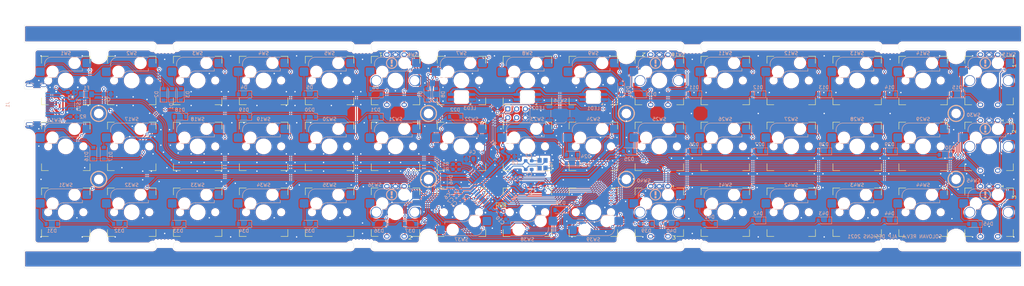
<source format=kicad_pcb>
(kicad_pcb (version 20171130) (host pcbnew "(5.1.9-0-10_14)")
  (layers (0 F.Cu signal) (31 B.Cu signal) (34 B.Paste user) (35 F.Paste user) (36 B.SilkS user) (37 F.SilkS user) (38 B.Mask user) (39 F.Mask user) (44 Edge.Cuts user))
  (net 0 "")
  (net 1 GND)
  (net 2 "Net-(C2-Pad1)")
  (net 3 "Net-(C4-Pad2)")
  (net 4 /Row1)
  (net 5 /Row2)
  (net 6 /Row3)
  (net 7 "Net-(D16-Pad2)")
  (net 8 "Net-(D17-Pad2)")
  (net 9 "Net-(D23-Pad2)")
  (net 10 "Net-(D24-Pad2)")
  (net 11 /~RESET)
  (net 12 /MOSI)
  (net 13 /SCK)
  (net 14 /MISO)
  (net 15 /USBC_D1-)
  (net 16 /D-)
  (net 17 /USBC_D1+)
  (net 18 /D+)
  (net 19 "Net-(D21-Pad2)")
  (net 20 "Net-(D31-Pad2)")
  (net 21 "Net-(D33-Pad2)")
  (net 22 "Net-(D34-Pad2)")
  (net 23 "Net-(D35-Pad2)")
  (net 24 "Net-(D37-Pad2)")
  (net 25 "Net-(D22-Pad2)")
  (net 26 "Net-(D32-Pad2)")
  (net 27 "Net-(D1-Pad2)")
  (net 28 "Net-(D2-Pad2)")
  (net 29 "Net-(D3-Pad2)")
  (net 30 "Net-(D4-Pad2)")
  (net 31 "Net-(D5-Pad2)")
  (net 32 "Net-(D6-Pad2)")
  (net 33 "Net-(D7-Pad2)")
  (net 34 "Net-(D8-Pad2)")
  (net 35 "Net-(D9-Pad2)")
  (net 36 "Net-(D18-Pad2)")
  (net 37 "Net-(D19-Pad2)")
  (net 38 "Net-(D20-Pad2)")
  (net 39 "Net-(D36-Pad2)")
  (net 40 "Net-(D38-Pad2)")
  (net 41 "Net-(J1-PadA5)")
  (net 42 "Net-(J1-PadB5)")
  (net 43 VCC-L)
  (net 44 VBUS-L)
  (net 45 /RGBLED)
  (net 46 UVCC-L)
  (net 47 "Net-(C1-Pad1)")
  (net 48 "Net-(C3-Pad2)")
  (net 49 "Net-(NT1-Pad1)")
  (net 50 /Col01)
  (net 51 /Col02)
  (net 52 /Col03)
  (net 53 /Col04)
  (net 54 /Col05)
  (net 55 /Col06)
  (net 56 /Col07)
  (net 57 /Col08)
  (net 58 /Col09)
  (net 59 "Net-(D10-Pad1)")
  (net 60 "Net-(D11-Pad1)")
  (net 61 "Net-(D12-Pad1)")
  (net 62 "Net-(D13-Pad1)")
  (net 63 "Net-(D14-Pad1)")
  (net 64 "Net-(D15-Pad1)")
  (net 65 "Net-(D25-Pad1)")
  (net 66 "Net-(D26-Pad1)")
  (net 67 "Net-(D27-Pad1)")
  (net 68 "Net-(D28-Pad1)")
  (net 69 "Net-(D29-Pad1)")
  (net 70 "Net-(D30-Pad1)")
  (net 71 "Net-(D41-Pad1)")
  (net 72 "Net-(D42-Pad1)")
  (net 73 "Net-(D43-Pad1)")
  (net 74 "Net-(D44-Pad1)")
  (net 75 "Net-(D39-Pad2)")
  (net 76 "Net-(D45-Pad1)")
  (net 77 "Net-(LED1-Pad2)")
  (net 78 "Net-(LED2-Pad2)")
  (net 79 /RE3A)
  (net 80 /RE2B)
  (net 81 /RE2A)
  (net 82 /RE1B)
  (net 83 /RE1A)
  (net 84 /RE3B)
  (net 85 "Net-(SW6-PadMP)")
  (net 86 "Net-(SW10-PadMP)")
  (net 87 "Net-(SW15-PadMP)")
  (net 88 "Net-(SW30-PadMP)")
  (net 89 "Net-(SW45-PadMP)")
  (net 90 "Net-(SW36-PadMP)")
  (net 91 "Net-(SW40-PadMP)")
  (net 92 "Net-(D40-Pad1)")
  (module Capacitor_SMD:C_0603_1608Metric_Pad1.08x0.95mm_HandSolder (layer B.Cu) (at 193.25 135.25)
    (fp_text reference C1 (at 0 1.43) (layer B.SilkS) (effects (justify mirror)))
    (fp_text value 10p)
    (pad 2 smd roundrect (at 0.8625 0) (size 1.075 0.95) (layers B.Cu B.Paste B.Mask) (net 1 GND))
    (pad 1 smd roundrect (at -0.8625 0) (size 1.075 0.95) (layers B.Cu B.Paste B.Mask) (net 47 "Net-(C1-Pad1)"))
  )
  (module HRO_TYPE_C_31_M_13:HRO_TYPE_C_31_M_13 (layer B.Cu) (at 47 116.5 90)
    (fp_text reference J1 (at 0 -4.25 90) (layer B.SilkS) (effects (justify mirror)))
    (fp_text value USB_C_Receptacle_USB2.0)
    (pad A12 smd rect (at 3.2 7.275 90) (size 0.6 1.15) (layers B.Cu B.Paste B.Mask) (net 1 GND))
    (pad B4 smd rect (at 2.4 7.275 90) (size 0.6 1.15) (layers B.Cu B.Paste B.Mask) (net 44 VBUS-L))
    (pad A4 smd rect (at -2.4 7.275 90) (size 0.6 1.15) (layers B.Cu B.Paste B.Mask) (net 44 VBUS-L))
    (pad B12 smd rect (at -3.2 7.275 90) (size 0.6 1.15) (layers B.Cu B.Paste B.Mask) (net 1 GND))
    (pad S1 thru_hole oval (at -5.62 2.1 90) (size 1 2.2) (drill oval 0.6 1.8) (layers *.Cu *.Mask) (net 1 GND))
    (pad S1 thru_hole oval (at -5.62 6.1 90) (size 1 1.8) (drill oval 0.6 1.4) (layers *.Cu *.Mask) (net 1 GND))
    (pad S1 thru_hole oval (at 5.62 6.1 90) (size 1 1.8) (drill oval 0.6 1.4) (layers *.Cu *.Mask) (net 1 GND))
    (pad S1 thru_hole oval (at 5.62 2.1 90) (size 1 2.2) (drill oval 0.6 1.8) (layers *.Cu *.Mask) (net 1 GND))
    (pad B9 smd rect (at -2.4 7.275 90) (size 0.6 1.15) (layers B.Cu B.Paste B.Mask) (net 44 VBUS-L))
    (pad A1 smd rect (at -3.2 7.275 90) (size 0.6 1.15) (layers B.Cu B.Paste B.Mask) (net 1 GND))
    (pad B7 smd rect (at -0.75 7.275 90) (size 0.3 1.15) (layers B.Cu B.Paste B.Mask) (net 15 /USBC_D1-))
    (pad A6 smd rect (at -0.25 7.275 90) (size 0.3 1.15) (layers B.Cu B.Paste B.Mask) (net 17 /USBC_D1+))
    (pad B8 smd rect (at -1.75 7.275 90) (size 0.3 1.15) (layers B.Cu B.Paste B.Mask))
    (pad A5 smd rect (at -1.25 7.275 90) (size 0.3 1.15) (layers B.Cu B.Paste B.Mask) (net 41 "Net-(J1-PadA5)"))
    (pad A7 smd rect (at 0.25 7.275 90) (size 0.3 1.15) (layers B.Cu B.Paste B.Mask) (net 15 /USBC_D1-))
    (pad B6 smd rect (at 0.75 7.275 90) (size 0.3 1.15) (layers B.Cu B.Paste B.Mask) (net 17 /USBC_D1+))
    (pad A8 smd rect (at 1.25 7.275 90) (size 0.3 1.15) (layers B.Cu B.Paste B.Mask))
    (pad B5 smd rect (at 1.75 7.275 90) (size 0.3 1.15) (layers B.Cu B.Paste B.Mask) (net 42 "Net-(J1-PadB5)"))
    (pad A9 smd rect (at 2.4 7.275 90) (size 0.6 1.15) (layers B.Cu B.Paste B.Mask) (net 44 VBUS-L))
    (pad B1 smd rect (at 3.2 7.275 90) (size 0.6 1.15) (layers B.Cu B.Paste B.Mask) (net 1 GND))
  )
  (module cherry_kailh_socket:SW_Cherry_MX_1.00u_Kailh (layer F.Cu) (at 307.18125 128.5875)
    (fp_text reference SW29 (at 0 -7.874) (layer B.SilkS) (effects (justify mirror)))
    (fp_text value "Kailh MX Socket")
    (pad "" np_thru_hole circle (at 2.54 -5.08) (size 3 3) (drill 3) (layers *.Cu *.Mask))
    (pad "" np_thru_hole circle (at -3.81 -2.54) (size 3 3) (drill 3) (layers *.Cu *.Mask))
    (pad "" np_thru_hole circle (at 0 0) (size 4 4) (drill 4) (layers *.Cu *.Mask))
    (pad "" np_thru_hole circle (at -5.08 0) (size 1.8 1.8) (drill 1.8) (layers *.Cu *.Mask))
    (pad "" np_thru_hole circle (at 5.08 0) (size 1.8 1.8) (drill 1.8) (layers *.Cu *.Mask))
    (pad 1 smd roundrect (at -7.36 -2.54) (size 2.55 2.5) (layers B.Cu B.Paste B.Mask) (roundrect_rratio 0.16) (net 69 "Net-(D29-Pad1)"))
    (pad 2 smd roundrect (at 6.09 -5.08) (size 2.55 2.5) (layers B.Cu B.Paste B.Mask) (roundrect_rratio 0.16) (net 54 /Col05))
  )
  (module misc:NetTie (layer F.Cu) (at 185.25 147.25 180)
    (fp_text reference NT1 hide)
    (fp_text value Net-Tie_2)
    (fp_poly (pts (xy 0.3 0.2) (xy -0.3 0.2) (xy -0.3 -0.2) (xy 0.3 -0.2)) (layer F.Cu) (width 0))
    (pad 2 smd rect (at 0.75 0 180) (size 1 1) (layers F.Cu F.Mask) (net 1 GND))
    (pad 1 smd rect (at -0.75 0 180) (size 1 1) (layers F.Cu F.Mask) (net 49 "Net-(NT1-Pad1)"))
  )
  (module cherry_kailh_socket:SW_Cherry_MX_1.00u_Kailh_EC12 (layer F.Cu) (at 154.78125 109.5375)
    (fp_text reference SW6 (at 4.96875 -7.5375) (layer B.SilkS) (effects (justify mirror)))
    (fp_text value Rotary_Encoder_Switch_MP)
    (pad MP smd roundrect (at -6.35 0.4) (size 1.6 2.3) (layers B.Cu B.Mask) (roundrect_rratio 0.156) (net 85 "Net-(SW6-PadMP)"))
    (pad S2 smd custom (at -7.36 -2.54) (size 2 2) (layers B.Cu B.Paste B.Mask) (net 32 "Net-(D6-Pad2)") (options (clearance outline) (anchor circle)) (primitives (gr_poly (pts (xy 1.11 0.613) (xy 0.807 0.752) (xy 0.53 0.939) (xy 0.287 1.167) (xy 0.203 1.228) (xy 0.102 1.25) (xy -1.025 1.25) (xy -1.15 1.217) (xy -1.242 1.125) (xy -1.275 1) (xy -1.275 -1) (xy -1.242 -1.125) (xy -1.15 -1.217) (xy -1.025 -1.25) (xy 1.025 -1.25) (xy 1.15 -1.217) (xy 1.242 -1.125) (xy 1.275 -1) (xy 1.275 0.378) (xy 1.255 0.477) (xy 1.196 0.56)) (width 0))))
    (pad S1 smd roundrect (at 6.09 -5.08) (size 2.55 2.5) (layers B.Cu B.Paste B.Mask) (roundrect_rratio 0.1) (net 55 /Col06))
    (pad "" np_thru_hole circle (at 2.54 -5.08) (size 3 3) (drill 3) (layers *.Cu *.Mask))
    (pad MP smd roundrect (at 6.35 0) (size 1.6 3.1) (layers B.Cu B.Mask) (roundrect_rratio 0.156) (net 85 "Net-(SW6-PadMP)"))
    (pad MP thru_hole circle (at -5.55 0 270) (size 3.1 3.1) (drill 2.7) (layers *.Cu *.Mask) (net 85 "Net-(SW6-PadMP)"))
    (pad MP thru_hole circle (at 5.55 0 270) (size 3.1 3.1) (drill 2.7) (layers *.Cu *.Mask) (net 85 "Net-(SW6-PadMP)"))
    (pad C thru_hole oval (at 0 -7.5) (size 1.6 1.3) (drill oval 1 0.7) (layers *.Cu *.Mask) (net 1 GND))
    (pad A thru_hole oval (at 2.5 -7.5) (size 1.6 1.3) (drill oval 1 0.7) (layers *.Cu *.Mask) (net 83 /RE1A))
    (pad B thru_hole oval (at -2.5 -7.5) (size 1.6 1.3) (drill oval 1 0.7) (layers *.Cu *.Mask) (net 82 /RE1B))
    (pad S2 thru_hole oval (at -2.5 7) (size 1.6 1.3) (drill oval 1 0.7) (layers *.Cu *.Mask) (net 32 "Net-(D6-Pad2)"))
    (pad S1 thru_hole oval (at 2.5 7) (size 1.6 1.3) (drill oval 1 0.7) (layers *.Cu *.Mask) (net 55 /Col06))
    (pad "" np_thru_hole circle (at -3.81 -2.54) (size 3 3) (drill 3) (layers *.Cu *.Mask))
    (pad "" np_thru_hole circle (at 0 0 180) (size 4 4) (drill 4) (layers *.Cu *.Mask))
  )
  (module cherry_kailh_socket:SW_Cherry_MX_1.00u_Kailh_EC12 (layer F.Cu) (at 154.775 147.625)
    (fp_text reference SW36 (at -6 -7.874) (layer B.SilkS) (effects (justify mirror)))
    (fp_text value Rotary_Encoder_Switch_MP)
    (pad MP smd roundrect (at -6.35 0.4) (size 1.6 2.3) (layers B.Cu B.Mask) (roundrect_rratio 0.156) (net 90 "Net-(SW36-PadMP)"))
    (pad S2 smd custom (at -7.36 -2.54) (size 2 2) (layers B.Cu B.Paste B.Mask) (net 39 "Net-(D36-Pad2)") (options (clearance outline) (anchor circle)) (primitives (gr_poly (pts (xy 1.11 0.613) (xy 0.807 0.752) (xy 0.53 0.939) (xy 0.287 1.167) (xy 0.203 1.228) (xy 0.102 1.25) (xy -1.025 1.25) (xy -1.15 1.217) (xy -1.242 1.125) (xy -1.275 1) (xy -1.275 -1) (xy -1.242 -1.125) (xy -1.15 -1.217) (xy -1.025 -1.25) (xy 1.025 -1.25) (xy 1.15 -1.217) (xy 1.242 -1.125) (xy 1.275 -1) (xy 1.275 0.378) (xy 1.255 0.477) (xy 1.196 0.56)) (width 0))))
    (pad S1 smd roundrect (at 6.09 -5.08) (size 2.55 2.5) (layers B.Cu B.Paste B.Mask) (roundrect_rratio 0.1) (net 55 /Col06))
    (pad "" np_thru_hole circle (at 2.54 -5.08) (size 3 3) (drill 3) (layers *.Cu *.Mask))
    (pad MP smd roundrect (at 6.35 0) (size 1.6 3.1) (layers B.Cu B.Mask) (roundrect_rratio 0.156) (net 90 "Net-(SW36-PadMP)"))
    (pad MP thru_hole circle (at -5.55 0 270) (size 3.1 3.1) (drill 2.7) (layers *.Cu *.Mask) (net 90 "Net-(SW36-PadMP)"))
    (pad MP thru_hole circle (at 5.55 0 270) (size 3.1 3.1) (drill 2.7) (layers *.Cu *.Mask) (net 90 "Net-(SW36-PadMP)"))
    (pad C thru_hole oval (at 0 -7.5) (size 1.6 1.3) (drill oval 1 0.7) (layers *.Cu *.Mask) (net 1 GND))
    (pad A thru_hole oval (at 2.5 -7.5) (size 1.6 1.3) (drill oval 1 0.7) (layers *.Cu *.Mask) (net 81 /RE2A))
    (pad B thru_hole oval (at -2.5 -7.5) (size 1.6 1.3) (drill oval 1 0.7) (layers *.Cu *.Mask) (net 80 /RE2B))
    (pad S2 thru_hole oval (at -2.5 7) (size 1.6 1.3) (drill oval 1 0.7) (layers *.Cu *.Mask) (net 39 "Net-(D36-Pad2)"))
    (pad S1 thru_hole oval (at 2.5 7) (size 1.6 1.3) (drill oval 1 0.7) (layers *.Cu *.Mask) (net 55 /Col06))
    (pad "" np_thru_hole circle (at -3.81 -2.54) (size 3 3) (drill 3) (layers *.Cu *.Mask))
    (pad "" np_thru_hole circle (at 0 0 180) (size 4 4) (drill 4) (layers *.Cu *.Mask))
  )
  (module cherry_kailh_socket:SW_Cherry_MX_1.00u_Kailh_EC12 (layer F.Cu) (at 230.975 147.625)
    (fp_text reference SW40 (at -4.475 -9.125) (layer B.SilkS) (effects (justify mirror)))
    (fp_text value Rotary_Encoder_Switch_MP)
    (pad MP smd roundrect (at -6.35 0.4) (size 1.6 2.3) (layers B.Cu B.Mask) (roundrect_rratio 0.156) (net 91 "Net-(SW40-PadMP)"))
    (pad S2 smd custom (at -7.36 -2.54) (size 2 2) (layers B.Cu B.Paste B.Mask) (net 92 "Net-(D40-Pad1)") (options (clearance outline) (anchor circle)) (primitives (gr_poly (pts (xy 1.11 0.613) (xy 0.807 0.752) (xy 0.53 0.939) (xy 0.287 1.167) (xy 0.203 1.228) (xy 0.102 1.25) (xy -1.025 1.25) (xy -1.15 1.217) (xy -1.242 1.125) (xy -1.275 1) (xy -1.275 -1) (xy -1.242 -1.125) (xy -1.15 -1.217) (xy -1.025 -1.25) (xy 1.025 -1.25) (xy 1.15 -1.217) (xy 1.242 -1.125) (xy 1.275 -1) (xy 1.275 0.378) (xy 1.255 0.477) (xy 1.196 0.56)) (width 0))))
    (pad S1 smd roundrect (at 6.09 -5.08) (size 2.55 2.5) (layers B.Cu B.Paste B.Mask) (roundrect_rratio 0.1) (net 50 /Col01))
    (pad "" np_thru_hole circle (at 2.54 -5.08) (size 3 3) (drill 3) (layers *.Cu *.Mask))
    (pad MP smd roundrect (at 6.35 0) (size 1.6 3.1) (layers B.Cu B.Mask) (roundrect_rratio 0.156) (net 91 "Net-(SW40-PadMP)"))
    (pad MP thru_hole circle (at -5.55 0 270) (size 3.1 3.1) (drill 2.7) (layers *.Cu *.Mask) (net 91 "Net-(SW40-PadMP)"))
    (pad MP thru_hole circle (at 5.55 0 270) (size 3.1 3.1) (drill 2.7) (layers *.Cu *.Mask) (net 91 "Net-(SW40-PadMP)"))
    (pad C thru_hole oval (at 0 -7.5) (size 1.6 1.3) (drill oval 1 0.7) (layers *.Cu *.Mask) (net 1 GND))
    (pad A thru_hole oval (at 2.5 -7.5) (size 1.6 1.3) (drill oval 1 0.7) (layers *.Cu *.Mask) (net 79 /RE3A))
    (pad B thru_hole oval (at -2.5 -7.5) (size 1.6 1.3) (drill oval 1 0.7) (layers *.Cu *.Mask) (net 84 /RE3B))
    (pad S2 thru_hole oval (at -2.5 7) (size 1.6 1.3) (drill oval 1 0.7) (layers *.Cu *.Mask) (net 92 "Net-(D40-Pad1)"))
    (pad S1 thru_hole oval (at 2.5 7) (size 1.6 1.3) (drill oval 1 0.7) (layers *.Cu *.Mask) (net 50 /Col01))
    (pad "" np_thru_hole circle (at -3.81 -2.54) (size 3 3) (drill 3) (layers *.Cu *.Mask))
    (pad "" np_thru_hole circle (at 0 0 180) (size 4 4) (drill 4) (layers *.Cu *.Mask))
  )
  (module cherry_kailh_socket:SW_Cherry_MX_1.00u_Kailh_EC12 (layer F.Cu) (at 326.23125 147.6375)
    (fp_text reference SW45 (at -4.48125 -9.1375) (layer B.SilkS) (effects (justify mirror)))
    (fp_text value Rotary_Encoder_Switch_MP)
    (pad MP smd roundrect (at -6.35 0.4) (size 1.6 2.3) (layers B.Cu B.Mask) (roundrect_rratio 0.156) (net 89 "Net-(SW45-PadMP)"))
    (pad S2 smd custom (at -7.36 -2.54) (size 2 2) (layers B.Cu B.Paste B.Mask) (net 76 "Net-(D45-Pad1)") (options (clearance outline) (anchor circle)) (primitives (gr_poly (pts (xy 1.11 0.613) (xy 0.807 0.752) (xy 0.53 0.939) (xy 0.287 1.167) (xy 0.203 1.228) (xy 0.102 1.25) (xy -1.025 1.25) (xy -1.15 1.217) (xy -1.242 1.125) (xy -1.275 1) (xy -1.275 -1) (xy -1.242 -1.125) (xy -1.15 -1.217) (xy -1.025 -1.25) (xy 1.025 -1.25) (xy 1.15 -1.217) (xy 1.242 -1.125) (xy 1.275 -1) (xy 1.275 0.378) (xy 1.255 0.477) (xy 1.196 0.56)) (width 0))))
    (pad S1 smd roundrect (at 6.09 -5.08) (size 2.55 2.5) (layers B.Cu B.Paste B.Mask) (roundrect_rratio 0.1) (net 55 /Col06))
    (pad "" np_thru_hole circle (at 2.54 -5.08) (size 3 3) (drill 3) (layers *.Cu *.Mask))
    (pad MP smd roundrect (at 6.35 0) (size 1.6 3.1) (layers B.Cu B.Mask) (roundrect_rratio 0.156) (net 89 "Net-(SW45-PadMP)"))
    (pad MP thru_hole circle (at -5.55 0 270) (size 3.1 3.1) (drill 2.7) (layers *.Cu *.Mask) (net 89 "Net-(SW45-PadMP)"))
    (pad MP thru_hole circle (at 5.55 0 270) (size 3.1 3.1) (drill 2.7) (layers *.Cu *.Mask) (net 89 "Net-(SW45-PadMP)"))
    (pad C thru_hole oval (at 0 -7.5) (size 1.6 1.3) (drill oval 1 0.7) (layers *.Cu *.Mask) (net 1 GND))
    (pad A thru_hole oval (at 2.5 -7.5) (size 1.6 1.3) (drill oval 1 0.7) (layers *.Cu *.Mask) (net 79 /RE3A))
    (pad B thru_hole oval (at -2.5 -7.5) (size 1.6 1.3) (drill oval 1 0.7) (layers *.Cu *.Mask) (net 84 /RE3B))
    (pad S2 thru_hole oval (at -2.5 7) (size 1.6 1.3) (drill oval 1 0.7) (layers *.Cu *.Mask) (net 76 "Net-(D45-Pad1)"))
    (pad S1 thru_hole oval (at 2.5 7) (size 1.6 1.3) (drill oval 1 0.7) (layers *.Cu *.Mask) (net 55 /Col06))
    (pad "" np_thru_hole circle (at -3.81 -2.54) (size 3 3) (drill 3) (layers *.Cu *.Mask))
    (pad "" np_thru_hole circle (at 0 0 180) (size 4 4) (drill 4) (layers *.Cu *.Mask))
  )
  (module cherry_kailh_socket:SW_Cherry_MX_1.00u_Kailh_EC12 (layer F.Cu) (at 326.23125 128.5875)
    (fp_text reference SW30 (at -4.48125 -9.0875) (layer B.SilkS) (effects (justify mirror)))
    (fp_text value Rotary_Encoder_Switch_MP)
    (pad MP smd roundrect (at -6.35 0.4) (size 1.6 2.3) (layers B.Cu B.Mask) (roundrect_rratio 0.156) (net 88 "Net-(SW30-PadMP)"))
    (pad S2 smd custom (at -7.36 -2.54) (size 2 2) (layers B.Cu B.Paste B.Mask) (net 70 "Net-(D30-Pad1)") (options (clearance outline) (anchor circle)) (primitives (gr_poly (pts (xy 1.11 0.613) (xy 0.807 0.752) (xy 0.53 0.939) (xy 0.287 1.167) (xy 0.203 1.228) (xy 0.102 1.25) (xy -1.025 1.25) (xy -1.15 1.217) (xy -1.242 1.125) (xy -1.275 1) (xy -1.275 -1) (xy -1.242 -1.125) (xy -1.15 -1.217) (xy -1.025 -1.25) (xy 1.025 -1.25) (xy 1.15 -1.217) (xy 1.242 -1.125) (xy 1.275 -1) (xy 1.275 0.378) (xy 1.255 0.477) (xy 1.196 0.56)) (width 0))))
    (pad S1 smd roundrect (at 6.09 -5.08) (size 2.55 2.5) (layers B.Cu B.Paste B.Mask) (roundrect_rratio 0.1) (net 55 /Col06))
    (pad "" np_thru_hole circle (at 2.54 -5.08) (size 3 3) (drill 3) (layers *.Cu *.Mask))
    (pad MP smd roundrect (at 6.35 0) (size 1.6 3.1) (layers B.Cu B.Mask) (roundrect_rratio 0.156) (net 88 "Net-(SW30-PadMP)"))
    (pad MP thru_hole circle (at -5.55 0 270) (size 3.1 3.1) (drill 2.7) (layers *.Cu *.Mask) (net 88 "Net-(SW30-PadMP)"))
    (pad MP thru_hole circle (at 5.55 0 270) (size 3.1 3.1) (drill 2.7) (layers *.Cu *.Mask) (net 88 "Net-(SW30-PadMP)"))
    (pad C thru_hole oval (at 0 -7.5) (size 1.6 1.3) (drill oval 1 0.7) (layers *.Cu *.Mask) (net 1 GND))
    (pad A thru_hole oval (at 2.5 -7.5) (size 1.6 1.3) (drill oval 1 0.7) (layers *.Cu *.Mask) (net 81 /RE2A))
    (pad B thru_hole oval (at -2.5 -7.5) (size 1.6 1.3) (drill oval 1 0.7) (layers *.Cu *.Mask) (net 80 /RE2B))
    (pad S2 thru_hole oval (at -2.5 7) (size 1.6 1.3) (drill oval 1 0.7) (layers *.Cu *.Mask) (net 70 "Net-(D30-Pad1)"))
    (pad S1 thru_hole oval (at 2.5 7) (size 1.6 1.3) (drill oval 1 0.7) (layers *.Cu *.Mask) (net 55 /Col06))
    (pad "" np_thru_hole circle (at -3.81 -2.54) (size 3 3) (drill 3) (layers *.Cu *.Mask))
    (pad "" np_thru_hole circle (at 0 0 180) (size 4 4) (drill 4) (layers *.Cu *.Mask))
  )
  (module cherry_kailh_socket:SW_Cherry_MX_1.00u_Kailh_EC12 (layer F.Cu) (at 326.23125 109.5375)
    (fp_text reference SW15 (at 5.76875 -7.5375) (layer B.SilkS) (effects (justify mirror)))
    (fp_text value Rotary_Encoder_Switch_MP)
    (pad MP smd roundrect (at -6.35 0.4) (size 1.6 2.3) (layers B.Cu B.Mask) (roundrect_rratio 0.156) (net 87 "Net-(SW15-PadMP)"))
    (pad S2 smd custom (at -7.36 -2.54) (size 2 2) (layers B.Cu B.Paste B.Mask) (net 64 "Net-(D15-Pad1)") (options (clearance outline) (anchor circle)) (primitives (gr_poly (pts (xy 1.11 0.613) (xy 0.807 0.752) (xy 0.53 0.939) (xy 0.287 1.167) (xy 0.203 1.228) (xy 0.102 1.25) (xy -1.025 1.25) (xy -1.15 1.217) (xy -1.242 1.125) (xy -1.275 1) (xy -1.275 -1) (xy -1.242 -1.125) (xy -1.15 -1.217) (xy -1.025 -1.25) (xy 1.025 -1.25) (xy 1.15 -1.217) (xy 1.242 -1.125) (xy 1.275 -1) (xy 1.275 0.378) (xy 1.255 0.477) (xy 1.196 0.56)) (width 0))))
    (pad S1 smd roundrect (at 6.09 -5.08) (size 2.55 2.5) (layers B.Cu B.Paste B.Mask) (roundrect_rratio 0.1) (net 55 /Col06))
    (pad "" np_thru_hole circle (at 2.54 -5.08) (size 3 3) (drill 3) (layers *.Cu *.Mask))
    (pad MP smd roundrect (at 6.35 0) (size 1.6 3.1) (layers B.Cu B.Mask) (roundrect_rratio 0.156) (net 87 "Net-(SW15-PadMP)"))
    (pad MP thru_hole circle (at -5.55 0 270) (size 3.1 3.1) (drill 2.7) (layers *.Cu *.Mask) (net 87 "Net-(SW15-PadMP)"))
    (pad MP thru_hole circle (at 5.55 0 270) (size 3.1 3.1) (drill 2.7) (layers *.Cu *.Mask) (net 87 "Net-(SW15-PadMP)"))
    (pad C thru_hole oval (at 0 -7.5) (size 1.6 1.3) (drill oval 1 0.7) (layers *.Cu *.Mask) (net 1 GND))
    (pad A thru_hole oval (at 2.5 -7.5) (size 1.6 1.3) (drill oval 1 0.7) (layers *.Cu *.Mask) (net 83 /RE1A))
    (pad B thru_hole oval (at -2.5 -7.5) (size 1.6 1.3) (drill oval 1 0.7) (layers *.Cu *.Mask) (net 82 /RE1B))
    (pad S2 thru_hole oval (at -2.5 7) (size 1.6 1.3) (drill oval 1 0.7) (layers *.Cu *.Mask) (net 64 "Net-(D15-Pad1)"))
    (pad S1 thru_hole oval (at 2.5 7) (size 1.6 1.3) (drill oval 1 0.7) (layers *.Cu *.Mask) (net 55 /Col06))
    (pad "" np_thru_hole circle (at -3.81 -2.54) (size 3 3) (drill 3) (layers *.Cu *.Mask))
    (pad "" np_thru_hole circle (at 0 0 180) (size 4 4) (drill 4) (layers *.Cu *.Mask))
  )
  (module cherry_kailh_socket:SW_Cherry_MX_1.00u_Kailh_EC12 (layer F.Cu) (at 230.98125 109.5375)
    (fp_text reference SW10 (at 5.51875 -7.5375) (layer B.SilkS) (effects (justify mirror)))
    (fp_text value Rotary_Encoder_Switch_MP)
    (pad MP smd roundrect (at -6.35 0.4) (size 1.6 2.3) (layers B.Cu B.Mask) (roundrect_rratio 0.156) (net 86 "Net-(SW10-PadMP)"))
    (pad S2 smd custom (at -7.36 -2.54) (size 2 2) (layers B.Cu B.Paste B.Mask) (net 59 "Net-(D10-Pad1)") (options (clearance outline) (anchor circle)) (primitives (gr_poly (pts (xy 1.11 0.613) (xy 0.807 0.752) (xy 0.53 0.939) (xy 0.287 1.167) (xy 0.203 1.228) (xy 0.102 1.25) (xy -1.025 1.25) (xy -1.15 1.217) (xy -1.242 1.125) (xy -1.275 1) (xy -1.275 -1) (xy -1.242 -1.125) (xy -1.15 -1.217) (xy -1.025 -1.25) (xy 1.025 -1.25) (xy 1.15 -1.217) (xy 1.242 -1.125) (xy 1.275 -1) (xy 1.275 0.378) (xy 1.255 0.477) (xy 1.196 0.56)) (width 0))))
    (pad S1 smd roundrect (at 6.09 -5.08) (size 2.55 2.5) (layers B.Cu B.Paste B.Mask) (roundrect_rratio 0.1) (net 50 /Col01))
    (pad "" np_thru_hole circle (at 2.54 -5.08) (size 3 3) (drill 3) (layers *.Cu *.Mask))
    (pad MP smd roundrect (at 6.35 0) (size 1.6 3.1) (layers B.Cu B.Mask) (roundrect_rratio 0.156) (net 86 "Net-(SW10-PadMP)"))
    (pad MP thru_hole circle (at -5.55 0 270) (size 3.1 3.1) (drill 2.7) (layers *.Cu *.Mask) (net 86 "Net-(SW10-PadMP)"))
    (pad MP thru_hole circle (at 5.55 0 270) (size 3.1 3.1) (drill 2.7) (layers *.Cu *.Mask) (net 86 "Net-(SW10-PadMP)"))
    (pad C thru_hole oval (at 0 -7.5) (size 1.6 1.3) (drill oval 1 0.7) (layers *.Cu *.Mask) (net 1 GND))
    (pad A thru_hole oval (at 2.5 -7.5) (size 1.6 1.3) (drill oval 1 0.7) (layers *.Cu *.Mask) (net 81 /RE2A))
    (pad B thru_hole oval (at -2.5 -7.5) (size 1.6 1.3) (drill oval 1 0.7) (layers *.Cu *.Mask) (net 80 /RE2B))
    (pad S2 thru_hole oval (at -2.5 7) (size 1.6 1.3) (drill oval 1 0.7) (layers *.Cu *.Mask) (net 59 "Net-(D10-Pad1)"))
    (pad S1 thru_hole oval (at 2.5 7) (size 1.6 1.3) (drill oval 1 0.7) (layers *.Cu *.Mask) (net 50 /Col01))
    (pad "" np_thru_hole circle (at -3.81 -2.54) (size 3 3) (drill 3) (layers *.Cu *.Mask))
    (pad "" np_thru_hole circle (at 0 0 180) (size 4 4) (drill 4) (layers *.Cu *.Mask))
  )
  (module misc:Breakaway (layer F.Cu) (at 88.10625 100.5)
    (fp_text reference H11 hide)
    (fp_text value MountingHole)
    (pad "" np_thru_hole circle (at -1.5 0.75) (size 0.5 0.5) (drill 0.5) (layers *.Cu *.Mask))
    (pad "" np_thru_hole circle (at -0.5 0.75) (size 0.5 0.5) (drill 0.5) (layers *.Cu *.Mask))
    (pad "" np_thru_hole circle (at -2.5 0.75) (size 0.5 0.5) (drill 0.5) (layers *.Cu *.Mask))
    (pad "" np_thru_hole circle (at 0.5 0.75) (size 0.5 0.5) (drill 0.5) (layers *.Cu *.Mask))
    (pad "" np_thru_hole circle (at 1.5 0.75) (size 0.5 0.5) (drill 0.5) (layers *.Cu *.Mask))
    (pad "" np_thru_hole circle (at 2.5 0.75) (size 0.5 0.5) (drill 0.5) (layers *.Cu *.Mask))
  )
  (module misc:Breakaway (layer F.Cu) (at 297.65625 156.6625 180)
    (fp_text reference H18 hide)
    (fp_text value MountingHole)
    (pad "" np_thru_hole circle (at -1.5 0.75 180) (size 0.5 0.5) (drill 0.5) (layers *.Cu *.Mask))
    (pad "" np_thru_hole circle (at -0.5 0.75 180) (size 0.5 0.5) (drill 0.5) (layers *.Cu *.Mask))
    (pad "" np_thru_hole circle (at -2.5 0.75 180) (size 0.5 0.5) (drill 0.5) (layers *.Cu *.Mask))
    (pad "" np_thru_hole circle (at 0.5 0.75 180) (size 0.5 0.5) (drill 0.5) (layers *.Cu *.Mask))
    (pad "" np_thru_hole circle (at 1.5 0.75 180) (size 0.5 0.5) (drill 0.5) (layers *.Cu *.Mask))
    (pad "" np_thru_hole circle (at 2.5 0.75 180) (size 0.5 0.5) (drill 0.5) (layers *.Cu *.Mask))
  )
  (module misc:Breakaway (layer F.Cu) (at 297.65625 100.5125)
    (fp_text reference H17 hide)
    (fp_text value MountingHole)
    (pad "" np_thru_hole circle (at -1.5 0.75) (size 0.5 0.5) (drill 0.5) (layers *.Cu *.Mask))
    (pad "" np_thru_hole circle (at -0.5 0.75) (size 0.5 0.5) (drill 0.5) (layers *.Cu *.Mask))
    (pad "" np_thru_hole circle (at -2.5 0.75) (size 0.5 0.5) (drill 0.5) (layers *.Cu *.Mask))
    (pad "" np_thru_hole circle (at 0.5 0.75) (size 0.5 0.5) (drill 0.5) (layers *.Cu *.Mask))
    (pad "" np_thru_hole circle (at 1.5 0.75) (size 0.5 0.5) (drill 0.5) (layers *.Cu *.Mask))
    (pad "" np_thru_hole circle (at 2.5 0.75) (size 0.5 0.5) (drill 0.5) (layers *.Cu *.Mask))
  )
  (module misc:Breakaway (layer F.Cu) (at 240.50625 156.6625 180)
    (fp_text reference H16 hide)
    (fp_text value MountingHole)
    (pad "" np_thru_hole circle (at -1.5 0.75 180) (size 0.5 0.5) (drill 0.5) (layers *.Cu *.Mask))
    (pad "" np_thru_hole circle (at -0.5 0.75 180) (size 0.5 0.5) (drill 0.5) (layers *.Cu *.Mask))
    (pad "" np_thru_hole circle (at -2.5 0.75 180) (size 0.5 0.5) (drill 0.5) (layers *.Cu *.Mask))
    (pad "" np_thru_hole circle (at 0.5 0.75 180) (size 0.5 0.5) (drill 0.5) (layers *.Cu *.Mask))
    (pad "" np_thru_hole circle (at 1.5 0.75 180) (size 0.5 0.5) (drill 0.5) (layers *.Cu *.Mask))
    (pad "" np_thru_hole circle (at 2.5 0.75 180) (size 0.5 0.5) (drill 0.5) (layers *.Cu *.Mask))
  )
  (module misc:Breakaway (layer F.Cu) (at 145.25625 156.6625 180)
    (fp_text reference H15 hide)
    (fp_text value MountingHole)
    (pad "" np_thru_hole circle (at -1.5 0.75 180) (size 0.5 0.5) (drill 0.5) (layers *.Cu *.Mask))
    (pad "" np_thru_hole circle (at -0.5 0.75 180) (size 0.5 0.5) (drill 0.5) (layers *.Cu *.Mask))
    (pad "" np_thru_hole circle (at -2.5 0.75 180) (size 0.5 0.5) (drill 0.5) (layers *.Cu *.Mask))
    (pad "" np_thru_hole circle (at 0.5 0.75 180) (size 0.5 0.5) (drill 0.5) (layers *.Cu *.Mask))
    (pad "" np_thru_hole circle (at 1.5 0.75 180) (size 0.5 0.5) (drill 0.5) (layers *.Cu *.Mask))
    (pad "" np_thru_hole circle (at 2.5 0.75 180) (size 0.5 0.5) (drill 0.5) (layers *.Cu *.Mask))
  )
  (module misc:Breakaway (layer F.Cu) (at 88.10625 156.6625 180)
    (fp_text reference H14 hide)
    (fp_text value MountingHole)
    (pad "" np_thru_hole circle (at -1.5 0.75 180) (size 0.5 0.5) (drill 0.5) (layers *.Cu *.Mask))
    (pad "" np_thru_hole circle (at -0.5 0.75 180) (size 0.5 0.5) (drill 0.5) (layers *.Cu *.Mask))
    (pad "" np_thru_hole circle (at -2.5 0.75 180) (size 0.5 0.5) (drill 0.5) (layers *.Cu *.Mask))
    (pad "" np_thru_hole circle (at 0.5 0.75 180) (size 0.5 0.5) (drill 0.5) (layers *.Cu *.Mask))
    (pad "" np_thru_hole circle (at 1.5 0.75 180) (size 0.5 0.5) (drill 0.5) (layers *.Cu *.Mask))
    (pad "" np_thru_hole circle (at 2.5 0.75 180) (size 0.5 0.5) (drill 0.5) (layers *.Cu *.Mask))
  )
  (module misc:Breakaway (layer F.Cu) (at 240.50625 100.5)
    (fp_text reference H13 hide)
    (fp_text value MountingHole)
    (pad "" np_thru_hole circle (at -1.5 0.75) (size 0.5 0.5) (drill 0.5) (layers *.Cu *.Mask))
    (pad "" np_thru_hole circle (at -0.5 0.75) (size 0.5 0.5) (drill 0.5) (layers *.Cu *.Mask))
    (pad "" np_thru_hole circle (at -2.5 0.75) (size 0.5 0.5) (drill 0.5) (layers *.Cu *.Mask))
    (pad "" np_thru_hole circle (at 0.5 0.75) (size 0.5 0.5) (drill 0.5) (layers *.Cu *.Mask))
    (pad "" np_thru_hole circle (at 1.5 0.75) (size 0.5 0.5) (drill 0.5) (layers *.Cu *.Mask))
    (pad "" np_thru_hole circle (at 2.5 0.75) (size 0.5 0.5) (drill 0.5) (layers *.Cu *.Mask))
  )
  (module misc:Breakaway (layer F.Cu) (at 145.25625 100.5)
    (fp_text reference H12 hide)
    (fp_text value MountingHole)
    (pad "" np_thru_hole circle (at -1.5 0.75) (size 0.5 0.5) (drill 0.5) (layers *.Cu *.Mask))
    (pad "" np_thru_hole circle (at -0.5 0.75) (size 0.5 0.5) (drill 0.5) (layers *.Cu *.Mask))
    (pad "" np_thru_hole circle (at -2.5 0.75) (size 0.5 0.5) (drill 0.5) (layers *.Cu *.Mask))
    (pad "" np_thru_hole circle (at 0.5 0.75) (size 0.5 0.5) (drill 0.5) (layers *.Cu *.Mask))
    (pad "" np_thru_hole circle (at 1.5 0.75) (size 0.5 0.5) (drill 0.5) (layers *.Cu *.Mask))
    (pad "" np_thru_hole circle (at 2.5 0.75) (size 0.5 0.5) (drill 0.5) (layers *.Cu *.Mask))
  )
  (module Diode_SMD:D_SOD-123 (layer B.Cu) (at 222.25625 130.0125 180)
    (fp_text reference D25 (at 0.00625 -2.2375) (layer B.SilkS) (effects (justify mirror)))
    (fp_text value 1N4148W)
    (pad 2 smd rect (at 1.65 0 180) (size 0.9 1.2) (layers B.Cu B.Paste B.Mask) (net 5 /Row2))
    (pad 1 smd rect (at -1.65 0 180) (size 0.9 1.2) (layers B.Cu B.Paste B.Mask) (net 65 "Net-(D25-Pad1)"))
  )
  (module Package_QFP:TQFP-44_10x10mm_P0.8mm (layer B.Cu) (at 183.5 139.5 315)
    (fp_text reference U1 (at 0 7.45 135) (layer B.SilkS) (effects (justify mirror)))
    (fp_text value ATmega32U4-AU)
    (pad 44 smd rect (at -4 5.7 225) (size 1.5 0.55) (layers B.Cu B.Paste B.Mask) (net 43 VCC-L))
    (pad 43 smd rect (at -3.2 5.7 225) (size 1.5 0.55) (layers B.Cu B.Paste B.Mask) (net 1 GND))
    (pad 42 smd rect (at -2.4 5.7 225) (size 1.5 0.55) (layers B.Cu B.Paste B.Mask) (net 48 "Net-(C3-Pad2)"))
    (pad 41 smd rect (at -1.6 5.7 225) (size 1.5 0.55) (layers B.Cu B.Paste B.Mask) (net 55 /Col06))
    (pad 40 smd rect (at -0.8 5.7 225) (size 1.5 0.55) (layers B.Cu B.Paste B.Mask) (net 54 /Col05))
    (pad 39 smd rect (at 0 5.7 225) (size 1.5 0.55) (layers B.Cu B.Paste B.Mask) (net 53 /Col04))
    (pad 38 smd rect (at 0.8 5.7 225) (size 1.5 0.55) (layers B.Cu B.Paste B.Mask) (net 52 /Col03))
    (pad 37 smd rect (at 1.6 5.7 225) (size 1.5 0.55) (layers B.Cu B.Paste B.Mask) (net 51 /Col02))
    (pad 36 smd rect (at 2.4 5.7 225) (size 1.5 0.55) (layers B.Cu B.Paste B.Mask) (net 50 /Col01))
    (pad 35 smd rect (at 3.2 5.7 225) (size 1.5 0.55) (layers B.Cu B.Paste B.Mask) (net 1 GND))
    (pad 34 smd rect (at 4 5.7 225) (size 1.5 0.55) (layers B.Cu B.Paste B.Mask) (net 43 VCC-L))
    (pad 33 smd rect (at 5.7 4 315) (size 1.5 0.55) (layers B.Cu B.Paste B.Mask) (net 49 "Net-(NT1-Pad1)"))
    (pad 32 smd rect (at 5.7 3.2 315) (size 1.5 0.55) (layers B.Cu B.Paste B.Mask))
    (pad 31 smd rect (at 5.7 2.4 315) (size 1.5 0.55) (layers B.Cu B.Paste B.Mask) (net 79 /RE3A))
    (pad 30 smd rect (at 5.7 1.6 315) (size 1.5 0.55) (layers B.Cu B.Paste B.Mask) (net 84 /RE3B))
    (pad 29 smd rect (at 5.7 0.8 315) (size 1.5 0.55) (layers B.Cu B.Paste B.Mask) (net 81 /RE2A))
    (pad 28 smd rect (at 5.7 0 315) (size 1.5 0.55) (layers B.Cu B.Paste B.Mask) (net 80 /RE2B))
    (pad 27 smd rect (at 5.7 -0.8 315) (size 1.5 0.55) (layers B.Cu B.Paste B.Mask))
    (pad 26 smd rect (at 5.7 -1.6 315) (size 1.5 0.55) (layers B.Cu B.Paste B.Mask))
    (pad 25 smd rect (at 5.7 -2.4 315) (size 1.5 0.55) (layers B.Cu B.Paste B.Mask) (net 45 /RGBLED))
    (pad 24 smd rect (at 5.7 -3.2 315) (size 1.5 0.55) (layers B.Cu B.Paste B.Mask) (net 43 VCC-L))
    (pad 23 smd rect (at 5.7 -4 315) (size 1.5 0.55) (layers B.Cu B.Paste B.Mask) (net 1 GND))
    (pad 22 smd rect (at 4 -5.7 225) (size 1.5 0.55) (layers B.Cu B.Paste B.Mask) (net 58 /Col09))
    (pad 21 smd rect (at 3.2 -5.7 225) (size 1.5 0.55) (layers B.Cu B.Paste B.Mask) (net 57 /Col08))
    (pad 20 smd rect (at 2.4 -5.7 225) (size 1.5 0.55) (layers B.Cu B.Paste B.Mask) (net 56 /Col07))
    (pad 19 smd rect (at 1.6 -5.7 225) (size 1.5 0.55) (layers B.Cu B.Paste B.Mask) (net 83 /RE1A))
    (pad 18 smd rect (at 0.8 -5.7 225) (size 1.5 0.55) (layers B.Cu B.Paste B.Mask) (net 82 /RE1B))
    (pad 17 smd rect (at 0 -5.7 225) (size 1.5 0.55) (layers B.Cu B.Paste B.Mask) (net 47 "Net-(C1-Pad1)"))
    (pad 16 smd rect (at -0.8 -5.7 225) (size 1.5 0.55) (layers B.Cu B.Paste B.Mask) (net 2 "Net-(C2-Pad1)"))
    (pad 15 smd rect (at -1.6 -5.7 225) (size 1.5 0.55) (layers B.Cu B.Paste B.Mask) (net 1 GND))
    (pad 14 smd rect (at -2.4 -5.7 225) (size 1.5 0.55) (layers B.Cu B.Paste B.Mask) (net 43 VCC-L))
    (pad 13 smd rect (at -3.2 -5.7 225) (size 1.5 0.55) (layers B.Cu B.Paste B.Mask) (net 11 /~RESET))
    (pad 12 smd rect (at -4 -5.7 225) (size 1.5 0.55) (layers B.Cu B.Paste B.Mask) (net 4 /Row1))
    (pad 11 smd rect (at -5.7 -4 315) (size 1.5 0.55) (layers B.Cu B.Paste B.Mask) (net 14 /MISO))
    (pad 10 smd rect (at -5.7 -3.2 315) (size 1.5 0.55) (layers B.Cu B.Paste B.Mask) (net 12 /MOSI))
    (pad 9 smd rect (at -5.7 -2.4 315) (size 1.5 0.55) (layers B.Cu B.Paste B.Mask) (net 13 /SCK))
    (pad 8 smd rect (at -5.7 -1.6 315) (size 1.5 0.55) (layers B.Cu B.Paste B.Mask) (net 5 /Row2))
    (pad 7 smd rect (at -5.7 -0.8 315) (size 1.5 0.55) (layers B.Cu B.Paste B.Mask) (net 46 UVCC-L))
    (pad 6 smd rect (at -5.7 0 315) (size 1.5 0.55) (layers B.Cu B.Paste B.Mask) (net 3 "Net-(C4-Pad2)"))
    (pad 5 smd rect (at -5.7 0.8 315) (size 1.5 0.55) (layers B.Cu B.Paste B.Mask) (net 1 GND))
    (pad 4 smd rect (at -5.7 1.6 315) (size 1.5 0.55) (layers B.Cu B.Paste B.Mask) (net 18 /D+))
    (pad 3 smd rect (at -5.7 2.4 315) (size 1.5 0.55) (layers B.Cu B.Paste B.Mask) (net 16 /D-))
    (pad 2 smd rect (at -5.7 3.2 315) (size 1.5 0.55) (layers B.Cu B.Paste B.Mask) (net 46 UVCC-L))
    (pad 1 smd rect (at -5.7 4 315) (size 1.5 0.55) (layers B.Cu B.Paste B.Mask) (net 6 /Row3))
  )
  (module misc:YS-SK6812MINI-E (layer B.Cu) (at 173.83125 114.3 180)
    (fp_text reference LED3 (at -2.41875 -3.2) (layer B.SilkS) (effects (justify mirror)))
    (fp_text value YS-SK6812MINI-E)
    (pad 1 smd rect (at 3.05 0.75 180) (size 1.8 0.82) (layers B.Cu B.Paste B.Mask) (net 43 VCC-L))
    (pad 2 smd rect (at 3.05 -0.75 180) (size 1.8 0.82) (layers B.Cu B.Paste B.Mask))
    (pad 3 smd rect (at -3.05 -0.75 180) (size 1.8 0.82) (layers B.Cu B.Paste B.Mask) (net 1 GND))
    (pad 4 smd rect (at -3.05 0.75 180) (size 1.8 0.82) (layers B.Cu B.Paste B.Mask) (net 78 "Net-(LED2-Pad2)"))
  )
  (module misc:YS-SK6812MINI-E (layer B.Cu) (at 192.88125 114.3 180)
    (fp_text reference LED2 (at -3.11875 -3.2) (layer B.SilkS) (effects (justify mirror)))
    (fp_text value YS-SK6812MINI-E)
    (pad 1 smd rect (at 3.05 0.75 180) (size 1.8 0.82) (layers B.Cu B.Paste B.Mask) (net 43 VCC-L))
    (pad 2 smd rect (at 3.05 -0.75 180) (size 1.8 0.82) (layers B.Cu B.Paste B.Mask) (net 78 "Net-(LED2-Pad2)"))
    (pad 3 smd rect (at -3.05 -0.75 180) (size 1.8 0.82) (layers B.Cu B.Paste B.Mask) (net 1 GND))
    (pad 4 smd rect (at -3.05 0.75 180) (size 1.8 0.82) (layers B.Cu B.Paste B.Mask) (net 77 "Net-(LED1-Pad2)"))
  )
  (module misc:YS-SK6812MINI-E (layer B.Cu) (at 211.93125 114.3 180)
    (fp_text reference LED1 (at 0 -3.25) (layer B.SilkS) (effects (justify mirror)))
    (fp_text value YS-SK6812MINI-E)
    (pad 1 smd rect (at 3.05 0.75 180) (size 1.8 0.82) (layers B.Cu B.Paste B.Mask) (net 43 VCC-L))
    (pad 2 smd rect (at 3.05 -0.75 180) (size 1.8 0.82) (layers B.Cu B.Paste B.Mask) (net 77 "Net-(LED1-Pad2)"))
    (pad 3 smd rect (at -3.05 -0.75 180) (size 1.8 0.82) (layers B.Cu B.Paste B.Mask) (net 1 GND))
    (pad 4 smd rect (at -3.05 0.75 180) (size 1.8 0.82) (layers B.Cu B.Paste B.Mask) (net 45 /RGBLED))
  )
  (module misc:ICSP_ConnThrough (layer B.Cu) (at 189.75625 119.0125 270)
    (fp_text reference J2 (at 0 4.87 90) (layer B.SilkS) (effects (justify mirror)))
    (fp_text value ICSP)
    (pad 6 thru_hole oval (at 1.27 -2.54 270) (size 1.5 1.5) (drill 0.9) (layers *.Cu *.Mask) (net 1 GND))
    (pad 5 thru_hole oval (at -1.27 -2.54 270) (size 1.5 1.5) (drill 0.9) (layers *.Cu *.Mask) (net 11 /~RESET))
    (pad 4 thru_hole oval (at 1.27 0 270) (size 1.5 1.5) (drill 0.9) (layers *.Cu *.Mask) (net 12 /MOSI))
    (pad 3 thru_hole oval (at -1.27 0 270) (size 1.5 1.5) (drill 0.9) (layers *.Cu *.Mask) (net 13 /SCK))
    (pad 2 thru_hole oval (at 1.27 2.54 270) (size 1.5 1.5) (drill 0.9) (layers *.Cu *.Mask) (net 43 VCC-L))
    (pad 1 thru_hole roundrect (at -1.27 2.54 270) (size 1.5 1.5) (drill 0.9) (layers *.Cu *.Mask) (roundrect_rratio 0.2) (net 14 /MISO))
  )
  (module Diode_SMD:D_SOD-123 (layer B.Cu) (at 202.5 147 180)
    (fp_text reference D38 (at 0 2) (layer B.SilkS) (effects (justify mirror)))
    (fp_text value 1N4148W)
    (pad 2 smd rect (at 1.65 0 180) (size 0.9 1.2) (layers B.Cu B.Paste B.Mask) (net 40 "Net-(D38-Pad2)"))
    (pad 1 smd rect (at -1.65 0 180) (size 0.9 1.2) (layers B.Cu B.Paste B.Mask) (net 6 /Row3))
  )
  (module Diode_SMD:D_SOD-123 (layer B.Cu) (at 245.50625 151.0125 180)
    (fp_text reference D41 (at 0 2) (layer B.SilkS) (effects (justify mirror)))
    (fp_text value 1N4148W)
    (pad 2 smd rect (at 1.65 0 180) (size 0.9 1.2) (layers B.Cu B.Paste B.Mask) (net 6 /Row3))
    (pad 1 smd rect (at -1.65 0 180) (size 0.9 1.2) (layers B.Cu B.Paste B.Mask) (net 71 "Net-(D41-Pad1)"))
  )
  (module cherry_kailh_socket:SW_Cherry_MX_1.00u_Kailh (layer F.Cu) (at 250.03125 147.6375)
    (fp_text reference SW41 (at 0 -7.874) (layer B.SilkS) (effects (justify mirror)))
    (fp_text value "Kailh MX Socket")
    (pad "" np_thru_hole circle (at 2.54 -5.08) (size 3 3) (drill 3) (layers *.Cu *.Mask))
    (pad "" np_thru_hole circle (at -3.81 -2.54) (size 3 3) (drill 3) (layers *.Cu *.Mask))
    (pad "" np_thru_hole circle (at 0 0) (size 4 4) (drill 4) (layers *.Cu *.Mask))
    (pad "" np_thru_hole circle (at -5.08 0) (size 1.8 1.8) (drill 1.8) (layers *.Cu *.Mask))
    (pad "" np_thru_hole circle (at 5.08 0) (size 1.8 1.8) (drill 1.8) (layers *.Cu *.Mask))
    (pad 1 smd roundrect (at -7.36 -2.54) (size 2.55 2.5) (layers B.Cu B.Paste B.Mask) (roundrect_rratio 0.16) (net 71 "Net-(D41-Pad1)"))
    (pad 2 smd roundrect (at 6.09 -5.08) (size 2.55 2.5) (layers B.Cu B.Paste B.Mask) (roundrect_rratio 0.16) (net 51 /Col02))
  )
  (module Diode_SMD:D_SOD-123 (layer B.Cu) (at 150.00625 151.0125 180)
    (fp_text reference D36 (at 0 -2) (layer B.SilkS) (effects (justify mirror)))
    (fp_text value 1N4148W)
    (pad 2 smd rect (at 1.65 0 180) (size 0.9 1.2) (layers B.Cu B.Paste B.Mask) (net 39 "Net-(D36-Pad2)"))
    (pad 1 smd rect (at -1.65 0 180) (size 0.9 1.2) (layers B.Cu B.Paste B.Mask) (net 6 /Row3))
  )
  (module Diode_SMD:D_SOD-123 (layer B.Cu) (at 227.25 151 180)
    (fp_text reference D39 (at 0 -2) (layer B.SilkS) (effects (justify mirror)))
    (fp_text value 1N4148W)
    (pad 2 smd rect (at 1.65 0 180) (size 0.9 1.2) (layers B.Cu B.Paste B.Mask) (net 75 "Net-(D39-Pad2)"))
    (pad 1 smd rect (at -1.65 0 180) (size 0.9 1.2) (layers B.Cu B.Paste B.Mask) (net 6 /Row3))
  )
  (module cherry_kailh_socket:SW_Cherry_MX_1.00u_Kailh (layer F.Cu) (at 154.78125 128.5875)
    (fp_text reference SW21 (at 0 -7.874) (layer B.SilkS) (effects (justify mirror)))
    (fp_text value "Kailh MX Socket")
    (pad "" np_thru_hole circle (at 2.54 -5.08) (size 3 3) (drill 3) (layers *.Cu *.Mask))
    (pad "" np_thru_hole circle (at -3.81 -2.54) (size 3 3) (drill 3) (layers *.Cu *.Mask))
    (pad "" np_thru_hole circle (at 0 0) (size 4 4) (drill 4) (layers *.Cu *.Mask))
    (pad "" np_thru_hole circle (at -5.08 0) (size 1.8 1.8) (drill 1.8) (layers *.Cu *.Mask))
    (pad "" np_thru_hole circle (at 5.08 0) (size 1.8 1.8) (drill 1.8) (layers *.Cu *.Mask))
    (pad 1 smd roundrect (at -7.36 -2.54) (size 2.55 2.5) (layers B.Cu B.Paste B.Mask) (roundrect_rratio 0.16) (net 19 "Net-(D21-Pad2)"))
    (pad 2 smd roundrect (at 6.09 -5.08) (size 2.55 2.5) (layers B.Cu B.Paste B.Mask) (roundrect_rratio 0.16) (net 55 /Col06))
  )
  (module cherry_kailh_socket:SW_Cherry_MX_1.00u_Kailh (layer F.Cu) (at 230.98125 128.5875)
    (fp_text reference SW25 (at 0 -7.874) (layer B.SilkS) (effects (justify mirror)))
    (fp_text value "Kailh MX Socket")
    (pad "" np_thru_hole circle (at 2.54 -5.08) (size 3 3) (drill 3) (layers *.Cu *.Mask))
    (pad "" np_thru_hole circle (at -3.81 -2.54) (size 3 3) (drill 3) (layers *.Cu *.Mask))
    (pad "" np_thru_hole circle (at 0 0) (size 4 4) (drill 4) (layers *.Cu *.Mask))
    (pad "" np_thru_hole circle (at -5.08 0) (size 1.8 1.8) (drill 1.8) (layers *.Cu *.Mask))
    (pad "" np_thru_hole circle (at 5.08 0) (size 1.8 1.8) (drill 1.8) (layers *.Cu *.Mask))
    (pad 1 smd roundrect (at -7.36 -2.54) (size 2.55 2.5) (layers B.Cu B.Paste B.Mask) (roundrect_rratio 0.16) (net 65 "Net-(D25-Pad1)"))
    (pad 2 smd roundrect (at 6.09 -5.08) (size 2.55 2.5) (layers B.Cu B.Paste B.Mask) (roundrect_rratio 0.16) (net 50 /Col01))
  )
  (module cherry_kailh_socket:SW_Cherry_MX_1.00u_Kailh (layer F.Cu) (at 211.925 109.525)
    (fp_text reference SW9 (at 0 -7.874) (layer B.SilkS) (effects (justify mirror)))
    (fp_text value "Kailh MX Socket")
    (pad "" np_thru_hole circle (at 2.54 -5.08) (size 3 3) (drill 3) (layers *.Cu *.Mask))
    (pad "" np_thru_hole circle (at -3.81 -2.54) (size 3 3) (drill 3) (layers *.Cu *.Mask))
    (pad "" np_thru_hole circle (at 0 0) (size 4 4) (drill 4) (layers *.Cu *.Mask))
    (pad "" np_thru_hole circle (at -5.08 0) (size 1.8 1.8) (drill 1.8) (layers *.Cu *.Mask))
    (pad "" np_thru_hole circle (at 5.08 0) (size 1.8 1.8) (drill 1.8) (layers *.Cu *.Mask))
    (pad 1 smd roundrect (at -7.36 -2.54) (size 2.55 2.5) (layers B.Cu B.Paste B.Mask) (roundrect_rratio 0.16) (net 35 "Net-(D9-Pad2)"))
    (pad 2 smd roundrect (at 6.09 -5.08) (size 2.55 2.5) (layers B.Cu B.Paste B.Mask) (roundrect_rratio 0.16) (net 58 /Col09))
  )
  (module Diode_SMD:D_SOD-123 (layer B.Cu) (at 322.00625 151.0125 180)
    (fp_text reference D45 (at -3.99375 0.0125) (layer B.SilkS) (effects (justify mirror)))
    (fp_text value 1N4148W)
    (pad 2 smd rect (at 1.65 0 180) (size 0.9 1.2) (layers B.Cu B.Paste B.Mask) (net 6 /Row3))
    (pad 1 smd rect (at -1.65 0 180) (size 0.9 1.2) (layers B.Cu B.Paste B.Mask) (net 76 "Net-(D45-Pad1)"))
  )
  (module Diode_SMD:D_SOD-123 (layer B.Cu) (at 297.50625 130.0125 180)
    (fp_text reference D29 (at 0 2) (layer B.SilkS) (effects (justify mirror)))
    (fp_text value 1N4148W)
    (pad 2 smd rect (at 1.65 0 180) (size 0.9 1.2) (layers B.Cu B.Paste B.Mask) (net 5 /Row2))
    (pad 1 smd rect (at -1.65 0 180) (size 0.9 1.2) (layers B.Cu B.Paste B.Mask) (net 69 "Net-(D29-Pad1)"))
  )
  (module cherry_kailh_socket:SW_Cherry_MX_1.00u_Kailh (layer F.Cu) (at 173.825 109.525)
    (fp_text reference SW7 (at 0 -7.874) (layer B.SilkS) (effects (justify mirror)))
    (fp_text value "Kailh MX Socket")
    (pad "" np_thru_hole circle (at 2.54 -5.08) (size 3 3) (drill 3) (layers *.Cu *.Mask))
    (pad "" np_thru_hole circle (at -3.81 -2.54) (size 3 3) (drill 3) (layers *.Cu *.Mask))
    (pad "" np_thru_hole circle (at 0 0) (size 4 4) (drill 4) (layers *.Cu *.Mask))
    (pad "" np_thru_hole circle (at -5.08 0) (size 1.8 1.8) (drill 1.8) (layers *.Cu *.Mask))
    (pad "" np_thru_hole circle (at 5.08 0) (size 1.8 1.8) (drill 1.8) (layers *.Cu *.Mask))
    (pad 1 smd roundrect (at -7.36 -2.54) (size 2.55 2.5) (layers B.Cu B.Paste B.Mask) (roundrect_rratio 0.16) (net 56 /Col07))
    (pad 2 smd roundrect (at 6.09 -5.08) (size 2.55 2.5) (layers B.Cu B.Paste B.Mask) (roundrect_rratio 0.16) (net 33 "Net-(D7-Pad2)"))
  )
  (module Diode_SMD:D_SOD-123 (layer B.Cu) (at 149.00625 120.0125 180)
    (fp_text reference D21 (at 0 2) (layer B.SilkS) (effects (justify mirror)))
    (fp_text value 1N4148W)
    (pad 2 smd rect (at 1.65 0 180) (size 0.9 1.2) (layers B.Cu B.Paste B.Mask) (net 19 "Net-(D21-Pad2)"))
    (pad 1 smd rect (at -1.65 0 180) (size 0.9 1.2) (layers B.Cu B.Paste B.Mask) (net 5 /Row2))
  )
  (module cherry_kailh_socket:SW_Cherry_MX_1.00u_Kailh (layer F.Cu) (at 192.88125 147.6375 180)
    (fp_text reference SW38 (at 0 -7.874) (layer B.SilkS) (effects (justify mirror)))
    (fp_text value "Kailh MX Socket")
    (pad "" np_thru_hole circle (at 2.54 -5.08 180) (size 3 3) (drill 3) (layers *.Cu *.Mask))
    (pad "" np_thru_hole circle (at -3.81 -2.54 180) (size 3 3) (drill 3) (layers *.Cu *.Mask))
    (pad "" np_thru_hole circle (at 0 0 180) (size 4 4) (drill 4) (layers *.Cu *.Mask))
    (pad "" np_thru_hole circle (at -5.08 0 180) (size 1.8 1.8) (drill 1.8) (layers *.Cu *.Mask))
    (pad "" np_thru_hole circle (at 5.08 0 180) (size 1.8 1.8) (drill 1.8) (layers *.Cu *.Mask))
    (pad 1 smd roundrect (at -7.36 -2.54 180) (size 2.55 2.5) (layers B.Cu B.Paste B.Mask) (roundrect_rratio 0.16) (net 57 /Col08))
    (pad 2 smd roundrect (at 6.09 -5.08 180) (size 2.55 2.5) (layers B.Cu B.Paste B.Mask) (roundrect_rratio 0.16) (net 40 "Net-(D38-Pad2)"))
  )
  (module cherry_kailh_socket:SW_Cherry_MX_1.00u_Kailh (layer F.Cu) (at 116.675 109.525)
    (fp_text reference SW4 (at 0 -7.874) (layer B.SilkS) (effects (justify mirror)))
    (fp_text value "Kailh MX Socket")
    (pad "" np_thru_hole circle (at 2.54 -5.08) (size 3 3) (drill 3) (layers *.Cu *.Mask))
    (pad "" np_thru_hole circle (at -3.81 -2.54) (size 3 3) (drill 3) (layers *.Cu *.Mask))
    (pad "" np_thru_hole circle (at 0 0) (size 4 4) (drill 4) (layers *.Cu *.Mask))
    (pad "" np_thru_hole circle (at -5.08 0) (size 1.8 1.8) (drill 1.8) (layers *.Cu *.Mask))
    (pad "" np_thru_hole circle (at 5.08 0) (size 1.8 1.8) (drill 1.8) (layers *.Cu *.Mask))
    (pad 1 smd roundrect (at -7.36 -2.54) (size 2.55 2.5) (layers B.Cu B.Paste B.Mask) (roundrect_rratio 0.16) (net 30 "Net-(D4-Pad2)"))
    (pad 2 smd roundrect (at 6.09 -5.08) (size 2.55 2.5) (layers B.Cu B.Paste B.Mask) (roundrect_rratio 0.16) (net 53 /Col04))
  )
  (module Crystal:Crystal_SMD_3225-4Pin_3.2x2.5mm (layer B.Cu) (at 197.25 133.75 90)
    (fp_text reference Y1 (at 0 2.45 90) (layer B.SilkS) (effects (justify mirror)))
    (fp_text value X322516MLB4SI)
    (pad 4 smd rect (at -1.1 0.85 90) (size 1.4 1.2) (layers B.Cu B.Paste B.Mask) (net 1 GND))
    (pad 3 smd rect (at 1.1 0.85 90) (size 1.4 1.2) (layers B.Cu B.Paste B.Mask) (net 2 "Net-(C2-Pad1)"))
    (pad 2 smd rect (at 1.1 -0.85 90) (size 1.4 1.2) (layers B.Cu B.Paste B.Mask) (net 1 GND))
    (pad 1 smd rect (at -1.1 -0.85 90) (size 1.4 1.2) (layers B.Cu B.Paste B.Mask) (net 47 "Net-(C1-Pad1)"))
  )
  (module Diode_SMD:D_SOD-123 (layer B.Cu) (at 159 151 180)
    (fp_text reference D37 (at 0 -2) (layer B.SilkS) (effects (justify mirror)))
    (fp_text value 1N4148W)
    (pad 2 smd rect (at 1.65 0 180) (size 0.9 1.2) (layers B.Cu B.Paste B.Mask) (net 24 "Net-(D37-Pad2)"))
    (pad 1 smd rect (at -1.65 0 180) (size 0.9 1.2) (layers B.Cu B.Paste B.Mask) (net 6 /Row3))
  )
  (module misc:MountingHole_M2 (layer F.Cu) (at 316.7 138.1)
    (fp_text reference H8 hide)
    (fp_text value MountingHole)
    (pad 1 np_thru_hole circle (at 0 0) (size 2.2 2.2) (drill 2.2) (layers *.Cu *.Mask))
  )
  (module misc:MountingHole_M2 (layer F.Cu) (at 221.45625 138.1125)
    (fp_text reference H7 hide)
    (fp_text value MountingHole)
    (pad 1 np_thru_hole circle (at 0 0) (size 2.2 2.2) (drill 2.2) (layers *.Cu *.Mask))
  )
  (module misc:MountingHole_M2 (layer F.Cu) (at 164.30625 138.1125)
    (fp_text reference H6 hide)
    (fp_text value MountingHole)
    (pad 1 np_thru_hole circle (at 0 0) (size 2.2 2.2) (drill 2.2) (layers *.Cu *.Mask))
  )
  (module misc:MountingHole_M2 (layer F.Cu) (at 69.05625 138.1125)
    (fp_text reference H5 hide)
    (fp_text value MountingHole)
    (pad 1 np_thru_hole circle (at 0 0) (size 2.2 2.2) (drill 2.2) (layers *.Cu *.Mask))
  )
  (module misc:MountingHole_M2 (layer F.Cu) (at 316.7 119.05)
    (fp_text reference H4 hide)
    (fp_text value MountingHole)
    (pad 1 np_thru_hole circle (at 0 0) (size 2.2 2.2) (drill 2.2) (layers *.Cu *.Mask))
  )
  (module misc:MountingHole_M2 (layer F.Cu) (at 221.45625 119.0625)
    (fp_text reference H3 hide)
    (fp_text value MountingHole)
    (pad 1 np_thru_hole circle (at 0 0) (size 2.2 2.2) (drill 2.2) (layers *.Cu *.Mask))
  )
  (module misc:MountingHole_M2 (layer F.Cu) (at 164.30625 119.0625)
    (fp_text reference H2 hide)
    (fp_text value MountingHole)
    (pad 1 np_thru_hole circle (at 0 0) (size 2.2 2.2) (drill 2.2) (layers *.Cu *.Mask))
  )
  (module misc:MountingHole_M2 (layer F.Cu) (at 69.05 119.05)
    (fp_text reference H1 hide)
    (fp_text value MountingHole)
    (pad 1 np_thru_hole circle (at 0 0) (size 2.2 2.2) (drill 2.2) (layers *.Cu *.Mask))
  )
  (module cherry_kailh_socket:SW_Cherry_MX_1.00u_Kailh (layer F.Cu) (at 78.575 109.525)
    (fp_text reference SW2 (at 0 -7.874) (layer B.SilkS) (effects (justify mirror)))
    (fp_text value "Kailh MX Socket")
    (pad "" np_thru_hole circle (at 2.54 -5.08) (size 3 3) (drill 3) (layers *.Cu *.Mask))
    (pad "" np_thru_hole circle (at -3.81 -2.54) (size 3 3) (drill 3) (layers *.Cu *.Mask))
    (pad "" np_thru_hole circle (at 0 0) (size 4 4) (drill 4) (layers *.Cu *.Mask))
    (pad "" np_thru_hole circle (at -5.08 0) (size 1.8 1.8) (drill 1.8) (layers *.Cu *.Mask))
    (pad "" np_thru_hole circle (at 5.08 0) (size 1.8 1.8) (drill 1.8) (layers *.Cu *.Mask))
    (pad 1 smd roundrect (at -7.36 -2.54) (size 2.55 2.5) (layers B.Cu B.Paste B.Mask) (roundrect_rratio 0.16) (net 28 "Net-(D2-Pad2)"))
    (pad 2 smd roundrect (at 6.09 -5.08) (size 2.55 2.5) (layers B.Cu B.Paste B.Mask) (roundrect_rratio 0.16) (net 51 /Col02))
  )
  (module cherry_kailh_socket:SW_Cherry_MX_1.00u_Kailh (layer F.Cu) (at 192.88125 128.5875)
    (fp_text reference SW23 (at 2.86875 -7.874) (layer B.SilkS) (effects (justify mirror)))
    (fp_text value "Kailh MX Socket")
    (pad "" np_thru_hole circle (at 2.54 -5.08) (size 3 3) (drill 3) (layers *.Cu *.Mask))
    (pad "" np_thru_hole circle (at -3.81 -2.54) (size 3 3) (drill 3) (layers *.Cu *.Mask))
    (pad "" np_thru_hole circle (at 0 0) (size 4 4) (drill 4) (layers *.Cu *.Mask))
    (pad "" np_thru_hole circle (at -5.08 0) (size 1.8 1.8) (drill 1.8) (layers *.Cu *.Mask))
    (pad "" np_thru_hole circle (at 5.08 0) (size 1.8 1.8) (drill 1.8) (layers *.Cu *.Mask))
    (pad 1 smd roundrect (at -7.36 -2.54) (size 2.55 2.5) (layers B.Cu B.Paste B.Mask) (roundrect_rratio 0.16) (net 9 "Net-(D23-Pad2)"))
    (pad 2 smd roundrect (at 6.09 -5.08) (size 2.55 2.5) (layers B.Cu B.Paste B.Mask) (roundrect_rratio 0.16) (net 57 /Col08))
  )
  (module cherry_kailh_socket:SW_Cherry_MX_1.00u_Kailh (layer F.Cu) (at 173.83125 147.6375 180)
    (fp_text reference SW37 (at 0 -7.874) (layer B.SilkS) (effects (justify mirror)))
    (fp_text value "Kailh MX Socket")
    (pad "" np_thru_hole circle (at 2.54 -5.08 180) (size 3 3) (drill 3) (layers *.Cu *.Mask))
    (pad "" np_thru_hole circle (at -3.81 -2.54 180) (size 3 3) (drill 3) (layers *.Cu *.Mask))
    (pad "" np_thru_hole circle (at 0 0 180) (size 4 4) (drill 4) (layers *.Cu *.Mask))
    (pad "" np_thru_hole circle (at -5.08 0 180) (size 1.8 1.8) (drill 1.8) (layers *.Cu *.Mask))
    (pad "" np_thru_hole circle (at 5.08 0 180) (size 1.8 1.8) (drill 1.8) (layers *.Cu *.Mask))
    (pad 1 smd roundrect (at -7.36 -2.54 180) (size 2.55 2.5) (layers B.Cu B.Paste B.Mask) (roundrect_rratio 0.16) (net 24 "Net-(D37-Pad2)"))
    (pad 2 smd roundrect (at 6.09 -5.08 180) (size 2.55 2.5) (layers B.Cu B.Paste B.Mask) (roundrect_rratio 0.16) (net 56 /Col07))
  )
  (module cherry_kailh_socket:SW_Cherry_MX_1.00u_Kailh (layer F.Cu) (at 307.18125 147.6375)
    (fp_text reference SW44 (at 0 -7.874) (layer B.SilkS) (effects (justify mirror)))
    (fp_text value "Kailh MX Socket")
    (pad "" np_thru_hole circle (at 2.54 -5.08) (size 3 3) (drill 3) (layers *.Cu *.Mask))
    (pad "" np_thru_hole circle (at -3.81 -2.54) (size 3 3) (drill 3) (layers *.Cu *.Mask))
    (pad "" np_thru_hole circle (at 0 0) (size 4 4) (drill 4) (layers *.Cu *.Mask))
    (pad "" np_thru_hole circle (at -5.08 0) (size 1.8 1.8) (drill 1.8) (layers *.Cu *.Mask))
    (pad "" np_thru_hole circle (at 5.08 0) (size 1.8 1.8) (drill 1.8) (layers *.Cu *.Mask))
    (pad 1 smd roundrect (at -7.36 -2.54) (size 2.55 2.5) (layers B.Cu B.Paste B.Mask) (roundrect_rratio 0.16) (net 74 "Net-(D44-Pad1)"))
    (pad 2 smd roundrect (at 6.09 -5.08) (size 2.55 2.5) (layers B.Cu B.Paste B.Mask) (roundrect_rratio 0.16) (net 54 /Col05))
  )
  (module cherry_kailh_socket:SW_Cherry_MX_1.00u_Kailh (layer F.Cu) (at 288.13125 147.6375)
    (fp_text reference SW43 (at 0 -7.874) (layer B.SilkS) (effects (justify mirror)))
    (fp_text value "Kailh MX Socket")
    (pad "" np_thru_hole circle (at 2.54 -5.08) (size 3 3) (drill 3) (layers *.Cu *.Mask))
    (pad "" np_thru_hole circle (at -3.81 -2.54) (size 3 3) (drill 3) (layers *.Cu *.Mask))
    (pad "" np_thru_hole circle (at 0 0) (size 4 4) (drill 4) (layers *.Cu *.Mask))
    (pad "" np_thru_hole circle (at -5.08 0) (size 1.8 1.8) (drill 1.8) (layers *.Cu *.Mask))
    (pad "" np_thru_hole circle (at 5.08 0) (size 1.8 1.8) (drill 1.8) (layers *.Cu *.Mask))
    (pad 1 smd roundrect (at -7.36 -2.54) (size 2.55 2.5) (layers B.Cu B.Paste B.Mask) (roundrect_rratio 0.16) (net 73 "Net-(D43-Pad1)"))
    (pad 2 smd roundrect (at 6.09 -5.08) (size 2.55 2.5) (layers B.Cu B.Paste B.Mask) (roundrect_rratio 0.16) (net 53 /Col04))
  )
  (module cherry_kailh_socket:SW_Cherry_MX_1.00u_Kailh (layer F.Cu) (at 269.08125 147.6375)
    (fp_text reference SW42 (at 0 -7.874) (layer B.SilkS) (effects (justify mirror)))
    (fp_text value "Kailh MX Socket")
    (pad "" np_thru_hole circle (at 2.54 -5.08) (size 3 3) (drill 3) (layers *.Cu *.Mask))
    (pad "" np_thru_hole circle (at -3.81 -2.54) (size 3 3) (drill 3) (layers *.Cu *.Mask))
    (pad "" np_thru_hole circle (at 0 0) (size 4 4) (drill 4) (layers *.Cu *.Mask))
    (pad "" np_thru_hole circle (at -5.08 0) (size 1.8 1.8) (drill 1.8) (layers *.Cu *.Mask))
    (pad "" np_thru_hole circle (at 5.08 0) (size 1.8 1.8) (drill 1.8) (layers *.Cu *.Mask))
    (pad 1 smd roundrect (at -7.36 -2.54) (size 2.55 2.5) (layers B.Cu B.Paste B.Mask) (roundrect_rratio 0.16) (net 72 "Net-(D42-Pad1)"))
    (pad 2 smd roundrect (at 6.09 -5.08) (size 2.55 2.5) (layers B.Cu B.Paste B.Mask) (roundrect_rratio 0.16) (net 52 /Col03))
  )
  (module cherry_kailh_socket:SW_Cherry_MX_1.00u_Kailh (layer F.Cu) (at 211.93125 147.6375 180)
    (fp_text reference SW39 (at 0 -7.874) (layer B.SilkS) (effects (justify mirror)))
    (fp_text value "Kailh MX Socket")
    (pad "" np_thru_hole circle (at 2.54 -5.08 180) (size 3 3) (drill 3) (layers *.Cu *.Mask))
    (pad "" np_thru_hole circle (at -3.81 -2.54 180) (size 3 3) (drill 3) (layers *.Cu *.Mask))
    (pad "" np_thru_hole circle (at 0 0 180) (size 4 4) (drill 4) (layers *.Cu *.Mask))
    (pad "" np_thru_hole circle (at -5.08 0 180) (size 1.8 1.8) (drill 1.8) (layers *.Cu *.Mask))
    (pad "" np_thru_hole circle (at 5.08 0 180) (size 1.8 1.8) (drill 1.8) (layers *.Cu *.Mask))
    (pad 1 smd roundrect (at -7.36 -2.54 180) (size 2.55 2.5) (layers B.Cu B.Paste B.Mask) (roundrect_rratio 0.16) (net 58 /Col09))
    (pad 2 smd roundrect (at 6.09 -5.08 180) (size 2.55 2.5) (layers B.Cu B.Paste B.Mask) (roundrect_rratio 0.16) (net 75 "Net-(D39-Pad2)"))
  )
  (module cherry_kailh_socket:SW_Cherry_MX_1.00u_Kailh (layer F.Cu) (at 135.73125 147.6375)
    (fp_text reference SW35 (at 0 -7.874) (layer B.SilkS) (effects (justify mirror)))
    (fp_text value "Kailh MX Socket")
    (pad "" np_thru_hole circle (at 2.54 -5.08) (size 3 3) (drill 3) (layers *.Cu *.Mask))
    (pad "" np_thru_hole circle (at -3.81 -2.54) (size 3 3) (drill 3) (layers *.Cu *.Mask))
    (pad "" np_thru_hole circle (at 0 0) (size 4 4) (drill 4) (layers *.Cu *.Mask))
    (pad "" np_thru_hole circle (at -5.08 0) (size 1.8 1.8) (drill 1.8) (layers *.Cu *.Mask))
    (pad "" np_thru_hole circle (at 5.08 0) (size 1.8 1.8) (drill 1.8) (layers *.Cu *.Mask))
    (pad 1 smd roundrect (at -7.36 -2.54) (size 2.55 2.5) (layers B.Cu B.Paste B.Mask) (roundrect_rratio 0.16) (net 23 "Net-(D35-Pad2)"))
    (pad 2 smd roundrect (at 6.09 -5.08) (size 2.55 2.5) (layers B.Cu B.Paste B.Mask) (roundrect_rratio 0.16) (net 54 /Col05))
  )
  (module cherry_kailh_socket:SW_Cherry_MX_1.00u_Kailh (layer F.Cu) (at 116.68125 147.6375)
    (fp_text reference SW34 (at 0 -7.874) (layer B.SilkS) (effects (justify mirror)))
    (fp_text value "Kailh MX Socket")
    (pad "" np_thru_hole circle (at 2.54 -5.08) (size 3 3) (drill 3) (layers *.Cu *.Mask))
    (pad "" np_thru_hole circle (at -3.81 -2.54) (size 3 3) (drill 3) (layers *.Cu *.Mask))
    (pad "" np_thru_hole circle (at 0 0) (size 4 4) (drill 4) (layers *.Cu *.Mask))
    (pad "" np_thru_hole circle (at -5.08 0) (size 1.8 1.8) (drill 1.8) (layers *.Cu *.Mask))
    (pad "" np_thru_hole circle (at 5.08 0) (size 1.8 1.8) (drill 1.8) (layers *.Cu *.Mask))
    (pad 1 smd roundrect (at -7.36 -2.54) (size 2.55 2.5) (layers B.Cu B.Paste B.Mask) (roundrect_rratio 0.16) (net 22 "Net-(D34-Pad2)"))
    (pad 2 smd roundrect (at 6.09 -5.08) (size 2.55 2.5) (layers B.Cu B.Paste B.Mask) (roundrect_rratio 0.16) (net 53 /Col04))
  )
  (module cherry_kailh_socket:SW_Cherry_MX_1.00u_Kailh (layer F.Cu) (at 97.63125 147.6375)
    (fp_text reference SW33 (at 0 -7.874) (layer B.SilkS) (effects (justify mirror)))
    (fp_text value "Kailh MX Socket")
    (pad "" np_thru_hole circle (at 2.54 -5.08) (size 3 3) (drill 3) (layers *.Cu *.Mask))
    (pad "" np_thru_hole circle (at -3.81 -2.54) (size 3 3) (drill 3) (layers *.Cu *.Mask))
    (pad "" np_thru_hole circle (at 0 0) (size 4 4) (drill 4) (layers *.Cu *.Mask))
    (pad "" np_thru_hole circle (at -5.08 0) (size 1.8 1.8) (drill 1.8) (layers *.Cu *.Mask))
    (pad "" np_thru_hole circle (at 5.08 0) (size 1.8 1.8) (drill 1.8) (layers *.Cu *.Mask))
    (pad 1 smd roundrect (at -7.36 -2.54) (size 2.55 2.5) (layers B.Cu B.Paste B.Mask) (roundrect_rratio 0.16) (net 21 "Net-(D33-Pad2)"))
    (pad 2 smd roundrect (at 6.09 -5.08) (size 2.55 2.5) (layers B.Cu B.Paste B.Mask) (roundrect_rratio 0.16) (net 52 /Col03))
  )
  (module cherry_kailh_socket:SW_Cherry_MX_1.00u_Kailh (layer F.Cu) (at 78.58125 147.6375)
    (fp_text reference SW32 (at 0 -7.874) (layer B.SilkS) (effects (justify mirror)))
    (fp_text value "Kailh MX Socket")
    (pad "" np_thru_hole circle (at 2.54 -5.08) (size 3 3) (drill 3) (layers *.Cu *.Mask))
    (pad "" np_thru_hole circle (at -3.81 -2.54) (size 3 3) (drill 3) (layers *.Cu *.Mask))
    (pad "" np_thru_hole circle (at 0 0) (size 4 4) (drill 4) (layers *.Cu *.Mask))
    (pad "" np_thru_hole circle (at -5.08 0) (size 1.8 1.8) (drill 1.8) (layers *.Cu *.Mask))
    (pad "" np_thru_hole circle (at 5.08 0) (size 1.8 1.8) (drill 1.8) (layers *.Cu *.Mask))
    (pad 1 smd roundrect (at -7.36 -2.54) (size 2.55 2.5) (layers B.Cu B.Paste B.Mask) (roundrect_rratio 0.16) (net 26 "Net-(D32-Pad2)"))
    (pad 2 smd roundrect (at 6.09 -5.08) (size 2.55 2.5) (layers B.Cu B.Paste B.Mask) (roundrect_rratio 0.16) (net 51 /Col02))
  )
  (module cherry_kailh_socket:SW_Cherry_MX_1.00u_Kailh (layer F.Cu) (at 59.53125 147.6375)
    (fp_text reference SW31 (at 0 -7.874) (layer B.SilkS) (effects (justify mirror)))
    (fp_text value "Kailh MX Socket")
    (pad "" np_thru_hole circle (at 2.54 -5.08) (size 3 3) (drill 3) (layers *.Cu *.Mask))
    (pad "" np_thru_hole circle (at -3.81 -2.54) (size 3 3) (drill 3) (layers *.Cu *.Mask))
    (pad "" np_thru_hole circle (at 0 0) (size 4 4) (drill 4) (layers *.Cu *.Mask))
    (pad "" np_thru_hole circle (at -5.08 0) (size 1.8 1.8) (drill 1.8) (layers *.Cu *.Mask))
    (pad "" np_thru_hole circle (at 5.08 0) (size 1.8 1.8) (drill 1.8) (layers *.Cu *.Mask))
    (pad 1 smd roundrect (at -7.36 -2.54) (size 2.55 2.5) (layers B.Cu B.Paste B.Mask) (roundrect_rratio 0.16) (net 20 "Net-(D31-Pad2)"))
    (pad 2 smd roundrect (at 6.09 -5.08) (size 2.55 2.5) (layers B.Cu B.Paste B.Mask) (roundrect_rratio 0.16) (net 50 /Col01))
  )
  (module cherry_kailh_socket:SW_Cherry_MX_1.00u_Kailh (layer F.Cu) (at 288.13125 128.5875)
    (fp_text reference SW28 (at 0 -7.874) (layer B.SilkS) (effects (justify mirror)))
    (fp_text value "Kailh MX Socket")
    (pad "" np_thru_hole circle (at 2.54 -5.08) (size 3 3) (drill 3) (layers *.Cu *.Mask))
    (pad "" np_thru_hole circle (at -3.81 -2.54) (size 3 3) (drill 3) (layers *.Cu *.Mask))
    (pad "" np_thru_hole circle (at 0 0) (size 4 4) (drill 4) (layers *.Cu *.Mask))
    (pad "" np_thru_hole circle (at -5.08 0) (size 1.8 1.8) (drill 1.8) (layers *.Cu *.Mask))
    (pad "" np_thru_hole circle (at 5.08 0) (size 1.8 1.8) (drill 1.8) (layers *.Cu *.Mask))
    (pad 1 smd roundrect (at -7.36 -2.54) (size 2.55 2.5) (layers B.Cu B.Paste B.Mask) (roundrect_rratio 0.16) (net 68 "Net-(D28-Pad1)"))
    (pad 2 smd roundrect (at 6.09 -5.08) (size 2.55 2.5) (layers B.Cu B.Paste B.Mask) (roundrect_rratio 0.16) (net 53 /Col04))
  )
  (module cherry_kailh_socket:SW_Cherry_MX_1.00u_Kailh (layer F.Cu) (at 269.08125 128.5875)
    (fp_text reference SW27 (at 0 -7.874) (layer B.SilkS) (effects (justify mirror)))
    (fp_text value "Kailh MX Socket")
    (pad "" np_thru_hole circle (at 2.54 -5.08) (size 3 3) (drill 3) (layers *.Cu *.Mask))
    (pad "" np_thru_hole circle (at -3.81 -2.54) (size 3 3) (drill 3) (layers *.Cu *.Mask))
    (pad "" np_thru_hole circle (at 0 0) (size 4 4) (drill 4) (layers *.Cu *.Mask))
    (pad "" np_thru_hole circle (at -5.08 0) (size 1.8 1.8) (drill 1.8) (layers *.Cu *.Mask))
    (pad "" np_thru_hole circle (at 5.08 0) (size 1.8 1.8) (drill 1.8) (layers *.Cu *.Mask))
    (pad 1 smd roundrect (at -7.36 -2.54) (size 2.55 2.5) (layers B.Cu B.Paste B.Mask) (roundrect_rratio 0.16) (net 67 "Net-(D27-Pad1)"))
    (pad 2 smd roundrect (at 6.09 -5.08) (size 2.55 2.5) (layers B.Cu B.Paste B.Mask) (roundrect_rratio 0.16) (net 52 /Col03))
  )
  (module cherry_kailh_socket:SW_Cherry_MX_1.00u_Kailh (layer F.Cu) (at 250.03125 128.5875)
    (fp_text reference SW26 (at 0 -7.874) (layer B.SilkS) (effects (justify mirror)))
    (fp_text value "Kailh MX Socket")
    (pad "" np_thru_hole circle (at 2.54 -5.08) (size 3 3) (drill 3) (layers *.Cu *.Mask))
    (pad "" np_thru_hole circle (at -3.81 -2.54) (size 3 3) (drill 3) (layers *.Cu *.Mask))
    (pad "" np_thru_hole circle (at 0 0) (size 4 4) (drill 4) (layers *.Cu *.Mask))
    (pad "" np_thru_hole circle (at -5.08 0) (size 1.8 1.8) (drill 1.8) (layers *.Cu *.Mask))
    (pad "" np_thru_hole circle (at 5.08 0) (size 1.8 1.8) (drill 1.8) (layers *.Cu *.Mask))
    (pad 1 smd roundrect (at -7.36 -2.54) (size 2.55 2.5) (layers B.Cu B.Paste B.Mask) (roundrect_rratio 0.16) (net 66 "Net-(D26-Pad1)"))
    (pad 2 smd roundrect (at 6.09 -5.08) (size 2.55 2.5) (layers B.Cu B.Paste B.Mask) (roundrect_rratio 0.16) (net 51 /Col02))
  )
  (module cherry_kailh_socket:SW_Cherry_MX_1.00u_Kailh (layer F.Cu) (at 211.93125 128.5875)
    (fp_text reference SW24 (at 0 -7.874) (layer B.SilkS) (effects (justify mirror)))
    (fp_text value "Kailh MX Socket")
    (pad "" np_thru_hole circle (at 2.54 -5.08) (size 3 3) (drill 3) (layers *.Cu *.Mask))
    (pad "" np_thru_hole circle (at -3.81 -2.54) (size 3 3) (drill 3) (layers *.Cu *.Mask))
    (pad "" np_thru_hole circle (at 0 0) (size 4 4) (drill 4) (layers *.Cu *.Mask))
    (pad "" np_thru_hole circle (at -5.08 0) (size 1.8 1.8) (drill 1.8) (layers *.Cu *.Mask))
    (pad "" np_thru_hole circle (at 5.08 0) (size 1.8 1.8) (drill 1.8) (layers *.Cu *.Mask))
    (pad 1 smd roundrect (at -7.36 -2.54) (size 2.55 2.5) (layers B.Cu B.Paste B.Mask) (roundrect_rratio 0.16) (net 10 "Net-(D24-Pad2)"))
    (pad 2 smd roundrect (at 6.09 -5.08) (size 2.55 2.5) (layers B.Cu B.Paste B.Mask) (roundrect_rratio 0.16) (net 58 /Col09))
  )
  (module cherry_kailh_socket:SW_Cherry_MX_1.00u_Kailh (layer F.Cu) (at 173.83125 128.5875)
    (fp_text reference SW22 (at 2.91875 -7.874) (layer B.SilkS) (effects (justify mirror)))
    (fp_text value "Kailh MX Socket")
    (pad "" np_thru_hole circle (at 2.54 -5.08) (size 3 3) (drill 3) (layers *.Cu *.Mask))
    (pad "" np_thru_hole circle (at -3.81 -2.54) (size 3 3) (drill 3) (layers *.Cu *.Mask))
    (pad "" np_thru_hole circle (at 0 0) (size 4 4) (drill 4) (layers *.Cu *.Mask))
    (pad "" np_thru_hole circle (at -5.08 0) (size 1.8 1.8) (drill 1.8) (layers *.Cu *.Mask))
    (pad "" np_thru_hole circle (at 5.08 0) (size 1.8 1.8) (drill 1.8) (layers *.Cu *.Mask))
    (pad 1 smd roundrect (at -7.36 -2.54) (size 2.55 2.5) (layers B.Cu B.Paste B.Mask) (roundrect_rratio 0.16) (net 56 /Col07))
    (pad 2 smd roundrect (at 6.09 -5.08) (size 2.55 2.5) (layers B.Cu B.Paste B.Mask) (roundrect_rratio 0.16) (net 25 "Net-(D22-Pad2)"))
  )
  (module cherry_kailh_socket:SW_Cherry_MX_1.00u_Kailh (layer F.Cu) (at 135.73125 128.5875)
    (fp_text reference SW20 (at 0 -7.874) (layer B.SilkS) (effects (justify mirror)))
    (fp_text value "Kailh MX Socket")
    (pad "" np_thru_hole circle (at 2.54 -5.08) (size 3 3) (drill 3) (layers *.Cu *.Mask))
    (pad "" np_thru_hole circle (at -3.81 -2.54) (size 3 3) (drill 3) (layers *.Cu *.Mask))
    (pad "" np_thru_hole circle (at 0 0) (size 4 4) (drill 4) (layers *.Cu *.Mask))
    (pad "" np_thru_hole circle (at -5.08 0) (size 1.8 1.8) (drill 1.8) (layers *.Cu *.Mask))
    (pad "" np_thru_hole circle (at 5.08 0) (size 1.8 1.8) (drill 1.8) (layers *.Cu *.Mask))
    (pad 1 smd roundrect (at -7.36 -2.54) (size 2.55 2.5) (layers B.Cu B.Paste B.Mask) (roundrect_rratio 0.16) (net 38 "Net-(D20-Pad2)"))
    (pad 2 smd roundrect (at 6.09 -5.08) (size 2.55 2.5) (layers B.Cu B.Paste B.Mask) (roundrect_rratio 0.16) (net 54 /Col05))
  )
  (module cherry_kailh_socket:SW_Cherry_MX_1.00u_Kailh (layer F.Cu) (at 116.68125 128.5875)
    (fp_text reference SW19 (at 0 -7.874) (layer B.SilkS) (effects (justify mirror)))
    (fp_text value "Kailh MX Socket")
    (pad "" np_thru_hole circle (at 2.54 -5.08) (size 3 3) (drill 3) (layers *.Cu *.Mask))
    (pad "" np_thru_hole circle (at -3.81 -2.54) (size 3 3) (drill 3) (layers *.Cu *.Mask))
    (pad "" np_thru_hole circle (at 0 0) (size 4 4) (drill 4) (layers *.Cu *.Mask))
    (pad "" np_thru_hole circle (at -5.08 0) (size 1.8 1.8) (drill 1.8) (layers *.Cu *.Mask))
    (pad "" np_thru_hole circle (at 5.08 0) (size 1.8 1.8) (drill 1.8) (layers *.Cu *.Mask))
    (pad 1 smd roundrect (at -7.36 -2.54) (size 2.55 2.5) (layers B.Cu B.Paste B.Mask) (roundrect_rratio 0.16) (net 37 "Net-(D19-Pad2)"))
    (pad 2 smd roundrect (at 6.09 -5.08) (size 2.55 2.5) (layers B.Cu B.Paste B.Mask) (roundrect_rratio 0.16) (net 53 /Col04))
  )
  (module cherry_kailh_socket:SW_Cherry_MX_1.00u_Kailh (layer F.Cu) (at 97.63125 128.5875)
    (fp_text reference SW18 (at 0 -7.874) (layer B.SilkS) (effects (justify mirror)))
    (fp_text value "Kailh MX Socket")
    (pad "" np_thru_hole circle (at 2.54 -5.08) (size 3 3) (drill 3) (layers *.Cu *.Mask))
    (pad "" np_thru_hole circle (at -3.81 -2.54) (size 3 3) (drill 3) (layers *.Cu *.Mask))
    (pad "" np_thru_hole circle (at 0 0) (size 4 4) (drill 4) (layers *.Cu *.Mask))
    (pad "" np_thru_hole circle (at -5.08 0) (size 1.8 1.8) (drill 1.8) (layers *.Cu *.Mask))
    (pad "" np_thru_hole circle (at 5.08 0) (size 1.8 1.8) (drill 1.8) (layers *.Cu *.Mask))
    (pad 1 smd roundrect (at -7.36 -2.54) (size 2.55 2.5) (layers B.Cu B.Paste B.Mask) (roundrect_rratio 0.16) (net 36 "Net-(D18-Pad2)"))
    (pad 2 smd roundrect (at 6.09 -5.08) (size 2.55 2.5) (layers B.Cu B.Paste B.Mask) (roundrect_rratio 0.16) (net 52 /Col03))
  )
  (module cherry_kailh_socket:SW_Cherry_MX_1.00u_Kailh (layer F.Cu) (at 78.58125 128.5875)
    (fp_text reference SW17 (at 0 -7.874) (layer B.SilkS) (effects (justify mirror)))
    (fp_text value "Kailh MX Socket")
    (pad "" np_thru_hole circle (at 2.54 -5.08) (size 3 3) (drill 3) (layers *.Cu *.Mask))
    (pad "" np_thru_hole circle (at -3.81 -2.54) (size 3 3) (drill 3) (layers *.Cu *.Mask))
    (pad "" np_thru_hole circle (at 0 0) (size 4 4) (drill 4) (layers *.Cu *.Mask))
    (pad "" np_thru_hole circle (at -5.08 0) (size 1.8 1.8) (drill 1.8) (layers *.Cu *.Mask))
    (pad "" np_thru_hole circle (at 5.08 0) (size 1.8 1.8) (drill 1.8) (layers *.Cu *.Mask))
    (pad 1 smd roundrect (at -7.36 -2.54) (size 2.55 2.5) (layers B.Cu B.Paste B.Mask) (roundrect_rratio 0.16) (net 8 "Net-(D17-Pad2)"))
    (pad 2 smd roundrect (at 6.09 -5.08) (size 2.55 2.5) (layers B.Cu B.Paste B.Mask) (roundrect_rratio 0.16) (net 51 /Col02))
  )
  (module cherry_kailh_socket:SW_Cherry_MX_1.00u_Kailh (layer F.Cu) (at 59.53125 128.5875)
    (fp_text reference SW16 (at -3.28125 -7.5875) (layer B.SilkS) (effects (justify mirror)))
    (fp_text value "Kailh MX Socket")
    (pad "" np_thru_hole circle (at 2.54 -5.08) (size 3 3) (drill 3) (layers *.Cu *.Mask))
    (pad "" np_thru_hole circle (at -3.81 -2.54) (size 3 3) (drill 3) (layers *.Cu *.Mask))
    (pad "" np_thru_hole circle (at 0 0) (size 4 4) (drill 4) (layers *.Cu *.Mask))
    (pad "" np_thru_hole circle (at -5.08 0) (size 1.8 1.8) (drill 1.8) (layers *.Cu *.Mask))
    (pad "" np_thru_hole circle (at 5.08 0) (size 1.8 1.8) (drill 1.8) (layers *.Cu *.Mask))
    (pad 1 smd roundrect (at -7.36 -2.54) (size 2.55 2.5) (layers B.Cu B.Paste B.Mask) (roundrect_rratio 0.16) (net 7 "Net-(D16-Pad2)"))
    (pad 2 smd roundrect (at 6.09 -5.08) (size 2.55 2.5) (layers B.Cu B.Paste B.Mask) (roundrect_rratio 0.16) (net 50 /Col01))
  )
  (module cherry_kailh_socket:SW_Cherry_MX_1.00u_Kailh (layer F.Cu) (at 307.18125 109.5375)
    (fp_text reference SW14 (at 0 -7.874) (layer B.SilkS) (effects (justify mirror)))
    (fp_text value "Kailh MX Socket")
    (pad "" np_thru_hole circle (at 2.54 -5.08) (size 3 3) (drill 3) (layers *.Cu *.Mask))
    (pad "" np_thru_hole circle (at -3.81 -2.54) (size 3 3) (drill 3) (layers *.Cu *.Mask))
    (pad "" np_thru_hole circle (at 0 0) (size 4 4) (drill 4) (layers *.Cu *.Mask))
    (pad "" np_thru_hole circle (at -5.08 0) (size 1.8 1.8) (drill 1.8) (layers *.Cu *.Mask))
    (pad "" np_thru_hole circle (at 5.08 0) (size 1.8 1.8) (drill 1.8) (layers *.Cu *.Mask))
    (pad 1 smd roundrect (at -7.36 -2.54) (size 2.55 2.5) (layers B.Cu B.Paste B.Mask) (roundrect_rratio 0.16) (net 63 "Net-(D14-Pad1)"))
    (pad 2 smd roundrect (at 6.09 -5.08) (size 2.55 2.5) (layers B.Cu B.Paste B.Mask) (roundrect_rratio 0.16) (net 54 /Col05))
  )
  (module Diode_SMD:D_SOD-123 (layer B.Cu) (at 297.50625 150.0125 180)
    (fp_text reference D44 (at 0 2) (layer B.SilkS) (effects (justify mirror)))
    (fp_text value 1N4148W)
    (pad 2 smd rect (at 1.65 0 180) (size 0.9 1.2) (layers B.Cu B.Paste B.Mask) (net 6 /Row3))
    (pad 1 smd rect (at -1.65 0 180) (size 0.9 1.2) (layers B.Cu B.Paste B.Mask) (net 74 "Net-(D44-Pad1)"))
  )
  (module Diode_SMD:D_SOD-123 (layer B.Cu) (at 278.50625 150.0125 180)
    (fp_text reference D43 (at 0 2) (layer B.SilkS) (effects (justify mirror)))
    (fp_text value 1N4148W)
    (pad 2 smd rect (at 1.65 0 180) (size 0.9 1.2) (layers B.Cu B.Paste B.Mask) (net 6 /Row3))
    (pad 1 smd rect (at -1.65 0 180) (size 0.9 1.2) (layers B.Cu B.Paste B.Mask) (net 73 "Net-(D43-Pad1)"))
  )
  (module Diode_SMD:D_SOD-123 (layer B.Cu) (at 259.50625 150.0125 180)
    (fp_text reference D42 (at 0 2) (layer B.SilkS) (effects (justify mirror)))
    (fp_text value 1N4148W)
    (pad 2 smd rect (at 1.65 0 180) (size 0.9 1.2) (layers B.Cu B.Paste B.Mask) (net 6 /Row3))
    (pad 1 smd rect (at -1.65 0 180) (size 0.9 1.2) (layers B.Cu B.Paste B.Mask) (net 72 "Net-(D42-Pad1)"))
  )
  (module Diode_SMD:D_SOD-123 (layer B.Cu) (at 234.50625 151.0125)
    (fp_text reference D40 (at -0.00625 1.9875) (layer B.SilkS) (effects (justify mirror)))
    (fp_text value 1N4148W)
    (pad 2 smd rect (at 1.65 0) (size 0.9 1.2) (layers B.Cu B.Paste B.Mask) (net 6 /Row3))
    (pad 1 smd rect (at -1.65 0) (size 0.9 1.2) (layers B.Cu B.Paste B.Mask) (net 92 "Net-(D40-Pad1)"))
  )
  (module Diode_SMD:D_SOD-123 (layer B.Cu) (at 130.00625 151 180)
    (fp_text reference D35 (at 0 -2) (layer B.SilkS) (effects (justify mirror)))
    (fp_text value 1N4148W)
    (pad 2 smd rect (at 1.65 0 180) (size 0.9 1.2) (layers B.Cu B.Paste B.Mask) (net 23 "Net-(D35-Pad2)"))
    (pad 1 smd rect (at -1.65 0 180) (size 0.9 1.2) (layers B.Cu B.Paste B.Mask) (net 6 /Row3))
  )
  (module Diode_SMD:D_SOD-123 (layer B.Cu) (at 111.00625 151.0125 180)
    (fp_text reference D34 (at 0 -2) (layer B.SilkS) (effects (justify mirror)))
    (fp_text value 1N4148W)
    (pad 2 smd rect (at 1.65 0 180) (size 0.9 1.2) (layers B.Cu B.Paste B.Mask) (net 22 "Net-(D34-Pad2)"))
    (pad 1 smd rect (at -1.65 0 180) (size 0.9 1.2) (layers B.Cu B.Paste B.Mask) (net 6 /Row3))
  )
  (module Diode_SMD:D_SOD-123 (layer B.Cu) (at 92.00625 151.0125 180)
    (fp_text reference D33 (at 0 -2) (layer B.SilkS) (effects (justify mirror)))
    (fp_text value 1N4148W)
    (pad 2 smd rect (at 1.65 0 180) (size 0.9 1.2) (layers B.Cu B.Paste B.Mask) (net 21 "Net-(D33-Pad2)"))
    (pad 1 smd rect (at -1.65 0 180) (size 0.9 1.2) (layers B.Cu B.Paste B.Mask) (net 6 /Row3))
  )
  (module Diode_SMD:D_SOD-123 (layer B.Cu) (at 75.00625 151.0125 180)
    (fp_text reference D32 (at 0 -2) (layer B.SilkS) (effects (justify mirror)))
    (fp_text value 1N4148W)
    (pad 2 smd rect (at 1.65 0 180) (size 0.9 1.2) (layers B.Cu B.Paste B.Mask) (net 26 "Net-(D32-Pad2)"))
    (pad 1 smd rect (at -1.65 0 180) (size 0.9 1.2) (layers B.Cu B.Paste B.Mask) (net 6 /Row3))
  )
  (module Diode_SMD:D_SOD-123 (layer B.Cu) (at 55.50625 151.0125 180)
    (fp_text reference D31 (at 0 -2) (layer B.SilkS) (effects (justify mirror)))
    (fp_text value 1N4148W)
    (pad 2 smd rect (at 1.65 0 180) (size 0.9 1.2) (layers B.Cu B.Paste B.Mask) (net 20 "Net-(D31-Pad2)"))
    (pad 1 smd rect (at -1.65 0 180) (size 0.9 1.2) (layers B.Cu B.Paste B.Mask) (net 6 /Row3))
  )
  (module Diode_SMD:D_SOD-123 (layer B.Cu) (at 313.5 131 180)
    (fp_text reference D30 (at -1.5 2) (layer B.SilkS) (effects (justify mirror)))
    (fp_text value 1N4148W)
    (pad 2 smd rect (at 1.65 0 180) (size 0.9 1.2) (layers B.Cu B.Paste B.Mask) (net 5 /Row2))
    (pad 1 smd rect (at -1.65 0 180) (size 0.9 1.2) (layers B.Cu B.Paste B.Mask) (net 70 "Net-(D30-Pad1)"))
  )
  (module Diode_SMD:D_SOD-123 (layer B.Cu) (at 278.50625 130.0125 180)
    (fp_text reference D28 (at 0 2) (layer B.SilkS) (effects (justify mirror)))
    (fp_text value 1N4148W)
    (pad 2 smd rect (at 1.65 0 180) (size 0.9 1.2) (layers B.Cu B.Paste B.Mask) (net 5 /Row2))
    (pad 1 smd rect (at -1.65 0 180) (size 0.9 1.2) (layers B.Cu B.Paste B.Mask) (net 68 "Net-(D28-Pad1)"))
  )
  (module Diode_SMD:D_SOD-123 (layer B.Cu) (at 260.00625 130.0125 180)
    (fp_text reference D27 (at 0 2) (layer B.SilkS) (effects (justify mirror)))
    (fp_text value 1N4148W)
    (pad 2 smd rect (at 1.65 0 180) (size 0.9 1.2) (layers B.Cu B.Paste B.Mask) (net 5 /Row2))
    (pad 1 smd rect (at -1.65 0 180) (size 0.9 1.2) (layers B.Cu B.Paste B.Mask) (net 67 "Net-(D27-Pad1)"))
  )
  (module Diode_SMD:D_SOD-123 (layer B.Cu) (at 241.00625 130.0125 180)
    (fp_text reference D26 (at 0 2) (layer B.SilkS) (effects (justify mirror)))
    (fp_text value 1N4148W)
    (pad 2 smd rect (at 1.65 0 180) (size 0.9 1.2) (layers B.Cu B.Paste B.Mask) (net 5 /Row2))
    (pad 1 smd rect (at -1.65 0 180) (size 0.9 1.2) (layers B.Cu B.Paste B.Mask) (net 66 "Net-(D26-Pad1)"))
  )
  (module Diode_SMD:D_SOD-123 (layer B.Cu) (at 205.75 131 180)
    (fp_text reference D24 (at -4 -0.5) (layer B.SilkS) (effects (justify mirror)))
    (fp_text value 1N4148W)
    (pad 2 smd rect (at 1.65 0 180) (size 0.9 1.2) (layers B.Cu B.Paste B.Mask) (net 10 "Net-(D24-Pad2)"))
    (pad 1 smd rect (at -1.65 0 180) (size 0.9 1.2) (layers B.Cu B.Paste B.Mask) (net 5 /Row2))
  )
  (module Diode_SMD:D_SOD-123 (layer B.Cu) (at 205.75 133.5 180)
    (fp_text reference D23 (at -4 -0.5) (layer B.SilkS) (effects (justify mirror)))
    (fp_text value 1N4148W)
    (pad 2 smd rect (at 1.65 0 180) (size 0.9 1.2) (layers B.Cu B.Paste B.Mask) (net 9 "Net-(D23-Pad2)"))
    (pad 1 smd rect (at -1.65 0 180) (size 0.9 1.2) (layers B.Cu B.Paste B.Mask) (net 5 /Row2))
  )
  (module Diode_SMD:D_SOD-123 (layer B.Cu) (at 172.00625 120.0125 180)
    (fp_text reference D22 (at 0 2) (layer B.SilkS) (effects (justify mirror)))
    (fp_text value 1N4148W)
    (pad 2 smd rect (at 1.65 0 180) (size 0.9 1.2) (layers B.Cu B.Paste B.Mask) (net 25 "Net-(D22-Pad2)"))
    (pad 1 smd rect (at -1.65 0 180) (size 0.9 1.2) (layers B.Cu B.Paste B.Mask) (net 5 /Row2))
  )
  (module Diode_SMD:D_SOD-123 (layer B.Cu) (at 130.00625 120.0125 180)
    (fp_text reference D20 (at 0 2) (layer B.SilkS) (effects (justify mirror)))
    (fp_text value 1N4148W)
    (pad 2 smd rect (at 1.65 0 180) (size 0.9 1.2) (layers B.Cu B.Paste B.Mask) (net 38 "Net-(D20-Pad2)"))
    (pad 1 smd rect (at -1.65 0 180) (size 0.9 1.2) (layers B.Cu B.Paste B.Mask) (net 5 /Row2))
  )
  (module Diode_SMD:D_SOD-123 (layer B.Cu) (at 111.00625 120.0125 180)
    (fp_text reference D19 (at 0 2) (layer B.SilkS) (effects (justify mirror)))
    (fp_text value 1N4148W)
    (pad 2 smd rect (at 1.65 0 180) (size 0.9 1.2) (layers B.Cu B.Paste B.Mask) (net 37 "Net-(D19-Pad2)"))
    (pad 1 smd rect (at -1.65 0 180) (size 0.9 1.2) (layers B.Cu B.Paste B.Mask) (net 5 /Row2))
  )
  (module Diode_SMD:D_SOD-123 (layer B.Cu) (at 92.50625 120.0125 180)
    (fp_text reference D18 (at 0 2) (layer B.SilkS) (effects (justify mirror)))
    (fp_text value 1N4148W)
    (pad 2 smd rect (at 1.65 0 180) (size 0.9 1.2) (layers B.Cu B.Paste B.Mask) (net 36 "Net-(D18-Pad2)"))
    (pad 1 smd rect (at -1.65 0 180) (size 0.9 1.2) (layers B.Cu B.Paste B.Mask) (net 5 /Row2))
  )
  (module Diode_SMD:D_SOD-123 (layer B.Cu) (at 70.50625 130.5125 90)
    (fp_text reference D17 (at -0.9875 1.99375 90) (layer B.SilkS) (effects (justify mirror)))
    (fp_text value 1N4148W)
    (pad 2 smd rect (at 1.65 0 90) (size 0.9 1.2) (layers B.Cu B.Paste B.Mask) (net 8 "Net-(D17-Pad2)"))
    (pad 1 smd rect (at -1.65 0 90) (size 0.9 1.2) (layers B.Cu B.Paste B.Mask) (net 5 /Row2))
  )
  (module Diode_SMD:D_SOD-123 (layer B.Cu) (at 67.50625 130.5125 90)
    (fp_text reference D16 (at -0.9875 -2.00625 90) (layer B.SilkS) (effects (justify mirror)))
    (fp_text value 1N4148W)
    (pad 2 smd rect (at 1.65 0 90) (size 0.9 1.2) (layers B.Cu B.Paste B.Mask) (net 7 "Net-(D16-Pad2)"))
    (pad 1 smd rect (at -1.65 0 90) (size 0.9 1.2) (layers B.Cu B.Paste B.Mask) (net 5 /Row2))
  )
  (module Diode_SMD:D_SOD-123 (layer B.Cu) (at 317.00625 113.5125 180)
    (fp_text reference D15 (at 0 2) (layer B.SilkS) (effects (justify mirror)))
    (fp_text value 1N4148W)
    (pad 2 smd rect (at 1.65 0 180) (size 0.9 1.2) (layers B.Cu B.Paste B.Mask) (net 4 /Row1))
    (pad 1 smd rect (at -1.65 0 180) (size 0.9 1.2) (layers B.Cu B.Paste B.Mask) (net 64 "Net-(D15-Pad1)"))
  )
  (module Diode_SMD:D_SOD-123 (layer B.Cu) (at 297.50625 113.5125 180)
    (fp_text reference D14 (at 0 2) (layer B.SilkS) (effects (justify mirror)))
    (fp_text value 1N4148W)
    (pad 2 smd rect (at 1.65 0 180) (size 0.9 1.2) (layers B.Cu B.Paste B.Mask) (net 4 /Row1))
    (pad 1 smd rect (at -1.65 0 180) (size 0.9 1.2) (layers B.Cu B.Paste B.Mask) (net 63 "Net-(D14-Pad1)"))
  )
  (module Button_Switch_SMD:SW_SPST_TL3342 (layer B.Cu) (at 202.40625 119.0625 180)
    (fp_text reference SW46 (at 0 3.75) (layer B.SilkS) (effects (justify mirror)))
    (fp_text value TS-1187A-B-A-B)
    (pad 2 smd rect (at 3.15 -1.9 180) (size 1.7 1) (layers B.Cu B.Paste B.Mask) (net 1 GND))
    (pad 2 smd rect (at -3.15 -1.9 180) (size 1.7 1) (layers B.Cu B.Paste B.Mask) (net 1 GND))
    (pad 1 smd rect (at 3.15 1.9 180) (size 1.7 1) (layers B.Cu B.Paste B.Mask) (net 11 /~RESET))
    (pad 1 smd rect (at -3.15 1.9 180) (size 1.7 1) (layers B.Cu B.Paste B.Mask) (net 11 /~RESET))
  )
  (module cherry_kailh_socket:SW_Cherry_MX_1.00u_Kailh (layer F.Cu) (at 269.075 109.525)
    (fp_text reference SW12 (at 0 -7.874) (layer B.SilkS) (effects (justify mirror)))
    (fp_text value "Kailh MX Socket")
    (pad "" np_thru_hole circle (at 2.54 -5.08) (size 3 3) (drill 3) (layers *.Cu *.Mask))
    (pad "" np_thru_hole circle (at -3.81 -2.54) (size 3 3) (drill 3) (layers *.Cu *.Mask))
    (pad "" np_thru_hole circle (at 0 0) (size 4 4) (drill 4) (layers *.Cu *.Mask))
    (pad "" np_thru_hole circle (at -5.08 0) (size 1.8 1.8) (drill 1.8) (layers *.Cu *.Mask))
    (pad "" np_thru_hole circle (at 5.08 0) (size 1.8 1.8) (drill 1.8) (layers *.Cu *.Mask))
    (pad 1 smd roundrect (at -7.36 -2.54) (size 2.55 2.5) (layers B.Cu B.Paste B.Mask) (roundrect_rratio 0.16) (net 61 "Net-(D12-Pad1)"))
    (pad 2 smd roundrect (at 6.09 -5.08) (size 2.55 2.5) (layers B.Cu B.Paste B.Mask) (roundrect_rratio 0.16) (net 52 /Col03))
  )
  (module cherry_kailh_socket:SW_Cherry_MX_1.00u_Kailh (layer F.Cu) (at 250.025 109.525)
    (fp_text reference SW11 (at 0 -7.874) (layer B.SilkS) (effects (justify mirror)))
    (fp_text value "Kailh MX Socket")
    (pad "" np_thru_hole circle (at 2.54 -5.08) (size 3 3) (drill 3) (layers *.Cu *.Mask))
    (pad "" np_thru_hole circle (at -3.81 -2.54) (size 3 3) (drill 3) (layers *.Cu *.Mask))
    (pad "" np_thru_hole circle (at 0 0) (size 4 4) (drill 4) (layers *.Cu *.Mask))
    (pad "" np_thru_hole circle (at -5.08 0) (size 1.8 1.8) (drill 1.8) (layers *.Cu *.Mask))
    (pad "" np_thru_hole circle (at 5.08 0) (size 1.8 1.8) (drill 1.8) (layers *.Cu *.Mask))
    (pad 1 smd roundrect (at -7.36 -2.54) (size 2.55 2.5) (layers B.Cu B.Paste B.Mask) (roundrect_rratio 0.16) (net 60 "Net-(D11-Pad1)"))
    (pad 2 smd roundrect (at 6.09 -5.08) (size 2.55 2.5) (layers B.Cu B.Paste B.Mask) (roundrect_rratio 0.16) (net 51 /Col02))
  )
  (module cherry_kailh_socket:SW_Cherry_MX_1.00u_Kailh (layer F.Cu) (at 288.125 109.525)
    (fp_text reference SW13 (at 0 -7.874) (layer B.SilkS) (effects (justify mirror)))
    (fp_text value "Kailh MX Socket")
    (pad "" np_thru_hole circle (at 2.54 -5.08) (size 3 3) (drill 3) (layers *.Cu *.Mask))
    (pad "" np_thru_hole circle (at -3.81 -2.54) (size 3 3) (drill 3) (layers *.Cu *.Mask))
    (pad "" np_thru_hole circle (at 0 0) (size 4 4) (drill 4) (layers *.Cu *.Mask))
    (pad "" np_thru_hole circle (at -5.08 0) (size 1.8 1.8) (drill 1.8) (layers *.Cu *.Mask))
    (pad "" np_thru_hole circle (at 5.08 0) (size 1.8 1.8) (drill 1.8) (layers *.Cu *.Mask))
    (pad 1 smd roundrect (at -7.36 -2.54) (size 2.55 2.5) (layers B.Cu B.Paste B.Mask) (roundrect_rratio 0.16) (net 62 "Net-(D13-Pad1)"))
    (pad 2 smd roundrect (at 6.09 -5.08) (size 2.55 2.5) (layers B.Cu B.Paste B.Mask) (roundrect_rratio 0.16) (net 53 /Col04))
  )
  (module cherry_kailh_socket:SW_Cherry_MX_1.00u_Kailh (layer F.Cu) (at 192.875 109.525)
    (fp_text reference SW8 (at 0 -7.874) (layer B.SilkS) (effects (justify mirror)))
    (fp_text value "Kailh MX Socket")
    (pad "" np_thru_hole circle (at 2.54 -5.08) (size 3 3) (drill 3) (layers *.Cu *.Mask))
    (pad "" np_thru_hole circle (at -3.81 -2.54) (size 3 3) (drill 3) (layers *.Cu *.Mask))
    (pad "" np_thru_hole circle (at 0 0) (size 4 4) (drill 4) (layers *.Cu *.Mask))
    (pad "" np_thru_hole circle (at -5.08 0) (size 1.8 1.8) (drill 1.8) (layers *.Cu *.Mask))
    (pad "" np_thru_hole circle (at 5.08 0) (size 1.8 1.8) (drill 1.8) (layers *.Cu *.Mask))
    (pad 1 smd roundrect (at -7.36 -2.54) (size 2.55 2.5) (layers B.Cu B.Paste B.Mask) (roundrect_rratio 0.16) (net 34 "Net-(D8-Pad2)"))
    (pad 2 smd roundrect (at 6.09 -5.08) (size 2.55 2.5) (layers B.Cu B.Paste B.Mask) (roundrect_rratio 0.16) (net 57 /Col08))
  )
  (module cherry_kailh_socket:SW_Cherry_MX_1.00u_Kailh (layer F.Cu) (at 135.725 109.525)
    (fp_text reference SW5 (at 0 -7.874) (layer B.SilkS) (effects (justify mirror)))
    (fp_text value "Kailh MX Socket")
    (pad "" np_thru_hole circle (at 2.54 -5.08) (size 3 3) (drill 3) (layers *.Cu *.Mask))
    (pad "" np_thru_hole circle (at -3.81 -2.54) (size 3 3) (drill 3) (layers *.Cu *.Mask))
    (pad "" np_thru_hole circle (at 0 0) (size 4 4) (drill 4) (layers *.Cu *.Mask))
    (pad "" np_thru_hole circle (at -5.08 0) (size 1.8 1.8) (drill 1.8) (layers *.Cu *.Mask))
    (pad "" np_thru_hole circle (at 5.08 0) (size 1.8 1.8) (drill 1.8) (layers *.Cu *.Mask))
    (pad 1 smd roundrect (at -7.36 -2.54) (size 2.55 2.5) (layers B.Cu B.Paste B.Mask) (roundrect_rratio 0.16) (net 31 "Net-(D5-Pad2)"))
    (pad 2 smd roundrect (at 6.09 -5.08) (size 2.55 2.5) (layers B.Cu B.Paste B.Mask) (roundrect_rratio 0.16) (net 54 /Col05))
  )
  (module cherry_kailh_socket:SW_Cherry_MX_1.00u_Kailh (layer F.Cu) (at 97.625 109.525)
    (fp_text reference SW3 (at 0 -7.874) (layer B.SilkS) (effects (justify mirror)))
    (fp_text value "Kailh MX Socket")
    (pad "" np_thru_hole circle (at 2.54 -5.08) (size 3 3) (drill 3) (layers *.Cu *.Mask))
    (pad "" np_thru_hole circle (at -3.81 -2.54) (size 3 3) (drill 3) (layers *.Cu *.Mask))
    (pad "" np_thru_hole circle (at 0 0) (size 4 4) (drill 4) (layers *.Cu *.Mask))
    (pad "" np_thru_hole circle (at -5.08 0) (size 1.8 1.8) (drill 1.8) (layers *.Cu *.Mask))
    (pad "" np_thru_hole circle (at 5.08 0) (size 1.8 1.8) (drill 1.8) (layers *.Cu *.Mask))
    (pad 1 smd roundrect (at -7.36 -2.54) (size 2.55 2.5) (layers B.Cu B.Paste B.Mask) (roundrect_rratio 0.16) (net 29 "Net-(D3-Pad2)"))
    (pad 2 smd roundrect (at 6.09 -5.08) (size 2.55 2.5) (layers B.Cu B.Paste B.Mask) (roundrect_rratio 0.16) (net 52 /Col03))
  )
  (module cherry_kailh_socket:SW_Cherry_MX_1.00u_Kailh (layer F.Cu) (at 59.525 109.525)
    (fp_text reference SW1 (at 0 -7.874) (layer B.SilkS) (effects (justify mirror)))
    (fp_text value "Kailh MX Socket")
    (pad "" np_thru_hole circle (at 2.54 -5.08) (size 3 3) (drill 3) (layers *.Cu *.Mask))
    (pad "" np_thru_hole circle (at -3.81 -2.54) (size 3 3) (drill 3) (layers *.Cu *.Mask))
    (pad "" np_thru_hole circle (at 0 0) (size 4 4) (drill 4) (layers *.Cu *.Mask))
    (pad "" np_thru_hole circle (at -5.08 0) (size 1.8 1.8) (drill 1.8) (layers *.Cu *.Mask))
    (pad "" np_thru_hole circle (at 5.08 0) (size 1.8 1.8) (drill 1.8) (layers *.Cu *.Mask))
    (pad 1 smd roundrect (at -7.36 -2.54) (size 2.55 2.5) (layers B.Cu B.Paste B.Mask) (roundrect_rratio 0.16) (net 27 "Net-(D1-Pad2)"))
    (pad 2 smd roundrect (at 6.09 -5.08) (size 2.55 2.5) (layers B.Cu B.Paste B.Mask) (roundrect_rratio 0.16) (net 50 /Col01))
  )
  (module Fuse:Fuse_1206_3216Metric_Pad1.42x1.75mm_HandSolder (layer B.Cu) (at 65.5 113.5 180)
    (fp_text reference F1 (at 0 1.82) (layer B.SilkS) (effects (justify mirror)))
    (fp_text value 1206L050YR)
    (pad 2 smd roundrect (at 1.4875 0 180) (size 1.425 1.75) (layers B.Cu B.Paste B.Mask) (roundrect_rratio 0.1754385964912281) (net 44 VBUS-L))
    (pad 1 smd roundrect (at -1.4875 0 180) (size 1.425 1.75) (layers B.Cu B.Paste B.Mask) (roundrect_rratio 0.1754385964912281) (net 46 UVCC-L))
  )
  (module misc:SOT-143B (layer B.Cu) (at 60.5 116.5 180)
    (fp_text reference ESD1 (at -2.75 -0.25 90) (layer B.SilkS) (effects (justify mirror)))
    (fp_text value PRTR5V0U2X)
    (pad 2 smd rect (at 0.95 -1 180) (size 0.6 0.7) (layers B.Cu B.Paste B.Mask) (net 15 /USBC_D1-))
    (pad 1 smd rect (at -0.75 -1 180) (size 1 0.7) (layers B.Cu B.Paste B.Mask) (net 1 GND))
    (pad 3 smd rect (at 0.95 1 180) (size 0.6 0.7) (layers B.Cu B.Paste B.Mask) (net 17 /USBC_D1+))
    (pad 4 smd rect (at -0.95 1 180) (size 0.6 0.7) (layers B.Cu B.Paste B.Mask) (net 44 VBUS-L))
  )
  (module Diode_SMD:D_SOD-123 (layer B.Cu) (at 278.50625 113.5125 180)
    (fp_text reference D13 (at 0 2) (layer B.SilkS) (effects (justify mirror)))
    (fp_text value 1N4148W)
    (pad 2 smd rect (at 1.65 0 180) (size 0.9 1.2) (layers B.Cu B.Paste B.Mask) (net 4 /Row1))
    (pad 1 smd rect (at -1.65 0 180) (size 0.9 1.2) (layers B.Cu B.Paste B.Mask) (net 62 "Net-(D13-Pad1)"))
  )
  (module Diode_SMD:D_SOD-123 (layer B.Cu) (at 259.50625 113.5125 180)
    (fp_text reference D12 (at 0 2) (layer B.SilkS) (effects (justify mirror)))
    (fp_text value 1N4148W)
    (pad 2 smd rect (at 1.65 0 180) (size 0.9 1.2) (layers B.Cu B.Paste B.Mask) (net 4 /Row1))
    (pad 1 smd rect (at -1.65 0 180) (size 0.9 1.2) (layers B.Cu B.Paste B.Mask) (net 61 "Net-(D12-Pad1)"))
  )
  (module Diode_SMD:D_SOD-123 (layer B.Cu) (at 241.00625 113.5125 180)
    (fp_text reference D11 (at 0 2) (layer B.SilkS) (effects (justify mirror)))
    (fp_text value 1N4148W)
    (pad 2 smd rect (at 1.65 0 180) (size 0.9 1.2) (layers B.Cu B.Paste B.Mask) (net 4 /Row1))
    (pad 1 smd rect (at -1.65 0 180) (size 0.9 1.2) (layers B.Cu B.Paste B.Mask) (net 60 "Net-(D11-Pad1)"))
  )
  (module Diode_SMD:D_SOD-123 (layer B.Cu) (at 225.00625 113.5125 180)
    (fp_text reference D10 (at -3.74375 0.0125) (layer B.SilkS) (effects (justify mirror)))
    (fp_text value 1N4148W)
    (pad 2 smd rect (at 1.65 0 180) (size 0.9 1.2) (layers B.Cu B.Paste B.Mask) (net 4 /Row1))
    (pad 1 smd rect (at -1.65 0 180) (size 0.9 1.2) (layers B.Cu B.Paste B.Mask) (net 59 "Net-(D10-Pad1)"))
  )
  (module Diode_SMD:D_SOD-123 (layer B.Cu) (at 220.00625 112.0125 90)
    (fp_text reference D9 (at 0 2 90) (layer B.SilkS) (effects (justify mirror)))
    (fp_text value 1N4148W)
    (pad 2 smd rect (at 1.65 0 90) (size 0.9 1.2) (layers B.Cu B.Paste B.Mask) (net 35 "Net-(D9-Pad2)"))
    (pad 1 smd rect (at -1.65 0 90) (size 0.9 1.2) (layers B.Cu B.Paste B.Mask) (net 4 /Row1))
  )
  (module Diode_SMD:D_SOD-123 (layer B.Cu) (at 166.50625 113.5125 90)
    (fp_text reference D8 (at 0 2 90) (layer B.SilkS) (effects (justify mirror)))
    (fp_text value 1N4148W)
    (pad 2 smd rect (at 1.65 0 90) (size 0.9 1.2) (layers B.Cu B.Paste B.Mask) (net 34 "Net-(D8-Pad2)"))
    (pad 1 smd rect (at -1.65 0 90) (size 0.9 1.2) (layers B.Cu B.Paste B.Mask) (net 4 /Row1))
  )
  (module Diode_SMD:D_SOD-123 (layer B.Cu) (at 164.00625 113.5125 90)
    (fp_text reference D7 (at 0 -2.00625 90) (layer B.SilkS) (effects (justify mirror)))
    (fp_text value 1N4148W)
    (pad 2 smd rect (at 1.65 0 90) (size 0.9 1.2) (layers B.Cu B.Paste B.Mask) (net 33 "Net-(D7-Pad2)"))
    (pad 1 smd rect (at -1.65 0 90) (size 0.9 1.2) (layers B.Cu B.Paste B.Mask) (net 4 /Row1))
  )
  (module Diode_SMD:D_SOD-123 (layer B.Cu) (at 149.00625 113.5125 180)
    (fp_text reference D6 (at 0 2) (layer B.SilkS) (effects (justify mirror)))
    (fp_text value 1N4148W)
    (pad 2 smd rect (at 1.65 0 180) (size 0.9 1.2) (layers B.Cu B.Paste B.Mask) (net 32 "Net-(D6-Pad2)"))
    (pad 1 smd rect (at -1.65 0 180) (size 0.9 1.2) (layers B.Cu B.Paste B.Mask) (net 4 /Row1))
  )
  (module Diode_SMD:D_SOD-123 (layer B.Cu) (at 130.00625 113.5125 180)
    (fp_text reference D5 (at 0 2) (layer B.SilkS) (effects (justify mirror)))
    (fp_text value 1N4148W)
    (pad 2 smd rect (at 1.65 0 180) (size 0.9 1.2) (layers B.Cu B.Paste B.Mask) (net 31 "Net-(D5-Pad2)"))
    (pad 1 smd rect (at -1.65 0 180) (size 0.9 1.2) (layers B.Cu B.Paste B.Mask) (net 4 /Row1))
  )
  (module Diode_SMD:D_SOD-123 (layer B.Cu) (at 111.00625 113.5125 180)
    (fp_text reference D4 (at 0 2) (layer B.SilkS) (effects (justify mirror)))
    (fp_text value 1N4148W)
    (pad 2 smd rect (at 1.65 0 180) (size 0.9 1.2) (layers B.Cu B.Paste B.Mask) (net 30 "Net-(D4-Pad2)"))
    (pad 1 smd rect (at -1.65 0 180) (size 0.9 1.2) (layers B.Cu B.Paste B.Mask) (net 4 /Row1))
  )
  (module Diode_SMD:D_SOD-123 (layer B.Cu) (at 92.75625 113.5125 90)
    (fp_text reference D3 (at 0 2 90) (layer B.SilkS) (effects (justify mirror)))
    (fp_text value 1N4148W)
    (pad 2 smd rect (at 1.65 0 90) (size 0.9 1.2) (layers B.Cu B.Paste B.Mask) (net 29 "Net-(D3-Pad2)"))
    (pad 1 smd rect (at -1.65 0 90) (size 0.9 1.2) (layers B.Cu B.Paste B.Mask) (net 4 /Row1))
  )
  (module Diode_SMD:D_SOD-123 (layer B.Cu) (at 87.75625 113.5125 90)
    (fp_text reference D2 (at 0 -2.00625 90) (layer B.SilkS) (effects (justify mirror)))
    (fp_text value 1N4148W)
    (pad 2 smd rect (at 1.65 0 90) (size 0.9 1.2) (layers B.Cu B.Paste B.Mask) (net 28 "Net-(D2-Pad2)"))
    (pad 1 smd rect (at -1.65 0 90) (size 0.9 1.2) (layers B.Cu B.Paste B.Mask) (net 4 /Row1))
  )
  (module Diode_SMD:D_SOD-123 (layer B.Cu) (at 90.25625 113.5125 90)
    (fp_text reference D1 (at -3.4875 -0.25625 90) (layer B.SilkS) (effects (justify mirror)))
    (fp_text value 1N4148W)
    (pad 2 smd rect (at 1.65 0 90) (size 0.9 1.2) (layers B.Cu B.Paste B.Mask) (net 27 "Net-(D1-Pad2)"))
    (pad 1 smd rect (at -1.65 0 90) (size 0.9 1.2) (layers B.Cu B.Paste B.Mask) (net 4 /Row1))
  )
  (module Diode_SMD:D_SOD-123 (layer B.Cu) (at 168.75 138.75 90)
    (fp_text reference D46 (at 0.5 2 90) (layer B.SilkS) (effects (justify mirror)))
    (fp_text value 1N5819HW-7-F)
    (pad 2 smd rect (at 1.65 0 90) (size 0.9 1.2) (layers B.Cu B.Paste B.Mask) (net 46 UVCC-L))
    (pad 1 smd rect (at -1.65 0 90) (size 0.9 1.2) (layers B.Cu B.Paste B.Mask) (net 43 VCC-L))
  )
  (module Capacitor_SMD:C_0603_1608Metric_Pad1.05x0.95mm_HandSolder (layer B.Cu) (at 173 142.25 225)
    (fp_text reference C7 (at 3.005204 0.176777 45) (layer B.SilkS) (effects (justify mirror)))
    (fp_text value 0.1u)
    (pad 2 smd roundrect (at 0.875 0 225) (size 1.05 0.95) (layers B.Cu B.Paste B.Mask) (net 1 GND))
    (pad 1 smd roundrect (at -0.875 0 225) (size 1.05 0.95) (layers B.Cu B.Paste B.Mask) (net 43 VCC-L))
  )
  (module Capacitor_SMD:C_0603_1608Metric_Pad1.05x0.95mm_HandSolder (layer B.Cu) (at 193.25 132.75)
    (fp_text reference C2 (at -0.00625 -1.5125) (layer B.SilkS) (effects (justify mirror)))
    (fp_text value 10p)
    (pad 2 smd roundrect (at 0.875 0) (size 1.05 0.95) (layers B.Cu B.Paste B.Mask) (net 1 GND))
    (pad 1 smd roundrect (at -0.875 0) (size 1.05 0.95) (layers B.Cu B.Paste B.Mask) (net 2 "Net-(C2-Pad1)"))
  )
  (module Capacitor_SMD:C_0805_2012Metric_Pad1.15x1.40mm_HandSolder (layer B.Cu) (at 176.25 132.25)
    (fp_text reference C4 (at 0.75 -2) (layer B.SilkS) (effects (justify mirror)))
    (fp_text value 1u)
    (pad 2 smd roundrect (at 1.025 0) (size 1.15 1.4) (layers B.Cu B.Paste B.Mask) (roundrect_rratio 0.2173904347826087) (net 3 "Net-(C4-Pad2)"))
    (pad 1 smd roundrect (at -1.025 0) (size 1.15 1.4) (layers B.Cu B.Paste B.Mask) (roundrect_rratio 0.2173904347826087) (net 1 GND))
  )
  (module Resistor_SMD:R_0603_1608Metric_Pad1.05x0.95mm_HandSolder (layer B.Cu) (at 172.25 133.75 180)
    (fp_text reference R5 (at 3 0) (layer B.SilkS) (effects (justify mirror)))
    (fp_text value 22)
    (pad 2 smd roundrect (at 0.875 0 180) (size 1.05 0.95) (layers B.Cu B.Paste B.Mask) (net 17 /USBC_D1+))
    (pad 1 smd roundrect (at -0.875 0 180) (size 1.05 0.95) (layers B.Cu B.Paste B.Mask) (net 18 /D+))
  )
  (module Resistor_SMD:R_0603_1608Metric_Pad1.05x0.95mm_HandSolder (layer B.Cu) (at 172.25 135.25 180)
    (fp_text reference R4 (at 3 0) (layer B.SilkS) (effects (justify mirror)))
    (fp_text value 22)
    (pad 2 smd roundrect (at 0.875 0 180) (size 1.05 0.95) (layers B.Cu B.Paste B.Mask) (net 15 /USBC_D1-))
    (pad 1 smd roundrect (at -0.875 0 180) (size 1.05 0.95) (layers B.Cu B.Paste B.Mask) (net 16 /D-))
  )
  (module Resistor_SMD:R_0603_1608Metric_Pad1.05x0.95mm_HandSolder (layer B.Cu) (at 61.00625 113.0125 180)
    (fp_text reference R3 (at 0.00625 -1.4875) (layer B.SilkS) (effects (justify mirror)))
    (fp_text value 5.1k)
    (pad 2 smd roundrect (at 0.875 0 180) (size 1.05 0.95) (layers B.Cu B.Paste B.Mask) (net 42 "Net-(J1-PadB5)"))
    (pad 1 smd roundrect (at -0.875 0 180) (size 1.05 0.95) (layers B.Cu B.Paste B.Mask) (net 1 GND))
  )
  (module Resistor_SMD:R_0603_1608Metric_Pad1.05x0.95mm_HandSolder (layer B.Cu) (at 61.75 120 180)
    (fp_text reference R2 (at -2.75 0) (layer B.SilkS) (effects (justify mirror)))
    (fp_text value 5.1k)
    (pad 2 smd roundrect (at 0.875 0 180) (size 1.05 0.95) (layers B.Cu B.Paste B.Mask) (net 41 "Net-(J1-PadA5)"))
    (pad 1 smd roundrect (at -0.875 0 180) (size 1.05 0.95) (layers B.Cu B.Paste B.Mask) (net 1 GND))
  )
  (module Resistor_SMD:R_0603_1608Metric_Pad1.05x0.95mm_HandSolder (layer B.Cu) (at 185.00625 129.5125 135)
    (fp_text reference R1 (at 2.828427 0 135) (layer B.SilkS) (effects (justify mirror)))
    (fp_text value 10k)
    (pad 2 smd roundrect (at 0.875 0 135) (size 1.05 0.95) (layers B.Cu B.Paste B.Mask) (net 11 /~RESET))
    (pad 1 smd roundrect (at -0.875 0 135) (size 1.05 0.95) (layers B.Cu B.Paste B.Mask) (net 43 VCC-L))
  )
  (module Capacitor_SMD:C_0603_1608Metric_Pad1.05x0.95mm_HandSolder (layer B.Cu) (at 186 149 315)
    (fp_text reference C10 (at 0.004419 1.418633 135) (layer B.SilkS) (effects (justify mirror)))
    (fp_text value 0.1u)
    (pad 2 smd roundrect (at 0.875 0 315) (size 1.05 0.95) (layers B.Cu B.Paste B.Mask) (net 1 GND))
    (pad 1 smd roundrect (at -0.875 0 315) (size 1.05 0.95) (layers B.Cu B.Paste B.Mask) (net 43 VCC-L))
  )
  (module Capacitor_SMD:C_0603_1608Metric_Pad1.05x0.95mm_HandSolder (layer B.Cu) (at 193.25625 140.7625 45)
    (fp_text reference C9 (at 0 1.43 45) (layer B.SilkS) (effects (justify mirror)))
    (fp_text value 0.1u)
    (pad 2 smd roundrect (at 0.875 0 45) (size 1.05 0.95) (layers B.Cu B.Paste B.Mask) (net 1 GND))
    (pad 1 smd roundrect (at -0.875 0 45) (size 1.05 0.95) (layers B.Cu B.Paste B.Mask) (net 43 VCC-L))
  )
  (module Capacitor_SMD:C_0603_1608Metric_Pad1.05x0.95mm_HandSolder (layer B.Cu) (at 188.25625 131.5125)
    (fp_text reference C8 (at 1 1.75) (layer B.SilkS) (effects (justify mirror)))
    (fp_text value 0.1u)
    (pad 2 smd roundrect (at 0.875 0) (size 1.05 0.95) (layers B.Cu B.Paste B.Mask) (net 1 GND))
    (pad 1 smd roundrect (at -0.875 0) (size 1.05 0.95) (layers B.Cu B.Paste B.Mask) (net 43 VCC-L))
  )
  (module Capacitor_SMD:C_0603_1608Metric_Pad1.05x0.95mm_HandSolder (layer B.Cu) (at 174.75 143.75 45)
    (fp_text reference C3 (at -3.181981 -1.06066 45) (layer B.SilkS) (effects (justify mirror)))
    (fp_text value 0.1u)
    (pad 2 smd roundrect (at 0.875 0 45) (size 1.05 0.95) (layers B.Cu B.Paste B.Mask) (net 48 "Net-(C3-Pad2)"))
    (pad 1 smd roundrect (at -0.875 0 45) (size 1.05 0.95) (layers B.Cu B.Paste B.Mask) (net 1 GND))
  )
  (module Capacitor_SMD:C_0805_2012Metric_Pad1.15x1.40mm_HandSolder (layer B.Cu) (at 171.75 141 225)
    (fp_text reference C6 (at 2.828427 0 45) (layer B.SilkS) (effects (justify mirror)))
    (fp_text value 1u)
    (pad 2 smd roundrect (at 1.025 0 225) (size 1.15 1.4) (layers B.Cu B.Paste B.Mask) (roundrect_rratio 0.2173904347826087) (net 1 GND))
    (pad 1 smd roundrect (at -1.025 0 225) (size 1.15 1.4) (layers B.Cu B.Paste B.Mask) (roundrect_rratio 0.2173904347826087) (net 43 VCC-L))
  )
  (module Capacitor_SMD:C_0805_2012Metric_Pad1.15x1.40mm_HandSolder (layer B.Cu) (at 71.5 113.5)
    (fp_text reference C5 (at 0.00625 1.5125) (layer B.SilkS) (effects (justify mirror)))
    (fp_text value 1u)
    (pad 2 smd roundrect (at 1.025 0) (size 1.15 1.4) (layers B.Cu B.Paste B.Mask) (roundrect_rratio 0.2173904347826087) (net 1 GND))
    (pad 1 smd roundrect (at -1.025 0) (size 1.15 1.4) (layers B.Cu B.Paste B.Mask) (roundrect_rratio 0.2173904347826087) (net 46 UVCC-L))
  )
  (gr_text ~HWB (at 185.25 145.75) (layer F.SilkS) (effects (font (size 1 1))))
  (gr_arc (start 91.606249 157.6625) (end 90.60625 157.6625) (angle -89.9999427) (layer Edge.Cuts) (width 0.05))
  (gr_line (start 90.60625 157.1625) (end 90.60625 157.6625) (layer Edge.Cuts) (width 0.05))
  (gr_arc (start 91.60625 157.1625) (end 92.472275 156.6625) (angle -149.9999884) (layer Edge.Cuts) (width 0.05))
  (gr_arc (start 84.606251 157.6625) (end 85.60625 157.6625) (angle 89.9999427) (layer Edge.Cuts) (width 0.05))
  (gr_arc (start 84.60625 157.1625) (end 83.740225 156.6625) (angle 149.9999884) (layer Edge.Cuts) (width 0.05))
  (gr_line (start 85.60625 157.1625) (end 85.60625 157.6625) (layer Edge.Cuts) (width 0.05))
  (gr_arc (start 148.756249 157.6625) (end 147.75625 157.6625) (angle -89.9999427) (layer Edge.Cuts) (width 0.05))
  (gr_line (start 147.75625 157.1625) (end 147.75625 157.6625) (layer Edge.Cuts) (width 0.05))
  (gr_arc (start 148.75625 157.1625) (end 149.622275 156.6625) (angle -149.9999884) (layer Edge.Cuts) (width 0.05))
  (gr_arc (start 141.756251 157.6625) (end 142.75625 157.6625) (angle 89.9999427) (layer Edge.Cuts) (width 0.05))
  (gr_arc (start 141.75625 157.1625) (end 140.890225 156.6625) (angle 149.9999884) (layer Edge.Cuts) (width 0.05))
  (gr_line (start 142.75625 157.1625) (end 142.75625 157.6625) (layer Edge.Cuts) (width 0.05))
  (gr_arc (start 244.006249 157.6625) (end 243.00625 157.6625) (angle -89.9999427) (layer Edge.Cuts) (width 0.05))
  (gr_line (start 243.00625 157.1625) (end 243.00625 157.6625) (layer Edge.Cuts) (width 0.05))
  (gr_arc (start 244.00625 157.1625) (end 244.872275 156.6625) (angle -149.9999884) (layer Edge.Cuts) (width 0.05))
  (gr_arc (start 237.006251 157.6625) (end 238.00625 157.6625) (angle 89.9999427) (layer Edge.Cuts) (width 0.05))
  (gr_arc (start 237.00625 157.1625) (end 236.140225 156.6625) (angle 149.9999884) (layer Edge.Cuts) (width 0.05))
  (gr_line (start 238.00625 157.1625) (end 238.00625 157.6625) (layer Edge.Cuts) (width 0.05))
  (gr_arc (start 301.156249 157.6625) (end 300.15625 157.6625) (angle -89.9999427) (layer Edge.Cuts) (width 0.05))
  (gr_line (start 300.15625 157.1625) (end 300.15625 157.6625) (layer Edge.Cuts) (width 0.05))
  (gr_arc (start 301.15625 157.1625) (end 302.022275 156.6625) (angle -149.9999884) (layer Edge.Cuts) (width 0.05))
  (gr_arc (start 294.156251 157.6625) (end 295.15625 157.6625) (angle 89.9999427) (layer Edge.Cuts) (width 0.05))
  (gr_arc (start 294.15625 157.1625) (end 293.290225 156.6625) (angle 149.9999884) (layer Edge.Cuts) (width 0.05))
  (gr_line (start 295.15625 157.1625) (end 295.15625 157.6625) (layer Edge.Cuts) (width 0.05))
  (gr_arc (start 294.150001 99.5125) (end 295.15 99.5125) (angle -89.9999427) (layer Edge.Cuts) (width 0.05))
  (gr_line (start 295.15 100.0125) (end 295.15 99.5125) (layer Edge.Cuts) (width 0.05))
  (gr_arc (start 294.15 100.0125) (end 293.283975 100.5125) (angle -149.9999884) (layer Edge.Cuts) (width 0.05))
  (gr_arc (start 301.149999 99.5125) (end 300.15 99.5125) (angle 89.9999427) (layer Edge.Cuts) (width 0.05))
  (gr_arc (start 301.15 100.0125) (end 302.016025 100.5125) (angle 149.9999884) (layer Edge.Cuts) (width 0.05))
  (gr_line (start 300.15 100.0125) (end 300.15 99.5125) (layer Edge.Cuts) (width 0.05))
  (gr_arc (start 237.000001 99.5125) (end 238 99.5125) (angle -89.9999427) (layer Edge.Cuts) (width 0.05))
  (gr_line (start 238 100.0125) (end 238 99.5125) (layer Edge.Cuts) (width 0.05))
  (gr_arc (start 237 100.0125) (end 236.133975 100.5125) (angle -149.9999884) (layer Edge.Cuts) (width 0.05))
  (gr_arc (start 243.999999 99.5125) (end 243 99.5125) (angle 89.9999427) (layer Edge.Cuts) (width 0.05))
  (gr_arc (start 244 100.0125) (end 244.866025 100.5125) (angle 149.9999884) (layer Edge.Cuts) (width 0.05))
  (gr_line (start 243 100.0125) (end 243 99.5125) (layer Edge.Cuts) (width 0.05))
  (gr_arc (start 148.749999 99.5125) (end 147.75 99.5125) (angle 89.9999427) (layer Edge.Cuts) (width 0.05))
  (gr_line (start 147.75 100.0125) (end 147.75 99.5125) (layer Edge.Cuts) (width 0.05))
  (gr_arc (start 148.75 100.0125) (end 149.616025 100.5125) (angle 149.9999884) (layer Edge.Cuts) (width 0.05))
  (gr_arc (start 141.750001 99.5125) (end 142.75 99.5125) (angle -89.9999427) (layer Edge.Cuts) (width 0.05))
  (gr_line (start 142.75 100.0125) (end 142.75 99.5125) (layer Edge.Cuts) (width 0.05))
  (gr_arc (start 141.75 100.0125) (end 140.883975 100.5125) (angle -149.9999884) (layer Edge.Cuts) (width 0.05))
  (gr_arc (start 91.599999 99.5125) (end 90.6 99.5125) (angle 89.9999427) (layer Edge.Cuts) (width 0.05))
  (gr_line (start 90.6 100.0125) (end 90.6 99.5125) (layer Edge.Cuts) (width 0.05))
  (gr_arc (start 91.6 100.0125) (end 92.466025 100.5125) (angle 149.9999884) (layer Edge.Cuts) (width 0.05))
  (gr_line (start 85.6 100.0125) (end 85.6 99.5125) (layer Edge.Cuts) (width 0.05))
  (gr_arc (start 84.6 100.0125) (end 83.733975 100.5125) (angle -149.9999884) (layer Edge.Cuts) (width 0.05))
  (gr_text 3 (at 333.5 143.25 90) (layer F.SilkS) (effects (font (size 1 1.2))))
  (gr_text 2 (at 333.5 124.25 90) (layer F.SilkS) (effects (font (size 1 1.2))))
  (gr_text 1 (at 333.5 105.25 90) (layer F.SilkS) (effects (font (size 1 1.2))))
  (gr_text 1 (at 150.5 102 180) (layer F.SilkS) (effects (font (size 1 1.2))))
  (gr_text 2 (at 226.5 102 180) (layer F.SilkS) (effects (font (size 1 1.2))))
  (gr_text 3 (at 235.25 155) (layer F.SilkS) (effects (font (size 1 1.2))))
  (gr_text 2 (at 159 155) (layer F.SilkS) (effects (font (size 1 1.2))))
  (gr_line (start 176.85625 156.6625) (end 189.85625 156.6625) (layer Edge.Cuts) (width 0.05))
  (gr_line (start 335.25625 131.6125) (end 335.25625 144.612499) (layer Edge.Cuts) (width 0.05))
  (gr_line (start 213.83125 113.1) (end 213.83125 115.5) (layer Edge.Cuts) (width 0.05))
  (gr_line (start 210.03125 115.5) (end 210.03125 113.1) (layer Edge.Cuts) (width 0.05))
  (gr_arc (start 210.53125 113.099999) (end 210.53125 112.6) (angle -90) (layer Edge.Cuts) (width 0.05))
  (gr_line (start 213.33125 116) (end 210.53125 116) (layer Edge.Cuts) (width 0.05))
  (gr_arc (start 213.33125 115.500001) (end 213.33125 116) (angle -90) (layer Edge.Cuts) (width 0.05))
  (gr_arc (start 210.53125 115.500001) (end 210.03125 115.5) (angle -90) (layer Edge.Cuts) (width 0.05))
  (gr_arc (start 213.33125 113.099999) (end 213.83125 113.1) (angle -90) (layer Edge.Cuts) (width 0.05))
  (gr_line (start 210.53125 112.6) (end 213.33125 112.6) (layer Edge.Cuts) (width 0.05))
  (gr_line (start 175.73125 113.1) (end 175.73125 115.5) (layer Edge.Cuts) (width 0.05))
  (gr_line (start 171.93125 115.5) (end 171.93125 113.1) (layer Edge.Cuts) (width 0.05))
  (gr_arc (start 172.43125 113.099999) (end 172.43125 112.6) (angle -90) (layer Edge.Cuts) (width 0.05))
  (gr_line (start 175.23125 116) (end 172.43125 116) (layer Edge.Cuts) (width 0.05))
  (gr_arc (start 175.23125 115.500001) (end 175.23125 116) (angle -90) (layer Edge.Cuts) (width 0.05))
  (gr_arc (start 172.43125 115.500001) (end 171.93125 115.5) (angle -90) (layer Edge.Cuts) (width 0.05))
  (gr_arc (start 175.23125 113.099999) (end 175.73125 113.1) (angle -90) (layer Edge.Cuts) (width 0.05))
  (gr_line (start 172.43125 112.6) (end 175.23125 112.6) (layer Edge.Cuts) (width 0.05))
  (gr_arc (start 191.48125 115.500001) (end 190.98125 115.5) (angle -90) (layer Edge.Cuts) (width 0.05))
  (gr_line (start 194.78125 113.1) (end 194.78125 115.5) (layer Edge.Cuts) (width 0.05))
  (gr_line (start 190.98125 115.5) (end 190.98125 113.1) (layer Edge.Cuts) (width 0.05))
  (gr_arc (start 191.48125 113.099999) (end 191.48125 112.6) (angle -90) (layer Edge.Cuts) (width 0.05))
  (gr_line (start 194.28125 116) (end 191.48125 116) (layer Edge.Cuts) (width 0.05))
  (gr_line (start 191.48125 112.6) (end 194.28125 112.6) (layer Edge.Cuts) (width 0.05))
  (gr_arc (start 194.28125 113.099999) (end 194.78125 113.1) (angle -90) (layer Edge.Cuts) (width 0.05))
  (gr_arc (start 194.28125 115.500001) (end 194.28125 116) (angle -90) (layer Edge.Cuts) (width 0.05))
  (gr_line (start 335.25625 144.612499) (end 335.25625 155.6625) (layer Edge.Cuts) (width 0.05))
  (gr_line (start 189.85625 156.6625) (end 217.95625 156.6625) (layer Edge.Cuts) (width 0.05))
  (gr_line (start 167.80625 156.6625) (end 176.85625 156.6625) (layer Edge.Cuts) (width 0.05))
  (gr_line (start 53.5 111.75) (end 53 111.75) (layer Edge.Cuts) (width 0.05))
  (gr_line (start 47.75 121) (end 47.5 121.25) (layer Edge.Cuts) (width 0.05))
  (gr_line (start 47.5 111.75) (end 47.75 112) (layer Edge.Cuts) (width 0.05))
  (gr_line (start 53.5 121.25) (end 53 121.25) (layer Edge.Cuts) (width 0.05))
  (gr_arc (start 53 120.75) (end 53 121.25) (angle 60) (layer Edge.Cuts) (width 0.05))
  (gr_arc (start 53 112.25) (end 53 111.75) (angle -60) (layer Edge.Cuts) (width 0.05))
  (gr_arc (start 48.5 125.750001) (end 50.500001 125.750001) (angle -90) (layer Edge.Cuts) (width 0.05))
  (gr_line (start 47.5 121.25) (end 47.5 122.75) (layer Edge.Cuts) (width 0.05))
  (gr_line (start 47.5 111.75) (end 47.5 110.25) (layer Edge.Cuts) (width 0.05))
  (gr_arc (start 48.5 107.25) (end 48.5 109.25) (angle -90) (layer Edge.Cuts) (width 0.05))
  (gr_arc (start 53.5 120.75) (end 53.5 121.25) (angle -180) (layer Edge.Cuts) (width 0.05))
  (gr_arc (start 53.5 112.25) (end 53.5 112.75) (angle -180) (layer Edge.Cuts) (width 0.05))
  (gr_line (start 52.566987 121) (end 47.75 121) (layer Edge.Cuts) (width 0.05))
  (gr_line (start 53.5 112.75) (end 53.5 120.25) (layer Edge.Cuts) (width 0.05))
  (gr_line (start 47.75 112) (end 52.566987 112) (layer Edge.Cuts) (width 0.05))
  (gr_text "SOLOVAN REV.A  ALP DESIGNS 2021" (at 312.75 154.6625) (layer B.SilkS) (effects (font (size 1 1)) (justify left mirror)))
  (gr_line (start 65.55625 156.6625) (end 51.50625 156.6625) (layer Edge.Cuts) (width 0.05))
  (gr_line (start 83.740225 156.6625) (end 72.55625 156.6625) (layer Edge.Cuts) (width 0.05))
  (gr_line (start 160.80625 156.6625) (end 149.622275 156.6625) (layer Edge.Cuts) (width 0.05))
  (gr_line (start 236.140225 156.6625) (end 224.95625 156.6625) (layer Edge.Cuts) (width 0.05))
  (gr_line (start 313.20625 156.6625) (end 302.022275 156.6625) (layer Edge.Cuts) (width 0.05))
  (gr_line (start 334.25625 156.6625) (end 320.20625 156.6625) (layer Edge.Cuts) (width 0.05))
  (gr_arc (start 316.70625 155.162499) (end 319.20625 155.162499) (angle -180) (layer Edge.Cuts) (width 0.05))
  (gr_line (start 314.20625 155.6625) (end 314.20625 155.162499) (layer Edge.Cuts) (width 0.05))
  (gr_arc (start 320.20625 155.6625) (end 319.20625 155.6625) (angle -90) (layer Edge.Cuts) (width 0.05))
  (gr_line (start 319.20625 155.6625) (end 319.20625 155.162499) (layer Edge.Cuts) (width 0.05))
  (gr_arc (start 313.20625 155.6625) (end 313.20625 156.6625) (angle -90) (layer Edge.Cuts) (width 0.05))
  (gr_arc (start 221.45625 155.162499) (end 223.95625 155.162499) (angle -180) (layer Edge.Cuts) (width 0.05))
  (gr_line (start 218.95625 155.6625) (end 218.95625 155.162499) (layer Edge.Cuts) (width 0.05))
  (gr_arc (start 224.95625 155.6625) (end 223.95625 155.6625) (angle -90) (layer Edge.Cuts) (width 0.05))
  (gr_line (start 223.95625 155.6625) (end 223.95625 155.162499) (layer Edge.Cuts) (width 0.05))
  (gr_arc (start 217.95625 155.6625) (end 217.95625 156.6625) (angle -90) (layer Edge.Cuts) (width 0.05))
  (gr_arc (start 164.30625 155.162499) (end 166.80625 155.162499) (angle -180) (layer Edge.Cuts) (width 0.05))
  (gr_line (start 161.80625 155.6625) (end 161.80625 155.162499) (layer Edge.Cuts) (width 0.05))
  (gr_arc (start 167.80625 155.6625) (end 166.80625 155.6625) (angle -90) (layer Edge.Cuts) (width 0.05))
  (gr_line (start 166.80625 155.6625) (end 166.80625 155.162499) (layer Edge.Cuts) (width 0.05))
  (gr_arc (start 160.80625 155.6625) (end 160.80625 156.6625) (angle -90) (layer Edge.Cuts) (width 0.05))
  (gr_arc (start 69.05625 155.162499) (end 71.55625 155.162499) (angle -180) (layer Edge.Cuts) (width 0.05))
  (gr_line (start 66.55625 155.6625) (end 66.55625 155.162499) (layer Edge.Cuts) (width 0.05))
  (gr_arc (start 72.55625 155.6625) (end 71.55625 155.6625) (angle -90) (layer Edge.Cuts) (width 0.05))
  (gr_line (start 71.55625 155.6625) (end 71.55625 155.162499) (layer Edge.Cuts) (width 0.05))
  (gr_arc (start 65.55625 155.6625) (end 65.55625 156.6625) (angle -90) (layer Edge.Cuts) (width 0.05))
  (gr_line (start 320.20625 100.5125) (end 334.25 100.5125) (layer Edge.Cuts) (width 0.05))
  (gr_line (start 302.016025 100.5125) (end 313.20625 100.5125) (layer Edge.Cuts) (width 0.05))
  (gr_line (start 224.95625 100.5125) (end 236.133975 100.5125) (layer Edge.Cuts) (width 0.05))
  (gr_line (start 167.80625 100.5125) (end 217.95625 100.5125) (layer Edge.Cuts) (width 0.05))
  (gr_line (start 149.616025 100.5125) (end 160.80625 100.5125) (layer Edge.Cuts) (width 0.05))
  (gr_arc (start 316.70625 102.0125) (end 314.20625 102.0125) (angle -180) (layer Edge.Cuts) (width 0.05))
  (gr_line (start 319.20625 101.5125) (end 319.20625 102.0125) (layer Edge.Cuts) (width 0.05))
  (gr_arc (start 313.20625 101.5125) (end 314.20625 101.5125) (angle -90) (layer Edge.Cuts) (width 0.05))
  (gr_line (start 314.20625 101.5125) (end 314.20625 102.0125) (layer Edge.Cuts) (width 0.05))
  (gr_arc (start 320.20625 101.5125) (end 320.20625 100.5125) (angle -90) (layer Edge.Cuts) (width 0.05))
  (gr_arc (start 221.45625 102.0125) (end 218.95625 102.0125) (angle -180) (layer Edge.Cuts) (width 0.05))
  (gr_line (start 223.95625 101.5125) (end 223.95625 102.0125) (layer Edge.Cuts) (width 0.05))
  (gr_arc (start 217.95625 101.5125) (end 218.95625 101.5125) (angle -90) (layer Edge.Cuts) (width 0.05))
  (gr_line (start 218.95625 101.5125) (end 218.95625 102.0125) (layer Edge.Cuts) (width 0.05))
  (gr_arc (start 224.95625 101.5125) (end 224.95625 100.5125) (angle -90) (layer Edge.Cuts) (width 0.05))
  (gr_arc (start 164.30625 102.0125) (end 161.80625 102.0125) (angle -180) (layer Edge.Cuts) (width 0.05))
  (gr_line (start 166.80625 101.5125) (end 166.80625 102.0125) (layer Edge.Cuts) (width 0.05))
  (gr_arc (start 160.80625 101.5125) (end 161.80625 101.5125) (angle -90) (layer Edge.Cuts) (width 0.05))
  (gr_line (start 161.80625 101.5125) (end 161.80625 102.0125) (layer Edge.Cuts) (width 0.05))
  (gr_arc (start 167.80625 101.5125) (end 167.80625 100.5125) (angle -90) (layer Edge.Cuts) (width 0.05))
  (gr_line (start 72.55625 100.5125) (end 83.733975 100.5125) (layer Edge.Cuts) (width 0.05))
  (gr_line (start 51.5 100.5125) (end 65.55625 100.5125) (layer Edge.Cuts) (width 0.05))
  (gr_line (start 71.55625 101.5125) (end 71.55625 102.0125) (layer Edge.Cuts) (width 0.05))
  (gr_line (start 66.55625 101.5125) (end 66.55625 102.0125) (layer Edge.Cuts) (width 0.05))
  (gr_arc (start 72.55625 101.5125) (end 72.55625 100.5125) (angle -90) (layer Edge.Cuts) (width 0.05))
  (gr_arc (start 65.55625 101.5125) (end 66.55625 101.5125) (angle -90) (layer Edge.Cuts) (width 0.05))
  (gr_arc (start 69.05625 102.0125) (end 66.55625 102.0125) (angle -180) (layer Edge.Cuts) (width 0.05))
  (gr_line (start 47.506251 158.6625) (end 84.60625 158.6625) (layer Edge.Cuts) (width 0.05))
  (gr_line (start 91.60625 158.6625) (end 141.75625 158.6625) (layer Edge.Cuts) (width 0.05))
  (gr_line (start 140.890225 156.6625) (end 92.472275 156.6625) (layer Edge.Cuts) (width 0.05))
  (gr_line (start 148.75625 158.6625) (end 237.00625 158.6625) (layer Edge.Cuts) (width 0.05))
  (gr_line (start 244.00625 158.6625) (end 294.15625 158.6625) (layer Edge.Cuts) (width 0.05))
  (gr_line (start 293.290225 156.6625) (end 244.872275 156.6625) (layer Edge.Cuts) (width 0.05))
  (gr_line (start 335.75625 158.6625) (end 301.15625 158.6625) (layer Edge.Cuts) (width 0.05))
  (gr_line (start 301.15 98.5125) (end 335.749999 98.5125) (layer Edge.Cuts) (width 0.05))
  (gr_line (start 293.283975 100.5125) (end 244.866025 100.5125) (layer Edge.Cuts) (width 0.05))
  (gr_line (start 244 98.5125) (end 294.15 98.5125) (layer Edge.Cuts) (width 0.05))
  (gr_line (start 148.75 98.5125) (end 237 98.5125) (layer Edge.Cuts) (width 0.05))
  (gr_line (start 140.883975 100.5125) (end 92.466025 100.5125) (layer Edge.Cuts) (width 0.05))
  (gr_line (start 91.6 98.5125) (end 141.75 98.512498) (layer Edge.Cuts) (width 0.05))
  (gr_line (start 84.600002 98.5125) (end 47.5 98.5125) (layer Edge.Cuts) (width 0.05))
  (gr_line (start 47.506251 158.6625) (end 47.50625 163.6625) (layer Edge.Cuts) (width 0.05))
  (gr_line (start 47.5 93.5125) (end 47.5 98.5125) (layer Edge.Cuts) (width 0.05))
  (gr_line (start 50.500001 125.750001) (end 50.50625 155.6625) (layer Edge.Cuts) (width 0.05))
  (gr_line (start 50.5 107.25) (end 50.5 101.5125) (layer Edge.Cuts) (width 0.05))
  (gr_arc (start 48.5 110.25) (end 48.5 109.25) (angle -90) (layer Edge.Cuts) (width 0.05))
  (gr_arc (start 48.5 122.75) (end 47.5 122.75) (angle -90) (layer Edge.Cuts) (width 0.05))
  (gr_line (start 335.749999 98.5125) (end 335.75 93.5125) (layer Edge.Cuts) (width 0.05))
  (gr_arc (start 84.600001 99.5125) (end 85.6 99.5125) (angle -89.9999427) (layer Edge.Cuts) (width 0.05))
  (gr_line (start 335.75 93.5125) (end 47.5 93.5125) (layer Edge.Cuts) (width 0.05))
  (gr_arc (start 334.25 101.5125) (end 335.25 101.5125) (angle -90) (layer Edge.Cuts) (width 0.05))
  (gr_arc (start 51.5 101.5125) (end 51.5 100.5125) (angle -90) (layer Edge.Cuts) (width 0.05))
  (gr_line (start 335.25 101.5125) (end 335.25625 131.6125) (layer Edge.Cuts) (width 0.05))
  (gr_line (start 47.50625 163.6625) (end 335.75625 163.6625) (layer Edge.Cuts) (width 0.05))
  (gr_line (start 335.75625 158.6625) (end 335.75625 163.6625) (layer Edge.Cuts) (width 0.05))
  (gr_arc (start 334.25625 155.6625) (end 334.25625 156.6625) (angle -90) (layer Edge.Cuts) (width 0.05))
  (gr_arc (start 51.50625 155.6625) (end 50.50625 155.6625) (angle -90) (layer Edge.Cuts) (width 0.05))
  (segment (start 61.25 118.5) (end 61.25 117.5) (width 0.5) (layer B.Cu) (net 1))
  (segment (start 61 118.75) (end 61.25 118.5) (width 0.5) (layer B.Cu) (net 1))
  (segment (start 60 118.75) (end 61 118.75) (width 0.5) (layer B.Cu) (net 1))
  (via (at 60 118.75) (size 1) (drill 0.5) (layers F.Cu B.Cu) (net 1))
  (segment (start 60 118.75) (end 60 114) (width 0.5) (layer F.Cu) (net 1))
  (segment (start 56.2 113.3) (end 54.075 113.3) (width 0.5) (layer B.Cu) (net 1))
  (segment (start 56.75 112.75) (end 56.2 113.3) (width 0.5) (layer B.Cu) (net 1))
  (via (at 56.75 112.75) (size 1) (drill 0.5) (layers F.Cu B.Cu) (net 1))
  (segment (start 61.25 114) (end 60 114) (width 0.5) (layer F.Cu) (net 1))
  (via (at 63 111.5) (size 1) (drill 0.5) (layers F.Cu B.Cu) (net 1))
  (segment (start 63 111.5) (end 63 112.25) (width 0.5) (layer F.Cu) (net 1))
  (segment (start 63 112.25) (end 61.25 114) (width 0.5) (layer F.Cu) (net 1))
  (segment (start 62.375 111.5) (end 61.88125 111.99375) (width 0.5) (layer B.Cu) (net 1))
  (segment (start 61.88125 111.99375) (end 61.88125 113.0125) (width 0.5) (layer B.Cu) (net 1))
  (segment (start 63 111.5) (end 62.375 111.5) (width 0.5) (layer B.Cu) (net 1))
  (segment (start 59.75 113.75) (end 60 114) (width 0.5) (layer F.Cu) (net 1))
  (segment (start 57 113) (end 59 113) (width 0.5) (layer F.Cu) (net 1))
  (segment (start 59 113) (end 59.75 113.75) (width 0.5) (layer F.Cu) (net 1))
  (segment (start 56.75 112.75) (end 57 113) (width 0.5) (layer F.Cu) (net 1))
  (via (at 55 111.5) (size 0.8) (drill 0.4) (layers F.Cu B.Cu) (net 1))
  (via (at 55.25 121.25) (size 0.8) (drill 0.4) (layers F.Cu B.Cu) (net 1))
  (segment (start 60 119) (end 60 118.75) (width 0.5) (layer B.Cu) (net 1))
  (segment (start 59 120) (end 60 119) (width 0.5) (layer B.Cu) (net 1))
  (segment (start 55.5 120) (end 59 120) (width 0.5) (layer B.Cu) (net 1))
  (segment (start 55.2 119.7) (end 55.5 120) (width 0.5) (layer B.Cu) (net 1))
  (segment (start 54.275 119.7) (end 55.2 119.7) (width 0.5) (layer B.Cu) (net 1))
  (segment (start 198.1 134.85) (end 199.91875 134.85) (width 0.25) (layer B.Cu) (net 1))
  (segment (start 198.1 134.85) (end 198.1 136.41875) (width 0.25) (layer B.Cu) (net 1))
  (segment (start 196.4 132.65) (end 196.4 130.86875) (width 0.25) (layer B.Cu) (net 1))
  (segment (start 196.3 132.75) (end 196.4 132.65) (width 0.25) (layer B.Cu) (net 1))
  (segment (start 194.125 132.75) (end 196.3 132.75) (width 0.25) (layer B.Cu) (net 1))
  (segment (start 194.125 132.75) (end 194.125 131.14375) (width 0.25) (layer B.Cu) (net 1))
  (via (at 182.75 144.5) (size 0.8) (drill 0.4) (layers F.Cu B.Cu) (net 1))
  (via (at 184.25 143.25) (size 0.8) (drill 0.4) (layers F.Cu B.Cu) (net 1))
  (via (at 183.5 134) (size 0.8) (drill 0.4) (layers F.Cu B.Cu) (net 1))
  (via (at 185.5 136) (size 0.8) (drill 0.4) (layers F.Cu B.Cu) (net 1))
  (via (at 180 137.25) (size 0.8) (drill 0.4) (layers F.Cu B.Cu) (net 1))
  (via (at 184 137.25) (size 0.8) (drill 0.4) (layers F.Cu B.Cu) (net 1))
  (via (at 190.75 139.5) (size 0.8) (drill 0.4) (layers F.Cu B.Cu) (net 1))
  (via (at 176 139.5) (size 0.8) (drill 0.4) (layers F.Cu B.Cu) (net 1))
  (via (at 187.25 140) (size 0.8) (drill 0.4) (layers F.Cu B.Cu) (net 1))
  (via (at 195 139.25) (size 0.8) (drill 0.4) (layers F.Cu B.Cu) (net 1))
  (via (at 190 135.5) (size 0.8) (drill 0.4) (layers F.Cu B.Cu) (net 1))
  (via (at 190.5 132.25) (size 0.8) (drill 0.4) (layers F.Cu B.Cu) (net 1))
  (via (at 195 131) (size 0.8) (drill 0.4) (layers F.Cu B.Cu) (net 1))
  (via (at 200 131) (size 0.8) (drill 0.4) (layers F.Cu B.Cu) (net 1))
  (via (at 200.25 135) (size 0.8) (drill 0.4) (layers F.Cu B.Cu) (net 1))
  (via (at 192.25 136.75) (size 0.8) (drill 0.4) (layers F.Cu B.Cu) (net 1))
  (via (at 195 136.75) (size 0.8) (drill 0.4) (layers F.Cu B.Cu) (net 1))
  (via (at 198 136.75) (size 0.8) (drill 0.4) (layers F.Cu B.Cu) (net 1))
  (via (at 200.25 132.5) (size 0.8) (drill 0.4) (layers F.Cu B.Cu) (net 1))
  (via (at 198 130.5) (size 0.8) (drill 0.4) (layers F.Cu B.Cu) (net 1))
  (via (at 191 131) (size 0.8) (drill 0.4) (layers F.Cu B.Cu) (net 1))
  (via (at 198 141.5) (size 0.8) (drill 0.4) (layers F.Cu B.Cu) (net 1))
  (via (at 195.25 141.5) (size 0.8) (drill 0.4) (layers F.Cu B.Cu) (net 1))
  (via (at 205.75 142.5) (size 0.8) (drill 0.4) (layers F.Cu B.Cu) (net 1))
  (segment (start 176.75 139.5) (end 177.5 139.25) (width 0.25) (layer B.Cu) (net 1))
  (segment (start 176 139.5) (end 176.75 139.5) (width 0.25) (layer B.Cu) (net 1))
  (via (at 179 115.25) (size 0.8) (drill 0.4) (layers F.Cu B.Cu) (net 1))
  (via (at 187.75 115.25) (size 0.8) (drill 0.4) (layers F.Cu B.Cu) (net 1))
  (via (at 197.75 115.25) (size 0.8) (drill 0.4) (layers F.Cu B.Cu) (net 1))
  (via (at 207 115.25) (size 0.8) (drill 0.4) (layers F.Cu B.Cu) (net 1))
  (via (at 168.5 115.5) (size 0.8) (drill 0.4) (layers F.Cu B.Cu) (net 1))
  (via (at 168.5 111.5) (size 0.8) (drill 0.4) (layers F.Cu B.Cu) (net 1))
  (via (at 179 111.5) (size 0.8) (drill 0.4) (layers F.Cu B.Cu) (net 1))
  (via (at 163.25 110.25) (size 0.8) (drill 0.4) (layers F.Cu B.Cu) (net 1))
  (via (at 163.25 116.5) (size 0.8) (drill 0.4) (layers F.Cu B.Cu) (net 1))
  (via (at 164.25 106) (size 0.8) (drill 0.4) (layers F.Cu B.Cu) (net 1))
  (via (at 184.25 117.5) (size 0.8) (drill 0.4) (layers F.Cu B.Cu) (net 1))
  (via (at 209.5 116.75) (size 0.8) (drill 0.4) (layers F.Cu B.Cu) (net 1))
  (via (at 187.75 111.5) (size 0.8) (drill 0.4) (layers F.Cu B.Cu) (net 1))
  (via (at 197.75 111.5) (size 0.8) (drill 0.4) (layers F.Cu B.Cu) (net 1))
  (via (at 207 111.5) (size 0.8) (drill 0.4) (layers F.Cu B.Cu) (net 1))
  (via (at 215.25 116.5) (size 0.8) (drill 0.4) (layers F.Cu B.Cu) (net 1))
  (via (at 168.75 139) (size 0.8) (drill 0.4) (layers F.Cu B.Cu) (net 1))
  (via (at 171.25 149) (size 0.8) (drill 0.4) (layers F.Cu B.Cu) (net 1))
  (via (at 171.5 145.75) (size 0.8) (drill 0.4) (layers F.Cu B.Cu) (net 1))
  (via (at 168.75 145.75) (size 0.8) (drill 0.4) (layers F.Cu B.Cu) (net 1))
  (via (at 165.25 147) (size 0.8) (drill 0.4) (layers F.Cu B.Cu) (net 1))
  (segment (start 194.125 135.25) (end 194.125 136.75) (width 0.25) (layer B.Cu) (net 1))
  (via (at 86 121.25) (size 0.8) (drill 0.4) (layers F.Cu B.Cu) (net 1))
  (via (at 83.75 119) (size 0.8) (drill 0.4) (layers F.Cu B.Cu) (net 1))
  (via (at 85.5 117.25) (size 0.8) (drill 0.4) (layers F.Cu B.Cu) (net 1))
  (via (at 87.5 119.5) (size 0.8) (drill 0.4) (layers F.Cu B.Cu) (net 1))
  (via (at 87 123.75) (size 0.8) (drill 0.4) (layers F.Cu B.Cu) (net 1))
  (via (at 89.5 123.75) (size 0.8) (drill 0.4) (layers F.Cu B.Cu) (net 1))
  (via (at 87 128.25) (size 0.8) (drill 0.4) (layers F.Cu B.Cu) (net 1))
  (via (at 87.75 130.25) (size 0.8) (drill 0.4) (layers F.Cu B.Cu) (net 1))
  (via (at 90 132.5) (size 0.8) (drill 0.4) (layers F.Cu B.Cu) (net 1))
  (via (at 92.25 133.25) (size 0.8) (drill 0.4) (layers F.Cu B.Cu) (net 1))
  (via (at 95.75 133.25) (size 0.8) (drill 0.4) (layers F.Cu B.Cu) (net 1))
  (via (at 95.75 130.75) (size 0.8) (drill 0.4) (layers F.Cu B.Cu) (net 1))
  (via (at 99.5 130.75) (size 0.8) (drill 0.4) (layers F.Cu B.Cu) (net 1))
  (via (at 99.5 133.25) (size 0.8) (drill 0.4) (layers F.Cu B.Cu) (net 1))
  (via (at 104.5 133.25) (size 0.8) (drill 0.4) (layers F.Cu B.Cu) (net 1))
  (via (at 104.5 130.75) (size 0.8) (drill 0.4) (layers F.Cu B.Cu) (net 1))
  (via (at 106.5 130.75) (size 0.8) (drill 0.4) (layers F.Cu B.Cu) (net 1))
  (via (at 106.5 133.25) (size 0.8) (drill 0.4) (layers F.Cu B.Cu) (net 1))
  (via (at 123.25 133.25) (size 0.8) (drill 0.4) (layers F.Cu B.Cu) (net 1))
  (via (at 123.25 130.75) (size 0.8) (drill 0.4) (layers F.Cu B.Cu) (net 1))
  (via (at 114.75 130.75) (size 0.8) (drill 0.4) (layers F.Cu B.Cu) (net 1))
  (via (at 114.75 133.25) (size 0.8) (drill 0.4) (layers F.Cu B.Cu) (net 1))
  (via (at 142.5 130.75) (size 0.8) (drill 0.4) (layers F.Cu B.Cu) (net 1))
  (via (at 134 133.25) (size 0.8) (drill 0.4) (layers F.Cu B.Cu) (net 1))
  (via (at 142.5 133.25) (size 0.8) (drill 0.4) (layers F.Cu B.Cu) (net 1))
  (via (at 125.75 133.25) (size 0.8) (drill 0.4) (layers F.Cu B.Cu) (net 1))
  (via (at 125.75 130.75) (size 0.8) (drill 0.4) (layers F.Cu B.Cu) (net 1))
  (via (at 134 130.75) (size 0.8) (drill 0.4) (layers F.Cu B.Cu) (net 1))
  (via (at 144.75 133.25) (size 0.8) (drill 0.4) (layers F.Cu B.Cu) (net 1))
  (via (at 161.5 130.75) (size 0.8) (drill 0.4) (layers F.Cu B.Cu) (net 1))
  (via (at 153 130.75) (size 0.8) (drill 0.4) (layers F.Cu B.Cu) (net 1))
  (via (at 161.5 133.25) (size 0.8) (drill 0.4) (layers F.Cu B.Cu) (net 1))
  (via (at 153 133.25) (size 0.8) (drill 0.4) (layers F.Cu B.Cu) (net 1))
  (via (at 144.75 130.75) (size 0.8) (drill 0.4) (layers F.Cu B.Cu) (net 1))
  (via (at 164.5 133.25) (size 0.8) (drill 0.4) (layers F.Cu B.Cu) (net 1))
  (via (at 164.5 130.75) (size 0.8) (drill 0.4) (layers F.Cu B.Cu) (net 1))
  (via (at 168.75 135.75) (size 0.8) (drill 0.4) (layers F.Cu B.Cu) (net 1))
  (via (at 168.75 132.5) (size 0.8) (drill 0.4) (layers F.Cu B.Cu) (net 1))
  (via (at 176.75 134) (size 0.8) (drill 0.4) (layers F.Cu B.Cu) (net 1))
  (via (at 174.75 136) (size 0.8) (drill 0.4) (layers F.Cu B.Cu) (net 1))
  (via (at 173.75 139) (size 0.8) (drill 0.4) (layers F.Cu B.Cu) (net 1))
  (via (at 178.75 132) (size 0.8) (drill 0.4) (layers F.Cu B.Cu) (net 1))
  (via (at 156.25 135.75) (size 0.8) (drill 0.4) (layers F.Cu B.Cu) (net 1))
  (via (at 144.75 135.75) (size 0.8) (drill 0.4) (layers F.Cu B.Cu) (net 1))
  (via (at 153 135.75) (size 0.8) (drill 0.4) (layers F.Cu B.Cu) (net 1))
  (via (at 142.5 135.75) (size 0.8) (drill 0.4) (layers F.Cu B.Cu) (net 1))
  (via (at 134 135.75) (size 0.8) (drill 0.4) (layers F.Cu B.Cu) (net 1))
  (via (at 125.75 135.75) (size 0.8) (drill 0.4) (layers F.Cu B.Cu) (net 1))
  (via (at 123.25 135.75) (size 0.8) (drill 0.4) (layers F.Cu B.Cu) (net 1))
  (via (at 114.75 135.75) (size 0.8) (drill 0.4) (layers F.Cu B.Cu) (net 1))
  (via (at 106.5 135.75) (size 0.8) (drill 0.4) (layers F.Cu B.Cu) (net 1))
  (via (at 104.5 135.75) (size 0.8) (drill 0.4) (layers F.Cu B.Cu) (net 1))
  (via (at 97.5 135.75) (size 0.8) (drill 0.4) (layers F.Cu B.Cu) (net 1))
  (via (at 91.5 135.75) (size 0.8) (drill 0.4) (layers F.Cu B.Cu) (net 1))
  (via (at 88.75 134.75) (size 0.8) (drill 0.4) (layers F.Cu B.Cu) (net 1))
  (via (at 84.75 130.75) (size 0.8) (drill 0.4) (layers F.Cu B.Cu) (net 1))
  (via (at 85.25 125.75) (size 0.8) (drill 0.4) (layers F.Cu B.Cu) (net 1))
  (via (at 78 125.75) (size 0.8) (drill 0.4) (layers F.Cu B.Cu) (net 1))
  (via (at 78.75 122.75) (size 0.8) (drill 0.4) (layers F.Cu B.Cu) (net 1))
  (via (at 83 115) (size 0.8) (drill 0.4) (layers F.Cu B.Cu) (net 1))
  (via (at 79 114.25) (size 0.8) (drill 0.4) (layers F.Cu B.Cu) (net 1))
  (via (at 79 116.75) (size 0.8) (drill 0.4) (layers F.Cu B.Cu) (net 1))
  (via (at 74.25 116.75) (size 0.8) (drill 0.4) (layers F.Cu B.Cu) (net 1))
  (via (at 74.25 114.25) (size 0.8) (drill 0.4) (layers F.Cu B.Cu) (net 1))
  (via (at 69 116.75) (size 0.8) (drill 0.4) (layers F.Cu B.Cu) (net 1))
  (via (at 66 116.75) (size 0.8) (drill 0.4) (layers F.Cu B.Cu) (net 1))
  (via (at 62.75 117.75) (size 0.8) (drill 0.4) (layers F.Cu B.Cu) (net 1))
  (via (at 61.5 114.25) (size 0.8) (drill 0.4) (layers F.Cu B.Cu) (net 1))
  (via (at 201.25 140) (size 0.8) (drill 0.4) (layers F.Cu B.Cu) (net 1))
  (via (at 203.25 138.25) (size 0.8) (drill 0.4) (layers F.Cu B.Cu) (net 1))
  (via (at 210.5 138.25) (size 0.8) (drill 0.4) (layers F.Cu B.Cu) (net 1))
  (via (at 214.5 134.75) (size 0.8) (drill 0.4) (layers F.Cu B.Cu) (net 1))
  (via (at 219.75 131.25) (size 0.8) (drill 0.4) (layers F.Cu B.Cu) (net 1))
  (via (at 222.25 130) (size 0.8) (drill 0.4) (layers F.Cu B.Cu) (net 1))
  (via (at 221.5 126) (size 0.8) (drill 0.4) (layers F.Cu B.Cu) (net 1))
  (via (at 221.5 121.25) (size 0.8) (drill 0.4) (layers F.Cu B.Cu) (net 1))
  (via (at 219.75 116.25) (size 0.8) (drill 0.4) (layers F.Cu B.Cu) (net 1))
  (via (at 218.5 113.25) (size 0.8) (drill 0.4) (layers F.Cu B.Cu) (net 1))
  (via (at 214.75 110.75) (size 0.8) (drill 0.4) (layers F.Cu B.Cu) (net 1))
  (via (at 182.75 118.5) (size 0.8) (drill 0.4) (layers F.Cu B.Cu) (net 1))
  (via (at 181.75 121.25) (size 0.8) (drill 0.4) (layers F.Cu B.Cu) (net 1))
  (via (at 185.25 123.5) (size 0.8) (drill 0.4) (layers F.Cu B.Cu) (net 1))
  (via (at 215.5 153.25) (size 0.8) (drill 0.4) (layers F.Cu B.Cu) (net 1))
  (via (at 212.25 150.5) (size 0.8) (drill 0.4) (layers F.Cu B.Cu) (net 1))
  (via (at 208.75 148) (size 0.8) (drill 0.4) (layers F.Cu B.Cu) (net 1))
  (via (at 215.25 146.25) (size 0.8) (drill 0.4) (layers F.Cu B.Cu) (net 1))
  (via (at 217.25 140) (size 0.8) (drill 0.4) (layers F.Cu B.Cu) (net 1))
  (via (at 230.5 135.5) (size 0.8) (drill 0.4) (layers F.Cu B.Cu) (net 1))
  (via (at 219.5 138) (size 0.8) (drill 0.4) (layers F.Cu B.Cu) (net 1))
  (via (at 223.5 138) (size 0.8) (drill 0.4) (layers F.Cu B.Cu) (net 1))
  (via (at 163 147.5) (size 0.8) (drill 0.4) (layers F.Cu B.Cu) (net 1))
  (via (at 158.25 146.5) (size 0.8) (drill 0.4) (layers F.Cu B.Cu) (net 1))
  (via (at 164.5 140.25) (size 0.8) (drill 0.4) (layers F.Cu B.Cu) (net 1))
  (via (at 164.5 135.75) (size 0.8) (drill 0.4) (layers F.Cu B.Cu) (net 1))
  (via (at 162.25 138.25) (size 0.8) (drill 0.4) (layers F.Cu B.Cu) (net 1))
  (via (at 153.75 144.75) (size 0.8) (drill 0.4) (layers F.Cu B.Cu) (net 1))
  (via (at 216.75 119) (size 0.8) (drill 0.4) (layers F.Cu B.Cu) (net 1))
  (via (at 217.5 121.25) (size 0.8) (drill 0.4) (layers F.Cu B.Cu) (net 1))
  (via (at 218.75 126) (size 0.8) (drill 0.4) (layers F.Cu B.Cu) (net 1))
  (via (at 215.75 129.75) (size 0.8) (drill 0.4) (layers F.Cu B.Cu) (net 1))
  (via (at 213.5 132) (size 0.8) (drill 0.4) (layers F.Cu B.Cu) (net 1))
  (via (at 210 135.5) (size 0.8) (drill 0.4) (layers F.Cu B.Cu) (net 1))
  (via (at 204 135.5) (size 0.8) (drill 0.4) (layers F.Cu B.Cu) (net 1))
  (via (at 236.75 136.5) (size 0.8) (drill 0.4) (layers F.Cu B.Cu) (net 1))
  (via (at 234.5 132) (size 0.8) (drill 0.4) (layers F.Cu B.Cu) (net 1))
  (via (at 238 132) (size 0.8) (drill 0.4) (layers F.Cu B.Cu) (net 1))
  (via (at 240.5 136.5) (size 0.8) (drill 0.4) (layers F.Cu B.Cu) (net 1))
  (via (at 240.5 132) (size 0.8) (drill 0.4) (layers F.Cu B.Cu) (net 1))
  (via (at 256.75 132) (size 0.8) (drill 0.4) (layers F.Cu B.Cu) (net 1))
  (via (at 256.75 136.5) (size 0.8) (drill 0.4) (layers F.Cu B.Cu) (net 1))
  (via (at 259.25 132) (size 0.8) (drill 0.4) (layers F.Cu B.Cu) (net 1))
  (via (at 259.25 136.5) (size 0.8) (drill 0.4) (layers F.Cu B.Cu) (net 1))
  (via (at 275.75 132) (size 0.8) (drill 0.4) (layers F.Cu B.Cu) (net 1))
  (via (at 275.75 136.5) (size 0.8) (drill 0.4) (layers F.Cu B.Cu) (net 1))
  (via (at 278.25 132) (size 0.8) (drill 0.4) (layers F.Cu B.Cu) (net 1))
  (via (at 278.25 136.5) (size 0.8) (drill 0.4) (layers F.Cu B.Cu) (net 1))
  (via (at 294.75 136.5) (size 0.8) (drill 0.4) (layers F.Cu B.Cu) (net 1))
  (via (at 294.75 132) (size 0.8) (drill 0.4) (layers F.Cu B.Cu) (net 1))
  (via (at 297.25 136.5) (size 0.8) (drill 0.4) (layers F.Cu B.Cu) (net 1))
  (via (at 297.25 132) (size 0.8) (drill 0.4) (layers F.Cu B.Cu) (net 1))
  (via (at 312.25 136.5) (size 0.8) (drill 0.4) (layers F.Cu B.Cu) (net 1))
  (via (at 315.5 136.5) (size 0.8) (drill 0.4) (layers F.Cu B.Cu) (net 1))
  (via (at 319.75 136.5) (size 0.8) (drill 0.4) (layers F.Cu B.Cu) (net 1))
  (via (at 324.75 137) (size 0.8) (drill 0.4) (layers F.Cu B.Cu) (net 1))
  (via (at 320.75 131) (size 0.8) (drill 0.4) (layers F.Cu B.Cu) (net 1))
  (via (at 217.5 132.75) (size 0.8) (drill 0.4) (layers F.Cu B.Cu) (net 1))
  (via (at 211.25 131.5) (size 0.8) (drill 0.4) (layers F.Cu B.Cu) (net 1))
  (via (at 214 126) (size 0.8) (drill 0.4) (layers F.Cu B.Cu) (net 1))
  (via (at 205.75 131.25) (size 0.8) (drill 0.4) (layers F.Cu B.Cu) (net 1))
  (via (at 197 125.5) (size 0.8) (drill 0.4) (layers F.Cu B.Cu) (net 1))
  (via (at 201.25 125.5) (size 0.8) (drill 0.4) (layers F.Cu B.Cu) (net 1))
  (via (at 195.25 146) (size 0.8) (drill 0.4) (layers F.Cu B.Cu) (net 1))
  (via (at 194.75 151.5) (size 0.8) (drill 0.4) (layers F.Cu B.Cu) (net 1))
  (via (at 189.75 147.75) (size 0.8) (drill 0.4) (layers F.Cu B.Cu) (net 1))
  (via (at 211.5 144.5) (size 0.8) (drill 0.4) (layers F.Cu B.Cu) (net 1))
  (via (at 221.25 144.5) (size 0.8) (drill 0.4) (layers F.Cu B.Cu) (net 1))
  (via (at 227 141.5) (size 0.8) (drill 0.4) (layers F.Cu B.Cu) (net 1))
  (via (at 240.5 140.5) (size 0.8) (drill 0.4) (layers F.Cu B.Cu) (net 1))
  (via (at 256.75 140.5) (size 0.8) (drill 0.4) (layers F.Cu B.Cu) (net 1))
  (via (at 259.25 140.5) (size 0.8) (drill 0.4) (layers F.Cu B.Cu) (net 1))
  (via (at 275.75 140.5) (size 0.8) (drill 0.4) (layers F.Cu B.Cu) (net 1))
  (via (at 278.25 140.5) (size 0.8) (drill 0.4) (layers F.Cu B.Cu) (net 1))
  (via (at 294.75 140.5) (size 0.8) (drill 0.4) (layers F.Cu B.Cu) (net 1))
  (via (at 297.25 140.5) (size 0.8) (drill 0.4) (layers F.Cu B.Cu) (net 1))
  (via (at 312 140) (size 0.8) (drill 0.4) (layers F.Cu B.Cu) (net 1))
  (via (at 315.5 142.5) (size 0.8) (drill 0.4) (layers F.Cu B.Cu) (net 1))
  (via (at 317.25 141) (size 0.8) (drill 0.4) (layers F.Cu B.Cu) (net 1))
  (via (at 52.3875 102.39375) (size 0.8) (drill 0.4) (layers F.Cu B.Cu) (net 1))
  (via (at 64.29375 102.39375) (size 0.8) (drill 0.4) (layers F.Cu B.Cu) (net 1))
  (via (at 73.81875 102.39375) (size 0.8) (drill 0.4) (layers F.Cu B.Cu) (net 1))
  (via (at 88.10625 103.39375) (size 0.8) (drill 0.4) (layers F.Cu B.Cu) (net 1))
  (via (at 107.15625 102.39375) (size 0.8) (drill 0.4) (layers F.Cu B.Cu) (net 1))
  (via (at 126.20625 102.39375) (size 0.8) (drill 0.4) (layers F.Cu B.Cu) (net 1))
  (via (at 145.25625 103.39375) (size 0.8) (drill 0.4) (layers F.Cu B.Cu) (net 1))
  (via (at 169.06875 102.39375) (size 0.8) (drill 0.4) (layers F.Cu B.Cu) (net 1))
  (via (at 183.35625 102.39375) (size 0.8) (drill 0.4) (layers F.Cu B.Cu) (net 1))
  (via (at 202.40625 102.39375) (size 0.8) (drill 0.4) (layers F.Cu B.Cu) (net 1))
  (via (at 216.69375 102.39375) (size 0.8) (drill 0.4) (layers F.Cu B.Cu) (net 1))
  (via (at 226.21875 102.39375) (size 0.8) (drill 0.4) (layers F.Cu B.Cu) (net 1))
  (via (at 240.50625 103.39375) (size 0.8) (drill 0.4) (layers F.Cu B.Cu) (net 1))
  (via (at 259.55625 102.39375) (size 0.8) (drill 0.4) (layers F.Cu B.Cu) (net 1))
  (via (at 278.60625 102.39375) (size 0.8) (drill 0.4) (layers F.Cu B.Cu) (net 1))
  (via (at 297.65625 103.39375) (size 0.8) (drill 0.4) (layers F.Cu B.Cu) (net 1))
  (via (at 311.94375 102.39375) (size 0.8) (drill 0.4) (layers F.Cu B.Cu) (net 1))
  (via (at 321.46875 102.39375) (size 0.8) (drill 0.4) (layers F.Cu B.Cu) (net 1))
  (via (at 333.375 102.39375) (size 0.8) (drill 0.4) (layers F.Cu B.Cu) (net 1))
  (via (at 333.375 119.0625) (size 0.8) (drill 0.4) (layers F.Cu B.Cu) (net 1))
  (via (at 333.375 138.1125) (size 0.8) (drill 0.4) (layers F.Cu B.Cu) (net 1))
  (via (at 333.375 154.78125) (size 0.8) (drill 0.4) (layers F.Cu B.Cu) (net 1))
  (via (at 321.46875 154.78125) (size 0.8) (drill 0.4) (layers F.Cu B.Cu) (net 1))
  (via (at 311.94375 154.78125) (size 0.8) (drill 0.4) (layers F.Cu B.Cu) (net 1))
  (via (at 297.65625 153.78125) (size 0.8) (drill 0.4) (layers F.Cu B.Cu) (net 1))
  (via (at 278.60625 154.78125) (size 0.8) (drill 0.4) (layers F.Cu B.Cu) (net 1))
  (via (at 259.55625 154.78125) (size 0.8) (drill 0.4) (layers F.Cu B.Cu) (net 1))
  (via (at 240.50625 153.78125) (size 0.8) (drill 0.4) (layers F.Cu B.Cu) (net 1))
  (via (at 226.21875 154.78125) (size 0.8) (drill 0.4) (layers F.Cu B.Cu) (net 1))
  (via (at 159.54375 154.78125) (size 0.8) (drill 0.4) (layers F.Cu B.Cu) (net 1))
  (via (at 145.25625 153.78125) (size 0.8) (drill 0.4) (layers F.Cu B.Cu) (net 1))
  (via (at 126.20625 154.78125) (size 0.8) (drill 0.4) (layers F.Cu B.Cu) (net 1))
  (via (at 107.15625 154.78125) (size 0.8) (drill 0.4) (layers F.Cu B.Cu) (net 1))
  (via (at 88.10625 153.78125) (size 0.8) (drill 0.4) (layers F.Cu B.Cu) (net 1))
  (via (at 73.81875 154.78125) (size 0.8) (drill 0.4) (layers F.Cu B.Cu) (net 1))
  (via (at 64.29375 154.78125) (size 0.8) (drill 0.4) (layers F.Cu B.Cu) (net 1))
  (via (at 52.3875 154.78125) (size 0.8) (drill 0.4) (layers F.Cu B.Cu) (net 1))
  (via (at 52.3875 138.1125) (size 0.8) (drill 0.4) (layers F.Cu B.Cu) (net 1))
  (via (at 240.25 119.0625) (size 0.8) (drill 0.4) (layers F.Cu B.Cu) (net 1))
  (via (at 259.55625 119.0625) (size 0.8) (drill 0.4) (layers F.Cu B.Cu) (net 1))
  (via (at 278.60625 119.0625) (size 0.8) (drill 0.4) (layers F.Cu B.Cu) (net 1))
  (via (at 297.65625 119.0625) (size 0.8) (drill 0.4) (layers F.Cu B.Cu) (net 1))
  (via (at 259.25 128.25) (size 0.8) (drill 0.4) (layers F.Cu B.Cu) (net 1))
  (via (at 240.5 128.25) (size 0.8) (drill 0.4) (layers F.Cu B.Cu) (net 1))
  (via (at 278.25 128.25) (size 0.8) (drill 0.4) (layers F.Cu B.Cu) (net 1))
  (via (at 297.25 128.25) (size 0.8) (drill 0.4) (layers F.Cu B.Cu) (net 1))
  (via (at 319.5 133.75) (size 0.8) (drill 0.4) (layers F.Cu B.Cu) (net 1))
  (via (at 326.25 151.75) (size 0.8) (drill 0.4) (layers F.Cu B.Cu) (net 1))
  (via (at 315.5 149.5) (size 0.8) (drill 0.4) (layers F.Cu B.Cu) (net 1))
  (via (at 291.25 149.25) (size 0.8) (drill 0.4) (layers F.Cu B.Cu) (net 1))
  (via (at 272 149.25) (size 0.8) (drill 0.4) (layers F.Cu B.Cu) (net 1))
  (via (at 252.75 149.25) (size 0.8) (drill 0.4) (layers F.Cu B.Cu) (net 1))
  (via (at 227.25 149.5) (size 0.8) (drill 0.4) (layers F.Cu B.Cu) (net 1))
  (via (at 239.5 149.5) (size 0.8) (drill 0.4) (layers F.Cu B.Cu) (net 1))
  (via (at 205.75 154.75) (size 0.8) (drill 0.4) (layers F.Cu B.Cu) (net 1))
  (via (at 174.75 155) (size 0.8) (drill 0.4) (layers F.Cu B.Cu) (net 1))
  (via (at 182.75 152.25) (size 0.8) (drill 0.4) (layers F.Cu B.Cu) (net 1))
  (via (at 145.25 150.75) (size 0.8) (drill 0.4) (layers F.Cu B.Cu) (net 1))
  (via (at 119.75 149.25) (size 0.8) (drill 0.4) (layers F.Cu B.Cu) (net 1))
  (via (at 101 149.25) (size 0.8) (drill 0.4) (layers F.Cu B.Cu) (net 1))
  (via (at 81.75 149.25) (size 0.8) (drill 0.4) (layers F.Cu B.Cu) (net 1))
  (via (at 62.75 149.25) (size 0.8) (drill 0.4) (layers F.Cu B.Cu) (net 1))
  (via (at 138.75 149.25) (size 0.8) (drill 0.4) (layers F.Cu B.Cu) (net 1))
  (via (at 95.75 116.75) (size 0.8) (drill 0.4) (layers F.Cu B.Cu) (net 1))
  (via (at 114.75 116.75) (size 0.8) (drill 0.4) (layers F.Cu B.Cu) (net 1))
  (via (at 125.75 116.75) (size 0.8) (drill 0.4) (layers F.Cu B.Cu) (net 1))
  (via (at 136.25 116.75) (size 0.8) (drill 0.4) (layers F.Cu B.Cu) (net 1))
  (via (at 104.5 116.75) (size 0.8) (drill 0.4) (layers F.Cu B.Cu) (net 1))
  (via (at 144.75 116.5) (size 0.8) (drill 0.4) (layers F.Cu B.Cu) (net 1))
  (via (at 144.75 112.75) (size 0.8) (drill 0.4) (layers F.Cu B.Cu) (net 1))
  (via (at 125.75 112.75) (size 0.8) (drill 0.4) (layers F.Cu B.Cu) (net 1))
  (via (at 106.5 112.75) (size 0.8) (drill 0.4) (layers F.Cu B.Cu) (net 1))
  (via (at 106.5 116.75) (size 0.8) (drill 0.4) (layers F.Cu B.Cu) (net 1))
  (via (at 104.5 112.75) (size 0.8) (drill 0.4) (layers F.Cu B.Cu) (net 1))
  (via (at 123.25 116.75) (size 0.8) (drill 0.4) (layers F.Cu B.Cu) (net 1))
  (via (at 123.25 112.75) (size 0.8) (drill 0.4) (layers F.Cu B.Cu) (net 1))
  (via (at 142.5 116.5) (size 0.8) (drill 0.4) (layers F.Cu B.Cu) (net 1))
  (via (at 142.5 112.75) (size 0.8) (drill 0.4) (layers F.Cu B.Cu) (net 1))
  (via (at 95.75 112.75) (size 0.8) (drill 0.4) (layers F.Cu B.Cu) (net 1))
  (via (at 101 107.5) (size 0.8) (drill 0.4) (layers F.Cu B.Cu) (net 1))
  (via (at 119.75 107.5) (size 0.8) (drill 0.4) (layers F.Cu B.Cu) (net 1))
  (via (at 139 107.5) (size 0.8) (drill 0.4) (layers F.Cu B.Cu) (net 1))
  (via (at 177 107.5) (size 0.8) (drill 0.4) (layers F.Cu B.Cu) (net 1))
  (via (at 196 107.5) (size 0.8) (drill 0.4) (layers F.Cu B.Cu) (net 1))
  (via (at 196.75 118.25) (size 0.8) (drill 0.4) (layers F.Cu B.Cu) (net 1))
  (via (at 201 121) (size 0.8) (drill 0.4) (layers F.Cu B.Cu) (net 1))
  (via (at 202.75 122.75) (size 0.8) (drill 0.4) (layers F.Cu B.Cu) (net 1))
  (via (at 156.25 133.25) (size 0.8) (drill 0.4) (layers F.Cu B.Cu) (net 1))
  (via (at 89.75 128.25) (size 0.8) (drill 0.4) (layers F.Cu B.Cu) (net 1))
  (via (at 92 130.5) (size 0.8) (drill 0.4) (layers F.Cu B.Cu) (net 1))
  (via (at 172.25 132.5) (size 0.8) (drill 0.4) (layers F.Cu B.Cu) (net 1))
  (via (at 75.75 134.75) (size 0.8) (drill 0.4) (layers F.Cu B.Cu) (net 1))
  (via (at 65 134.75) (size 0.8) (drill 0.4) (layers F.Cu B.Cu) (net 1))
  (via (at 51.75 128.5) (size 0.8) (drill 0.4) (layers F.Cu B.Cu) (net 1))
  (via (at 51.75 123.5) (size 0.8) (drill 0.4) (layers F.Cu B.Cu) (net 1))
  (via (at 51.75 109.5) (size 0.8) (drill 0.4) (layers F.Cu B.Cu) (net 1))
  (via (at 86.5 138.75) (size 0.8) (drill 0.4) (layers F.Cu B.Cu) (net 1))
  (via (at 108.5 139.25) (size 0.8) (drill 0.4) (layers F.Cu B.Cu) (net 1))
  (via (at 127 139.75) (size 0.8) (drill 0.4) (layers F.Cu B.Cu) (net 1))
  (via (at 145.5 140.25) (size 0.8) (drill 0.4) (layers F.Cu B.Cu) (net 1))
  (via (at 142 139.75) (size 0.8) (drill 0.4) (layers F.Cu B.Cu) (net 1))
  (via (at 123.25 139.25) (size 0.8) (drill 0.4) (layers F.Cu B.Cu) (net 1))
  (via (at 104.5 138.75) (size 0.8) (drill 0.4) (layers F.Cu B.Cu) (net 1))
  (via (at 81.75 138.25) (size 0.8) (drill 0.4) (layers F.Cu B.Cu) (net 1))
  (via (at 81.75 135.75) (size 0.8) (drill 0.4) (layers F.Cu B.Cu) (net 1))
  (via (at 84.25 135.75) (size 0.8) (drill 0.4) (layers F.Cu B.Cu) (net 1))
  (via (at 161.75 135.5) (size 0.8) (drill 0.4) (layers F.Cu B.Cu) (net 1))
  (via (at 154.75 112.5) (size 0.8) (drill 0.4) (layers F.Cu B.Cu) (net 1))
  (via (at 231 113) (size 0.8) (drill 0.4) (layers F.Cu B.Cu) (net 1))
  (via (at 160.75 101.5) (size 0.8) (drill 0.4) (layers F.Cu B.Cu) (net 1))
  (via (at 182.5 129.5) (size 0.8) (drill 0.4) (layers F.Cu B.Cu) (net 1))
  (via (at 181 126.25) (size 0.8) (drill 0.4) (layers F.Cu B.Cu) (net 1))
  (via (at 178.25 126.25) (size 0.8) (drill 0.4) (layers F.Cu B.Cu) (net 1))
  (via (at 169.5 121.75) (size 0.8) (drill 0.4) (layers F.Cu B.Cu) (net 1))
  (via (at 149.25 121.75) (size 0.8) (drill 0.4) (layers F.Cu B.Cu) (net 1))
  (via (at 145.75 121.75) (size 0.8) (drill 0.4) (layers F.Cu B.Cu) (net 1))
  (via (at 130.25 121.75) (size 0.8) (drill 0.4) (layers F.Cu B.Cu) (net 1))
  (via (at 126.25 121.75) (size 0.8) (drill 0.4) (layers F.Cu B.Cu) (net 1))
  (via (at 111 121.75) (size 0.8) (drill 0.4) (layers F.Cu B.Cu) (net 1))
  (via (at 107.5 121.75) (size 0.8) (drill 0.4) (layers F.Cu B.Cu) (net 1))
  (via (at 92.5 122) (size 0.8) (drill 0.4) (layers F.Cu B.Cu) (net 1))
  (via (at 241 113) (size 0.8) (drill 0.4) (layers F.Cu B.Cu) (net 1))
  (via (at 244.5 113) (size 0.8) (drill 0.4) (layers F.Cu B.Cu) (net 1))
  (via (at 259.5 113) (size 0.8) (drill 0.4) (layers F.Cu B.Cu) (net 1))
  (via (at 262.75 113) (size 0.8) (drill 0.4) (layers F.Cu B.Cu) (net 1))
  (via (at 278.5 113) (size 0.8) (drill 0.4) (layers F.Cu B.Cu) (net 1))
  (via (at 282 113) (size 0.8) (drill 0.4) (layers F.Cu B.Cu) (net 1))
  (via (at 297.5 113) (size 0.8) (drill 0.4) (layers F.Cu B.Cu) (net 1))
  (via (at 300.75 113) (size 0.8) (drill 0.4) (layers F.Cu B.Cu) (net 1))
  (via (at 194.75 120.25) (size 0.8) (drill 0.4) (layers F.Cu B.Cu) (net 1))
  (via (at 163.25 122.75) (size 0.8) (drill 0.4) (layers F.Cu B.Cu) (net 1))
  (via (at 180.75 147.75) (size 1) (drill 0.5) (layers F.Cu B.Cu) (net 1))
  (via (at 204.25 150.25) (size 0.8) (drill 0.4) (layers F.Cu B.Cu) (net 1))
  (via (at 198.25 153.75) (size 0.8) (drill 0.4) (layers F.Cu B.Cu) (net 1))
  (via (at 192.75 153.75) (size 0.8) (drill 0.4) (layers F.Cu B.Cu) (net 1))
  (via (at 316 123.75) (size 0.8) (drill 0.4) (layers F.Cu B.Cu) (net 1))
  (via (at 316 127.5) (size 0.8) (drill 0.4) (layers F.Cu B.Cu) (net 1))
  (via (at 313.5 132) (size 0.8) (drill 0.4) (layers F.Cu B.Cu) (net 1))
  (via (at 208.5 142.5) (size 0.8) (drill 0.4) (layers F.Cu B.Cu) (net 1))
  (segment (start 198.1 132.65) (end 198.1 132.91875) (width 0.25) (layer B.Cu) (net 2))
  (segment (start 198.1 132.91875) (end 197.25625 133.7625) (width 0.25) (layer B.Cu) (net 2))
  (segment (start 193.3875 133.7625) (end 192.375 132.75) (width 0.25) (layer B.Cu) (net 2))
  (segment (start 197.25625 133.7625) (end 193.3875 133.7625) (width 0.25) (layer B.Cu) (net 2))
  (segment (start 192.375 132.75) (end 192.375 132.89375) (width 0.25) (layer B.Cu) (net 2))
  (segment (start 192.375 132.89375) (end 191.50625 133.7625) (width 0.25) (layer B.Cu) (net 2))
  (segment (start 188.106129 133.7625) (end 186.964823 134.903806) (width 0.25) (layer B.Cu) (net 2))
  (segment (start 191.50625 133.7625) (end 188.106129 133.7625) (width 0.25) (layer B.Cu) (net 2))
  (segment (start 177.275 133.275) (end 179.469491 135.469491) (width 0.25) (layer B.Cu) (net 3))
  (segment (start 177.275 132.25) (end 177.275 133.275) (width 0.25) (layer B.Cu) (net 3))
  (via (at 184.25625 131.2625) (size 0.8) (drill 0.4) (layers F.Cu B.Cu) (net 4))
  (segment (start 166.50625 115.1625) (end 164.00625 115.1625) (width 0.25) (layer B.Cu) (net 4))
  (segment (start 185.00625 132.0125) (end 184.25625 131.2625) (width 0.25) (layer B.Cu) (net 4))
  (segment (start 185.00625 132.336896) (end 185.00625 132.0125) (width 0.25) (layer B.Cu) (net 4))
  (segment (start 184.702082 132.641064) (end 185.00625 132.336896) (width 0.25) (layer B.Cu) (net 4))
  (segment (start 162.35625 113.5125) (end 164.00625 115.1625) (width 0.25) (layer B.Cu) (net 4))
  (segment (start 150.65625 113.5125) (end 162.35625 113.5125) (width 0.25) (layer B.Cu) (net 4))
  (segment (start 150.65625 113.5125) (end 150.65625 113.6125) (width 0.25) (layer B.Cu) (net 4))
  (segment (start 150.65625 113.6125) (end 149.75625 114.5125) (width 0.25) (layer B.Cu) (net 4))
  (segment (start 132.65625 114.5125) (end 131.65625 113.5125) (width 0.25) (layer B.Cu) (net 4))
  (segment (start 149.75625 114.5125) (end 132.65625 114.5125) (width 0.25) (layer B.Cu) (net 4))
  (segment (start 131.65625 113.5125) (end 131.65625 113.6125) (width 0.25) (layer B.Cu) (net 4))
  (segment (start 131.65625 113.6125) (end 130.75625 114.5125) (width 0.25) (layer B.Cu) (net 4))
  (segment (start 113.65625 114.5125) (end 112.65625 113.5125) (width 0.25) (layer B.Cu) (net 4))
  (segment (start 130.75625 114.5125) (end 113.65625 114.5125) (width 0.25) (layer B.Cu) (net 4))
  (segment (start 112.65625 113.5125) (end 112.65625 113.6125) (width 0.25) (layer B.Cu) (net 4))
  (segment (start 112.65625 113.6125) (end 111.75625 114.5125) (width 0.25) (layer B.Cu) (net 4))
  (segment (start 93.40625 114.5125) (end 92.75625 115.1625) (width 0.25) (layer B.Cu) (net 4))
  (segment (start 111.75625 114.5125) (end 93.40625 114.5125) (width 0.25) (layer B.Cu) (net 4))
  (segment (start 92.75625 115.1625) (end 90.25625 115.1625) (width 0.25) (layer B.Cu) (net 4))
  (segment (start 90.25625 115.1625) (end 87.75625 115.1625) (width 0.25) (layer B.Cu) (net 4))
  (segment (start 223.35625 113.5125) (end 223.35625 113.6125) (width 0.25) (layer B.Cu) (net 4))
  (segment (start 223.35625 113.6125) (end 224.25625 114.5125) (width 0.25) (layer B.Cu) (net 4))
  (segment (start 238.35625 114.5125) (end 239.35625 113.5125) (width 0.25) (layer B.Cu) (net 4))
  (segment (start 224.25625 114.5125) (end 238.35625 114.5125) (width 0.25) (layer B.Cu) (net 4))
  (segment (start 239.35625 113.5125) (end 239.35625 113.6125) (width 0.25) (layer B.Cu) (net 4))
  (segment (start 239.35625 113.6125) (end 240.25625 114.5125) (width 0.25) (layer B.Cu) (net 4))
  (segment (start 256.85625 114.5125) (end 257.85625 113.5125) (width 0.25) (layer B.Cu) (net 4))
  (segment (start 240.25625 114.5125) (end 256.85625 114.5125) (width 0.25) (layer B.Cu) (net 4))
  (segment (start 257.85625 113.5125) (end 257.85625 113.6125) (width 0.25) (layer B.Cu) (net 4))
  (segment (start 257.85625 113.6125) (end 258.75625 114.5125) (width 0.25) (layer B.Cu) (net 4))
  (segment (start 275.85625 114.5125) (end 276.85625 113.5125) (width 0.25) (layer B.Cu) (net 4))
  (segment (start 258.75625 114.5125) (end 275.85625 114.5125) (width 0.25) (layer B.Cu) (net 4))
  (segment (start 276.85625 113.5125) (end 276.85625 113.6125) (width 0.25) (layer B.Cu) (net 4))
  (segment (start 276.85625 113.6125) (end 277.75625 114.5125) (width 0.25) (layer B.Cu) (net 4))
  (segment (start 294.85625 114.5125) (end 295.85625 113.5125) (width 0.25) (layer B.Cu) (net 4))
  (segment (start 277.75625 114.5125) (end 294.85625 114.5125) (width 0.25) (layer B.Cu) (net 4))
  (segment (start 295.85625 113.5125) (end 295.85625 113.6125) (width 0.25) (layer B.Cu) (net 4))
  (segment (start 295.85625 113.6125) (end 296.75625 114.5125) (width 0.25) (layer B.Cu) (net 4))
  (segment (start 314.35625 114.5125) (end 315.35625 113.5125) (width 0.25) (layer B.Cu) (net 4))
  (segment (start 296.75625 114.5125) (end 314.35625 114.5125) (width 0.25) (layer B.Cu) (net 4))
  (segment (start 220.00625 112.2625) (end 220.00625 113.6625) (width 0.25) (layer B.Cu) (net 4))
  (via (at 220.00625 112.2625) (size 0.8) (drill 0.4) (layers F.Cu B.Cu) (net 4))
  (segment (start 220.15625 113.5125) (end 220.00625 113.6625) (width 0.25) (layer B.Cu) (net 4))
  (segment (start 223.35625 113.5125) (end 220.15625 113.5125) (width 0.25) (layer B.Cu) (net 4))
  (via (at 184.25625 118.7625) (size 0.8) (drill 0.4) (layers F.Cu B.Cu) (net 4))
  (segment (start 168.10625 116.7625) (end 166.50625 115.1625) (width 0.25) (layer B.Cu) (net 4))
  (segment (start 182.25625 116.7625) (end 168.10625 116.7625) (width 0.25) (layer B.Cu) (net 4))
  (segment (start 184.25625 118.7625) (end 182.25625 116.7625) (width 0.25) (layer B.Cu) (net 4))
  (via (at 214.75 117.75) (size 0.8) (drill 0.4) (layers F.Cu B.Cu) (net 4))
  (segment (start 220.00625 113.49375) (end 220.00625 112.2625) (width 0.25) (layer F.Cu) (net 4))
  (segment (start 215.75 117.75) (end 220.00625 113.49375) (width 0.25) (layer F.Cu) (net 4))
  (segment (start 214.75 117.75) (end 215.75 117.75) (width 0.25) (layer F.Cu) (net 4))
  (segment (start 183.25 119.76875) (end 184.25625 118.7625) (width 0.25) (layer F.Cu) (net 4))
  (segment (start 183.25 128.75) (end 183.25 119.76875) (width 0.25) (layer F.Cu) (net 4))
  (segment (start 184.25625 129.75625) (end 183.25 128.75) (width 0.25) (layer F.Cu) (net 4))
  (segment (start 184.25625 131.2625) (end 184.25625 129.75625) (width 0.25) (layer F.Cu) (net 4))
  (segment (start 186.51875 116.5) (end 184.25625 118.7625) (width 0.25) (layer B.Cu) (net 4))
  (segment (start 198 116.5) (end 186.51875 116.5) (width 0.25) (layer B.Cu) (net 4))
  (segment (start 198.25 116.25) (end 198 116.5) (width 0.25) (layer B.Cu) (net 4))
  (segment (start 206.75 116.25) (end 198.25 116.25) (width 0.25) (layer B.Cu) (net 4))
  (segment (start 208.25 117.75) (end 206.75 116.25) (width 0.25) (layer B.Cu) (net 4))
  (segment (start 214.75 117.75) (end 208.25 117.75) (width 0.25) (layer B.Cu) (net 4))
  (segment (start 180.600862 134.33812) (end 180.58187 134.33812) (width 0.25) (layer B.Cu) (net 5))
  (segment (start 180.58187 134.33812) (end 180.00625 133.7625) (width 0.25) (layer B.Cu) (net 5))
  (via (at 179.75625 130.2625) (size 0.8) (drill 0.4) (layers F.Cu B.Cu) (net 5))
  (segment (start 180.00625 130.5125) (end 179.75625 130.2625) (width 0.25) (layer B.Cu) (net 5))
  (segment (start 180.00625 133.7625) (end 180.00625 130.5125) (width 0.25) (layer B.Cu) (net 5))
  (segment (start 146.50625 119.0125) (end 144.00625 121.5125) (width 0.25) (layer B.Cu) (net 5))
  (segment (start 149.75625 119.0125) (end 146.50625 119.0125) (width 0.25) (layer B.Cu) (net 5))
  (segment (start 150.65625 119.9125) (end 149.75625 119.0125) (width 0.25) (layer B.Cu) (net 5))
  (segment (start 150.65625 120.0125) (end 150.65625 119.9125) (width 0.25) (layer B.Cu) (net 5))
  (segment (start 140.25625 120.0125) (end 141.75625 121.5125) (width 0.25) (layer B.Cu) (net 5))
  (segment (start 131.65625 120.0125) (end 140.25625 120.0125) (width 0.25) (layer B.Cu) (net 5))
  (segment (start 144.00625 121.5125) (end 141.75625 121.5125) (width 0.25) (layer B.Cu) (net 5))
  (segment (start 131.65625 120.0125) (end 131.65625 119.9125) (width 0.25) (layer B.Cu) (net 5))
  (segment (start 131.65625 119.9125) (end 130.75625 119.0125) (width 0.25) (layer B.Cu) (net 5))
  (segment (start 113.65625 119.0125) (end 112.65625 120.0125) (width 0.25) (layer B.Cu) (net 5))
  (segment (start 130.75625 119.0125) (end 113.65625 119.0125) (width 0.25) (layer B.Cu) (net 5))
  (segment (start 112.65625 120.0125) (end 112.65625 119.9125) (width 0.25) (layer B.Cu) (net 5))
  (segment (start 112.65625 119.9125) (end 111.75625 119.0125) (width 0.25) (layer B.Cu) (net 5))
  (segment (start 95.15625 119.0125) (end 94.15625 120.0125) (width 0.25) (layer B.Cu) (net 5))
  (segment (start 111.75625 119.0125) (end 95.15625 119.0125) (width 0.25) (layer B.Cu) (net 5))
  (segment (start 67.50625 132.1625) (end 70.50625 132.1625) (width 0.25) (layer B.Cu) (net 5))
  (segment (start 94.15625 120.0125) (end 94.15625 119.6625) (width 0.25) (layer B.Cu) (net 5))
  (via (at 88.25625 118.0125) (size 0.8) (drill 0.4) (layers F.Cu B.Cu) (net 5))
  (segment (start 92.50625 118.0125) (end 88.25625 118.0125) (width 0.25) (layer B.Cu) (net 5))
  (segment (start 94.15625 119.6625) (end 92.50625 118.0125) (width 0.25) (layer B.Cu) (net 5))
  (segment (start 239.35625 130.0125) (end 239.35625 130.1125) (width 0.25) (layer B.Cu) (net 5))
  (segment (start 239.35625 130.1125) (end 240.25625 131.0125) (width 0.25) (layer B.Cu) (net 5))
  (segment (start 257.35625 131.0125) (end 258.35625 130.0125) (width 0.25) (layer B.Cu) (net 5))
  (segment (start 240.25625 131.0125) (end 257.35625 131.0125) (width 0.25) (layer B.Cu) (net 5))
  (segment (start 258.35625 130.0125) (end 258.35625 130.1125) (width 0.25) (layer B.Cu) (net 5))
  (segment (start 258.35625 130.1125) (end 259.25625 131.0125) (width 0.25) (layer B.Cu) (net 5))
  (segment (start 275.85625 131.0125) (end 276.85625 130.0125) (width 0.25) (layer B.Cu) (net 5))
  (segment (start 259.25625 131.0125) (end 275.85625 131.0125) (width 0.25) (layer B.Cu) (net 5))
  (segment (start 294.85625 131.0125) (end 295.85625 130.0125) (width 0.25) (layer B.Cu) (net 5))
  (segment (start 277.75625 131.0125) (end 294.85625 131.0125) (width 0.25) (layer B.Cu) (net 5))
  (segment (start 276.85625 130.1125) (end 277.75625 131.0125) (width 0.25) (layer B.Cu) (net 5))
  (segment (start 276.85625 130.0125) (end 276.85625 130.1125) (width 0.25) (layer B.Cu) (net 5))
  (via (at 215.50625 133.7625) (size 0.8) (drill 0.4) (layers F.Cu B.Cu) (net 5))
  (segment (start 218.00625 131.7625) (end 219.75625 130.0125) (width 0.25) (layer B.Cu) (net 5))
  (segment (start 217.00625 131.7625) (end 218.00625 131.7625) (width 0.25) (layer B.Cu) (net 5))
  (segment (start 219.75625 130.0125) (end 220.60625 130.0125) (width 0.25) (layer B.Cu) (net 5))
  (segment (start 215.50625 133.2625) (end 217.00625 131.7625) (width 0.25) (layer B.Cu) (net 5))
  (segment (start 215.50625 133.7625) (end 215.50625 133.2625) (width 0.25) (layer B.Cu) (net 5))
  (segment (start 167.00625 121.5125) (end 152.15625 121.5125) (width 0.25) (layer B.Cu) (net 5))
  (segment (start 173.65625 119.9125) (end 172.75625 119.0125) (width 0.25) (layer B.Cu) (net 5))
  (segment (start 169.50625 119.0125) (end 167.00625 121.5125) (width 0.25) (layer B.Cu) (net 5))
  (segment (start 172.75625 119.0125) (end 169.50625 119.0125) (width 0.25) (layer B.Cu) (net 5))
  (segment (start 152.15625 121.5125) (end 150.65625 120.0125) (width 0.25) (layer B.Cu) (net 5))
  (segment (start 173.65625 120.0125) (end 173.65625 119.9125) (width 0.25) (layer B.Cu) (net 5))
  (segment (start 174.65625 121.0125) (end 173.65625 120.0125) (width 0.25) (layer B.Cu) (net 5))
  (segment (start 180.50625 121.0125) (end 174.65625 121.0125) (width 0.25) (layer B.Cu) (net 5))
  (via (at 180.50625 121.0125) (size 0.8) (drill 0.4) (layers F.Cu B.Cu) (net 5))
  (segment (start 215.50625 133.7625) (end 209.25 133.7625) (width 0.25) (layer F.Cu) (net 5))
  (via (at 209.25 133.7625) (size 0.8) (drill 0.4) (layers F.Cu B.Cu) (net 5))
  (segment (start 207.4 133.5) (end 207.4 131) (width 0.25) (layer B.Cu) (net 5))
  (segment (start 209.2375 133.75) (end 209.25 133.7625) (width 0.25) (layer B.Cu) (net 5))
  (segment (start 207.65 133.75) (end 209.2375 133.75) (width 0.25) (layer B.Cu) (net 5))
  (segment (start 207.4 133.5) (end 207.65 133.75) (width 0.25) (layer B.Cu) (net 5))
  (segment (start 180.50625 119.0125) (end 180.50625 121.0125) (width 0.25) (layer F.Cu) (net 5))
  (segment (start 183.00625 116.5125) (end 180.50625 119.0125) (width 0.25) (layer F.Cu) (net 5))
  (segment (start 193.00625 116.5125) (end 183.00625 116.5125) (width 0.25) (layer F.Cu) (net 5))
  (segment (start 200.24375 123.75) (end 193.00625 116.5125) (width 0.25) (layer F.Cu) (net 5))
  (segment (start 201.03125 123.75) (end 200.24375 123.75) (width 0.25) (layer F.Cu) (net 5))
  (segment (start 202.25 124.96875) (end 201.03125 123.75) (width 0.25) (layer F.Cu) (net 5))
  (segment (start 202.25 130.75) (end 202.25 124.96875) (width 0.25) (layer F.Cu) (net 5))
  (segment (start 201.75625 131.24375) (end 202.25 130.75) (width 0.25) (layer F.Cu) (net 5))
  (segment (start 201.75625 132.2625) (end 201.75625 131.24375) (width 0.25) (layer F.Cu) (net 5))
  (segment (start 203.25625 133.7625) (end 201.75625 132.2625) (width 0.25) (layer F.Cu) (net 5))
  (segment (start 209.25 133.7625) (end 203.25625 133.7625) (width 0.25) (layer F.Cu) (net 5))
  (segment (start 179.75 121.76875) (end 180.50625 121.0125) (width 0.25) (layer F.Cu) (net 5))
  (segment (start 180.50625 127.75625) (end 179.75 127) (width 0.25) (layer F.Cu) (net 5))
  (segment (start 179.75 127) (end 179.75 121.76875) (width 0.25) (layer F.Cu) (net 5))
  (segment (start 180.50625 129.5125) (end 180.50625 127.75625) (width 0.25) (layer F.Cu) (net 5))
  (segment (start 179.75625 130.2625) (end 180.50625 129.5125) (width 0.25) (layer F.Cu) (net 5))
  (segment (start 233.4875 131.0125) (end 238.35625 131.0125) (width 0.25) (layer B.Cu) (net 5))
  (segment (start 238.35625 131.0125) (end 239.35625 130.0125) (width 0.25) (layer B.Cu) (net 5))
  (segment (start 233 131.5) (end 233.4875 131.0125) (width 0.25) (layer B.Cu) (net 5))
  (segment (start 225.00625 130.7625) (end 228.50625 130.7625) (width 0.25) (layer B.Cu) (net 5))
  (segment (start 224.50625 131.2625) (end 225.00625 130.7625) (width 0.25) (layer B.Cu) (net 5))
  (segment (start 221.75625 131.2625) (end 224.50625 131.2625) (width 0.25) (layer B.Cu) (net 5))
  (segment (start 228.50625 130.7625) (end 229.24375 131.5) (width 0.25) (layer B.Cu) (net 5))
  (segment (start 220.60625 130.1125) (end 221.75625 131.2625) (width 0.25) (layer B.Cu) (net 5))
  (segment (start 229.24375 131.5) (end 233 131.5) (width 0.25) (layer B.Cu) (net 5))
  (segment (start 220.60625 130.0125) (end 220.60625 130.1125) (width 0.25) (layer B.Cu) (net 5))
  (segment (start 311.8375 131.0125) (end 311.85 131) (width 0.25) (layer B.Cu) (net 5))
  (segment (start 296.75625 131.0125) (end 311.8375 131.0125) (width 0.25) (layer B.Cu) (net 5))
  (segment (start 295.85625 130.1125) (end 296.75625 131.0125) (width 0.25) (layer B.Cu) (net 5))
  (segment (start 295.85625 130.0125) (end 295.85625 130.1125) (width 0.25) (layer B.Cu) (net 5))
  (segment (start 80.60625 132.1625) (end 70.50625 132.1625) (width 0.25) (layer B.Cu) (net 5))
  (segment (start 82 130.76875) (end 80.60625 132.1625) (width 0.25) (layer B.Cu) (net 5))
  (segment (start 82 130.25) (end 82 130.76875) (width 0.25) (layer B.Cu) (net 5))
  (segment (start 87.25625 118.0125) (end 88.25625 118.0125) (width 0.25) (layer F.Cu) (net 5))
  (segment (start 85.00625 120.2625) (end 87.25625 118.0125) (width 0.25) (layer F.Cu) (net 5))
  (segment (start 85.00625 123.74375) (end 85.00625 120.2625) (width 0.25) (layer F.Cu) (net 5))
  (segment (start 84.25 124.5) (end 85.00625 123.74375) (width 0.25) (layer F.Cu) (net 5))
  (segment (start 84.25 125.25) (end 84.25 124.5) (width 0.25) (layer F.Cu) (net 5))
  (segment (start 83.5 126) (end 84.25 125.25) (width 0.25) (layer F.Cu) (net 5))
  (segment (start 83 126) (end 83.5 126) (width 0.25) (layer F.Cu) (net 5))
  (segment (start 82 127) (end 83 126) (width 0.25) (layer F.Cu) (net 5))
  (segment (start 82 130.25) (end 82 127) (width 0.25) (layer F.Cu) (net 5))
  (via (at 82 130.25) (size 0.8) (drill 0.4) (layers F.Cu B.Cu) (net 5))
  (segment (start 76.65625 151.0125) (end 76.65625 151.1125) (width 0.25) (layer B.Cu) (net 6))
  (segment (start 76.65625 151.1125) (end 75.75625 152.0125) (width 0.25) (layer B.Cu) (net 6))
  (segment (start 75.75625 152.0125) (end 72.75625 152.0125) (width 0.25) (layer B.Cu) (net 6))
  (segment (start 71.75625 151.0125) (end 57.15625 151.0125) (width 0.25) (layer B.Cu) (net 6))
  (segment (start 72.75625 152.0125) (end 71.75625 151.0125) (width 0.25) (layer B.Cu) (net 6))
  (segment (start 76.65625 151.0125) (end 76.65625 151.1625) (width 0.25) (layer B.Cu) (net 6))
  (segment (start 76.65625 151.1625) (end 77.50625 152.0125) (width 0.25) (layer B.Cu) (net 6))
  (segment (start 92.65625 152.0125) (end 93.65625 151.0125) (width 0.25) (layer B.Cu) (net 6))
  (segment (start 77.50625 152.0125) (end 92.65625 152.0125) (width 0.25) (layer B.Cu) (net 6))
  (segment (start 93.65625 151.0125) (end 93.65625 151.1625) (width 0.25) (layer B.Cu) (net 6))
  (segment (start 93.65625 151.1625) (end 94.50625 152.0125) (width 0.25) (layer B.Cu) (net 6))
  (segment (start 111.65625 152.0125) (end 112.65625 151.0125) (width 0.25) (layer B.Cu) (net 6))
  (segment (start 94.50625 152.0125) (end 111.65625 152.0125) (width 0.25) (layer B.Cu) (net 6))
  (segment (start 112.65625 151.0125) (end 112.65625 151.1625) (width 0.25) (layer B.Cu) (net 6))
  (segment (start 112.65625 151.1625) (end 113.50625 152.0125) (width 0.25) (layer B.Cu) (net 6))
  (segment (start 130.64375 152.0125) (end 131.65625 151) (width 0.25) (layer B.Cu) (net 6))
  (segment (start 113.50625 152.0125) (end 130.64375 152.0125) (width 0.25) (layer B.Cu) (net 6))
  (segment (start 131.65625 151) (end 131.65625 151.1625) (width 0.25) (layer B.Cu) (net 6))
  (segment (start 131.65625 151.1625) (end 132.50625 152.0125) (width 0.25) (layer B.Cu) (net 6))
  (segment (start 150.65625 152.0125) (end 151.65625 151.0125) (width 0.25) (layer B.Cu) (net 6))
  (segment (start 132.50625 152.0125) (end 150.65625 152.0125) (width 0.25) (layer B.Cu) (net 6))
  (segment (start 236.15625 151.0125) (end 236.15625 151.1125) (width 0.25) (layer B.Cu) (net 6))
  (segment (start 236.15625 151.1125) (end 235.25625 152.0125) (width 0.25) (layer B.Cu) (net 6))
  (segment (start 236.15625 151.0125) (end 243.85625 151.0125) (width 0.25) (layer B.Cu) (net 6))
  (segment (start 258.85625 151.0125) (end 257.85625 150.0125) (width 0.25) (layer B.Cu) (net 6))
  (segment (start 276.85625 150.1625) (end 276.00625 151.0125) (width 0.25) (layer B.Cu) (net 6))
  (segment (start 276.00625 151.0125) (end 258.85625 151.0125) (width 0.25) (layer B.Cu) (net 6))
  (segment (start 276.85625 150.0125) (end 276.85625 150.1625) (width 0.25) (layer B.Cu) (net 6))
  (segment (start 295.85625 150.0125) (end 295.85625 150.1625) (width 0.25) (layer B.Cu) (net 6))
  (segment (start 295.85625 150.1625) (end 295.00625 151.0125) (width 0.25) (layer B.Cu) (net 6))
  (segment (start 277.85625 151.0125) (end 276.85625 150.0125) (width 0.25) (layer B.Cu) (net 6))
  (segment (start 295.00625 151.0125) (end 277.85625 151.0125) (width 0.25) (layer B.Cu) (net 6))
  (segment (start 296.85625 151.0125) (end 295.85625 150.0125) (width 0.25) (layer B.Cu) (net 6))
  (segment (start 320.35625 151.0125) (end 296.85625 151.0125) (width 0.25) (layer B.Cu) (net 6))
  (segment (start 255.85625 152.0125) (end 257.85625 150.0125) (width 0.25) (layer B.Cu) (net 6))
  (segment (start 244.85625 152.0125) (end 255.85625 152.0125) (width 0.25) (layer B.Cu) (net 6))
  (segment (start 243.85625 151.0125) (end 244.85625 152.0125) (width 0.25) (layer B.Cu) (net 6))
  (segment (start 229.9125 152.0125) (end 228.9 151) (width 0.25) (layer B.Cu) (net 6))
  (segment (start 235.25625 152.0125) (end 229.9125 152.0125) (width 0.25) (layer B.Cu) (net 6))
  (via (at 227.25 151) (size 0.8) (drill 0.4) (layers F.Cu B.Cu) (net 6))
  (segment (start 228.9 151) (end 227.25 151) (width 0.25) (layer B.Cu) (net 6))
  (segment (start 162.01875 151) (end 162.50625 150.5125) (width 0.25) (layer B.Cu) (net 6))
  (segment (start 162.01875 151) (end 160.65 151) (width 0.25) (layer B.Cu) (net 6))
  (segment (start 159.65 150) (end 160.65 151) (width 0.25) (layer B.Cu) (net 6))
  (segment (start 155.75 150) (end 159.65 150) (width 0.25) (layer B.Cu) (net 6))
  (segment (start 154.7375 151.0125) (end 155.75 150) (width 0.25) (layer B.Cu) (net 6))
  (segment (start 151.65625 151.0125) (end 154.7375 151.0125) (width 0.25) (layer B.Cu) (net 6))
  (segment (start 167.75 138) (end 176.25 138) (width 0.25) (layer B.Cu) (net 6))
  (segment (start 165.75 142.75) (end 165.75 140) (width 0.25) (layer B.Cu) (net 6))
  (segment (start 176.547918 138.297918) (end 176.641064 138.297918) (width 0.25) (layer B.Cu) (net 6))
  (segment (start 163.75 144.75) (end 165.75 142.75) (width 0.25) (layer B.Cu) (net 6))
  (segment (start 165.75 140) (end 167.75 138) (width 0.25) (layer B.Cu) (net 6))
  (segment (start 162.5 149.25) (end 163.75 148) (width 0.25) (layer B.Cu) (net 6))
  (segment (start 176.25 138) (end 176.547918 138.297918) (width 0.25) (layer B.Cu) (net 6))
  (segment (start 162.5 150.50625) (end 162.5 149.25) (width 0.25) (layer B.Cu) (net 6))
  (segment (start 163.75 148) (end 163.75 144.75) (width 0.25) (layer B.Cu) (net 6))
  (segment (start 162.50625 150.5125) (end 162.5 150.50625) (width 0.25) (layer B.Cu) (net 6))
  (via (at 162.50625 150.5125) (size 0.8) (drill 0.4) (layers F.Cu B.Cu) (net 6))
  (via (at 192.75 152.25) (size 0.8) (drill 0.4) (layers F.Cu B.Cu) (net 6))
  (segment (start 165.2625 150.5125) (end 162.50625 150.5125) (width 0.25) (layer F.Cu) (net 6))
  (segment (start 170 155.25) (end 165.2625 150.5125) (width 0.25) (layer F.Cu) (net 6))
  (segment (start 172.5 155.25) (end 170 155.25) (width 0.25) (layer F.Cu) (net 6))
  (segment (start 174.4875 153.2625) (end 172.5 155.25) (width 0.25) (layer F.Cu) (net 6))
  (segment (start 186.867187 153.2625) (end 174.4875 153.2625) (width 0.25) (layer F.Cu) (net 6))
  (segment (start 189.379687 150.75) (end 186.867187 153.2625) (width 0.25) (layer F.Cu) (net 6))
  (segment (start 191.25 150.75) (end 189.379687 150.75) (width 0.25) (layer F.Cu) (net 6))
  (segment (start 192.75 152.25) (end 191.25 150.75) (width 0.25) (layer F.Cu) (net 6))
  (segment (start 193.25 152.75) (end 192.75 152.25) (width 0.25) (layer B.Cu) (net 6))
  (segment (start 201.5 152.75) (end 193.25 152.75) (width 0.25) (layer B.Cu) (net 6))
  (segment (start 202.75 152) (end 202.25 152) (width 0.25) (layer B.Cu) (net 6))
  (segment (start 202.25 152) (end 201.5 152.75) (width 0.25) (layer B.Cu) (net 6))
  (via (at 202.75 152) (size 0.8) (drill 0.4) (layers F.Cu B.Cu) (net 6))
  (segment (start 202.75 147.75) (end 202.75 152) (width 0.25) (layer B.Cu) (net 6))
  (segment (start 203.5 147) (end 202.75 147.75) (width 0.25) (layer B.Cu) (net 6))
  (segment (start 204.15 147) (end 203.5 147) (width 0.25) (layer B.Cu) (net 6))
  (segment (start 216.25 154.25) (end 220.5 150) (width 0.25) (layer F.Cu) (net 6))
  (segment (start 214.75 154.25) (end 216.25 154.25) (width 0.25) (layer F.Cu) (net 6))
  (segment (start 225.25 151) (end 227.25 151) (width 0.25) (layer F.Cu) (net 6))
  (segment (start 210.5 150) (end 214.75 154.25) (width 0.25) (layer F.Cu) (net 6))
  (segment (start 205.5 152) (end 207.5 150) (width 0.25) (layer F.Cu) (net 6))
  (segment (start 220.5 150) (end 224.25 150) (width 0.25) (layer F.Cu) (net 6))
  (segment (start 207.5 150) (end 210.5 150) (width 0.25) (layer F.Cu) (net 6))
  (segment (start 224.25 150) (end 225.25 151) (width 0.25) (layer F.Cu) (net 6))
  (segment (start 202.75 152) (end 205.5 152) (width 0.25) (layer F.Cu) (net 6))
  (segment (start 54.45625 123.7625) (end 52.17125 126.0475) (width 0.25) (layer B.Cu) (net 7))
  (segment (start 62.00625 126.7625) (end 59.00625 123.7625) (width 0.25) (layer B.Cu) (net 7))
  (segment (start 67.50625 128.8625) (end 67.35625 128.8625) (width 0.25) (layer B.Cu) (net 7))
  (segment (start 65.25625 126.7625) (end 62.00625 126.7625) (width 0.25) (layer B.Cu) (net 7))
  (segment (start 67.35625 128.8625) (end 65.25625 126.7625) (width 0.25) (layer B.Cu) (net 7))
  (segment (start 59.00625 123.7625) (end 54.45625 123.7625) (width 0.25) (layer B.Cu) (net 7))
  (segment (start 70.50625 126.7625) (end 71.22125 126.0475) (width 0.25) (layer B.Cu) (net 8))
  (segment (start 70.50625 128.8625) (end 70.50625 126.7625) (width 0.25) (layer B.Cu) (net 8))
  (segment (start 192.25625 123.7625) (end 195.25625 126.7625) (width 0.25) (layer B.Cu) (net 9))
  (segment (start 187.75625 123.7625) (end 192.25625 123.7625) (width 0.25) (layer B.Cu) (net 9))
  (segment (start 185.52125 125.9975) (end 187.75625 123.7625) (width 0.25) (layer B.Cu) (net 9))
  (segment (start 195.25625 126.7625) (end 200.91875 126.7625) (width 0.25) (layer B.Cu) (net 9))
  (segment (start 185.52125 126.0475) (end 185.52125 125.9975) (width 0.25) (layer B.Cu) (net 9))
  (segment (start 204.1 133.5) (end 204.1 133.35) (width 0.25) (layer B.Cu) (net 9))
  (segment (start 204.1 133.35) (end 203.25 132.5) (width 0.25) (layer B.Cu) (net 9))
  (segment (start 203.25 129.09375) (end 200.91875 126.7625) (width 0.25) (layer B.Cu) (net 9))
  (segment (start 203.25 132.5) (end 203.25 129.09375) (width 0.25) (layer B.Cu) (net 9))
  (segment (start 204.1 126.51875) (end 204.57125 126.0475) (width 0.25) (layer B.Cu) (net 10))
  (segment (start 204.1 131) (end 204.1 126.51875) (width 0.25) (layer B.Cu) (net 10))
  (segment (start 186.00625 132.468267) (end 185.267767 133.20675) (width 0.25) (layer B.Cu) (net 11))
  (segment (start 186.00625 131.7625) (end 186.00625 132.468267) (width 0.25) (layer B.Cu) (net 11))
  (segment (start 184.387532 130.143782) (end 186.00625 131.7625) (width 0.25) (layer B.Cu) (net 11))
  (segment (start 184.387532 128.893782) (end 184.387532 130.143782) (width 0.25) (layer B.Cu) (net 11))
  (segment (start 193.27625 117.7425) (end 192.29625 117.7425) (width 0.25) (layer B.Cu) (net 11))
  (segment (start 193.85625 117.1625) (end 193.27625 117.7425) (width 0.25) (layer B.Cu) (net 11))
  (segment (start 199.25625 117.1625) (end 193.85625 117.1625) (width 0.25) (layer B.Cu) (net 11))
  (segment (start 199.25625 117.1625) (end 205.55625 117.1625) (width 0.25) (layer B.Cu) (net 11))
  (segment (start 191.00625 119.0325) (end 192.29625 117.7425) (width 0.25) (layer B.Cu) (net 11))
  (segment (start 191.00625 121.0125) (end 191.00625 119.0325) (width 0.25) (layer B.Cu) (net 11))
  (segment (start 190.01875 122) (end 191.00625 121.0125) (width 0.25) (layer B.Cu) (net 11))
  (segment (start 184.5 122) (end 190.01875 122) (width 0.25) (layer B.Cu) (net 11))
  (segment (start 183.5 123) (end 184.5 122) (width 0.25) (layer B.Cu) (net 11))
  (segment (start 183.5 128.00625) (end 183.5 123) (width 0.25) (layer B.Cu) (net 11))
  (segment (start 184.387532 128.893782) (end 183.5 128.00625) (width 0.25) (layer B.Cu) (net 11))
  (segment (start 188.52625 121.5125) (end 189.75625 120.2825) (width 0.25) (layer B.Cu) (net 12))
  (segment (start 186.00625 121.0125) (end 186.50625 121.5125) (width 0.25) (layer B.Cu) (net 12))
  (segment (start 185.7875 120.2625) (end 186.00625 120.48125) (width 0.25) (layer B.Cu) (net 12))
  (segment (start 184.75625 120.2625) (end 185.7875 120.2625) (width 0.25) (layer B.Cu) (net 12))
  (segment (start 182.5 122.51875) (end 184.75625 120.2625) (width 0.25) (layer B.Cu) (net 12))
  (segment (start 181.00625 128.7625) (end 182.5 127.26875) (width 0.25) (layer B.Cu) (net 12))
  (segment (start 181.00625 132.480767) (end 181.00625 128.7625) (width 0.25) (layer B.Cu) (net 12))
  (segment (start 186.00625 120.48125) (end 186.00625 121.0125) (width 0.25) (layer B.Cu) (net 12))
  (segment (start 182.5 127.26875) (end 182.5 122.51875) (width 0.25) (layer B.Cu) (net 12))
  (segment (start 186.50625 121.5125) (end 188.52625 121.5125) (width 0.25) (layer B.Cu) (net 12))
  (segment (start 181.732233 133.20675) (end 181.00625 132.480767) (width 0.25) (layer B.Cu) (net 12))
  (segment (start 180.50625 133.112137) (end 181.166548 133.772435) (width 0.25) (layer B.Cu) (net 13))
  (segment (start 182 122.26875) (end 182 127.01875) (width 0.25) (layer B.Cu) (net 13))
  (segment (start 185.25625 119.0125) (end 182 122.26875) (width 0.25) (layer B.Cu) (net 13))
  (segment (start 180.50625 128.5125) (end 180.50625 133.112137) (width 0.25) (layer B.Cu) (net 13))
  (segment (start 182 127.01875) (end 180.50625 128.5125) (width 0.25) (layer B.Cu) (net 13))
  (segment (start 188.48625 119.0125) (end 185.25625 119.0125) (width 0.25) (layer B.Cu) (net 13))
  (segment (start 189.75625 117.7425) (end 188.48625 119.0125) (width 0.25) (layer B.Cu) (net 13))
  (via (at 185.25625 121.0125) (size 0.8) (drill 0.4) (layers F.Cu B.Cu) (net 14))
  (segment (start 186.00625 118.9525) (end 187.21625 117.7425) (width 0.25) (layer F.Cu) (net 14))
  (segment (start 186.00625 120.2625) (end 186.00625 118.9525) (width 0.25) (layer F.Cu) (net 14))
  (segment (start 185.25625 121.0125) (end 186.00625 120.2625) (width 0.25) (layer F.Cu) (net 14))
  (segment (start 181.50625 129.0125) (end 181.50625 131.849396) (width 0.25) (layer B.Cu) (net 14))
  (segment (start 183 127.51875) (end 181.50625 129.0125) (width 0.25) (layer B.Cu) (net 14))
  (segment (start 185.25625 121.0125) (end 184.7375 121.0125) (width 0.25) (layer B.Cu) (net 14))
  (segment (start 183 122.75) (end 183 127.51875) (width 0.25) (layer B.Cu) (net 14))
  (segment (start 181.50625 131.849396) (end 182.297918 132.641064) (width 0.25) (layer B.Cu) (net 14))
  (segment (start 184.7375 121.0125) (end 183 122.75) (width 0.25) (layer B.Cu) (net 14))
  (via (at 57.75 117.75) (size 0.8) (drill 0.4) (layers F.Cu B.Cu) (net 15))
  (via (at 57.75 116) (size 0.8) (drill 0.4) (layers F.Cu B.Cu) (net 15))
  (segment (start 57.75 116) (end 57.75 117.75) (width 0.5) (layer F.Cu) (net 15))
  (segment (start 58.75 117.5) (end 59.55 117.5) (width 0.25) (layer B.Cu) (net 15))
  (segment (start 57.75 117.75) (end 58.75 117.5) (width 0.25) (layer B.Cu) (net 15))
  (segment (start 56.75 116) (end 56 116.25) (width 0.25) (layer B.Cu) (net 15))
  (segment (start 57.75 116) (end 56.75 116) (width 0.25) (layer B.Cu) (net 15))
  (segment (start 56 116.25) (end 54.075 116.25) (width 0.25) (layer B.Cu) (net 15))
  (segment (start 55.75 117.25) (end 54.075 117.25) (width 0.25) (layer B.Cu) (net 15))
  (segment (start 56.5 117.75) (end 55.75 117.25) (width 0.25) (layer B.Cu) (net 15))
  (segment (start 57.75 117.75) (end 56.5 117.75) (width 0.25) (layer B.Cu) (net 15))
  (segment (start 170.8875 134.7625) (end 171.375 135.25) (width 0.25) (layer B.Cu) (net 15))
  (segment (start 169.50625 134.7625) (end 170.8875 134.7625) (width 0.25) (layer B.Cu) (net 15))
  (segment (start 166.75 133) (end 167.75 134) (width 0.25) (layer B.Cu) (net 15))
  (segment (start 165.0125 132.2625) (end 166 132.5) (width 0.25) (layer B.Cu) (net 15))
  (segment (start 92.5 132.2625) (end 165.0125 132.2625) (width 0.25) (layer B.Cu) (net 15))
  (segment (start 91.5 132) (end 92.5 132.2625) (width 0.25) (layer B.Cu) (net 15))
  (segment (start 90.5 131.5) (end 91.5 132) (width 0.25) (layer B.Cu) (net 15))
  (segment (start 88.75 129.75) (end 90.5 131.5) (width 0.25) (layer B.Cu) (net 15))
  (segment (start 88.25 129) (end 88.75 129.75) (width 0.25) (layer B.Cu) (net 15))
  (segment (start 168.5 134.5) (end 169.50625 134.7625) (width 0.25) (layer B.Cu) (net 15))
  (segment (start 88 123) (end 88 128) (width 0.25) (layer B.Cu) (net 15))
  (segment (start 87.75 122) (end 88 123) (width 0.25) (layer B.Cu) (net 15))
  (segment (start 87.25 121.25) (end 87.75 122) (width 0.25) (layer B.Cu) (net 15))
  (segment (start 88 128) (end 88.25 129) (width 0.25) (layer B.Cu) (net 15))
  (segment (start 166 132.5) (end 166.75 133) (width 0.25) (layer B.Cu) (net 15))
  (segment (start 81.75 116) (end 82.5 116.5) (width 0.25) (layer B.Cu) (net 15))
  (segment (start 82.5 116.5) (end 87.25 121.25) (width 0.25) (layer B.Cu) (net 15))
  (segment (start 62.25 116.7625) (end 66.5 115.75) (width 0.25) (layer B.Cu) (net 15))
  (segment (start 60.25625 116.7625) (end 62.25 116.7625) (width 0.25) (layer B.Cu) (net 15))
  (segment (start 80.75 115.761252) (end 81.75 116) (width 0.25) (layer B.Cu) (net 15))
  (segment (start 80.238748 115.761252) (end 80.75 115.761252) (width 0.25) (layer B.Cu) (net 15))
  (segment (start 66.5 115.75) (end 80.238748 115.761252) (width 0.25) (layer B.Cu) (net 15))
  (segment (start 59.55 117.5) (end 59.55 117.46875) (width 0.25) (layer B.Cu) (net 15))
  (segment (start 167.75 134) (end 168.5 134.5) (width 0.25) (layer B.Cu) (net 15))
  (segment (start 59.55 117.46875) (end 60.25625 116.7625) (width 0.25) (layer B.Cu) (net 15))
  (segment (start 177.062318 136.456432) (end 177.772435 137.166548) (width 0.25) (layer B.Cu) (net 16))
  (segment (start 177.062318 136.318568) (end 177.062318 136.456432) (width 0.25) (layer B.Cu) (net 16))
  (segment (start 176.25625 135.5125) (end 177.062318 136.318568) (width 0.25) (layer B.Cu) (net 16))
  (segment (start 174.50625 134.7625) (end 175.50625 135.0125) (width 0.25) (layer B.Cu) (net 16))
  (segment (start 173.75625 134.7625) (end 174.50625 134.7625) (width 0.25) (layer B.Cu) (net 16))
  (segment (start 175.50625 135.0125) (end 176.25625 135.5125) (width 0.25) (layer B.Cu) (net 16))
  (segment (start 173.26875 135.25) (end 173.75625 134.7625) (width 0.25) (layer B.Cu) (net 16))
  (segment (start 173.125 135.25) (end 173.26875 135.25) (width 0.25) (layer B.Cu) (net 16))
  (via (at 56.75 115.25) (size 0.8) (drill 0.4) (layers F.Cu B.Cu) (net 17))
  (via (at 56.75 117) (size 0.8) (drill 0.4) (layers F.Cu B.Cu) (net 17))
  (segment (start 56.75 117) (end 56.75 115.25) (width 0.5) (layer F.Cu) (net 17))
  (segment (start 56.75 117) (end 56 116.75) (width 0.25) (layer B.Cu) (net 17))
  (segment (start 58.75 115.5) (end 59.55 115.5) (width 0.25) (layer B.Cu) (net 17))
  (segment (start 57.75 115.25) (end 58.75 115.5) (width 0.25) (layer B.Cu) (net 17))
  (segment (start 56.75 115.25) (end 57.75 115.25) (width 0.25) (layer B.Cu) (net 17))
  (segment (start 56 116.75) (end 54.075 116.75) (width 0.25) (layer B.Cu) (net 17))
  (segment (start 55.75 115.75) (end 56.75 115.25) (width 0.25) (layer B.Cu) (net 17))
  (segment (start 54.075 115.75) (end 55.75 115.75) (width 0.25) (layer B.Cu) (net 17))
  (segment (start 59.55 115.5) (end 59.74375 115.5) (width 0.25) (layer B.Cu) (net 17))
  (segment (start 170.8625 134.2625) (end 171.375 133.75) (width 0.25) (layer B.Cu) (net 17))
  (segment (start 169.81875 134.2625) (end 170.8625 134.2625) (width 0.25) (layer B.Cu) (net 17))
  (segment (start 168.75 134) (end 169.81875 134.2625) (width 0.25) (layer B.Cu) (net 17))
  (segment (start 168 133.5) (end 168.75 134) (width 0.25) (layer B.Cu) (net 17))
  (segment (start 167 132.5) (end 168 133.5) (width 0.25) (layer B.Cu) (net 17))
  (segment (start 166.25 132) (end 167 132.5) (width 0.25) (layer B.Cu) (net 17))
  (segment (start 165.2625 131.7625) (end 166.25 132) (width 0.25) (layer B.Cu) (net 17))
  (segment (start 92.7625 131.7625) (end 165.2625 131.7625) (width 0.25) (layer B.Cu) (net 17))
  (segment (start 91.75 131.5) (end 92.7625 131.7625) (width 0.25) (layer B.Cu) (net 17))
  (segment (start 90.75 131) (end 91.75 131.5) (width 0.25) (layer B.Cu) (net 17))
  (segment (start 89.25 129.5) (end 90.75 131) (width 0.25) (layer B.Cu) (net 17))
  (segment (start 88.75 128.75) (end 89.25 129.5) (width 0.25) (layer B.Cu) (net 17))
  (segment (start 88.5 127.75) (end 88.75 128.75) (width 0.25) (layer B.Cu) (net 17))
  (segment (start 87.75 121) (end 88.25 121.75) (width 0.25) (layer B.Cu) (net 17))
  (segment (start 88.25 121.75) (end 88.5 122.75) (width 0.25) (layer B.Cu) (net 17))
  (segment (start 88.5 122.75) (end 88.5 127.75) (width 0.25) (layer B.Cu) (net 17))
  (segment (start 82.75 116) (end 87.75 121) (width 0.25) (layer B.Cu) (net 17))
  (segment (start 82 115.5) (end 82.75 116) (width 0.25) (layer B.Cu) (net 17))
  (segment (start 81 115.26129) (end 82 115.5) (width 0.25) (layer B.Cu) (net 17))
  (segment (start 80.51129 115.26129) (end 81 115.26129) (width 0.25) (layer B.Cu) (net 17))
  (segment (start 66.5 115.25) (end 80.51129 115.26129) (width 0.25) (layer B.Cu) (net 17))
  (segment (start 62.25 116.2625) (end 66.5 115.25) (width 0.25) (layer B.Cu) (net 17))
  (segment (start 60.25625 116.2625) (end 62.25 116.2625) (width 0.25) (layer B.Cu) (net 17))
  (segment (start 59.55 115.55625) (end 60.25625 116.2625) (width 0.25) (layer B.Cu) (net 17))
  (segment (start 59.55 115.5) (end 59.55 115.55625) (width 0.25) (layer B.Cu) (net 17))
  (segment (start 177.50625 136.0125) (end 177.749758 136.0125) (width 0.25) (layer B.Cu) (net 18))
  (segment (start 176.50625 135.0125) (end 177.50625 136.0125) (width 0.25) (layer B.Cu) (net 18))
  (segment (start 174.75625 134.2625) (end 175.75625 134.5125) (width 0.25) (layer B.Cu) (net 18))
  (segment (start 177.749758 136.0125) (end 178.33812 136.600862) (width 0.25) (layer B.Cu) (net 18))
  (segment (start 173.75625 134.2625) (end 174.75625 134.2625) (width 0.25) (layer B.Cu) (net 18))
  (segment (start 175.75625 134.5125) (end 176.50625 135.0125) (width 0.25) (layer B.Cu) (net 18))
  (segment (start 173.24375 133.75) (end 173.75625 134.2625) (width 0.25) (layer B.Cu) (net 18))
  (segment (start 173.125 133.75) (end 173.24375 133.75) (width 0.25) (layer B.Cu) (net 18))
  (segment (start 147.35625 125.9825) (end 147.42125 126.0475) (width 0.25) (layer B.Cu) (net 19))
  (segment (start 147.35625 120.0125) (end 147.35625 125.9825) (width 0.25) (layer B.Cu) (net 19))
  (segment (start 52.17125 149.3275) (end 53.85625 151.0125) (width 0.25) (layer B.Cu) (net 20))
  (segment (start 52.17125 145.0975) (end 52.17125 149.3275) (width 0.25) (layer B.Cu) (net 20))
  (segment (start 90.27125 150.9275) (end 90.35625 151.0125) (width 0.25) (layer B.Cu) (net 21))
  (segment (start 90.27125 145.0975) (end 90.27125 150.9275) (width 0.25) (layer B.Cu) (net 21))
  (segment (start 109.32125 150.9775) (end 109.35625 151.0125) (width 0.25) (layer B.Cu) (net 22))
  (segment (start 109.32125 145.0975) (end 109.32125 150.9775) (width 0.25) (layer B.Cu) (net 22))
  (segment (start 128.37125 150.985) (end 128.35625 151) (width 0.25) (layer B.Cu) (net 23))
  (segment (start 128.37125 145.0975) (end 128.37125 150.985) (width 0.25) (layer B.Cu) (net 23))
  (via (at 163.25 149.75) (size 0.8) (drill 0.4) (layers F.Cu B.Cu) (net 24))
  (segment (start 162.25 152) (end 158.35 152) (width 0.25) (layer B.Cu) (net 24))
  (segment (start 158.35 152) (end 157.35 151) (width 0.25) (layer B.Cu) (net 24))
  (segment (start 163.25 151) (end 162.25 152) (width 0.25) (layer B.Cu) (net 24))
  (segment (start 163.25 149.75) (end 163.25 151) (width 0.25) (layer B.Cu) (net 24))
  (via (at 180 152.2625) (size 0.8) (drill 0.4) (layers F.Cu B.Cu) (net 24))
  (segment (start 180 151.36875) (end 181.19125 150.1775) (width 0.25) (layer B.Cu) (net 24))
  (segment (start 180 152.2625) (end 180 151.36875) (width 0.25) (layer B.Cu) (net 24))
  (segment (start 165.25 149.75) (end 163.25 149.75) (width 0.25) (layer F.Cu) (net 24))
  (segment (start 170.25 154.75) (end 165.25 149.75) (width 0.25) (layer F.Cu) (net 24))
  (segment (start 180 152.2625) (end 179.5 152.7625) (width 0.25) (layer F.Cu) (net 24))
  (segment (start 174.2375 152.7625) (end 172.25 154.75) (width 0.25) (layer F.Cu) (net 24))
  (segment (start 179.5 152.7625) (end 174.2375 152.7625) (width 0.25) (layer F.Cu) (net 24))
  (segment (start 172.25 154.75) (end 170.25 154.75) (width 0.25) (layer F.Cu) (net 24))
  (segment (start 171.85625 121.5125) (end 170.35625 120.0125) (width 0.25) (layer B.Cu) (net 25))
  (segment (start 178.00625 121.5125) (end 171.85625 121.5125) (width 0.25) (layer B.Cu) (net 25))
  (segment (start 179.92125 123.4275) (end 178.00625 121.5125) (width 0.25) (layer B.Cu) (net 25))
  (segment (start 179.92125 123.5075) (end 179.92125 123.4275) (width 0.25) (layer B.Cu) (net 25))
  (segment (start 71.22125 148.8775) (end 73.35625 151.0125) (width 0.25) (layer B.Cu) (net 26))
  (segment (start 71.22125 145.0975) (end 71.22125 148.8775) (width 0.25) (layer B.Cu) (net 26))
  (segment (start 54.3875 104.7625) (end 52.165 106.985) (width 0.25) (layer B.Cu) (net 27))
  (segment (start 90.10625 111.8625) (end 85.00625 106.7625) (width 0.25) (layer B.Cu) (net 27))
  (segment (start 67.50625 107.7625) (end 61.75625 107.7625) (width 0.25) (layer B.Cu) (net 27))
  (segment (start 61.75625 107.7625) (end 58.75625 104.7625) (width 0.25) (layer B.Cu) (net 27))
  (segment (start 70.00625 105.2625) (end 67.50625 107.7625) (width 0.25) (layer B.Cu) (net 27))
  (segment (start 72.00625 105.2625) (end 70.00625 105.2625) (width 0.25) (layer B.Cu) (net 27))
  (segment (start 85.00625 106.7625) (end 80.25625 106.7625) (width 0.25) (layer B.Cu) (net 27))
  (segment (start 80.25625 106.7625) (end 77.75625 104.2625) (width 0.25) (layer B.Cu) (net 27))
  (segment (start 58.75625 104.7625) (end 54.3875 104.7625) (width 0.25) (layer B.Cu) (net 27))
  (segment (start 73.00625 104.2625) (end 72.00625 105.2625) (width 0.25) (layer B.Cu) (net 27))
  (segment (start 77.75625 104.2625) (end 73.00625 104.2625) (width 0.25) (layer B.Cu) (net 27))
  (segment (start 90.25625 111.8625) (end 90.10625 111.8625) (width 0.25) (layer B.Cu) (net 27))
  (segment (start 71.215 106.80375) (end 71.215 106.985) (width 0.25) (layer B.Cu) (net 28))
  (segment (start 73.25625 104.7625) (end 71.215 106.80375) (width 0.25) (layer B.Cu) (net 28))
  (segment (start 77.50625 104.7625) (end 73.25625 104.7625) (width 0.25) (layer B.Cu) (net 28))
  (segment (start 80.00625 107.2625) (end 77.50625 104.7625) (width 0.25) (layer B.Cu) (net 28))
  (segment (start 84.75625 107.2625) (end 80.00625 107.2625) (width 0.25) (layer B.Cu) (net 28))
  (segment (start 87.75625 110.2625) (end 84.75625 107.2625) (width 0.25) (layer B.Cu) (net 28))
  (segment (start 87.75625 111.8625) (end 87.75625 110.2625) (width 0.25) (layer B.Cu) (net 28))
  (segment (start 92.75625 111.8625) (end 92.60625 111.8625) (width 0.25) (layer B.Cu) (net 29))
  (segment (start 91.00625 107.72625) (end 90.265 106.985) (width 0.25) (layer B.Cu) (net 29))
  (segment (start 91.00625 110.2625) (end 91.00625 107.72625) (width 0.25) (layer B.Cu) (net 29))
  (segment (start 92.60625 111.8625) (end 91.00625 110.2625) (width 0.25) (layer B.Cu) (net 29))
  (segment (start 109.35625 107.02625) (end 109.315 106.985) (width 0.25) (layer B.Cu) (net 30))
  (segment (start 109.35625 113.5125) (end 109.35625 107.02625) (width 0.25) (layer B.Cu) (net 30))
  (segment (start 128.35625 106.99375) (end 128.365 106.985) (width 0.25) (layer B.Cu) (net 31))
  (segment (start 128.35625 113.5125) (end 128.35625 106.99375) (width 0.25) (layer B.Cu) (net 31))
  (segment (start 147.35625 113.5125) (end 147.35625 113.3625) (width 0.25) (layer B.Cu) (net 32))
  (segment (start 147.35625 113.3625) (end 146.75625 112.7625) (width 0.25) (layer B.Cu) (net 32))
  (segment (start 146.75625 107.6625) (end 147.42125 106.9975) (width 0.25) (layer B.Cu) (net 32))
  (segment (start 146.75625 112.7625) (end 146.75625 107.6625) (width 0.25) (layer B.Cu) (net 32))
  (via (at 152.25625 112.5125) (size 0.8) (drill 0.4) (layers F.Cu B.Cu) (net 32))
  (segment (start 152.28125 112.5375) (end 152.25625 112.5125) (width 0.25) (layer F.Cu) (net 32))
  (segment (start 152.28125 116.5375) (end 152.28125 112.5375) (width 0.25) (layer F.Cu) (net 32))
  (segment (start 148.35625 112.5125) (end 147.35625 113.5125) (width 0.25) (layer B.Cu) (net 32))
  (segment (start 152.25625 112.5125) (end 148.35625 112.5125) (width 0.25) (layer B.Cu) (net 32))
  (segment (start 180.07375 104.445) (end 179.915 104.445) (width 0.25) (layer B.Cu) (net 33))
  (segment (start 181.75625 102.7625) (end 180.07375 104.445) (width 0.25) (layer B.Cu) (net 33))
  (via (at 181.75625 102.7625) (size 0.8) (drill 0.4) (layers F.Cu B.Cu) (net 33))
  (segment (start 180.00625 101.7625) (end 181.00625 102.7625) (width 0.25) (layer F.Cu) (net 33))
  (segment (start 171.25625 101.7625) (end 180.00625 101.7625) (width 0.25) (layer F.Cu) (net 33))
  (segment (start 165.26875 107.75) (end 171.25625 101.7625) (width 0.25) (layer F.Cu) (net 33))
  (segment (start 181.00625 102.7625) (end 181.75625 102.7625) (width 0.25) (layer F.Cu) (net 33))
  (segment (start 164.25 107.75) (end 165.26875 107.75) (width 0.25) (layer F.Cu) (net 33))
  (via (at 164.25 107.75) (size 0.8) (drill 0.4) (layers F.Cu B.Cu) (net 33))
  (segment (start 164.25 111.61875) (end 164.00625 111.8625) (width 0.25) (layer B.Cu) (net 33))
  (segment (start 164.25 107.75) (end 164.25 111.61875) (width 0.25) (layer B.Cu) (net 33))
  (via (at 185.50625 105.0125) (size 0.8) (drill 0.4) (layers F.Cu B.Cu) (net 34))
  (segment (start 185.50625 106.97625) (end 185.515 106.985) (width 0.25) (layer B.Cu) (net 34))
  (segment (start 185.50625 105.0125) (end 185.50625 106.97625) (width 0.25) (layer B.Cu) (net 34))
  (segment (start 166.75 109) (end 166.75 111.61875) (width 0.25) (layer B.Cu) (net 34))
  (segment (start 166.75 111.61875) (end 166.50625 111.8625) (width 0.25) (layer B.Cu) (net 34))
  (via (at 166.75 109) (size 0.8) (drill 0.4) (layers F.Cu B.Cu) (net 34))
  (segment (start 182.50625 105.0125) (end 185.50625 105.0125) (width 0.25) (layer F.Cu) (net 34))
  (segment (start 179.75625 102.2625) (end 182.50625 105.0125) (width 0.25) (layer F.Cu) (net 34))
  (segment (start 171.50625 102.2625) (end 179.75625 102.2625) (width 0.25) (layer F.Cu) (net 34))
  (segment (start 166.75 109) (end 166.25 108.5) (width 0.25) (layer F.Cu) (net 34))
  (segment (start 166.25 107.51875) (end 171.50625 102.2625) (width 0.25) (layer F.Cu) (net 34))
  (segment (start 166.25 108.5) (end 166.25 107.51875) (width 0.25) (layer F.Cu) (net 34))
  (segment (start 213.5 106.75) (end 211.2625 104.5125) (width 0.25) (layer B.Cu) (net 35))
  (segment (start 217.24375 106.75) (end 213.5 106.75) (width 0.25) (layer B.Cu) (net 35))
  (segment (start 211.2625 104.5125) (end 207.0375 104.5125) (width 0.25) (layer B.Cu) (net 35))
  (segment (start 220.00625 109.5125) (end 217.24375 106.75) (width 0.25) (layer B.Cu) (net 35))
  (segment (start 207.0375 104.5125) (end 204.565 106.985) (width 0.25) (layer B.Cu) (net 35))
  (segment (start 220.00625 110.3625) (end 220.00625 109.5125) (width 0.25) (layer B.Cu) (net 35))
  (segment (start 90.85625 125.4625) (end 90.27125 126.0475) (width 0.25) (layer B.Cu) (net 36))
  (segment (start 90.85625 120.0125) (end 90.85625 125.4625) (width 0.25) (layer B.Cu) (net 36))
  (segment (start 109.35625 126.0125) (end 109.32125 126.0475) (width 0.25) (layer B.Cu) (net 37))
  (segment (start 109.35625 120.0125) (end 109.35625 126.0125) (width 0.25) (layer B.Cu) (net 37))
  (segment (start 128.35625 126.0325) (end 128.37125 126.0475) (width 0.25) (layer B.Cu) (net 38))
  (segment (start 128.35625 120.0125) (end 128.35625 126.0325) (width 0.25) (layer B.Cu) (net 38))
  (segment (start 148.35625 151.0125) (end 148.35625 150.8625) (width 0.25) (layer B.Cu) (net 39))
  (segment (start 148.35625 150.8625) (end 146.75625 149.2625) (width 0.25) (layer B.Cu) (net 39))
  (segment (start 146.75625 145.74375) (end 147.415 145.085) (width 0.25) (layer B.Cu) (net 39))
  (segment (start 146.75625 149.2625) (end 146.75625 145.74375) (width 0.25) (layer B.Cu) (net 39))
  (via (at 152.25625 149.2625) (size 0.8) (drill 0.4) (layers F.Cu B.Cu) (net 39))
  (segment (start 152.275 149.28125) (end 152.25625 149.2625) (width 0.25) (layer F.Cu) (net 39))
  (segment (start 152.275 154.625) (end 152.275 149.28125) (width 0.25) (layer F.Cu) (net 39))
  (segment (start 152.25625 149.2625) (end 151.75625 149.7625) (width 0.25) (layer B.Cu) (net 39))
  (segment (start 149.60625 149.7625) (end 148.35625 151.0125) (width 0.25) (layer B.Cu) (net 39))
  (segment (start 151.75625 149.7625) (end 149.60625 149.7625) (width 0.25) (layer B.Cu) (net 39))
  (segment (start 192.5 150.75) (end 188.75875 150.75) (width 0.25) (layer B.Cu) (net 40))
  (segment (start 194 152.25) (end 192.5 150.75) (width 0.25) (layer B.Cu) (net 40))
  (segment (start 202.25 151.25) (end 201.25 152.25) (width 0.25) (layer B.Cu) (net 40))
  (segment (start 201.25 152.25) (end 194 152.25) (width 0.25) (layer B.Cu) (net 40))
  (segment (start 188.75875 150.75) (end 186.79125 152.7175) (width 0.25) (layer B.Cu) (net 40))
  (segment (start 202.25 147.75) (end 202.25 151.25) (width 0.25) (layer B.Cu) (net 40))
  (segment (start 201.5 147) (end 202.25 147.75) (width 0.25) (layer B.Cu) (net 40))
  (segment (start 200.85 147) (end 201.5 147) (width 0.25) (layer B.Cu) (net 40))
  (via (at 55.5 118) (size 0.8) (drill 0.4) (layers F.Cu B.Cu) (net 41))
  (segment (start 54.75 117.75) (end 54.075 117.75) (width 0.25) (layer B.Cu) (net 41))
  (segment (start 55 117.75) (end 54.75 117.75) (width 0.25) (layer B.Cu) (net 41))
  (segment (start 55.5 118) (end 55 117.75) (width 0.25) (layer B.Cu) (net 41))
  (segment (start 58.75 121.25) (end 55.5 118) (width 0.25) (layer F.Cu) (net 41))
  (via (at 58.75 121.25) (size 0.8) (drill 0.4) (layers F.Cu B.Cu) (net 41))
  (segment (start 60 120) (end 60.875 120) (width 0.25) (layer B.Cu) (net 41))
  (segment (start 58.75 121.25) (end 60 120) (width 0.25) (layer B.Cu) (net 41))
  (via (at 55.5 115) (size 0.8) (drill 0.4) (layers F.Cu B.Cu) (net 42))
  (segment (start 55.5 112.75) (end 56.75 111.5) (width 0.25) (layer F.Cu) (net 42))
  (segment (start 55.5 115) (end 55.5 112.75) (width 0.25) (layer F.Cu) (net 42))
  (segment (start 58.5125 113.0125) (end 60.13125 113.0125) (width 0.25) (layer B.Cu) (net 42))
  (segment (start 57 111.5) (end 58.5125 113.0125) (width 0.25) (layer B.Cu) (net 42))
  (segment (start 56.75 111.5) (end 57 111.5) (width 0.25) (layer B.Cu) (net 42))
  (via (at 56.75 111.5) (size 0.8) (drill 0.4) (layers F.Cu B.Cu) (net 42))
  (segment (start 54.75 114.75) (end 54.075 114.75) (width 0.25) (layer B.Cu) (net 42))
  (segment (start 55 114.75) (end 54.75 114.75) (width 0.25) (layer B.Cu) (net 42))
  (segment (start 55.5 115) (end 55 114.75) (width 0.25) (layer B.Cu) (net 42))
  (segment (start 208.88125 113.55) (end 198.04375 113.55) (width 0.5) (layer B.Cu) (net 43))
  (segment (start 198.04375 113.55) (end 196.50625 112.0125) (width 0.5) (layer B.Cu) (net 43))
  (segment (start 196.50625 112.0125) (end 190.50625 112.0125) (width 0.5) (layer B.Cu) (net 43))
  (segment (start 189.83125 112.6875) (end 189.83125 113.55) (width 0.5) (layer B.Cu) (net 43))
  (segment (start 190.50625 112.0125) (end 189.83125 112.6875) (width 0.5) (layer B.Cu) (net 43))
  (segment (start 170.78125 112.7375) (end 170.78125 113.55) (width 0.5) (layer B.Cu) (net 43))
  (segment (start 171.50625 112.0125) (end 170.78125 112.7375) (width 0.5) (layer B.Cu) (net 43))
  (segment (start 177.50625 112.0125) (end 171.50625 112.0125) (width 0.5) (layer B.Cu) (net 43))
  (segment (start 179.04375 113.55) (end 177.50625 112.0125) (width 0.5) (layer B.Cu) (net 43))
  (segment (start 189.83125 113.55) (end 179.04375 113.55) (width 0.5) (layer B.Cu) (net 43))
  (segment (start 187.38125 132.224637) (end 185.833452 133.772435) (width 0.5) (layer B.Cu) (net 43))
  (segment (start 187.38125 131.5125) (end 187.38125 132.224637) (width 0.5) (layer B.Cu) (net 43))
  (segment (start 186.19375 130.7) (end 185.624968 130.131218) (width 0.5) (layer B.Cu) (net 43))
  (segment (start 186.56875 130.7) (end 186.19375 130.7) (width 0.5) (layer B.Cu) (net 43))
  (segment (start 186.56875 130.7) (end 187.38125 131.5125) (width 0.5) (layer B.Cu) (net 43))
  (via (at 185.75625 128.2625) (size 1) (drill 0.5) (layers F.Cu B.Cu) (net 43))
  (segment (start 186.25625 128.7625) (end 185.75625 128.2625) (width 0.5) (layer B.Cu) (net 43))
  (segment (start 186.25625 129.499936) (end 186.25625 128.7625) (width 0.5) (layer B.Cu) (net 43))
  (segment (start 185.624968 130.131218) (end 186.25625 129.499936) (width 0.5) (layer B.Cu) (net 43))
  (segment (start 191.75625 142.2625) (end 192.637532 141.381218) (width 0.5) (layer B.Cu) (net 43))
  (segment (start 190.787983 142.2625) (end 191.75625 142.2625) (width 0.5) (layer B.Cu) (net 43))
  (segment (start 189.79325 141.267767) (end 190.787983 142.2625) (width 0.5) (layer B.Cu) (net 43))
  (segment (start 184.00625 144.650604) (end 182.297918 146.358936) (width 0.5) (layer B.Cu) (net 43))
  (segment (start 184.00625 144.2625) (end 184.00625 144.650604) (width 0.5) (layer B.Cu) (net 43))
  (segment (start 188.25625 140.5125) (end 189.037983 140.5125) (width 0.5) (layer B.Cu) (net 43))
  (segment (start 184.50625 144.2625) (end 188.25625 140.5125) (width 0.5) (layer B.Cu) (net 43))
  (segment (start 189.037983 140.5125) (end 189.79325 141.267767) (width 0.5) (layer B.Cu) (net 43))
  (segment (start 184.00625 144.2625) (end 184.50625 144.2625) (width 0.5) (layer B.Cu) (net 43))
  (via (at 196.75 140.5) (size 1) (drill 0.5) (layers F.Cu B.Cu) (net 43))
  (segment (start 192 140) (end 192.5 140.5) (width 0.5) (layer F.Cu) (net 43))
  (segment (start 192.5 140.5) (end 196.75 140.5) (width 0.5) (layer F.Cu) (net 43))
  (via (at 192 140) (size 1) (drill 0.5) (layers F.Cu B.Cu) (net 43))
  (segment (start 176.343146 141) (end 176.641064 140.702082) (width 0.5) (layer B.Cu) (net 43))
  (segment (start 174.25 141) (end 176.343146 141) (width 0.5) (layer B.Cu) (net 43))
  (segment (start 173.618718 141.631282) (end 174.25 141) (width 0.5) (layer B.Cu) (net 43))
  (segment (start 173.618718 141.41915) (end 172.474784 140.275216) (width 0.5) (layer B.Cu) (net 43))
  (segment (start 173.618718 141.631282) (end 173.618718 141.41915) (width 0.5) (layer B.Cu) (net 43))
  (segment (start 172.449568 140.25) (end 172.474784 140.275216) (width 0.5) (layer B.Cu) (net 43))
  (segment (start 168.9 140.25) (end 172.449568 140.25) (width 0.5) (layer B.Cu) (net 43))
  (segment (start 168.75 140.4) (end 168.9 140.25) (width 0.5) (layer B.Cu) (net 43))
  (segment (start 179.5 139.75625) (end 183.75625 144.0125) (width 0.5) (layer B.Cu) (net 43))
  (segment (start 183.75625 144.0125) (end 184.00625 144.2625) (width 0.5) (layer B.Cu) (net 43))
  (segment (start 179.5 139.75) (end 179.5 139.75625) (width 0.5) (layer B.Cu) (net 43))
  (segment (start 178.75 139.75) (end 179.5 139.75) (width 0.5) (layer B.Cu) (net 43))
  (segment (start 178.5 140) (end 178.75 139.75) (width 0.5) (layer B.Cu) (net 43))
  (segment (start 177.343146 140) (end 178.5 140) (width 0.5) (layer B.Cu) (net 43))
  (segment (start 176.641064 140.702082) (end 177.343146 140) (width 0.5) (layer B.Cu) (net 43))
  (segment (start 185.105887 134.5) (end 185.833452 133.772435) (width 0.5) (layer B.Cu) (net 43))
  (segment (start 184.75 134.5) (end 185.105887 134.5) (width 0.5) (layer B.Cu) (net 43))
  (segment (start 179.5 139.75) (end 184.75 134.5) (width 0.5) (layer B.Cu) (net 43))
  (segment (start 186.5 120.99875) (end 187.21625 120.2825) (width 0.5) (layer F.Cu) (net 43))
  (segment (start 186.5 126.75) (end 186.5 120.99875) (width 0.5) (layer F.Cu) (net 43))
  (segment (start 185.75 127.5) (end 186.5 126.75) (width 0.5) (layer F.Cu) (net 43))
  (segment (start 185.75 128.25625) (end 185.75 127.5) (width 0.5) (layer F.Cu) (net 43))
  (segment (start 185.75625 128.2625) (end 185.75 128.25625) (width 0.5) (layer F.Cu) (net 43))
  (segment (start 215.50625 112.0125) (end 209.75625 112.0125) (width 0.5) (layer B.Cu) (net 43))
  (segment (start 202.5 137.25) (end 210.51875 137.25) (width 0.5) (layer B.Cu) (net 43))
  (segment (start 218.50625 120.0125) (end 218.50625 115.0125) (width 0.5) (layer B.Cu) (net 43))
  (segment (start 220.50625 122.0125) (end 218.50625 120.0125) (width 0.5) (layer B.Cu) (net 43))
  (segment (start 220.50625 128.2625) (end 220.50625 122.0125) (width 0.5) (layer B.Cu) (net 43))
  (segment (start 216.75625 131.0125) (end 217.75625 131.0125) (width 0.5) (layer B.Cu) (net 43))
  (segment (start 218.50625 115.0125) (end 215.50625 112.0125) (width 0.5) (layer B.Cu) (net 43))
  (segment (start 217.75625 131.0125) (end 220.50625 128.2625) (width 0.5) (layer B.Cu) (net 43))
  (segment (start 196.75 140.5) (end 197.75 139.5) (width 0.5) (layer B.Cu) (net 43))
  (segment (start 208.88125 112.8875) (end 208.88125 113.55) (width 0.5) (layer B.Cu) (net 43))
  (segment (start 210.51875 137.25) (end 216.75625 131.0125) (width 0.5) (layer B.Cu) (net 43))
  (segment (start 209.75625 112.0125) (end 208.88125 112.8875) (width 0.5) (layer B.Cu) (net 43))
  (segment (start 200.25 139.5) (end 202.5 137.25) (width 0.5) (layer B.Cu) (net 43))
  (segment (start 197.75 139.5) (end 200.25 139.5) (width 0.5) (layer B.Cu) (net 43))
  (segment (start 192.5 141.243686) (end 192.637532 141.381218) (width 0.5) (layer B.Cu) (net 43))
  (segment (start 192.5 140.5) (end 192.5 141.243686) (width 0.5) (layer B.Cu) (net 43))
  (segment (start 192 140) (end 192.5 140.5) (width 0.5) (layer B.Cu) (net 43))
  (segment (start 182.938982 147) (end 182.297918 146.358936) (width 0.5) (layer B.Cu) (net 43))
  (segment (start 184 147) (end 182.938982 147) (width 0.5) (layer B.Cu) (net 43))
  (segment (start 185.381282 148.381282) (end 184 147) (width 0.5) (layer B.Cu) (net 43))
  (via (at 58.5 118.75) (size 1) (drill 0.5) (layers F.Cu B.Cu) (net 44))
  (segment (start 57.5 118.9) (end 54.075 118.9) (width 0.5) (layer B.Cu) (net 44))
  (segment (start 58.5 118.75) (end 57.5 118.9) (width 0.5) (layer B.Cu) (net 44))
  (via (at 58.5 114.5) (size 1) (drill 0.5) (layers F.Cu B.Cu) (net 44))
  (segment (start 57.5 114.1) (end 54.575 114.1) (width 0.5) (layer B.Cu) (net 44))
  (segment (start 58.5 114.5) (end 57.5 114.1) (width 0.5) (layer B.Cu) (net 44))
  (segment (start 58.75 118) (end 58.5 118.75) (width 0.5) (layer F.Cu) (net 44))
  (segment (start 58.75 115.25) (end 58.75 118) (width 0.5) (layer F.Cu) (net 44))
  (segment (start 58.5 114.5) (end 58.75 115.25) (width 0.5) (layer F.Cu) (net 44))
  (segment (start 61 115.5) (end 61.45 115.5) (width 0.5) (layer B.Cu) (net 44))
  (segment (start 60 114.5) (end 61 115.5) (width 0.5) (layer B.Cu) (net 44))
  (segment (start 58.5 114.5) (end 60 114.5) (width 0.5) (layer B.Cu) (net 44))
  (segment (start 64 113.5) (end 64.0125 113.5) (width 0.5) (layer B.Cu) (net 44))
  (segment (start 62 115.5) (end 64 113.5) (width 0.5) (layer B.Cu) (net 44))
  (segment (start 61.45 115.5) (end 62 115.5) (width 0.5) (layer B.Cu) (net 44))
  (segment (start 216.04375 113.55) (end 214.98125 113.55) (width 0.25) (layer B.Cu) (net 45))
  (segment (start 217.75625 115.2625) (end 216.04375 113.55) (width 0.25) (layer B.Cu) (net 45))
  (segment (start 217.75625 120.2625) (end 217.75625 115.2625) (width 0.25) (layer B.Cu) (net 45))
  (segment (start 219.75625 122.2625) (end 217.75625 120.2625) (width 0.25) (layer B.Cu) (net 45))
  (segment (start 219.75625 128.0125) (end 219.75625 122.2625) (width 0.25) (layer B.Cu) (net 45))
  (segment (start 217.50625 130.2625) (end 219.75625 128.0125) (width 0.25) (layer B.Cu) (net 45))
  (segment (start 216.50625 130.2625) (end 217.50625 130.2625) (width 0.25) (layer B.Cu) (net 45))
  (segment (start 196.76875 138.75) (end 200 138.75) (width 0.25) (layer B.Cu) (net 45))
  (segment (start 200 138.75) (end 202.25 136.5) (width 0.25) (layer B.Cu) (net 45))
  (segment (start 202.25 136.5) (end 210.26875 136.5) (width 0.25) (layer B.Cu) (net 45))
  (segment (start 210.26875 136.5) (end 216.50625 130.2625) (width 0.25) (layer B.Cu) (net 45))
  (segment (start 192.50625 143.0125) (end 196.76875 138.75) (width 0.25) (layer B.Cu) (net 45))
  (segment (start 190.25625 143.0125) (end 192.50625 143.0125) (width 0.25) (layer B.Cu) (net 45))
  (segment (start 189.227565 141.983815) (end 190.25625 143.0125) (width 0.25) (layer B.Cu) (net 45))
  (segment (start 189.227565 141.833452) (end 189.227565 141.983815) (width 0.25) (layer B.Cu) (net 45))
  (segment (start 70.475 113.5) (end 66.9875 113.5) (width 0.5) (layer B.Cu) (net 46))
  (via (at 179.25 133.5) (size 0.8) (drill 0.4) (layers F.Cu B.Cu) (net 46))
  (segment (start 179.25 134.118629) (end 180.035177 134.903806) (width 0.5) (layer B.Cu) (net 46))
  (segment (start 179.25 133.5) (end 179.25 134.118629) (width 0.5) (layer B.Cu) (net 46))
  (segment (start 178 134.75) (end 179.25 133.5) (width 0.5) (layer F.Cu) (net 46))
  (segment (start 177.20675 137.70675) (end 177.20675 137.732233) (width 0.5) (layer B.Cu) (net 46))
  (segment (start 175.75 137) (end 176.5 137) (width 0.5) (layer B.Cu) (net 46))
  (segment (start 175.75 137) (end 178 134.75) (width 0.5) (layer F.Cu) (net 46))
  (segment (start 176.5 137) (end 177.20675 137.70675) (width 0.5) (layer B.Cu) (net 46))
  (via (at 175.75 137) (size 0.8) (drill 0.4) (layers F.Cu B.Cu) (net 46))
  (segment (start 175.65 137.1) (end 175.75 137) (width 0.5) (layer B.Cu) (net 46))
  (segment (start 168.75 137.1) (end 175.65 137.1) (width 0.5) (layer B.Cu) (net 46))
  (segment (start 70.5 113.475) (end 70.475 113.5) (width 0.5) (layer B.Cu) (net 46))
  (segment (start 70.5 112) (end 70.5 113.475) (width 0.5) (layer B.Cu) (net 46))
  (via (at 70.5 112) (size 1) (drill 0.5) (layers F.Cu B.Cu) (net 46))
  (segment (start 70.5 116.25) (end 70.5 112) (width 0.5) (layer F.Cu) (net 46))
  (segment (start 72.5 118.25) (end 70.5 116.25) (width 0.5) (layer F.Cu) (net 46))
  (via (at 72.5 118.25) (size 1) (drill 0.5) (layers F.Cu B.Cu) (net 46))
  (segment (start 167.85 137.1) (end 168.75 137.1) (width 0.5) (layer B.Cu) (net 46))
  (segment (start 90.5 134.5) (end 165.25 134.5) (width 0.5) (layer B.Cu) (net 46))
  (segment (start 85.75 129.75) (end 90.5 134.5) (width 0.5) (layer B.Cu) (net 46))
  (segment (start 165.25 134.5) (end 167.85 137.1) (width 0.5) (layer B.Cu) (net 46))
  (segment (start 84.25 126.25) (end 85.75 127.75) (width 0.5) (layer B.Cu) (net 46))
  (segment (start 85.75 127.75) (end 85.75 129.75) (width 0.5) (layer B.Cu) (net 46))
  (segment (start 80.5 126.25) (end 84.25 126.25) (width 0.5) (layer B.Cu) (net 46))
  (segment (start 72.5 118.25) (end 80.5 126.25) (width 0.5) (layer B.Cu) (net 46))
  (segment (start 192.375 135.25) (end 192.375 135.13125) (width 0.25) (layer B.Cu) (net 47))
  (segment (start 192.375 135.13125) (end 191.50625 134.2625) (width 0.25) (layer B.Cu) (net 47))
  (segment (start 188.7375 134.2625) (end 187.530509 135.469491) (width 0.25) (layer B.Cu) (net 47))
  (segment (start 191.50625 134.2625) (end 188.7375 134.2625) (width 0.25) (layer B.Cu) (net 47))
  (segment (start 192.375 135.25) (end 192.375 135.14375) (width 0.25) (layer B.Cu) (net 47))
  (segment (start 192.375 135.14375) (end 193.25625 134.2625) (width 0.25) (layer B.Cu) (net 47))
  (segment (start 195.8125 134.2625) (end 196.4 134.85) (width 0.25) (layer B.Cu) (net 47))
  (segment (start 193.25625 134.2625) (end 195.8125 134.2625) (width 0.25) (layer B.Cu) (net 47))
  (segment (start 176.474605 143.131282) (end 177.772435 141.833452) (width 0.25) (layer B.Cu) (net 48))
  (segment (start 175.368718 143.131282) (end 176.474605 143.131282) (width 0.25) (layer B.Cu) (net 48))
  (segment (start 185.593146 147.25) (end 184.702082 146.358936) (width 0.25) (layer B.Cu) (net 49))
  (segment (start 186 147.25) (end 185.593146 147.25) (width 0.25) (layer B.Cu) (net 49))
  (via (at 186 147.25) (size 0.8) (drill 0.4) (layers F.Cu B.Cu) (net 49))
  (via (at 64.00625 125.5125) (size 0.8) (drill 0.4) (layers F.Cu B.Cu) (net 50))
  (segment (start 65.62125 123.8975) (end 65.62125 123.5075) (width 0.25) (layer B.Cu) (net 50))
  (segment (start 64.00625 125.5125) (end 65.62125 123.8975) (width 0.25) (layer B.Cu) (net 50))
  (via (at 239.00625 140.5125) (size 0.8) (drill 0.4) (layers F.Cu B.Cu) (net 50))
  (segment (start 237.065 142.45375) (end 239.00625 140.5125) (width 0.25) (layer B.Cu) (net 50))
  (segment (start 237.065 142.545) (end 237.065 142.45375) (width 0.25) (layer B.Cu) (net 50))
  (via (at 239.00625 126.0125) (size 0.8) (drill 0.4) (layers F.Cu B.Cu) (net 50))
  (segment (start 239.00625 140.5125) (end 239.00625 126.0125) (width 0.25) (layer F.Cu) (net 50))
  (segment (start 239.00625 125.4425) (end 237.07125 123.5075) (width 0.25) (layer B.Cu) (net 50))
  (segment (start 239.00625 126.0125) (end 239.00625 125.4425) (width 0.25) (layer B.Cu) (net 50))
  (segment (start 239.00625 106.3925) (end 237.07125 104.4575) (width 0.25) (layer B.Cu) (net 50))
  (segment (start 239.00625 107.0125) (end 239.00625 106.3925) (width 0.25) (layer B.Cu) (net 50))
  (segment (start 239.00625 126.0125) (end 239.00625 107.0125) (width 0.25) (layer F.Cu) (net 50))
  (via (at 239.00625 107.0125) (size 0.8) (drill 0.4) (layers F.Cu B.Cu) (net 50))
  (segment (start 232.25625 153.40625) (end 233.475 154.625) (width 0.25) (layer F.Cu) (net 50))
  (segment (start 232.25625 151.2625) (end 232.25625 153.40625) (width 0.25) (layer F.Cu) (net 50))
  (segment (start 234.25625 149.2625) (end 232.25625 151.2625) (width 0.25) (layer F.Cu) (net 50))
  (segment (start 234.25625 146.2625) (end 234.25625 149.2625) (width 0.25) (layer F.Cu) (net 50))
  (segment (start 239.00625 141.5125) (end 234.25625 146.2625) (width 0.25) (layer F.Cu) (net 50))
  (segment (start 239.00625 140.5125) (end 239.00625 141.5125) (width 0.25) (layer F.Cu) (net 50))
  (segment (start 65.00625 124.5125) (end 64.00625 125.5125) (width 0.25) (layer F.Cu) (net 50))
  (segment (start 65.00625 112.0125) (end 65.00625 124.5125) (width 0.25) (layer F.Cu) (net 50))
  (segment (start 66.50625 110.5125) (end 65.00625 112.0125) (width 0.25) (layer F.Cu) (net 50))
  (segment (start 66.50625 106.5125) (end 66.50625 110.5125) (width 0.25) (layer F.Cu) (net 50))
  (segment (start 66.50625 105.33625) (end 65.615 104.445) (width 0.25) (layer B.Cu) (net 50))
  (segment (start 66.50625 106.5125) (end 66.50625 105.33625) (width 0.25) (layer B.Cu) (net 50))
  (via (at 66.50625 106.5125) (size 0.8) (drill 0.4) (layers F.Cu B.Cu) (net 50))
  (segment (start 179.75625 146.2625) (end 180.131613 146.2625) (width 0.25) (layer B.Cu) (net 50))
  (segment (start 180.131613 146.2625) (end 181.166548 145.227565) (width 0.25) (layer B.Cu) (net 50))
  (via (at 179.75625 146.2625) (size 0.8) (drill 0.4) (layers F.Cu B.Cu) (net 50))
  (via (at 233.50625 112.2625) (size 0.8) (drill 0.4) (layers F.Cu B.Cu) (net 50))
  (segment (start 233.48125 112.2875) (end 233.50625 112.2625) (width 0.25) (layer F.Cu) (net 50))
  (segment (start 233.48125 116.5375) (end 233.48125 112.2875) (width 0.25) (layer F.Cu) (net 50))
  (segment (start 239.00625 110.7625) (end 239.00625 107.0125) (width 0.25) (layer B.Cu) (net 50))
  (segment (start 238.00625 111.7625) (end 239.00625 110.7625) (width 0.25) (layer B.Cu) (net 50))
  (segment (start 234.00625 111.7625) (end 238.00625 111.7625) (width 0.25) (layer B.Cu) (net 50))
  (segment (start 233.50625 112.2625) (end 234.00625 111.7625) (width 0.25) (layer B.Cu) (net 50))
  (via (at 217.00625 145.0125) (size 0.8) (drill 0.4) (layers F.Cu B.Cu) (net 50))
  (segment (start 238.50625 140.0125) (end 239.00625 140.5125) (width 0.25) (layer B.Cu) (net 50))
  (segment (start 235.25625 140.0125) (end 238.50625 140.0125) (width 0.25) (layer B.Cu) (net 50))
  (segment (start 234.25625 139.0125) (end 235.25625 140.0125) (width 0.25) (layer B.Cu) (net 50))
  (segment (start 227.75625 139.0125) (end 234.25625 139.0125) (width 0.25) (layer B.Cu) (net 50))
  (segment (start 223.50625 143.2625) (end 227.75625 139.0125) (width 0.25) (layer B.Cu) (net 50))
  (segment (start 220.00625 143.2625) (end 223.50625 143.2625) (width 0.25) (layer B.Cu) (net 50))
  (segment (start 218.25625 145.0125) (end 220.00625 143.2625) (width 0.25) (layer B.Cu) (net 50))
  (segment (start 217.00625 145.0125) (end 218.25625 145.0125) (width 0.25) (layer B.Cu) (net 50))
  (segment (start 176.25625 146.2625) (end 179.75625 146.2625) (width 0.25) (layer F.Cu) (net 50))
  (segment (start 174.75625 144.7625) (end 176.25625 146.2625) (width 0.25) (layer F.Cu) (net 50))
  (segment (start 162.7625 144.7625) (end 174.75625 144.7625) (width 0.25) (layer F.Cu) (net 50))
  (segment (start 158.75 140.75) (end 162.7625 144.7625) (width 0.25) (layer F.Cu) (net 50))
  (segment (start 158.75 137.75625) (end 158.75 140.75) (width 0.25) (layer F.Cu) (net 50))
  (segment (start 157.75 136.75625) (end 158.75 137.75625) (width 0.25) (layer F.Cu) (net 50))
  (segment (start 157.75 136.25) (end 157.75 136.75625) (width 0.25) (layer F.Cu) (net 50))
  (via (at 157.75 136.25) (size 0.8) (drill 0.4) (layers F.Cu B.Cu) (net 50))
  (segment (start 65.62125 142.37875) (end 65.62125 142.5575) (width 0.25) (layer B.Cu) (net 50))
  (segment (start 67.25 140.75) (end 65.62125 142.37875) (width 0.25) (layer B.Cu) (net 50))
  (segment (start 63.00625 130.0125) (end 63.00625 126.5125) (width 0.25) (layer F.Cu) (net 50))
  (segment (start 67.25 140.75) (end 64.00625 137.50625) (width 0.25) (layer F.Cu) (net 50))
  (segment (start 64.00625 131.0125) (end 63.00625 130.0125) (width 0.25) (layer F.Cu) (net 50))
  (segment (start 64.00625 137.50625) (end 64.00625 131.0125) (width 0.25) (layer F.Cu) (net 50))
  (segment (start 63.00625 126.5125) (end 64.00625 125.5125) (width 0.25) (layer F.Cu) (net 50))
  (via (at 67.25 140.75) (size 0.8) (drill 0.4) (layers F.Cu B.Cu) (net 50))
  (segment (start 157.75 136.75) (end 157.75 136.25) (width 0.25) (layer B.Cu) (net 50))
  (segment (start 157.4875 137.0125) (end 157.75 136.75) (width 0.25) (layer B.Cu) (net 50))
  (segment (start 73.7625 137.0125) (end 157.4875 137.0125) (width 0.25) (layer B.Cu) (net 50))
  (segment (start 70.025 140.75) (end 73.7625 137.0125) (width 0.25) (layer B.Cu) (net 50))
  (segment (start 67.25 140.75) (end 70.025 140.75) (width 0.25) (layer B.Cu) (net 50))
  (segment (start 180.88125 145.1375) (end 179.75625 146.2625) (width 0.25) (layer F.Cu) (net 50))
  (segment (start 183.76875 142.25) (end 180.88125 145.1375) (width 0.25) (layer F.Cu) (net 50))
  (segment (start 205.01875 141.5) (end 201.50625 145.0125) (width 0.25) (layer F.Cu) (net 50))
  (segment (start 217.00625 145.0125) (end 216.25625 145.0125) (width 0.25) (layer F.Cu) (net 50))
  (segment (start 212.74375 141.5) (end 205.01875 141.5) (width 0.25) (layer F.Cu) (net 50))
  (segment (start 216.25625 145.0125) (end 212.74375 141.5) (width 0.25) (layer F.Cu) (net 50))
  (segment (start 184.5 142.25) (end 183.76875 142.25) (width 0.25) (layer F.Cu) (net 50))
  (segment (start 187.2625 145.0125) (end 184.5 142.25) (width 0.25) (layer F.Cu) (net 50))
  (segment (start 201.50625 145.0125) (end 187.2625 145.0125) (width 0.25) (layer F.Cu) (net 50))
  (segment (start 84.67125 142.1775) (end 84.67125 142.5575) (width 0.25) (layer B.Cu) (net 51))
  (segment (start 83.00625 140.5125) (end 84.67125 142.1775) (width 0.25) (layer B.Cu) (net 51))
  (via (at 83.00625 140.5125) (size 0.8) (drill 0.4) (layers F.Cu B.Cu) (net 51))
  (segment (start 256.12125 142.3975) (end 258.00625 140.5125) (width 0.25) (layer B.Cu) (net 51))
  (via (at 258.00625 140.5125) (size 0.8) (drill 0.4) (layers F.Cu B.Cu) (net 51))
  (segment (start 256.12125 142.5575) (end 256.12125 142.3975) (width 0.25) (layer B.Cu) (net 51))
  (via (at 258.00625 126.0125) (size 0.8) (drill 0.4) (layers F.Cu B.Cu) (net 51))
  (segment (start 258.00625 140.5125) (end 258.00625 126.0125) (width 0.25) (layer F.Cu) (net 51))
  (segment (start 258.00625 125.3925) (end 256.12125 123.5075) (width 0.25) (layer B.Cu) (net 51))
  (segment (start 258.00625 126.0125) (end 258.00625 125.3925) (width 0.25) (layer B.Cu) (net 51))
  (via (at 258.00625 107.0125) (size 0.8) (drill 0.4) (layers F.Cu B.Cu) (net 51))
  (segment (start 258.00625 126.0125) (end 258.00625 107.0125) (width 0.25) (layer F.Cu) (net 51))
  (segment (start 258.00625 106.33625) (end 256.115 104.445) (width 0.25) (layer B.Cu) (net 51))
  (segment (start 258.00625 107.0125) (end 258.00625 106.33625) (width 0.25) (layer B.Cu) (net 51))
  (segment (start 86.50625 106.2625) (end 86.4825 106.2625) (width 0.25) (layer B.Cu) (net 51))
  (via (at 86.50625 106.2625) (size 0.8) (drill 0.4) (layers F.Cu B.Cu) (net 51))
  (segment (start 86.4825 106.2625) (end 84.665 104.445) (width 0.25) (layer B.Cu) (net 51))
  (segment (start 180.60687 144.66188) (end 180.600862 144.66188) (width 0.25) (layer B.Cu) (net 51))
  (segment (start 181.50625 143.756492) (end 180.600862 144.66188) (width 0.25) (layer B.Cu) (net 51))
  (segment (start 181.50625 143.2625) (end 181.50625 143.756492) (width 0.25) (layer B.Cu) (net 51))
  (via (at 181.50625 143.2625) (size 0.8) (drill 0.4) (layers F.Cu B.Cu) (net 51))
  (via (at 217.75625 144.2625) (size 0.8) (drill 0.4) (layers F.Cu B.Cu) (net 51))
  (segment (start 257.00625 139.5125) (end 258.00625 140.5125) (width 0.25) (layer B.Cu) (net 51))
  (segment (start 234.50625 138.5125) (end 235.50625 139.5125) (width 0.25) (layer B.Cu) (net 51))
  (segment (start 235.50625 139.5125) (end 257.00625 139.5125) (width 0.25) (layer B.Cu) (net 51))
  (segment (start 217.75625 144.2625) (end 218.25625 144.2625) (width 0.25) (layer B.Cu) (net 51))
  (segment (start 227.50625 138.5125) (end 234.50625 138.5125) (width 0.25) (layer B.Cu) (net 51))
  (segment (start 223.25625 142.7625) (end 227.50625 138.5125) (width 0.25) (layer B.Cu) (net 51))
  (segment (start 219.75625 142.7625) (end 223.25625 142.7625) (width 0.25) (layer B.Cu) (net 51))
  (segment (start 218.25625 144.2625) (end 219.75625 142.7625) (width 0.25) (layer B.Cu) (net 51))
  (segment (start 86.00625 137.5125) (end 83.00625 140.5125) (width 0.25) (layer B.Cu) (net 51))
  (segment (start 157.7375 137.5125) (end 86.00625 137.5125) (width 0.25) (layer B.Cu) (net 51))
  (via (at 158.5 135.5) (size 0.8) (drill 0.4) (layers F.Cu B.Cu) (net 51))
  (segment (start 159.25 137.50625) (end 159.25 140.5) (width 0.25) (layer F.Cu) (net 51))
  (segment (start 158.5 136.75) (end 157.7375 137.5125) (width 0.25) (layer B.Cu) (net 51))
  (segment (start 163.0125 144.2625) (end 175.00625 144.2625) (width 0.25) (layer F.Cu) (net 51))
  (segment (start 158.5 135.5) (end 158.5 136.75) (width 0.25) (layer B.Cu) (net 51))
  (segment (start 176.50625 145.7625) (end 179.00625 145.7625) (width 0.25) (layer F.Cu) (net 51))
  (segment (start 158.5 136.75625) (end 159.25 137.50625) (width 0.25) (layer F.Cu) (net 51))
  (segment (start 158.5 135.5) (end 158.5 136.75625) (width 0.25) (layer F.Cu) (net 51))
  (segment (start 159.25 140.5) (end 163.0125 144.2625) (width 0.25) (layer F.Cu) (net 51))
  (segment (start 179.00625 145.7625) (end 181.50625 143.2625) (width 0.25) (layer F.Cu) (net 51))
  (segment (start 175.00625 144.2625) (end 176.50625 145.7625) (width 0.25) (layer F.Cu) (net 51))
  (segment (start 86.50625 118.0125) (end 86.50625 106.2625) (width 0.25) (layer F.Cu) (net 51))
  (segment (start 83 125) (end 84.50625 123.49375) (width 0.25) (layer F.Cu) (net 51))
  (segment (start 84.50625 123.49375) (end 84.50625 120.0125) (width 0.25) (layer F.Cu) (net 51))
  (segment (start 84.50625 120.0125) (end 86.50625 118.0125) (width 0.25) (layer F.Cu) (net 51))
  (via (at 83 125) (size 0.8) (drill 0.4) (layers F.Cu B.Cu) (net 51))
  (segment (start 84.4925 123.5075) (end 83 125) (width 0.25) (layer B.Cu) (net 51))
  (segment (start 84.67125 123.5075) (end 84.4925 123.5075) (width 0.25) (layer B.Cu) (net 51))
  (segment (start 184.75 141.75) (end 187.5125 144.5125) (width 0.25) (layer F.Cu) (net 51))
  (segment (start 201.25625 144.5125) (end 204.76875 141) (width 0.25) (layer F.Cu) (net 51))
  (segment (start 187.5125 144.5125) (end 201.25625 144.5125) (width 0.25) (layer F.Cu) (net 51))
  (segment (start 216.25625 144.2625) (end 217.75625 144.2625) (width 0.25) (layer F.Cu) (net 51))
  (segment (start 183.01875 141.75) (end 184.75 141.75) (width 0.25) (layer F.Cu) (net 51))
  (segment (start 212.99375 141) (end 216.25625 144.2625) (width 0.25) (layer F.Cu) (net 51))
  (segment (start 204.76875 141) (end 212.99375 141) (width 0.25) (layer F.Cu) (net 51))
  (segment (start 181.50625 143.2625) (end 183.01875 141.75) (width 0.25) (layer F.Cu) (net 51))
  (segment (start 83.00625 132.50625) (end 83.00625 140.5125) (width 0.25) (layer F.Cu) (net 51))
  (segment (start 81.25 130.75) (end 83.00625 132.50625) (width 0.25) (layer F.Cu) (net 51))
  (segment (start 81.25 126.75) (end 81.25 130.75) (width 0.25) (layer F.Cu) (net 51))
  (segment (start 83 125) (end 81.25 126.75) (width 0.25) (layer F.Cu) (net 51))
  (segment (start 103.72125 142.2975) (end 105.50625 140.5125) (width 0.25) (layer B.Cu) (net 52))
  (via (at 105.50625 140.5125) (size 0.8) (drill 0.4) (layers F.Cu B.Cu) (net 52))
  (segment (start 103.72125 142.5575) (end 103.72125 142.2975) (width 0.25) (layer B.Cu) (net 52))
  (segment (start 105.50625 140.5125) (end 105.50625 135.5125) (width 0.25) (layer F.Cu) (net 52))
  (via (at 105.50625 126.0125) (size 0.8) (drill 0.4) (layers F.Cu B.Cu) (net 52))
  (segment (start 105.50625 135.5125) (end 105.50625 126.0125) (width 0.25) (layer F.Cu) (net 52))
  (segment (start 105.50625 125.2925) (end 103.72125 123.5075) (width 0.25) (layer B.Cu) (net 52))
  (segment (start 105.50625 126.0125) (end 105.50625 125.2925) (width 0.25) (layer B.Cu) (net 52))
  (via (at 105.50625 107.0125) (size 0.8) (drill 0.4) (layers F.Cu B.Cu) (net 52))
  (segment (start 105.50625 126.0125) (end 105.50625 107.0125) (width 0.25) (layer F.Cu) (net 52))
  (segment (start 105.50625 106.23625) (end 103.715 104.445) (width 0.25) (layer B.Cu) (net 52))
  (segment (start 105.50625 107.0125) (end 105.50625 106.23625) (width 0.25) (layer B.Cu) (net 52))
  (via (at 277.00625 140.5125) (size 0.8) (drill 0.4) (layers F.Cu B.Cu) (net 52))
  (segment (start 275.17125 142.3475) (end 277.00625 140.5125) (width 0.25) (layer B.Cu) (net 52))
  (segment (start 275.17125 142.5575) (end 275.17125 142.3475) (width 0.25) (layer B.Cu) (net 52))
  (segment (start 277.00625 140.5125) (end 277.00625 132.5125) (width 0.25) (layer F.Cu) (net 52))
  (via (at 277.00625 126.0125) (size 0.8) (drill 0.4) (layers F.Cu B.Cu) (net 52))
  (segment (start 277.00625 132.5125) (end 277.00625 126.0125) (width 0.25) (layer F.Cu) (net 52))
  (segment (start 277.00625 125.3425) (end 275.17125 123.5075) (width 0.25) (layer B.Cu) (net 52))
  (segment (start 277.00625 126.0125) (end 277.00625 125.3425) (width 0.25) (layer B.Cu) (net 52))
  (via (at 277.00625 107.0125) (size 0.8) (drill 0.4) (layers F.Cu B.Cu) (net 52))
  (segment (start 277.00625 126.0125) (end 277.00625 107.0125) (width 0.25) (layer F.Cu) (net 52))
  (segment (start 277.00625 106.28625) (end 275.165 104.445) (width 0.25) (layer B.Cu) (net 52))
  (segment (start 277.00625 107.0125) (end 277.00625 106.28625) (width 0.25) (layer B.Cu) (net 52))
  (segment (start 178.50625 145.0125) (end 179.118871 145.0125) (width 0.25) (layer B.Cu) (net 52))
  (segment (start 179.118871 145.0125) (end 180.035177 144.096194) (width 0.25) (layer B.Cu) (net 52))
  (via (at 178.50625 145.0125) (size 0.8) (drill 0.4) (layers F.Cu B.Cu) (net 52))
  (via (at 217.00625 143.5125) (size 0.8) (drill 0.4) (layers F.Cu B.Cu) (net 52))
  (segment (start 275.50625 139.0125) (end 277.00625 140.5125) (width 0.25) (layer B.Cu) (net 52))
  (segment (start 235.75625 139.0125) (end 275.50625 139.0125) (width 0.25) (layer B.Cu) (net 52))
  (segment (start 219.50625 142.2625) (end 223.00625 142.2625) (width 0.25) (layer B.Cu) (net 52))
  (segment (start 234.75625 138.0125) (end 235.75625 139.0125) (width 0.25) (layer B.Cu) (net 52))
  (segment (start 223.00625 142.2625) (end 227.25625 138.0125) (width 0.25) (layer B.Cu) (net 52))
  (segment (start 218.25625 143.5125) (end 219.50625 142.2625) (width 0.25) (layer B.Cu) (net 52))
  (segment (start 227.25625 138.0125) (end 234.75625 138.0125) (width 0.25) (layer B.Cu) (net 52))
  (segment (start 217.00625 143.5125) (end 218.25625 143.5125) (width 0.25) (layer B.Cu) (net 52))
  (segment (start 176.50625 145.0125) (end 178.50625 145.0125) (width 0.25) (layer F.Cu) (net 52))
  (segment (start 175.25625 143.7625) (end 176.50625 145.0125) (width 0.25) (layer F.Cu) (net 52))
  (segment (start 159.75 137.25625) (end 159.75 140.25) (width 0.25) (layer F.Cu) (net 52))
  (segment (start 163.2625 143.7625) (end 175.25625 143.7625) (width 0.25) (layer F.Cu) (net 52))
  (segment (start 159.25 136.25) (end 159.25 136.75625) (width 0.25) (layer F.Cu) (net 52))
  (segment (start 159.75 140.25) (end 163.2625 143.7625) (width 0.25) (layer F.Cu) (net 52))
  (segment (start 159.25 136.75625) (end 159.75 137.25625) (width 0.25) (layer F.Cu) (net 52))
  (via (at 159.25 136.25) (size 0.8) (drill 0.4) (layers F.Cu B.Cu) (net 52))
  (segment (start 159.25 136.75) (end 157.9875 138.0125) (width 0.25) (layer B.Cu) (net 52))
  (segment (start 108.00625 138.0125) (end 105.50625 140.5125) (width 0.25) (layer B.Cu) (net 52))
  (segment (start 159.25 136.25) (end 159.25 136.75) (width 0.25) (layer B.Cu) (net 52))
  (segment (start 157.9875 138.0125) (end 108.00625 138.0125) (width 0.25) (layer B.Cu) (net 52))
  (segment (start 216.25625 143.5125) (end 217.00625 143.5125) (width 0.25) (layer F.Cu) (net 52))
  (segment (start 204.51875 140.5) (end 213.24375 140.5) (width 0.25) (layer F.Cu) (net 52))
  (segment (start 201.00625 144.0125) (end 204.51875 140.5) (width 0.25) (layer F.Cu) (net 52))
  (segment (start 187.759375 144.0125) (end 201.00625 144.0125) (width 0.25) (layer F.Cu) (net 52))
  (segment (start 184.996875 141.25) (end 187.759375 144.0125) (width 0.25) (layer F.Cu) (net 52))
  (segment (start 213.24375 140.5) (end 216.25625 143.5125) (width 0.25) (layer F.Cu) (net 52))
  (segment (start 182.26875 141.25) (end 184.996875 141.25) (width 0.25) (layer F.Cu) (net 52))
  (segment (start 178.50625 145.0125) (end 182.26875 141.25) (width 0.25) (layer F.Cu) (net 52))
  (via (at 124.50625 140.5125) (size 0.8) (drill 0.4) (layers F.Cu B.Cu) (net 53))
  (segment (start 122.77125 142.2475) (end 124.50625 140.5125) (width 0.25) (layer B.Cu) (net 53))
  (segment (start 122.77125 142.5575) (end 122.77125 142.2475) (width 0.25) (layer B.Cu) (net 53))
  (segment (start 124.50625 140.5125) (end 124.50625 136.5125) (width 0.25) (layer F.Cu) (net 53))
  (via (at 124.50625 126.0125) (size 0.8) (drill 0.4) (layers F.Cu B.Cu) (net 53))
  (segment (start 124.50625 136.5125) (end 124.50625 126.0125) (width 0.25) (layer F.Cu) (net 53))
  (segment (start 124.50625 125.2425) (end 122.77125 123.5075) (width 0.25) (layer B.Cu) (net 53))
  (segment (start 124.50625 126.0125) (end 124.50625 125.2425) (width 0.25) (layer B.Cu) (net 53))
  (segment (start 124.50625 126.0125) (end 124.50625 107.0125) (width 0.25) (layer F.Cu) (net 53))
  (via (at 124.50625 107.0125) (size 0.8) (drill 0.4) (layers F.Cu B.Cu) (net 53))
  (segment (start 124.50625 106.18625) (end 122.765 104.445) (width 0.25) (layer B.Cu) (net 53))
  (segment (start 124.50625 107.0125) (end 124.50625 106.18625) (width 0.25) (layer B.Cu) (net 53))
  (via (at 296.00625 140.5125) (size 0.8) (drill 0.4) (layers F.Cu B.Cu) (net 53))
  (segment (start 294.22125 142.2975) (end 296.00625 140.5125) (width 0.25) (layer B.Cu) (net 53))
  (segment (start 294.22125 142.5575) (end 294.22125 142.2975) (width 0.25) (layer B.Cu) (net 53))
  (segment (start 296.00625 140.5125) (end 296.00625 127.0125) (width 0.25) (layer F.Cu) (net 53))
  (via (at 296.00625 126.0125) (size 0.8) (drill 0.4) (layers F.Cu B.Cu) (net 53))
  (segment (start 296.00625 127.0125) (end 296.00625 126.0125) (width 0.25) (layer F.Cu) (net 53))
  (segment (start 296.00625 125.2925) (end 294.22125 123.5075) (width 0.25) (layer B.Cu) (net 53))
  (segment (start 296.00625 126.0125) (end 296.00625 125.2925) (width 0.25) (layer B.Cu) (net 53))
  (via (at 296.00625 107.0125) (size 0.8) (drill 0.4) (layers F.Cu B.Cu) (net 53))
  (segment (start 296.00625 126.0125) (end 296.00625 107.0125) (width 0.25) (layer F.Cu) (net 53))
  (segment (start 296.00625 107.0125) (end 296.00625 106.23625) (width 0.25) (layer B.Cu) (net 53))
  (segment (start 296.00625 106.23625) (end 294.215 104.445) (width 0.25) (layer B.Cu) (net 53))
  (via (at 180.25625 142.0125) (size 0.8) (drill 0.4) (layers F.Cu B.Cu) (net 53))
  (segment (start 180.25625 142.0125) (end 180.25625 142.74375) (width 0.25) (layer B.Cu) (net 53))
  (segment (start 180.25625 142.74375) (end 179.469491 143.530509) (width 0.25) (layer B.Cu) (net 53))
  (via (at 217.75625 142.7625) (size 0.8) (drill 0.4) (layers F.Cu B.Cu) (net 53))
  (segment (start 294.00625 138.5125) (end 296.00625 140.5125) (width 0.25) (layer B.Cu) (net 53))
  (segment (start 235.00625 137.5125) (end 236.00625 138.5125) (width 0.25) (layer B.Cu) (net 53))
  (segment (start 236.00625 138.5125) (end 294.00625 138.5125) (width 0.25) (layer B.Cu) (net 53))
  (segment (start 217.75625 142.7625) (end 218.25625 142.7625) (width 0.25) (layer B.Cu) (net 53))
  (segment (start 227.00625 137.5125) (end 235.00625 137.5125) (width 0.25) (layer B.Cu) (net 53))
  (segment (start 222.75625 141.7625) (end 227.00625 137.5125) (width 0.25) (layer B.Cu) (net 53))
  (segment (start 219.25625 141.7625) (end 222.75625 141.7625) (width 0.25) (layer B.Cu) (net 53))
  (segment (start 218.25625 142.7625) (end 219.25625 141.7625) (width 0.25) (layer B.Cu) (net 53))
  (segment (start 126.50625 138.5125) (end 124.50625 140.5125) (width 0.25) (layer B.Cu) (net 53))
  (segment (start 158.2375 138.5125) (end 126.50625 138.5125) (width 0.25) (layer B.Cu) (net 53))
  (segment (start 160 136.75) (end 158.2375 138.5125) (width 0.25) (layer B.Cu) (net 53))
  (segment (start 160 135.5) (end 160 136.75) (width 0.25) (layer B.Cu) (net 53))
  (segment (start 177.75625 144.5125) (end 180.25625 142.0125) (width 0.25) (layer F.Cu) (net 53))
  (segment (start 176.75625 144.5125) (end 177.75625 144.5125) (width 0.25) (layer F.Cu) (net 53))
  (segment (start 175.50625 143.2625) (end 176.75625 144.5125) (width 0.25) (layer F.Cu) (net 53))
  (segment (start 160.25 140.003125) (end 163.509375 143.2625) (width 0.25) (layer F.Cu) (net 53))
  (segment (start 163.509375 143.2625) (end 175.50625 143.2625) (width 0.25) (layer F.Cu) (net 53))
  (segment (start 160.25 137.00625) (end 160.25 140.003125) (width 0.25) (layer F.Cu) (net 53))
  (via (at 160 135.5) (size 0.8) (drill 0.4) (layers F.Cu B.Cu) (net 53))
  (segment (start 160 136.75625) (end 160.25 137.00625) (width 0.25) (layer F.Cu) (net 53))
  (segment (start 160 135.5) (end 160 136.75625) (width 0.25) (layer F.Cu) (net 53))
  (segment (start 216.25625 142.7625) (end 217.75625 142.7625) (width 0.25) (layer F.Cu) (net 53))
  (segment (start 213.49375 140) (end 216.25625 142.7625) (width 0.25) (layer F.Cu) (net 53))
  (segment (start 204.26875 140) (end 213.49375 140) (width 0.25) (layer F.Cu) (net 53))
  (segment (start 188.009375 143.5125) (end 200.75625 143.5125) (width 0.25) (layer F.Cu) (net 53))
  (segment (start 200.75625 143.5125) (end 204.26875 140) (width 0.25) (layer F.Cu) (net 53))
  (segment (start 185.246875 140.75) (end 188.009375 143.5125) (width 0.25) (layer F.Cu) (net 53))
  (segment (start 181.51875 140.75) (end 185.246875 140.75) (width 0.25) (layer F.Cu) (net 53))
  (segment (start 180.25625 142.0125) (end 181.51875 140.75) (width 0.25) (layer F.Cu) (net 53))
  (via (at 143.50625 140.5125) (size 0.8) (drill 0.4) (layers F.Cu B.Cu) (net 54))
  (segment (start 141.82125 142.1975) (end 143.50625 140.5125) (width 0.25) (layer B.Cu) (net 54))
  (segment (start 141.82125 142.5575) (end 141.82125 142.1975) (width 0.25) (layer B.Cu) (net 54))
  (via (at 143.50625 126.0125) (size 0.8) (drill 0.4) (layers F.Cu B.Cu) (net 54))
  (segment (start 143.50625 140.5125) (end 143.50625 126.0125) (width 0.25) (layer F.Cu) (net 54))
  (segment (start 143.50625 125.1925) (end 141.82125 123.5075) (width 0.25) (layer B.Cu) (net 54))
  (segment (start 143.50625 126.0125) (end 143.50625 125.1925) (width 0.25) (layer B.Cu) (net 54))
  (segment (start 143.50625 106.13625) (end 141.815 104.445) (width 0.25) (layer B.Cu) (net 54))
  (segment (start 143.50625 107.0125) (end 143.50625 106.13625) (width 0.25) (layer B.Cu) (net 54))
  (segment (start 143.50625 126.0125) (end 143.50625 107.0125) (width 0.25) (layer F.Cu) (net 54))
  (via (at 143.50625 107.0125) (size 0.8) (drill 0.4) (layers F.Cu B.Cu) (net 54))
  (via (at 315.00625 107.0125) (size 0.8) (drill 0.4) (layers F.Cu B.Cu) (net 54))
  (segment (start 315.00625 106.1925) (end 313.27125 104.4575) (width 0.25) (layer B.Cu) (net 54))
  (segment (start 315.00625 107.0125) (end 315.00625 106.1925) (width 0.25) (layer B.Cu) (net 54))
  (segment (start 314.00625 121.0125) (end 313.27125 121.7475) (width 0.25) (layer B.Cu) (net 54))
  (segment (start 313.27125 121.7475) (end 313.27125 123.5075) (width 0.25) (layer B.Cu) (net 54))
  (via (at 314.00625 121.0125) (size 0.8) (drill 0.4) (layers F.Cu B.Cu) (net 54))
  (segment (start 313.25625 140.5125) (end 313.27125 140.5275) (width 0.25) (layer B.Cu) (net 54))
  (segment (start 313.27125 140.5275) (end 313.27125 142.5575) (width 0.25) (layer B.Cu) (net 54))
  (via (at 313.25625 140.5125) (size 0.8) (drill 0.4) (layers F.Cu B.Cu) (net 54))
  (segment (start 177.25625 143.7625) (end 178.106129 143.7625) (width 0.25) (layer B.Cu) (net 54))
  (segment (start 178.106129 143.7625) (end 178.903806 142.964823) (width 0.25) (layer B.Cu) (net 54))
  (via (at 177.25625 143.7625) (size 0.8) (drill 0.4) (layers F.Cu B.Cu) (net 54))
  (via (at 217.00625 142.0125) (size 0.8) (drill 0.4) (layers F.Cu B.Cu) (net 54))
  (segment (start 313.25625 139.5125) (end 313.25625 140.5125) (width 0.25) (layer B.Cu) (net 54))
  (segment (start 311.75625 138.0125) (end 313.25625 139.5125) (width 0.25) (layer B.Cu) (net 54))
  (segment (start 236.25625 138.0125) (end 311.75625 138.0125) (width 0.25) (layer B.Cu) (net 54))
  (segment (start 235.25625 137.0125) (end 236.25625 138.0125) (width 0.25) (layer B.Cu) (net 54))
  (segment (start 222.50625 141.2625) (end 226.75625 137.0125) (width 0.25) (layer B.Cu) (net 54))
  (segment (start 217.00625 142.0125) (end 218.25625 142.0125) (width 0.25) (layer B.Cu) (net 54))
  (segment (start 219.00625 141.2625) (end 222.50625 141.2625) (width 0.25) (layer B.Cu) (net 54))
  (segment (start 218.25625 142.0125) (end 219.00625 141.2625) (width 0.25) (layer B.Cu) (net 54))
  (segment (start 226.75625 137.0125) (end 235.25625 137.0125) (width 0.25) (layer B.Cu) (net 54))
  (segment (start 145.01875 139) (end 143.50625 140.5125) (width 0.25) (layer B.Cu) (net 54))
  (segment (start 160.75 136.25) (end 160.75 136.75) (width 0.25) (layer B.Cu) (net 54))
  (segment (start 163.7625 142.7625) (end 175.75625 142.7625) (width 0.25) (layer F.Cu) (net 54))
  (segment (start 158.5 139) (end 145.01875 139) (width 0.25) (layer B.Cu) (net 54))
  (segment (start 176.75625 143.7625) (end 177.25625 143.7625) (width 0.25) (layer F.Cu) (net 54))
  (segment (start 160.75 136.75) (end 158.5 139) (width 0.25) (layer B.Cu) (net 54))
  (segment (start 175.75625 142.7625) (end 176.75625 143.7625) (width 0.25) (layer F.Cu) (net 54))
  (segment (start 160.75625 139.75625) (end 163.7625 142.7625) (width 0.25) (layer F.Cu) (net 54))
  (segment (start 160.75625 136.75625) (end 160.75625 139.75625) (width 0.25) (layer F.Cu) (net 54))
  (segment (start 160.75 136.75) (end 160.75625 136.75625) (width 0.25) (layer F.Cu) (net 54))
  (segment (start 160.75 136.25) (end 160.75 136.75) (width 0.25) (layer F.Cu) (net 54))
  (via (at 160.75 136.25) (size 0.8) (drill 0.4) (layers F.Cu B.Cu) (net 54))
  (segment (start 314.00625 122.50625) (end 314.00625 121.0125) (width 0.25) (layer F.Cu) (net 54))
  (segment (start 314.00625 136.5125) (end 315.00625 135.5125) (width 0.25) (layer F.Cu) (net 54))
  (segment (start 313.25625 140.5125) (end 314.00625 139.7625) (width 0.25) (layer F.Cu) (net 54))
  (segment (start 314.00625 139.7625) (end 314.00625 136.5125) (width 0.25) (layer F.Cu) (net 54))
  (segment (start 315.00625 123.50625) (end 314.00625 122.50625) (width 0.25) (layer F.Cu) (net 54))
  (segment (start 315.00625 135.5125) (end 315.00625 123.50625) (width 0.25) (layer F.Cu) (net 54))
  (segment (start 315.00625 116) (end 315.00625 107.0125) (width 0.25) (layer F.Cu) (net 54))
  (segment (start 314.00625 117) (end 315.00625 116) (width 0.25) (layer F.Cu) (net 54))
  (segment (start 314.00625 121.0125) (end 314.00625 117) (width 0.25) (layer F.Cu) (net 54))
  (segment (start 216.25625 142.0125) (end 217.00625 142.0125) (width 0.25) (layer F.Cu) (net 54))
  (segment (start 213.74375 139.5) (end 216.25625 142.0125) (width 0.25) (layer F.Cu) (net 54))
  (segment (start 204.01875 139.5) (end 213.74375 139.5) (width 0.25) (layer F.Cu) (net 54))
  (segment (start 200.50625 143.0125) (end 204.01875 139.5) (width 0.25) (layer F.Cu) (net 54))
  (segment (start 188.259375 143.0125) (end 200.50625 143.0125) (width 0.25) (layer F.Cu) (net 54))
  (segment (start 180.76875 140.25) (end 185.496875 140.25) (width 0.25) (layer F.Cu) (net 54))
  (segment (start 185.496875 140.25) (end 188.259375 143.0125) (width 0.25) (layer F.Cu) (net 54))
  (segment (start 177.25625 143.7625) (end 180.76875 140.25) (width 0.25) (layer F.Cu) (net 54))
  (via (at 332.50625 121.0125) (size 0.8) (drill 0.4) (layers F.Cu B.Cu) (net 55))
  (segment (start 332.50625 123.3225) (end 332.32125 123.5075) (width 0.25) (layer B.Cu) (net 55))
  (segment (start 332.50625 121.0125) (end 332.50625 123.3225) (width 0.25) (layer B.Cu) (net 55))
  (segment (start 332.32125 104.6975) (end 332.32125 104.4575) (width 0.25) (layer B.Cu) (net 55))
  (segment (start 330.50625 106.5125) (end 332.32125 104.6975) (width 0.25) (layer B.Cu) (net 55))
  (segment (start 332.50625 114.0125) (end 332.50625 121.0125) (width 0.25) (layer F.Cu) (net 55))
  (segment (start 329.50625 111.0125) (end 332.50625 114.0125) (width 0.25) (layer F.Cu) (net 55))
  (segment (start 329.50625 107.5125) (end 329.50625 111.0125) (width 0.25) (layer F.Cu) (net 55))
  (segment (start 330.50625 106.5125) (end 329.50625 107.5125) (width 0.25) (layer F.Cu) (net 55))
  (via (at 330.50625 106.5125) (size 0.8) (drill 0.4) (layers F.Cu B.Cu) (net 55))
  (segment (start 161.50625 124.1425) (end 160.87125 123.5075) (width 0.25) (layer B.Cu) (net 55))
  (segment (start 161.50625 126.0125) (end 161.50625 124.1425) (width 0.25) (layer B.Cu) (net 55))
  (via (at 161.50625 126.0125) (size 0.8) (drill 0.4) (layers F.Cu B.Cu) (net 55))
  (segment (start 178.33812 142.399138) (end 178.33812 142.43063) (width 0.25) (layer B.Cu) (net 55))
  (segment (start 179.00625 141.731008) (end 178.33812 142.399138) (width 0.25) (layer B.Cu) (net 55))
  (segment (start 179.00625 140.7625) (end 179.00625 141.731008) (width 0.25) (layer B.Cu) (net 55))
  (via (at 179.00625 140.7625) (size 0.8) (drill 0.4) (layers F.Cu B.Cu) (net 55))
  (via (at 157.25625 112.5125) (size 0.8) (drill 0.4) (layers F.Cu B.Cu) (net 55))
  (segment (start 157.28125 112.5375) (end 157.25625 112.5125) (width 0.25) (layer F.Cu) (net 55))
  (segment (start 157.28125 116.5375) (end 157.28125 112.5375) (width 0.25) (layer F.Cu) (net 55))
  (via (at 217.75625 141.2625) (size 0.8) (drill 0.4) (layers F.Cu B.Cu) (net 55))
  (segment (start 158 111.75) (end 158 107.32875) (width 0.25) (layer B.Cu) (net 55))
  (segment (start 157.25625 112.49375) (end 158 111.75) (width 0.25) (layer B.Cu) (net 55))
  (segment (start 157.25625 112.5125) (end 157.25625 112.49375) (width 0.25) (layer B.Cu) (net 55))
  (segment (start 158 107.32875) (end 158.914375 106.414375) (width 0.25) (layer B.Cu) (net 55))
  (via (at 159 106.5) (size 0.8) (drill 0.4) (layers F.Cu B.Cu) (net 55))
  (segment (start 158.914375 106.414375) (end 159 106.5) (width 0.25) (layer B.Cu) (net 55))
  (segment (start 160.87125 104.62875) (end 159 106.5) (width 0.25) (layer B.Cu) (net 55))
  (segment (start 160.87125 104.4575) (end 160.87125 104.62875) (width 0.25) (layer B.Cu) (net 55))
  (segment (start 160.25 106.5) (end 159 106.5) (width 0.25) (layer F.Cu) (net 55))
  (segment (start 162.25 108.5) (end 160.25 106.5) (width 0.25) (layer F.Cu) (net 55))
  (segment (start 162.25 110.75) (end 162.25 108.5) (width 0.25) (layer F.Cu) (net 55))
  (segment (start 161.50625 111.49375) (end 162.25 110.75) (width 0.25) (layer F.Cu) (net 55))
  (segment (start 161.50625 126.0125) (end 161.50625 111.49375) (width 0.25) (layer F.Cu) (net 55))
  (segment (start 164.7625 142.2625) (end 177.50625 142.2625) (width 0.25) (layer F.Cu) (net 55))
  (segment (start 164.25 141.75) (end 163.455 142.545) (width 0.25) (layer B.Cu) (net 55))
  (segment (start 163.455 142.545) (end 160.865 142.545) (width 0.25) (layer B.Cu) (net 55))
  (segment (start 177.50625 142.2625) (end 179.00625 140.7625) (width 0.25) (layer F.Cu) (net 55))
  (segment (start 164.25 141.75) (end 164.7625 142.2625) (width 0.25) (layer F.Cu) (net 55))
  (via (at 164.25 141.75) (size 0.8) (drill 0.4) (layers F.Cu B.Cu) (net 55))
  (segment (start 157.50625 154.39375) (end 157.275 154.625) (width 0.25) (layer F.Cu) (net 55))
  (segment (start 157.50625 148.75) (end 157.50625 154.39375) (width 0.25) (layer F.Cu) (net 55))
  (segment (start 157.50625 145.90375) (end 160.865 142.545) (width 0.25) (layer B.Cu) (net 55))
  (segment (start 157.50625 148.75) (end 157.50625 145.90375) (width 0.25) (layer B.Cu) (net 55))
  (via (at 157.50625 148.75) (size 0.8) (drill 0.4) (layers F.Cu B.Cu) (net 55))
  (segment (start 163 135.5) (end 163 127.50625) (width 0.25) (layer F.Cu) (net 55))
  (segment (start 161.25 139.5) (end 161.25 137.25) (width 0.25) (layer F.Cu) (net 55))
  (segment (start 163.5 141.75) (end 161.25 139.5) (width 0.25) (layer F.Cu) (net 55))
  (segment (start 163 127.50625) (end 161.50625 126.0125) (width 0.25) (layer F.Cu) (net 55))
  (segment (start 161.25 137.25) (end 163 135.5) (width 0.25) (layer F.Cu) (net 55))
  (segment (start 164.25 141.75) (end 163.5 141.75) (width 0.25) (layer F.Cu) (net 55))
  (segment (start 329.50625 126.3225) (end 332.32125 123.5075) (width 0.25) (layer B.Cu) (net 55))
  (segment (start 329.50625 134.8125) (end 329.50625 126.3225) (width 0.25) (layer B.Cu) (net 55))
  (segment (start 328.73125 135.5875) (end 329.50625 134.8125) (width 0.25) (layer B.Cu) (net 55))
  (segment (start 329.50625 153.8625) (end 328.73125 154.6375) (width 0.25) (layer B.Cu) (net 55))
  (segment (start 329.50625 145.6625) (end 329.50625 153.8625) (width 0.25) (layer B.Cu) (net 55))
  (segment (start 218.13125 141.2625) (end 217.75625 141.2625) (width 0.25) (layer B.Cu) (net 55))
  (segment (start 226.50625 136.5125) (end 222.25625 140.7625) (width 0.25) (layer B.Cu) (net 55))
  (segment (start 222.25625 140.7625) (end 218.63125 140.7625) (width 0.25) (layer B.Cu) (net 55))
  (segment (start 218.63125 140.7625) (end 218.13125 141.2625) (width 0.25) (layer B.Cu) (net 55))
  (segment (start 312.00625 137.5125) (end 236.50625 137.5125) (width 0.25) (layer B.Cu) (net 55))
  (segment (start 329.50625 145.6625) (end 328.33125 145.6625) (width 0.25) (layer B.Cu) (net 55))
  (segment (start 328.33125 145.6625) (end 325.43125 142.7625) (width 0.25) (layer B.Cu) (net 55))
  (segment (start 317.25625 142.7625) (end 312.00625 137.5125) (width 0.25) (layer B.Cu) (net 55))
  (segment (start 325.43125 142.7625) (end 317.25625 142.7625) (width 0.25) (layer B.Cu) (net 55))
  (segment (start 235.50625 136.5125) (end 226.50625 136.5125) (width 0.25) (layer B.Cu) (net 55))
  (via (at 329.50625 145.6625) (size 0.8) (drill 0.4) (layers F.Cu B.Cu) (net 55))
  (segment (start 236.50625 137.5125) (end 235.50625 136.5125) (width 0.25) (layer B.Cu) (net 55))
  (segment (start 332.32125 142.8475) (end 332.32125 142.5575) (width 0.25) (layer B.Cu) (net 55))
  (segment (start 329.50625 145.6625) (end 332.32125 142.8475) (width 0.25) (layer B.Cu) (net 55))
  (segment (start 332.50625 124.5125) (end 332.50625 121.0125) (width 0.25) (layer F.Cu) (net 55))
  (segment (start 329.50625 127.5125) (end 332.50625 124.5125) (width 0.25) (layer F.Cu) (net 55))
  (segment (start 329.50625 130.0125) (end 329.50625 127.5125) (width 0.25) (layer F.Cu) (net 55))
  (segment (start 331.50625 132.0125) (end 329.50625 130.0125) (width 0.25) (layer F.Cu) (net 55))
  (segment (start 331.50625 143.6625) (end 331.50625 132.0125) (width 0.25) (layer F.Cu) (net 55))
  (segment (start 329.50625 145.6625) (end 331.50625 143.6625) (width 0.25) (layer F.Cu) (net 55))
  (segment (start 329.50625 107.5125) (end 330.50625 106.5125) (width 0.25) (layer B.Cu) (net 55))
  (segment (start 329.50625 115.7625) (end 329.50625 107.5125) (width 0.25) (layer B.Cu) (net 55))
  (segment (start 328.73125 116.5375) (end 329.50625 115.7625) (width 0.25) (layer B.Cu) (net 55))
  (segment (start 213.99375 139) (end 216.25625 141.2625) (width 0.25) (layer F.Cu) (net 55))
  (segment (start 203.76875 139) (end 213.99375 139) (width 0.25) (layer F.Cu) (net 55))
  (segment (start 188.509375 142.5125) (end 200.25625 142.5125) (width 0.25) (layer F.Cu) (net 55))
  (segment (start 185.746875 139.75) (end 188.509375 142.5125) (width 0.25) (layer F.Cu) (net 55))
  (segment (start 216.25625 141.2625) (end 217.75625 141.2625) (width 0.25) (layer F.Cu) (net 55))
  (segment (start 179.00625 140.7625) (end 180.01875 139.75) (width 0.25) (layer F.Cu) (net 55))
  (segment (start 180.01875 139.75) (end 185.746875 139.75) (width 0.25) (layer F.Cu) (net 55))
  (segment (start 200.25625 142.5125) (end 203.76875 139) (width 0.25) (layer F.Cu) (net 55))
  (via (at 188 139) (size 0.8) (drill 0.4) (layers F.Cu B.Cu) (net 56))
  (segment (start 189.227565 137.291185) (end 188.259375 138.259375) (width 0.25) (layer B.Cu) (net 56))
  (segment (start 188.259375 138.259375) (end 188 139) (width 0.25) (layer B.Cu) (net 56))
  (segment (start 189.227565 137.166548) (end 189.227565 137.291185) (width 0.25) (layer B.Cu) (net 56))
  (segment (start 168 124.51875) (end 166.47125 126.0475) (width 0.25) (layer B.Cu) (net 56))
  (segment (start 168 123.5) (end 168 124.51875) (width 0.25) (layer B.Cu) (net 56))
  (via (at 168 123.5) (size 0.8) (drill 0.4) (layers F.Cu B.Cu) (net 56))
  (segment (start 165.25 127.26875) (end 166.47125 126.0475) (width 0.25) (layer B.Cu) (net 56))
  (segment (start 165.25 128.25) (end 165.25 127.26875) (width 0.25) (layer B.Cu) (net 56))
  (via (at 165.25 128.25) (size 0.8) (drill 0.4) (layers F.Cu B.Cu) (net 56))
  (segment (start 168 123) (end 168 123.5) (width 0.25) (layer F.Cu) (net 56))
  (segment (start 168.00625 122.99375) (end 168 123) (width 0.25) (layer F.Cu) (net 56))
  (segment (start 168.00625 117.2625) (end 168.00625 122.99375) (width 0.25) (layer F.Cu) (net 56))
  (segment (start 165.50625 114.7625) (end 168.00625 117.2625) (width 0.25) (layer F.Cu) (net 56))
  (segment (start 165.50625 108.75) (end 165.50625 114.7625) (width 0.25) (layer F.Cu) (net 56))
  (segment (start 165.50625 107.94375) (end 166.465 106.985) (width 0.25) (layer B.Cu) (net 56))
  (segment (start 165.50625 108.75) (end 165.50625 107.94375) (width 0.25) (layer B.Cu) (net 56))
  (via (at 165.50625 108.75) (size 0.8) (drill 0.4) (layers F.Cu B.Cu) (net 56))
  (via (at 166.75 141.5) (size 0.8) (drill 0.4) (layers F.Cu B.Cu) (net 56))
  (segment (start 165.75 128.75) (end 165.25 128.25) (width 0.25) (layer F.Cu) (net 56))
  (segment (start 165.75 130.5) (end 165.75 128.75) (width 0.25) (layer F.Cu) (net 56))
  (segment (start 166.75 140.75) (end 166.5 140.5) (width 0.25) (layer F.Cu) (net 56))
  (segment (start 166.5 140.5) (end 166.5 131.25) (width 0.25) (layer F.Cu) (net 56))
  (segment (start 166.5 131.25) (end 165.75 130.5) (width 0.25) (layer F.Cu) (net 56))
  (segment (start 166.75 141.5) (end 166.75 140.75) (width 0.25) (layer F.Cu) (net 56))
  (segment (start 164.25 147.25) (end 164.25 145) (width 0.25) (layer B.Cu) (net 56))
  (segment (start 166.75 142.5) (end 166.75 141.5) (width 0.25) (layer B.Cu) (net 56))
  (segment (start 167.74125 150.74125) (end 164.25 147.25) (width 0.25) (layer B.Cu) (net 56))
  (segment (start 164.25 145) (end 166.75 142.5) (width 0.25) (layer B.Cu) (net 56))
  (segment (start 167.74125 152.7175) (end 167.74125 150.74125) (width 0.25) (layer B.Cu) (net 56))
  (segment (start 186 139) (end 188 139) (width 0.25) (layer F.Cu) (net 56))
  (segment (start 185.75 139.25) (end 186 139) (width 0.25) (layer F.Cu) (net 56))
  (segment (start 179.26875 139.25) (end 185.75 139.25) (width 0.25) (layer F.Cu) (net 56))
  (segment (start 176.75625 141.7625) (end 179.26875 139.25) (width 0.25) (layer F.Cu) (net 56))
  (segment (start 167.7625 141.7625) (end 176.75625 141.7625) (width 0.25) (layer F.Cu) (net 56))
  (segment (start 167.5 141.5) (end 167.7625 141.7625) (width 0.25) (layer F.Cu) (net 56))
  (segment (start 166.75 141.5) (end 167.5 141.5) (width 0.25) (layer F.Cu) (net 56))
  (segment (start 199.07375 104.445) (end 198.965 104.445) (width 0.25) (layer B.Cu) (net 57))
  (segment (start 201.00625 102.5125) (end 199.07375 104.445) (width 0.25) (layer B.Cu) (net 57))
  (via (at 201.00625 102.5125) (size 0.8) (drill 0.4) (layers F.Cu B.Cu) (net 57))
  (via (at 217.50625 151.7625) (size 0.8) (drill 0.4) (layers F.Cu B.Cu) (net 57))
  (segment (start 200.59125 150.1775) (end 201.25625 149.5125) (width 0.25) (layer B.Cu) (net 57))
  (segment (start 200.24125 150.1775) (end 200.59125 150.1775) (width 0.25) (layer B.Cu) (net 57))
  (via (at 201.00625 122.7625) (size 0.8) (drill 0.4) (layers F.Cu B.Cu) (net 57))
  (segment (start 200.26125 123.5075) (end 198.97125 123.5075) (width 0.25) (layer B.Cu) (net 57))
  (segment (start 201.00625 122.7625) (end 200.26125 123.5075) (width 0.25) (layer B.Cu) (net 57))
  (segment (start 200.41875 150) (end 200.24125 150.1775) (width 0.25) (layer B.Cu) (net 57))
  (segment (start 189.79325 137.7255) (end 189.79325 137.732233) (width 0.25) (layer B.Cu) (net 57))
  (segment (start 190.50625 137.0125) (end 189.79325 137.7255) (width 0.25) (layer B.Cu) (net 57))
  (segment (start 191.00625 137.0125) (end 190.50625 137.0125) (width 0.25) (layer B.Cu) (net 57))
  (segment (start 202.5 134.759375) (end 199.509375 137.75) (width 0.25) (layer B.Cu) (net 57))
  (segment (start 202.5 131.75) (end 202.5 134.759375) (width 0.25) (layer B.Cu) (net 57))
  (segment (start 191.74375 137.75) (end 191.00625 137.0125) (width 0.25) (layer B.Cu) (net 57))
  (segment (start 219.50625 144.7625) (end 218.75625 145.5125) (width 0.25) (layer F.Cu) (net 57))
  (segment (start 203.7625 133.0125) (end 216.25625 133.0125) (width 0.25) (layer F.Cu) (net 57))
  (segment (start 218.75625 145.5125) (end 218.75625 150.5125) (width 0.25) (layer F.Cu) (net 57))
  (segment (start 219.50625 140.2625) (end 219.50625 144.7625) (width 0.25) (layer F.Cu) (net 57))
  (segment (start 216.25625 133.0125) (end 217.75625 134.5125) (width 0.25) (layer F.Cu) (net 57))
  (segment (start 217.75625 138.5125) (end 219.50625 140.2625) (width 0.25) (layer F.Cu) (net 57))
  (segment (start 217.75625 134.5125) (end 217.75625 138.5125) (width 0.25) (layer F.Cu) (net 57))
  (segment (start 199.509375 137.75) (end 191.74375 137.75) (width 0.25) (layer B.Cu) (net 57))
  (segment (start 202.5 131.75) (end 203.7625 133.0125) (width 0.25) (layer F.Cu) (net 57))
  (segment (start 218.75625 150.5125) (end 217.50625 151.7625) (width 0.25) (layer F.Cu) (net 57))
  (via (at 202.5 131.75) (size 0.8) (drill 0.4) (layers F.Cu B.Cu) (net 57))
  (segment (start 201.009375 122.7625) (end 201.00625 122.7625) (width 0.25) (layer F.Cu) (net 57))
  (segment (start 203 124.753125) (end 201.009375 122.7625) (width 0.25) (layer F.Cu) (net 57))
  (segment (start 203 131.25) (end 203 124.753125) (width 0.25) (layer F.Cu) (net 57))
  (segment (start 202.5 131.75) (end 203 131.25) (width 0.25) (layer F.Cu) (net 57))
  (segment (start 202.25 103.75625) (end 201.00625 102.5125) (width 0.25) (layer F.Cu) (net 57))
  (segment (start 202.25 121.51875) (end 202.25 103.75625) (width 0.25) (layer F.Cu) (net 57))
  (segment (start 201.00625 122.7625) (end 202.25 121.51875) (width 0.25) (layer F.Cu) (net 57))
  (segment (start 217.01875 152.25) (end 217.50625 151.7625) (width 0.25) (layer B.Cu) (net 57))
  (segment (start 206.25 149.25) (end 209 149.25) (width 0.25) (layer B.Cu) (net 57))
  (segment (start 209 149.25) (end 212 152.25) (width 0.25) (layer B.Cu) (net 57))
  (segment (start 205.25 148.25) (end 206.25 149.25) (width 0.25) (layer B.Cu) (net 57))
  (segment (start 205.25 146.25) (end 205.25 148.25) (width 0.25) (layer B.Cu) (net 57))
  (segment (start 200.24125 150.1775) (end 200.24125 149.74125) (width 0.25) (layer B.Cu) (net 57))
  (segment (start 200.25 145.75) (end 204.75 145.75) (width 0.25) (layer B.Cu) (net 57))
  (segment (start 199.75 146.25) (end 200.25 145.75) (width 0.25) (layer B.Cu) (net 57))
  (segment (start 212 152.25) (end 217.01875 152.25) (width 0.25) (layer B.Cu) (net 57))
  (segment (start 204.75 145.75) (end 205.25 146.25) (width 0.25) (layer B.Cu) (net 57))
  (segment (start 199.75 149.25) (end 199.75 146.25) (width 0.25) (layer B.Cu) (net 57))
  (segment (start 200.24125 149.74125) (end 199.75 149.25) (width 0.25) (layer B.Cu) (net 57))
  (segment (start 219.50625 107.0125) (end 219.50625 105.93625) (width 0.25) (layer B.Cu) (net 58))
  (segment (start 219.50625 105.93625) (end 218.015 104.445) (width 0.25) (layer B.Cu) (net 58))
  (via (at 219.50625 107.0125) (size 0.8) (drill 0.4) (layers F.Cu B.Cu) (net 58))
  (segment (start 217.25625 124.2725) (end 218.02125 123.5075) (width 0.25) (layer B.Cu) (net 58))
  (segment (start 217.25625 125.7625) (end 217.25625 124.2725) (width 0.25) (layer B.Cu) (net 58))
  (via (at 217.25625 125.7625) (size 0.8) (drill 0.4) (layers F.Cu B.Cu) (net 58))
  (segment (start 219.75625 149.7125) (end 219.29125 150.1775) (width 0.25) (layer B.Cu) (net 58))
  (segment (start 219.75625 148.2625) (end 219.75625 149.7125) (width 0.25) (layer B.Cu) (net 58))
  (via (at 219.75625 148.2625) (size 0.8) (drill 0.4) (layers F.Cu B.Cu) (net 58))
  (segment (start 220.75625 108.2625) (end 219.50625 107.0125) (width 0.25) (layer F.Cu) (net 58))
  (segment (start 216.00625 121.0125) (end 216.00625 118.24375) (width 0.25) (layer F.Cu) (net 58))
  (segment (start 220.75625 113.49375) (end 220.75625 108.2625) (width 0.25) (layer F.Cu) (net 58))
  (segment (start 216.00625 118.24375) (end 220.75625 113.49375) (width 0.25) (layer F.Cu) (net 58))
  (segment (start 217.25625 122.2625) (end 216.00625 121.0125) (width 0.25) (layer F.Cu) (net 58))
  (segment (start 217.25625 125.7625) (end 217.25625 122.2625) (width 0.25) (layer F.Cu) (net 58))
  (segment (start 190.452082 138.297918) (end 190.358936 138.297918) (width 0.25) (layer B.Cu) (net 58))
  (segment (start 203.009375 134.990625) (end 203.009375 135) (width 0.25) (layer B.Cu) (net 58))
  (segment (start 191.25 138) (end 190.75 138) (width 0.25) (layer B.Cu) (net 58))
  (segment (start 191.5 138.25) (end 191.25 138) (width 0.25) (layer B.Cu) (net 58))
  (segment (start 199.759375 138.25) (end 191.5 138.25) (width 0.25) (layer B.Cu) (net 58))
  (segment (start 203.009375 135) (end 199.759375 138.25) (width 0.25) (layer B.Cu) (net 58))
  (segment (start 203.5 134.5) (end 203.009375 134.990625) (width 0.25) (layer B.Cu) (net 58))
  (segment (start 214.5 129.75) (end 209.75 134.5) (width 0.25) (layer B.Cu) (net 58))
  (segment (start 217.25625 125.7625) (end 216.2375 125.7625) (width 0.25) (layer B.Cu) (net 58))
  (segment (start 216.2375 125.7625) (end 214.5 127.5) (width 0.25) (layer B.Cu) (net 58))
  (segment (start 190.75 138) (end 190.452082 138.297918) (width 0.25) (layer B.Cu) (net 58))
  (segment (start 209.75 134.5) (end 203.5 134.5) (width 0.25) (layer B.Cu) (net 58))
  (segment (start 214.5 127.5) (end 214.5 129.75) (width 0.25) (layer B.Cu) (net 58))
  (segment (start 218.75 127.25625) (end 217.25625 125.7625) (width 0.25) (layer F.Cu) (net 58))
  (segment (start 218.75 134) (end 218.75 127.25625) (width 0.25) (layer F.Cu) (net 58))
  (segment (start 218.25625 134.49375) (end 218.75 134) (width 0.25) (layer F.Cu) (net 58))
  (segment (start 219.75625 148.2625) (end 219.25625 147.7625) (width 0.25) (layer F.Cu) (net 58))
  (segment (start 220.00625 145.0125) (end 220.00625 140.0125) (width 0.25) (layer F.Cu) (net 58))
  (segment (start 218.25625 138.2625) (end 218.25625 134.49375) (width 0.25) (layer F.Cu) (net 58))
  (segment (start 219.25625 145.7625) (end 220.00625 145.0125) (width 0.25) (layer F.Cu) (net 58))
  (segment (start 220.00625 140.0125) (end 218.25625 138.2625) (width 0.25) (layer F.Cu) (net 58))
  (segment (start 219.25625 147.7625) (end 219.25625 145.7625) (width 0.25) (layer F.Cu) (net 58))
  (segment (start 226.65625 113.5125) (end 226.65625 113.4125) (width 0.25) (layer B.Cu) (net 59))
  (segment (start 226.65625 113.4125) (end 225.25625 112.0125) (width 0.25) (layer B.Cu) (net 59))
  (segment (start 225.25625 112.0125) (end 223.75625 112.0125) (width 0.25) (layer B.Cu) (net 59))
  (segment (start 223.75625 112.0125) (end 223.00625 111.2625) (width 0.25) (layer B.Cu) (net 59))
  (segment (start 223.00625 107.6125) (end 223.62125 106.9975) (width 0.25) (layer B.Cu) (net 59))
  (segment (start 223.00625 111.2625) (end 223.00625 107.6125) (width 0.25) (layer B.Cu) (net 59))
  (via (at 228.50625 112.2625) (size 0.8) (drill 0.4) (layers F.Cu B.Cu) (net 59))
  (segment (start 228.48125 112.2875) (end 228.50625 112.2625) (width 0.25) (layer F.Cu) (net 59))
  (segment (start 228.48125 116.5375) (end 228.48125 112.2875) (width 0.25) (layer F.Cu) (net 59))
  (segment (start 226.65625 113.3625) (end 226.65625 113.5125) (width 0.25) (layer B.Cu) (net 59))
  (segment (start 227.75625 112.2625) (end 226.65625 113.3625) (width 0.25) (layer B.Cu) (net 59))
  (segment (start 228.50625 112.2625) (end 227.75625 112.2625) (width 0.25) (layer B.Cu) (net 59))
  (segment (start 242.65625 106.99375) (end 242.665 106.985) (width 0.25) (layer B.Cu) (net 60))
  (segment (start 242.65625 113.5125) (end 242.65625 106.99375) (width 0.25) (layer B.Cu) (net 60))
  (segment (start 261.15625 107.54375) (end 261.715 106.985) (width 0.25) (layer B.Cu) (net 61))
  (segment (start 261.15625 113.5125) (end 261.15625 107.54375) (width 0.25) (layer B.Cu) (net 61))
  (segment (start 280.15625 107.59375) (end 280.765 106.985) (width 0.25) (layer B.Cu) (net 62))
  (segment (start 280.15625 113.5125) (end 280.15625 107.59375) (width 0.25) (layer B.Cu) (net 62))
  (segment (start 299.15625 107.6625) (end 299.82125 106.9975) (width 0.25) (layer B.Cu) (net 63))
  (segment (start 299.15625 113.5125) (end 299.15625 107.6625) (width 0.25) (layer B.Cu) (net 63))
  (segment (start 318.65625 113.5125) (end 318.65625 112.4125) (width 0.25) (layer B.Cu) (net 64))
  (segment (start 318.65625 112.4125) (end 318.25625 112.0125) (width 0.25) (layer B.Cu) (net 64))
  (segment (start 318.25625 107.6125) (end 318.87125 106.9975) (width 0.25) (layer B.Cu) (net 64))
  (segment (start 318.25625 112.0125) (end 318.25625 107.6125) (width 0.25) (layer B.Cu) (net 64))
  (segment (start 320.70625 113.5125) (end 323.73125 116.5375) (width 0.25) (layer B.Cu) (net 64))
  (segment (start 318.65625 113.5125) (end 320.70625 113.5125) (width 0.25) (layer B.Cu) (net 64))
  (segment (start 223.15625 126.5125) (end 223.62125 126.0475) (width 0.25) (layer B.Cu) (net 65))
  (segment (start 223.90625 126.3325) (end 223.62125 126.0475) (width 0.25) (layer B.Cu) (net 65))
  (segment (start 223.90625 130.0125) (end 223.90625 126.3325) (width 0.25) (layer B.Cu) (net 65))
  (segment (start 242.65625 126.0625) (end 242.67125 126.0475) (width 0.25) (layer B.Cu) (net 66))
  (segment (start 242.65625 130.0125) (end 242.65625 126.0625) (width 0.25) (layer B.Cu) (net 66))
  (segment (start 261.65625 126.1125) (end 261.72125 126.0475) (width 0.25) (layer B.Cu) (net 67))
  (segment (start 261.65625 130.0125) (end 261.65625 126.1125) (width 0.25) (layer B.Cu) (net 67))
  (segment (start 280.15625 126.6625) (end 280.77125 126.0475) (width 0.25) (layer B.Cu) (net 68))
  (segment (start 280.15625 130.0125) (end 280.15625 126.6625) (width 0.25) (layer B.Cu) (net 68))
  (segment (start 299.15625 126.7125) (end 299.82125 126.0475) (width 0.25) (layer B.Cu) (net 69))
  (segment (start 299.15625 130.0125) (end 299.15625 126.7125) (width 0.25) (layer B.Cu) (net 69))
  (segment (start 318.50625 130.2625) (end 318.50625 126.4125) (width 0.25) (layer B.Cu) (net 70))
  (segment (start 318.50625 126.4125) (end 318.87125 126.0475) (width 0.25) (layer B.Cu) (net 70))
  (segment (start 323.73125 135.4875) (end 318.50625 130.2625) (width 0.25) (layer B.Cu) (net 70))
  (segment (start 323.73125 135.5875) (end 323.73125 135.4875) (width 0.25) (layer B.Cu) (net 70))
  (segment (start 315.15 129.85) (end 318.87125 126.12875) (width 0.25) (layer B.Cu) (net 70))
  (segment (start 318.87125 126.12875) (end 318.87125 126.0475) (width 0.25) (layer B.Cu) (net 70))
  (segment (start 315.15 129.85) (end 315.15 131) (width 0.25) (layer B.Cu) (net 70))
  (segment (start 242.67125 145.0975) (end 242.67125 147.6775) (width 0.25) (layer B.Cu) (net 71))
  (segment (start 246.00625 151.0125) (end 247.15625 151.0125) (width 0.25) (layer B.Cu) (net 71))
  (segment (start 242.67125 147.6775) (end 246.00625 151.0125) (width 0.25) (layer B.Cu) (net 71))
  (segment (start 261.15625 145.6625) (end 261.72125 145.0975) (width 0.25) (layer B.Cu) (net 72))
  (segment (start 261.15625 150.0125) (end 261.15625 145.6625) (width 0.25) (layer B.Cu) (net 72))
  (segment (start 280.15625 145.7125) (end 280.77125 145.0975) (width 0.25) (layer B.Cu) (net 73))
  (segment (start 280.15625 150.0125) (end 280.15625 145.7125) (width 0.25) (layer B.Cu) (net 73))
  (segment (start 299.15625 145.7625) (end 299.82125 145.0975) (width 0.25) (layer B.Cu) (net 74))
  (segment (start 299.15625 150.0125) (end 299.15625 145.7625) (width 0.25) (layer B.Cu) (net 74))
  (via (at 224 151) (size 0.8) (drill 0.4) (layers F.Cu B.Cu) (net 75))
  (segment (start 225.6 151) (end 224 151) (width 0.25) (layer B.Cu) (net 75))
  (segment (start 206.0325 152.7175) (end 205.84125 152.7175) (width 0.25) (layer B.Cu) (net 75))
  (segment (start 207.5 151.25) (end 206.0325 152.7175) (width 0.25) (layer B.Cu) (net 75))
  (via (at 207.5 151.25) (size 0.8) (drill 0.4) (layers F.Cu B.Cu) (net 75))
  (segment (start 223.5 150.5) (end 224 151) (width 0.25) (layer F.Cu) (net 75))
  (segment (start 220.75 150.5) (end 223.5 150.5) (width 0.25) (layer F.Cu) (net 75))
  (segment (start 214.5 154.75) (end 216.5 154.75) (width 0.25) (layer F.Cu) (net 75))
  (segment (start 210.25 150.5) (end 214.5 154.75) (width 0.25) (layer F.Cu) (net 75))
  (segment (start 216.5 154.75) (end 220.75 150.5) (width 0.25) (layer F.Cu) (net 75))
  (segment (start 208.25 150.5) (end 210.25 150.5) (width 0.25) (layer F.Cu) (net 75))
  (segment (start 207.5 151.25) (end 208.25 150.5) (width 0.25) (layer F.Cu) (net 75))
  (segment (start 323.73125 151.0875) (end 323.65625 151.0125) (width 0.25) (layer B.Cu) (net 76))
  (segment (start 323.73125 154.6375) (end 323.73125 151.0875) (width 0.25) (layer B.Cu) (net 76))
  (segment (start 323.65625 151.0125) (end 323.65625 150.9125) (width 0.25) (layer B.Cu) (net 76))
  (segment (start 323.65625 150.9125) (end 322.75625 150.0125) (width 0.25) (layer B.Cu) (net 76))
  (segment (start 322.75625 150.0125) (end 319.00625 150.0125) (width 0.25) (layer B.Cu) (net 76))
  (segment (start 319.00625 150.0125) (end 318.25625 149.2625) (width 0.25) (layer B.Cu) (net 76))
  (segment (start 318.25625 145.7125) (end 318.87125 145.0975) (width 0.25) (layer B.Cu) (net 76))
  (segment (start 318.25625 149.2625) (end 318.25625 145.7125) (width 0.25) (layer B.Cu) (net 76))
  (segment (start 208.88125 115.05) (end 208.29375 115.05) (width 0.25) (layer B.Cu) (net 77))
  (segment (start 208.29375 115.05) (end 207.50625 114.2625) (width 0.25) (layer B.Cu) (net 77))
  (segment (start 207.50625 114.2625) (end 197.75625 114.2625) (width 0.25) (layer B.Cu) (net 77))
  (segment (start 197.04375 113.55) (end 195.93125 113.55) (width 0.25) (layer B.Cu) (net 77))
  (segment (start 197.75625 114.2625) (end 197.04375 113.55) (width 0.25) (layer B.Cu) (net 77))
  (segment (start 189.83125 115.05) (end 189.29375 115.05) (width 0.25) (layer B.Cu) (net 78))
  (segment (start 189.29375 115.05) (end 188.50625 114.2625) (width 0.25) (layer B.Cu) (net 78))
  (segment (start 188.50625 114.2625) (end 178.75625 114.2625) (width 0.25) (layer B.Cu) (net 78))
  (segment (start 178.04375 113.55) (end 176.88125 113.55) (width 0.25) (layer B.Cu) (net 78))
  (segment (start 178.75625 114.2625) (end 178.04375 113.55) (width 0.25) (layer B.Cu) (net 78))
  (via (at 233.50625 135.7625) (size 0.8) (drill 0.4) (layers F.Cu B.Cu) (net 79))
  (segment (start 233.475 135.79375) (end 233.50625 135.7625) (width 0.25) (layer F.Cu) (net 79))
  (segment (start 233.475 140.125) (end 233.475 135.79375) (width 0.25) (layer F.Cu) (net 79))
  (segment (start 328.73125 140.1375) (end 328.63125 140.1375) (width 0.25) (layer B.Cu) (net 79))
  (segment (start 233.75625 135.5125) (end 233.50625 135.7625) (width 0.25) (layer B.Cu) (net 79))
  (segment (start 320.0125 135.5125) (end 233.75625 135.5125) (width 0.25) (layer B.Cu) (net 79))
  (segment (start 322.5 138) (end 320.0125 135.5125) (width 0.25) (layer B.Cu) (net 79))
  (segment (start 322.5 140.75) (end 322.5 138) (width 0.25) (layer B.Cu) (net 79))
  (segment (start 323 141.25) (end 322.5 140.75) (width 0.25) (layer B.Cu) (net 79))
  (segment (start 326.75 141.25) (end 323 141.25) (width 0.25) (layer B.Cu) (net 79))
  (segment (start 327.8625 140.1375) (end 326.75 141.25) (width 0.25) (layer B.Cu) (net 79))
  (segment (start 328.73125 140.1375) (end 327.8625 140.1375) (width 0.25) (layer B.Cu) (net 79))
  (segment (start 186.618387 146.0125) (end 185.833452 145.227565) (width 0.25) (layer B.Cu) (net 79))
  (segment (start 189.75625 146.0125) (end 186.618387 146.0125) (width 0.25) (layer B.Cu) (net 79))
  (segment (start 190.75625 145.0125) (end 189.75625 146.0125) (width 0.25) (layer B.Cu) (net 79))
  (segment (start 205.7625 145.0125) (end 190.75625 145.0125) (width 0.25) (layer B.Cu) (net 79))
  (segment (start 206.5125 145.7625) (end 205.7625 145.0125) (width 0.25) (layer B.Cu) (net 79))
  (segment (start 208.7625 145.7625) (end 206.5125 145.7625) (width 0.25) (layer B.Cu) (net 79))
  (segment (start 211.015625 143.509375) (end 208.7625 145.7625) (width 0.25) (layer B.Cu) (net 79))
  (segment (start 212.259375 143.509375) (end 211.015625 143.509375) (width 0.25) (layer B.Cu) (net 79))
  (segment (start 221.26875 134.5) (end 212.259375 143.509375) (width 0.25) (layer B.Cu) (net 79))
  (segment (start 230.74375 134.5) (end 221.26875 134.5) (width 0.25) (layer B.Cu) (net 79))
  (segment (start 233.50625 135.7625) (end 232.00625 135.7625) (width 0.25) (layer B.Cu) (net 79))
  (segment (start 232.00625 135.7625) (end 230.74375 134.5) (width 0.25) (layer B.Cu) (net 79))
  (via (at 318.00625 131.0125) (size 0.8) (drill 0.4) (layers F.Cu B.Cu) (net 80))
  (segment (start 318.00625 131.0125) (end 318.00625 130.5125) (width 0.25) (layer F.Cu) (net 80))
  (segment (start 318.00625 130.5125) (end 317.75625 130.2625) (width 0.25) (layer F.Cu) (net 80))
  (segment (start 320.68125 121.0875) (end 323.73125 121.0875) (width 0.25) (layer F.Cu) (net 80))
  (segment (start 317.75625 130.2625) (end 317.75625 124.0125) (width 0.25) (layer F.Cu) (net 80))
  (segment (start 317.75625 124.0125) (end 320.68125 121.0875) (width 0.25) (layer F.Cu) (net 80))
  (via (at 201.25625 154.2625) (size 0.8) (drill 0.4) (layers F.Cu B.Cu) (net 80))
  (via (at 226.25625 132.7625) (size 0.8) (drill 0.4) (layers F.Cu B.Cu) (net 80))
  (segment (start 222.50625 108.0125) (end 228.48125 102.0375) (width 0.25) (layer F.Cu) (net 80))
  (segment (start 222.50625 115.0125) (end 222.50625 108.0125) (width 0.25) (layer F.Cu) (net 80))
  (segment (start 224.00625 116.5125) (end 222.50625 115.0125) (width 0.25) (layer F.Cu) (net 80))
  (segment (start 224.00625 129.7625) (end 224.00625 116.5125) (width 0.25) (layer F.Cu) (net 80))
  (segment (start 226.25625 132.0125) (end 224.00625 129.7625) (width 0.25) (layer F.Cu) (net 80))
  (segment (start 226.25625 132.7625) (end 226.25625 132.0125) (width 0.25) (layer F.Cu) (net 80))
  (via (at 166.5 147.2625) (size 0.8) (drill 0.4) (layers F.Cu B.Cu) (net 80))
  (segment (start 316.25625 134.0125) (end 318.00625 132.2625) (width 0.25) (layer B.Cu) (net 80))
  (segment (start 233.50625 134.0125) (end 316.25625 134.0125) (width 0.25) (layer B.Cu) (net 80))
  (segment (start 226.25625 132.7625) (end 226.76875 132.25) (width 0.25) (layer B.Cu) (net 80))
  (segment (start 232.49375 133) (end 233.50625 134.0125) (width 0.25) (layer B.Cu) (net 80))
  (segment (start 228.5 133) (end 232.49375 133) (width 0.25) (layer B.Cu) (net 80))
  (segment (start 227.75 132.25) (end 228.5 133) (width 0.25) (layer B.Cu) (net 80))
  (segment (start 318.00625 132.2625) (end 318.00625 131.0125) (width 0.25) (layer B.Cu) (net 80))
  (segment (start 226.76875 132.25) (end 227.75 132.25) (width 0.25) (layer B.Cu) (net 80))
  (segment (start 200.25625 155.2625) (end 201.25625 154.2625) (width 0.25) (layer B.Cu) (net 80))
  (segment (start 177.0125 155.2625) (end 200.25625 155.2625) (width 0.25) (layer B.Cu) (net 80))
  (segment (start 168.5 150.5) (end 172.25 150.5) (width 0.25) (layer B.Cu) (net 80))
  (segment (start 166.5 148.5) (end 168.5 150.5) (width 0.25) (layer B.Cu) (net 80))
  (segment (start 172.25 150.5) (end 177.0125 155.2625) (width 0.25) (layer B.Cu) (net 80))
  (segment (start 166.5 147.2625) (end 166.5 148.5) (width 0.25) (layer B.Cu) (net 80))
  (segment (start 220.51875 133) (end 226.01875 133) (width 0.25) (layer B.Cu) (net 80))
  (segment (start 211.509375 142.009375) (end 220.51875 133) (width 0.25) (layer B.Cu) (net 80))
  (segment (start 226.01875 133) (end 226.25625 132.7625) (width 0.25) (layer B.Cu) (net 80))
  (segment (start 208.0125 143.5125) (end 208.7375 143.5125) (width 0.25) (layer B.Cu) (net 80))
  (segment (start 210.240625 142.009375) (end 211.509375 142.009375) (width 0.25) (layer B.Cu) (net 80))
  (via (at 208 143.5) (size 0.8) (drill 0.4) (layers F.Cu B.Cu) (net 80))
  (segment (start 189.00625 144.5125) (end 188.5125 144.5125) (width 0.25) (layer B.Cu) (net 80))
  (segment (start 190.00625 143.5125) (end 189.00625 144.5125) (width 0.25) (layer B.Cu) (net 80))
  (segment (start 188.5125 144.5125) (end 187.530509 143.530509) (width 0.25) (layer B.Cu) (net 80))
  (segment (start 207.9875 143.5125) (end 190.00625 143.5125) (width 0.25) (layer B.Cu) (net 80))
  (segment (start 208 143.5) (end 207.9875 143.5125) (width 0.25) (layer B.Cu) (net 80))
  (segment (start 208 143.5) (end 208.0125 143.5125) (width 0.25) (layer B.Cu) (net 80))
  (segment (start 208.7375 143.5125) (end 210.240625 142.009375) (width 0.25) (layer B.Cu) (net 80))
  (segment (start 208 145) (end 208 143.5) (width 0.25) (layer F.Cu) (net 80))
  (segment (start 206.01875 145.5) (end 207.5 145.5) (width 0.25) (layer F.Cu) (net 80))
  (segment (start 200.75625 150.7625) (end 206.01875 145.5) (width 0.25) (layer F.Cu) (net 80))
  (segment (start 207.5 145.5) (end 208 145) (width 0.25) (layer F.Cu) (net 80))
  (segment (start 200.75625 153.7625) (end 200.75625 150.7625) (width 0.25) (layer F.Cu) (net 80))
  (segment (start 201.25625 154.2625) (end 200.75625 153.7625) (width 0.25) (layer F.Cu) (net 80))
  (segment (start 154.50625 142.0125) (end 152.61875 140.125) (width 0.25) (layer F.Cu) (net 80))
  (segment (start 156.25625 145.2625) (end 154.50625 143.5125) (width 0.25) (layer F.Cu) (net 80))
  (segment (start 166.5 147.2625) (end 166.5 146.5) (width 0.25) (layer F.Cu) (net 80))
  (segment (start 166 146) (end 162.25 146) (width 0.25) (layer F.Cu) (net 80))
  (segment (start 152.61875 140.125) (end 152.275 140.125) (width 0.25) (layer F.Cu) (net 80))
  (segment (start 166.5 146.5) (end 166 146) (width 0.25) (layer F.Cu) (net 80))
  (segment (start 162.25 146) (end 161.5125 145.2625) (width 0.25) (layer F.Cu) (net 80))
  (segment (start 161.5125 145.2625) (end 156.25625 145.2625) (width 0.25) (layer F.Cu) (net 80))
  (segment (start 154.50625 143.5125) (end 154.50625 142.0125) (width 0.25) (layer F.Cu) (net 80))
  (segment (start 328.18125 121.0875) (end 328.73125 121.0875) (width 0.25) (layer F.Cu) (net 81))
  (segment (start 327.00625 122.2625) (end 328.18125 121.0875) (width 0.25) (layer F.Cu) (net 81))
  (segment (start 318.75625 130.5125) (end 318.25625 130.0125) (width 0.25) (layer F.Cu) (net 81))
  (segment (start 320.25625 122.2625) (end 327.00625 122.2625) (width 0.25) (layer F.Cu) (net 81))
  (segment (start 318.75625 131.7625) (end 318.75625 130.5125) (width 0.25) (layer F.Cu) (net 81))
  (segment (start 318.25625 130.0125) (end 318.25625 124.2625) (width 0.25) (layer F.Cu) (net 81))
  (segment (start 318.25625 124.2625) (end 320.25625 122.2625) (width 0.25) (layer F.Cu) (net 81))
  (via (at 318.75625 131.7625) (size 0.8) (drill 0.4) (layers F.Cu B.Cu) (net 81))
  (via (at 199.75625 154.2625) (size 0.8) (drill 0.4) (layers F.Cu B.Cu) (net 81))
  (via (at 167.25 146.25) (size 0.8) (drill 0.4) (layers F.Cu B.Cu) (net 81))
  (via (at 227.25625 133) (size 0.8) (drill 0.4) (layers F.Cu B.Cu) (net 81))
  (segment (start 318.75625 132.2625) (end 318.75625 131.7625) (width 0.25) (layer B.Cu) (net 81))
  (segment (start 316.50625 134.5125) (end 318.75625 132.2625) (width 0.25) (layer B.Cu) (net 81))
  (segment (start 233.25625 134.5125) (end 316.50625 134.5125) (width 0.25) (layer B.Cu) (net 81))
  (segment (start 232.24375 133.5) (end 233.25625 134.5125) (width 0.25) (layer B.Cu) (net 81))
  (segment (start 228.25 133.5) (end 232.24375 133.5) (width 0.25) (layer B.Cu) (net 81))
  (segment (start 227.75 133) (end 228.25 133.5) (width 0.25) (layer B.Cu) (net 81))
  (segment (start 227.25625 133) (end 227.75 133) (width 0.25) (layer B.Cu) (net 81))
  (segment (start 199.25625 154.7625) (end 199.75625 154.2625) (width 0.25) (layer B.Cu) (net 81))
  (segment (start 169 150) (end 172.499952 150) (width 0.25) (layer B.Cu) (net 81))
  (segment (start 172.499952 150) (end 177.262452 154.7625) (width 0.25) (layer B.Cu) (net 81))
  (segment (start 167.25 148.25) (end 169 150) (width 0.25) (layer B.Cu) (net 81))
  (segment (start 177.262452 154.7625) (end 199.25625 154.7625) (width 0.25) (layer B.Cu) (net 81))
  (segment (start 167.25 146.25) (end 167.25 148.25) (width 0.25) (layer B.Cu) (net 81))
  (segment (start 211.759375 142.509375) (end 220.76875 133.5) (width 0.25) (layer B.Cu) (net 81))
  (segment (start 210.509375 142.509375) (end 211.759375 142.509375) (width 0.25) (layer B.Cu) (net 81))
  (segment (start 207.5 144.75) (end 208.25 144.75) (width 0.25) (layer B.Cu) (net 81))
  (segment (start 187.881129 145.0125) (end 186.964823 144.096194) (width 0.25) (layer B.Cu) (net 81))
  (segment (start 220.76875 133.5) (end 226.75625 133.5) (width 0.25) (layer B.Cu) (net 81))
  (segment (start 208.25 144.75) (end 210.5 142.5) (width 0.25) (layer B.Cu) (net 81))
  (segment (start 190.25625 144.0125) (end 189.25625 145.0125) (width 0.25) (layer B.Cu) (net 81))
  (segment (start 206.7625 144.0125) (end 190.25625 144.0125) (width 0.25) (layer B.Cu) (net 81))
  (segment (start 207.25 144.5) (end 207.5 144.75) (width 0.25) (layer B.Cu) (net 81))
  (segment (start 210.5 142.5) (end 210.509375 142.509375) (width 0.25) (layer B.Cu) (net 81))
  (segment (start 189.25625 145.0125) (end 187.881129 145.0125) (width 0.25) (layer B.Cu) (net 81))
  (segment (start 207.25 144.5) (end 206.7625 144.0125) (width 0.25) (layer B.Cu) (net 81))
  (segment (start 226.75625 133.5) (end 227.25625 133) (width 0.25) (layer B.Cu) (net 81))
  (via (at 207.25 144.5) (size 0.8) (drill 0.4) (layers F.Cu B.Cu) (net 81))
  (segment (start 200.25625 153.7625) (end 199.75625 154.2625) (width 0.25) (layer F.Cu) (net 81))
  (segment (start 200.25625 150.5125) (end 200.25625 153.7625) (width 0.25) (layer F.Cu) (net 81))
  (segment (start 205.76875 145) (end 200.25625 150.5125) (width 0.25) (layer F.Cu) (net 81))
  (segment (start 206.75 145) (end 205.76875 145) (width 0.25) (layer F.Cu) (net 81))
  (segment (start 207.25 144.5) (end 206.75 145) (width 0.25) (layer F.Cu) (net 81))
  (segment (start 232.967187 102.0375) (end 233.48125 102.0375) (width 0.25) (layer F.Cu) (net 81))
  (segment (start 231.742187 103.2625) (end 232.967187 102.0375) (width 0.25) (layer F.Cu) (net 81))
  (segment (start 228.00625 103.2625) (end 231.742187 103.2625) (width 0.25) (layer F.Cu) (net 81))
  (segment (start 223.00625 108.2625) (end 228.00625 103.2625) (width 0.25) (layer F.Cu) (net 81))
  (segment (start 223.00625 114.7625) (end 223.00625 108.2625) (width 0.25) (layer F.Cu) (net 81))
  (segment (start 224.50625 129.5125) (end 224.50625 116.2625) (width 0.25) (layer F.Cu) (net 81))
  (segment (start 224.50625 116.2625) (end 223.00625 114.7625) (width 0.25) (layer F.Cu) (net 81))
  (segment (start 227.25625 132.2625) (end 224.50625 129.5125) (width 0.25) (layer F.Cu) (net 81))
  (segment (start 227.25625 133) (end 227.25625 132.2625) (width 0.25) (layer F.Cu) (net 81))
  (segment (start 155.00625 142.0125) (end 156.89375 140.125) (width 0.25) (layer F.Cu) (net 81))
  (segment (start 167.25 146.25) (end 166.5 145.5) (width 0.25) (layer F.Cu) (net 81))
  (segment (start 155.00625 143.2625) (end 155.00625 142.0125) (width 0.25) (layer F.Cu) (net 81))
  (segment (start 166.5 145.5) (end 162.5 145.5) (width 0.25) (layer F.Cu) (net 81))
  (segment (start 162.5 145.5) (end 161.7625 144.7625) (width 0.25) (layer F.Cu) (net 81))
  (segment (start 161.7625 144.7625) (end 156.50625 144.7625) (width 0.25) (layer F.Cu) (net 81))
  (segment (start 156.50625 144.7625) (end 155.00625 143.2625) (width 0.25) (layer F.Cu) (net 81))
  (segment (start 156.89375 140.125) (end 157.275 140.125) (width 0.25) (layer F.Cu) (net 81))
  (segment (start 318.00625 116.0125) (end 318.00625 107.5125) (width 0.25) (layer F.Cu) (net 82))
  (segment (start 319.50625 120.7625) (end 319.50625 117.5125) (width 0.25) (layer F.Cu) (net 82))
  (segment (start 323.48125 102.0375) (end 323.73125 102.0375) (width 0.25) (layer F.Cu) (net 82))
  (segment (start 316.75625 130.2625) (end 316.75625 123.5125) (width 0.25) (layer F.Cu) (net 82))
  (segment (start 319.50625 117.5125) (end 318.00625 116.0125) (width 0.25) (layer F.Cu) (net 82))
  (segment (start 316.75625 123.5125) (end 319.50625 120.7625) (width 0.25) (layer F.Cu) (net 82))
  (segment (start 316.50625 131.0125) (end 316.50625 130.5125) (width 0.25) (layer F.Cu) (net 82))
  (segment (start 316.50625 130.5125) (end 316.75625 130.2625) (width 0.25) (layer F.Cu) (net 82))
  (segment (start 318.00625 107.5125) (end 323.48125 102.0375) (width 0.25) (layer F.Cu) (net 82))
  (via (at 316.50625 131.0125) (size 0.8) (drill 0.4) (layers F.Cu B.Cu) (net 82))
  (via (at 186.50625 137.5) (size 0.8) (drill 0.4) (layers F.Cu B.Cu) (net 82))
  (segment (start 187.065685 137.065685) (end 188.096194 136.035177) (width 0.25) (layer B.Cu) (net 82))
  (segment (start 186.50625 137.5) (end 187.065685 137.065685) (width 0.25) (layer B.Cu) (net 82))
  (segment (start 187.75 137.5) (end 186.50625 137.5) (width 0.25) (layer F.Cu) (net 82))
  (segment (start 188 137.75) (end 187.75 137.5) (width 0.25) (layer F.Cu) (net 82))
  (segment (start 198 137.75) (end 188 137.75) (width 0.25) (layer F.Cu) (net 82))
  (segment (start 200 140.5) (end 200 139.75) (width 0.25) (layer F.Cu) (net 82))
  (segment (start 200 139.75) (end 198 137.75) (width 0.25) (layer F.Cu) (net 82))
  (via (at 200 140.5) (size 0.8) (drill 0.4) (layers F.Cu B.Cu) (net 82))
  (segment (start 232.99375 132) (end 234.00625 133.0125) (width 0.25) (layer B.Cu) (net 82))
  (segment (start 234.00625 133.0125) (end 315.75625 133.0125) (width 0.25) (layer B.Cu) (net 82))
  (segment (start 228.996875 132) (end 232.99375 132) (width 0.25) (layer B.Cu) (net 82))
  (segment (start 315.75625 133.0125) (end 316.50625 132.2625) (width 0.25) (layer B.Cu) (net 82))
  (segment (start 228.246875 131.25) (end 228.996875 132) (width 0.25) (layer B.Cu) (net 82))
  (segment (start 225.76875 131.25) (end 228.246875 131.25) (width 0.25) (layer B.Cu) (net 82))
  (segment (start 225.01875 132) (end 225.76875 131.25) (width 0.25) (layer B.Cu) (net 82))
  (segment (start 220.01875 132) (end 225.01875 132) (width 0.25) (layer B.Cu) (net 82))
  (segment (start 200 140.5) (end 200.5125 141.0125) (width 0.25) (layer B.Cu) (net 82))
  (segment (start 316.50625 132.2625) (end 316.50625 131.0125) (width 0.25) (layer B.Cu) (net 82))
  (segment (start 186 137.5) (end 186.50625 137.5) (width 0.25) (layer F.Cu) (net 82))
  (segment (start 185.25 138.25) (end 186 137.5) (width 0.25) (layer F.Cu) (net 82))
  (segment (start 178.76875 138.25) (end 185.25 138.25) (width 0.25) (layer F.Cu) (net 82))
  (segment (start 176.25625 140.7625) (end 178.76875 138.25) (width 0.25) (layer F.Cu) (net 82))
  (segment (start 168.259375 140.7625) (end 176.25625 140.7625) (width 0.25) (layer F.Cu) (net 82))
  (segment (start 167.50625 140.009375) (end 168.259375 140.7625) (width 0.25) (layer F.Cu) (net 82))
  (segment (start 167.50625 130.75625) (end 167.50625 140.009375) (width 0.25) (layer F.Cu) (net 82))
  (segment (start 166.746875 129.996875) (end 167.50625 130.75625) (width 0.25) (layer F.Cu) (net 82))
  (segment (start 166.746875 123.503125) (end 166.746875 129.996875) (width 0.25) (layer F.Cu) (net 82))
  (segment (start 167.50625 122.74375) (end 166.746875 123.503125) (width 0.25) (layer F.Cu) (net 82))
  (segment (start 167.50625 117.5125) (end 167.50625 122.74375) (width 0.25) (layer F.Cu) (net 82))
  (segment (start 164.996875 115.003125) (end 167.50625 117.5125) (width 0.25) (layer F.Cu) (net 82))
  (segment (start 164.996875 109.746875) (end 164.996875 115.003125) (width 0.25) (layer F.Cu) (net 82))
  (segment (start 152.28125 101.9875) (end 153.25625 101.0125) (width 0.25) (layer F.Cu) (net 82))
  (segment (start 158.00625 101.0125) (end 159.871875 102.878125) (width 0.25) (layer F.Cu) (net 82))
  (segment (start 153.25625 101.0125) (end 158.00625 101.0125) (width 0.25) (layer F.Cu) (net 82))
  (segment (start 159.871875 102.878125) (end 159.871875 104.621875) (width 0.25) (layer F.Cu) (net 82))
  (segment (start 159.871875 104.621875) (end 164.996875 109.746875) (width 0.25) (layer F.Cu) (net 82))
  (segment (start 152.28125 102.0375) (end 152.28125 101.9875) (width 0.25) (layer F.Cu) (net 82))
  (segment (start 203.2625 141.0125) (end 203.2625 140.9875) (width 0.25) (layer B.Cu) (net 82))
  (segment (start 200.5125 141.0125) (end 203.2625 141.0125) (width 0.25) (layer B.Cu) (net 82))
  (segment (start 211.00625 141.0125) (end 220.01875 132) (width 0.25) (layer B.Cu) (net 82))
  (segment (start 203.2625 141.0125) (end 211.00625 141.0125) (width 0.25) (layer B.Cu) (net 82))
  (segment (start 317.25625 123.7625) (end 320.00625 121.0125) (width 0.25) (layer F.Cu) (net 83))
  (segment (start 328.23125 102.0375) (end 328.73125 102.0375) (width 0.25) (layer F.Cu) (net 83))
  (segment (start 318.50625 107.7625) (end 323.00625 103.2625) (width 0.25) (layer F.Cu) (net 83))
  (segment (start 327.00625 103.2625) (end 328.23125 102.0375) (width 0.25) (layer F.Cu) (net 83))
  (segment (start 323.00625 103.2625) (end 327.00625 103.2625) (width 0.25) (layer F.Cu) (net 83))
  (segment (start 318.50625 115.7625) (end 318.50625 107.7625) (width 0.25) (layer F.Cu) (net 83))
  (segment (start 320.00625 117.2625) (end 318.50625 115.7625) (width 0.25) (layer F.Cu) (net 83))
  (segment (start 320.00625 121.0125) (end 320.00625 117.2625) (width 0.25) (layer F.Cu) (net 83))
  (segment (start 317.25625 131.7625) (end 317.25625 123.7625) (width 0.25) (layer F.Cu) (net 83))
  (via (at 317.25625 131.7625) (size 0.8) (drill 0.4) (layers F.Cu B.Cu) (net 83))
  (via (at 187.25 138.25) (size 0.8) (drill 0.4) (layers F.Cu B.Cu) (net 83))
  (segment (start 187.631371 137.631371) (end 188.66188 136.600862) (width 0.25) (layer B.Cu) (net 83))
  (segment (start 187.25 138.25) (end 187.631371 137.631371) (width 0.25) (layer B.Cu) (net 83))
  (segment (start 197.75 138.25) (end 187.25 138.25) (width 0.25) (layer F.Cu) (net 83))
  (segment (start 198.75625 139.25625) (end 197.75 138.25) (width 0.25) (layer F.Cu) (net 83))
  (via (at 198.75625 140.5) (size 0.8) (drill 0.4) (layers F.Cu B.Cu) (net 83))
  (segment (start 198.75625 140.5) (end 198.75625 139.25625) (width 0.25) (layer F.Cu) (net 83))
  (segment (start 158.2875 102.0375) (end 157.28125 102.0375) (width 0.25) (layer F.Cu) (net 83))
  (segment (start 159.375 103.125) (end 158.2875 102.0375) (width 0.25) (layer F.Cu) (net 83))
  (segment (start 159.375 104.875) (end 159.375 103.125) (width 0.25) (layer F.Cu) (net 83))
  (segment (start 162.99375 108.49375) (end 159.375 104.875) (width 0.25) (layer F.Cu) (net 83))
  (segment (start 163.00625 108.49375) (end 162.99375 108.49375) (width 0.25) (layer F.Cu) (net 83))
  (segment (start 163.00625 108.50625) (end 163.00625 108.49375) (width 0.25) (layer F.Cu) (net 83))
  (segment (start 164.496875 109.996875) (end 163.00625 108.50625) (width 0.25) (layer F.Cu) (net 83))
  (segment (start 164.496875 115.253125) (end 164.496875 109.996875) (width 0.25) (layer F.Cu) (net 83))
  (segment (start 167.00625 117.7625) (end 164.496875 115.253125) (width 0.25) (layer F.Cu) (net 83))
  (segment (start 167.00625 122.49375) (end 167.00625 117.7625) (width 0.25) (layer F.Cu) (net 83))
  (segment (start 166.246875 123.253125) (end 167.00625 122.49375) (width 0.25) (layer F.Cu) (net 83))
  (segment (start 166.246875 130.246875) (end 166.246875 123.253125) (width 0.25) (layer F.Cu) (net 83))
  (segment (start 167.00625 131.00625) (end 166.246875 130.246875) (width 0.25) (layer F.Cu) (net 83))
  (segment (start 167.00625 140.259375) (end 167.00625 131.00625) (width 0.25) (layer F.Cu) (net 83))
  (segment (start 168.009375 141.2625) (end 167.00625 140.259375) (width 0.25) (layer F.Cu) (net 83))
  (segment (start 186 138.25) (end 185.5 138.75) (width 0.25) (layer F.Cu) (net 83))
  (segment (start 187.25 138.25) (end 186 138.25) (width 0.25) (layer F.Cu) (net 83))
  (segment (start 185.5 138.75) (end 178.95625 138.75) (width 0.25) (layer F.Cu) (net 83))
  (segment (start 176.44375 141.2625) (end 168.009375 141.2625) (width 0.25) (layer F.Cu) (net 83))
  (segment (start 178.95625 138.75) (end 176.44375 141.2625) (width 0.25) (layer F.Cu) (net 83))
  (segment (start 211.25625 141.5125) (end 220.26875 132.5) (width 0.25) (layer B.Cu) (net 83))
  (segment (start 220.26875 132.5) (end 225.26875 132.5) (width 0.25) (layer B.Cu) (net 83))
  (segment (start 198.75625 140.5) (end 199.76875 141.5125) (width 0.25) (layer B.Cu) (net 83))
  (segment (start 225.26875 132.5) (end 226.01875 131.75) (width 0.25) (layer B.Cu) (net 83))
  (segment (start 228.060937 131.75) (end 228.810937 132.5) (width 0.25) (layer B.Cu) (net 83))
  (segment (start 228.810937 132.5) (end 232.74375 132.5) (width 0.25) (layer B.Cu) (net 83))
  (segment (start 226.01875 131.75) (end 228.060937 131.75) (width 0.25) (layer B.Cu) (net 83))
  (segment (start 232.74375 132.5) (end 233.75625 133.5125) (width 0.25) (layer B.Cu) (net 83))
  (segment (start 233.75625 133.5125) (end 316.00625 133.5125) (width 0.25) (layer B.Cu) (net 83))
  (segment (start 316.00625 133.5125) (end 317.25625 132.2625) (width 0.25) (layer B.Cu) (net 83))
  (segment (start 317.25625 132.2625) (end 317.25625 131.7625) (width 0.25) (layer B.Cu) (net 83))
  (segment (start 199.76875 141.5125) (end 211.25625 141.5125) (width 0.25) (layer B.Cu) (net 83))
  (segment (start 228.475 140.125) (end 228.64375 140.125) (width 0.25) (layer F.Cu) (net 84))
  (segment (start 228.64375 140.125) (end 229.75625 139.0125) (width 0.25) (layer F.Cu) (net 84))
  (segment (start 229.75625 139.0125) (end 232.25625 139.0125) (width 0.25) (layer F.Cu) (net 84))
  (segment (start 232.50625 138.7625) (end 232.50625 135.0125) (width 0.25) (layer F.Cu) (net 84))
  (via (at 232.50625 135.0125) (size 0.8) (drill 0.4) (layers F.Cu B.Cu) (net 84))
  (segment (start 232.25625 139.0125) (end 232.50625 138.7625) (width 0.25) (layer F.Cu) (net 84))
  (segment (start 320.2625 135.0125) (end 232.50625 135.0125) (width 0.25) (layer B.Cu) (net 84))
  (segment (start 323.73125 140.1375) (end 323.73125 138.48125) (width 0.25) (layer B.Cu) (net 84))
  (segment (start 323.25 138) (end 320.2625 135.0125) (width 0.25) (layer B.Cu) (net 84))
  (segment (start 323.73125 138.48125) (end 323.25 138) (width 0.25) (layer B.Cu) (net 84))
  (segment (start 189.50625 145.5125) (end 187.249758 145.5125) (width 0.25) (layer B.Cu) (net 84))
  (segment (start 190.50625 144.5125) (end 189.50625 145.5125) (width 0.25) (layer B.Cu) (net 84))
  (segment (start 206.0125 144.5125) (end 190.50625 144.5125) (width 0.25) (layer B.Cu) (net 84))
  (segment (start 206.7625 145.2625) (end 206.0125 144.5125) (width 0.25) (layer B.Cu) (net 84))
  (segment (start 208.50625 145.2625) (end 206.7625 145.2625) (width 0.25) (layer B.Cu) (net 84))
  (segment (start 210.759375 143.009375) (end 208.50625 145.2625) (width 0.25) (layer B.Cu) (net 84))
  (segment (start 221.01875 134) (end 212.009375 143.009375) (width 0.25) (layer B.Cu) (net 84))
  (segment (start 231.49375 134) (end 221.01875 134) (width 0.25) (layer B.Cu) (net 84))
  (segment (start 187.249758 145.5125) (end 186.399138 144.66188) (width 0.25) (layer B.Cu) (net 84))
  (segment (start 212.009375 143.009375) (end 210.759375 143.009375) (width 0.25) (layer B.Cu) (net 84))
  (segment (start 232.50625 135.0125) (end 231.49375 134) (width 0.25) (layer B.Cu) (net 84))
  (via (at 226.00625 142.7625) (size 0.8) (drill 0.4) (layers F.Cu B.Cu) (net 92))
  (segment (start 223.68375 145.085) (end 226.00625 142.7625) (width 0.25) (layer B.Cu) (net 92))
  (segment (start 223.615 145.085) (end 223.68375 145.085) (width 0.25) (layer B.Cu) (net 92))
  (segment (start 231.50625 151.0125) (end 232.85625 151.0125) (width 0.25) (layer B.Cu) (net 92))
  (segment (start 230.25625 142.7625) (end 226.00625 142.7625) (width 0.25) (layer F.Cu) (net 92))
  (segment (start 233.75625 146.2625) (end 230.25625 142.7625) (width 0.25) (layer F.Cu) (net 92))
  (segment (start 233.75625 148.7625) (end 233.75625 146.2625) (width 0.25) (layer F.Cu) (net 92))
  (segment (start 231.50625 151.0125) (end 233.75625 148.7625) (width 0.25) (layer F.Cu) (net 92))
  (via (at 231.50625 151.0125) (size 0.8) (drill 0.4) (layers F.Cu B.Cu) (net 92))
  (segment (start 230.39375 154.625) (end 228.475 154.625) (width 0.25) (layer F.Cu) (net 92))
  (segment (start 231.50625 153.5125) (end 230.39375 154.625) (width 0.25) (layer F.Cu) (net 92))
  (segment (start 231.50625 151.0125) (end 231.50625 153.5125) (width 0.25) (layer F.Cu) (net 92))
  (zone (net 1) (net_name GND) (layer F.Cu) (connect_pads (clearance 0.3)) (min_thickness 0.3) (fill yes (arc_segments 32) (thermal_gap 0.2) (thermal_bridge_width 0.35))
    (polygon (pts (xy 335.75 157) (xy 47.5 157) (xy 47.5 100.425) (xy 335.75625 100.0125)))
  )
  (zone (net 0) (net_name "") (layer B.Cu) (connect_pads (clearance 0.3)) (min_thickness 0.3) (fill yes (arc_segments 32) (thermal_gap 0.2) (thermal_bridge_width 0.35))
    (polygon (pts (xy 336 99) (xy 47.5 99) (xy 47.5 88) (xy 336 88)))
  )
  (zone (net 0) (net_name "") (layer F.Cu) (connect_pads (clearance 0.3)) (min_thickness 0.3) (fill yes (arc_segments 32) (thermal_gap 0.2) (thermal_bridge_width 0.35))
    (polygon (pts (xy 336 99) (xy 47.5 99) (xy 47.5 88) (xy 336 88)))
  )
  (zone (net 0) (net_name "") (layer B.Cu) (connect_pads (clearance 0.3)) (min_thickness 0.3) (fill yes (arc_segments 32) (thermal_gap 0.2) (thermal_bridge_width 0.35))
    (polygon (pts (xy 336 169) (xy 47.5 169) (xy 47.5 158) (xy 336 158)))
  )
  (zone (net 0) (net_name "") (layer F.Cu) (connect_pads (clearance 0.3)) (min_thickness 0.3) (fill yes (arc_segments 32) (thermal_gap 0.2) (thermal_bridge_width 0.35))
    (polygon (pts (xy 336 169) (xy 47.5 169) (xy 47.5 158) (xy 336 158)))
  )
  (zone (net 0) (net_name "") (layers F&B.Cu) (connect_pads (clearance 0.25)) (min_thickness 0.254)
    (keepout (tracks allowed) (vias allowed) (copperpour not_allowed))
    (fill (arc_segments 32) (thermal_gap 0.508) (thermal_bridge_width 0.508))
    (polygon (pts (xy 199.5 131.5) (xy 199.5 136) (xy 199.25 136.25) (xy 191.5 136.25) (xy 191.25 136) (xy 191.25 135.25) (xy 191 135) (xy 189 135) (xy 187.5 136.5) (xy 187 136.5) (xy 186 135.5) (xy 186 135) (xy 188 133) (xy 191 133) (xy 191.25 132.75) (xy 191.25 131.75) (xy 191.5 131.5) (xy 193.25 131.5) (xy 195.25 131.5) (xy 195.5 131.25) (xy 199.25 131.25)))
  )
  (zone (net 0) (net_name "") (layer B.Cu) (connect_pads (clearance 0.3)) (min_thickness 0.254)
    (keepout (tracks not_allowed) (vias not_allowed) (copperpour not_allowed))
    (fill (arc_segments 32) (thermal_gap 0.508) (thermal_bridge_width 0.508))
    (polygon (pts (xy 144.88125 120.0625) (xy 143.88125 121.0625) (xy 141.88125 121.0625) (xy 140.88125 120.0625) (xy 140.88125 118.0625) (xy 141.88125 117.0625) (xy 143.88125 117.0625) (xy 144.88125 118.0625)))
  )
  (zone (net 0) (net_name "") (layer B.Cu) (connect_pads (clearance 0.3)) (min_thickness 0.254)
    (keepout (tracks not_allowed) (vias not_allowed) (copperpour not_allowed))
    (fill (arc_segments 32) (thermal_gap 0.508) (thermal_bridge_width 0.508))
    (polygon (pts (xy 157.38125 120.0625) (xy 156.38125 121.0625) (xy 154.38125 121.0625) (xy 153.38125 120.0625) (xy 153.38125 118.0625) (xy 154.38125 117.0625) (xy 156.38125 117.0625) (xy 157.38125 118.0625)))
  )
  (zone (net 0) (net_name "") (layer B.Cu) (connect_pads (clearance 0.3)) (min_thickness 0.254)
    (keepout (tracks not_allowed) (vias not_allowed) (copperpour not_allowed))
    (fill (arc_segments 32) (thermal_gap 0.508) (thermal_bridge_width 0.508))
    (polygon (pts (xy 244.88125 120.0625) (xy 243.88125 121.0625) (xy 241.88125 121.0625) (xy 240.88125 120.0625) (xy 240.88125 118.0625) (xy 241.88125 117.0625) (xy 243.88125 117.0625) (xy 244.88125 118.0625)))
  )
  (zone (net 0) (net_name "") (layer B.Cu) (connect_pads (clearance 0.3)) (min_thickness 0.254)
    (keepout (tracks not_allowed) (vias not_allowed) (copperpour not_allowed))
    (fill (arc_segments 32) (thermal_gap 0.508) (thermal_bridge_width 0.508))
    (polygon (pts (xy 232.38125 120.0625) (xy 231.38125 121.0625) (xy 229.38125 121.0625) (xy 228.38125 120.0625) (xy 228.38125 118.0625) (xy 229.38125 117.0625) (xy 231.38125 117.0625) (xy 232.38125 118.0625)))
  )
  (zone (net 1) (net_name GND) (layer B.Cu) (connect_pads (clearance 0.3)) (min_thickness 0.3) (fill yes (arc_segments 32) (thermal_gap 0.2) (thermal_bridge_width 0.35))
    (polygon (pts (xy 335.75 157) (xy 47.5 157) (xy 47.5 99.925) (xy 335.75625 100.0125)))
  )
)
</source>
